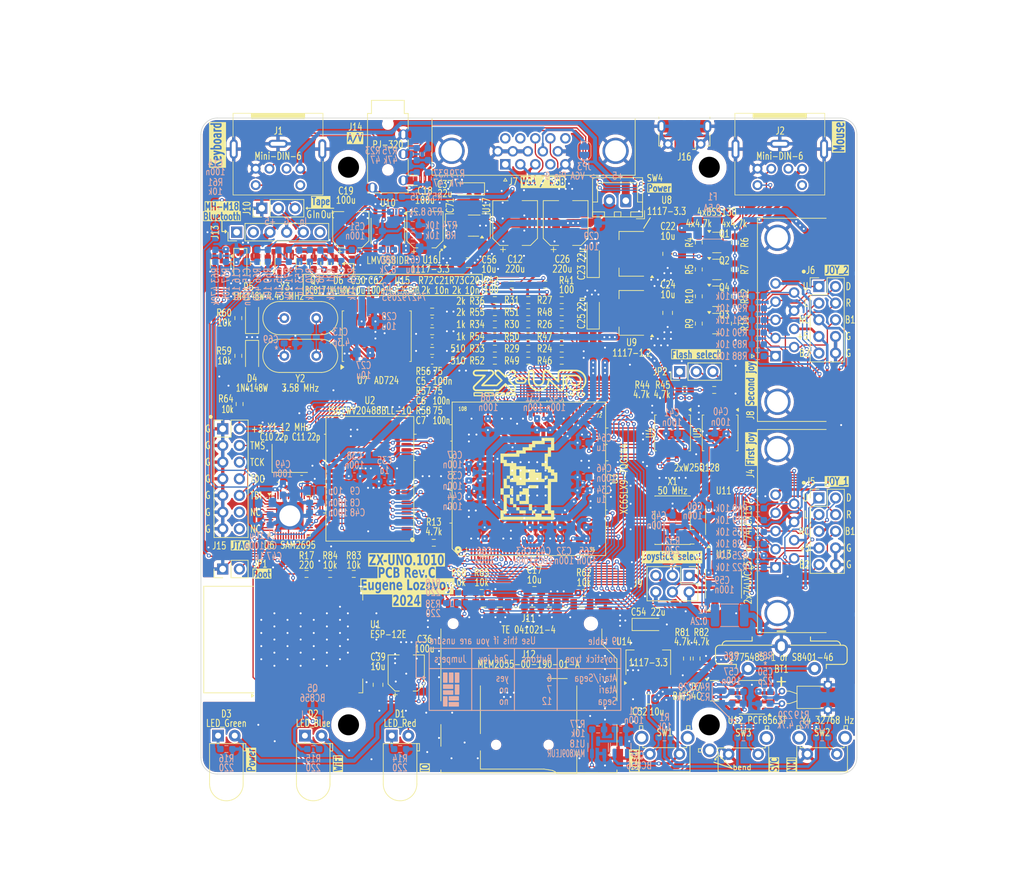
<source format=kicad_pcb>
(kicad_pcb (version 20240108) (generator "pcbnew") (generator_version "8.0")
  (title_block (title "ZXUNO.1010") (date "2024-08-14") (rev "C") (company "Eugene Lozovoy") (comment 2 "Thickness: 1.6mm") (comment 3 "Layers: 2") (comment 4 "Dimensions: 100x100mm") (comment 5 "Min clearance: 0.2mm") (comment 6 "Min track: 0.2mm") (comment 7 "Min hole: 0.3mm") (comment 8 "Min annular ring: 0.15mm"))
  (layers (0 "F.Cu" signal) (31 "B.Cu" signal) (34 "B.Paste" user) (35 "F.Paste" user) (36 "B.SilkS" user "B.Silkscreen") (37 "F.SilkS" user "F.Silkscreen") (38 "B.Mask" user) (39 "F.Mask" user) (44 "Edge.Cuts" user))
  (net 0 "")
  (net 1 "GND")
  (net 2 "/~{RESET}")
  (net 3 "+5V_FUSE")
  (net 4 "+5V")
  (net 5 "+3V3")
  (net 6 "Net-(U6-VCM)")
  (net 7 "Net-(C12-Pad2)")
  (net 8 "+1V2")
  (net 9 "+5V_JOY")
  (net 10 "Net-(U7-RIN)")
  (net 11 "/SD_MOSI")
  (net 12 "/SD_SCK")
  (net 13 "/SD_MISO")
  (net 14 "Net-(C7-Pad2)")
  (net 15 "Net-(U7-GIN)")
  (net 16 "Net-(U7-BIN)")
  (net 17 "/STDN")
  (net 18 "/R0")
  (net 19 "/R")
  (net 20 "/G")
  (net 21 "/R1")
  (net 22 "/R2")
  (net 23 "/STDNB")
  (net 24 "/B")
  (net 25 "/JOY1_UP")
  (net 26 "/JOY1_DOWN")
  (net 27 "/G0")
  (net 28 "/G1")
  (net 29 "/G2")
  (net 30 "/B0")
  (net 31 "/B1")
  (net 32 "/HS")
  (net 33 "/B2")
  (net 34 "/VSYNC")
  (net 35 "/SD_WP")
  (net 36 "Net-(U6-OUTVC12)")
  (net 37 "/CSYNC")
  (net 38 "/LED")
  (net 39 "/~{NMI}")
  (net 40 "/~{SERVICE}")
  (net 41 "/ESP_CTS")
  (net 42 "/ESP_RX")
  (net 43 "/ESP_TX")
  (net 44 "/CLK")
  (net 45 "/FLASH_MOSI")
  (net 46 "/FLASH_MISO")
  (net 47 "/FLASH_SCK")
  (net 48 "/TAPE_OUT")
  (net 49 "/TAPE_IN")
  (net 50 "Net-(U6-X2)")
  (net 51 "Net-(C14-Pad2)")
  (net 52 "/VS")
  (net 53 "Net-(U6-X1)")
  (net 54 "+3V3_2")
  (net 55 "/SD_DAT1")
  (net 56 "/SD_DAT2")
  (net 57 "Net-(C15-Pad2)")
  (net 58 "Net-(C5-Pad2)")
  (net 59 "Net-(U7-COMP)")
  (net 60 "Net-(U7-FIN)")
  (net 61 "Net-(C6-Pad2)")
  (net 62 "Net-(D6-K)")
  (net 63 "Net-(D1-K)")
  (net 64 "Net-(C18-Pad1)")
  (net 65 "Net-(D2-K)")
  (net 66 "Net-(C19-Pad1)")
  (net 67 "+5V_PAL")
  (net 68 "Net-(D3-K)")
  (net 69 "/JOY_UP")
  (net 70 "/JOY_FIRE1")
  (net 71 "/JOY_DOWN")
  (net 72 "/JOY_LEFT")
  (net 73 "/JOY_RIGHT")
  (net 74 "/JOY_FIRE2")
  (net 75 "/JOY2_UP")
  (net 76 "/JOY2_DOWN")
  (net 77 "/JOY2_LEFT")
  (net 78 "/JOY2_RIGHT")
  (net 79 "/JOY2_FIRE1")
  (net 80 "/JOY2_FIRE2")
  (net 81 "/EAR")
  (net 82 "/XA13")
  (net 83 "/XA12")
  (net 84 "/XA11")
  (net 85 "/XA10")
  (net 86 "/XA19")
  (net 87 "/XA14")
  (net 88 "/XA9")
  (net 89 "/XA8")
  (net 90 "/XD4")
  (net 91 "/XA7")
  (net 92 "/XD5")
  (net 93 "/XA6")
  (net 94 "/XD6")
  (net 95 "/XA5")
  (net 96 "/~{WR}")
  (net 97 "/XD3")
  (net 98 "/XD2")
  (net 99 "/XD7")
  (net 100 "/XD1")
  (net 101 "/XA15")
  (net 102 "/XD0")
  (net 103 "/XA4")
  (net 104 "/XA3")
  (net 105 "/XA2")
  (net 106 "/XA16")
  (net 107 "/XA1")
  (net 108 "/XA17")
  (net 109 "/XA0")
  (net 110 "/XA18")
  (net 111 "/XA20")
  (net 112 "/~{OE}")
  (net 113 "Net-(D5-A)")
  (net 114 "Net-(Q2-D)")
  (net 115 "/MIC")
  (net 116 "Net-(Q1-D)")
  (net 117 "Net-(Q4-D)")
  (net 118 "Net-(Q3-D)")
  (net 119 "/TDO")
  (net 120 "/TMS")
  (net 121 "/TCK")
  (net 122 "/TDI")
  (net 123 "Net-(JP3-A)")
  (net 124 "/MIDI_R")
  (net 125 "/MIDI_L")
  (net 126 "/~{SD_CS}")
  (net 127 "/~{SD_CD}")
  (net 128 "/~{FLASH_CS0}")
  (net 129 "/~{FLASH_CS}")
  (net 130 "/~{FLASH_CS1}")
  (net 131 "/~{FLASH_HOLD}")
  (net 132 "/~{FLASH_WP}")
  (net 136 "/PS2K_DATA")
  (net 137 "/PS2K_CLK")
  (net 138 "/PS2M_DATA")
  (net 139 "/PS2M_CLK")
  (net 142 "Net-(J16-VBUS)")
  (net 146 "Net-(JP1-B)")
  (net 147 "Net-(Q5-E)")
  (net 148 "Net-(Q7-B)")
  (net 149 "Net-(U3-IO_L49P_3)")
  (net 150 "Net-(U3-IO_L44N_GCLK20_3)")
  (net 151 "Net-(U3-IO_L44P_GCLK21_3)")
  (net 152 "/JOY1_LEFT")
  (net 153 "/JOY1_RIGHT")
  (net 162 "/JOY1_FIRE1")
  (net 163 "/JOY1_FIRE2")
  (net 164 "Net-(U3-IO_L62P_D5_2)")
  (net 167 "Net-(U3-IO_L30P_GCLK1_D13_2)")
  (net 223 "Net-(D4-A)")
  (net 224 "+BATT")
  (net 225 "Net-(U12-OSCI)")
  (net 226 "Net-(U10A-+)")
  (net 227 "/AOUT_R")
  (net 228 "Net-(C53-Pad2)")
  (net 229 "/AOUT_L")
  (net 230 "Net-(C55-Pad2)")
  (net 231 "/VRTC")
  (net 232 "Net-(U10A--)")
  (net 233 "Net-(U10B--)")
  (net 234 "Net-(U12-~{INT})")
  (net 235 "Net-(U1-GPIO15)")
  (net 236 "Net-(U1-GPIO2)")
  (net 237 "Net-(U12-OSCO)")
  (net 239 "/I2C_SCL")
  (net 240 "/I2C_SDA")
  (net 247 "Net-(C2-Pad1)")
  (net 248 "Net-(C2-Pad2)")
  (net 249 "Net-(C20-Pad1)")
  (net 250 "Net-(C58-Pad2)")
  (net 251 "/CVBS")
  (net 252 "/MIDI_DATA")
  (net 253 "Net-(R72-Pad1)")
  (net 254 "Net-(R73-Pad1)")
  (net 255 "+3V3A")
  (net 256 "/JOY12_PIN5")
  (net 257 "/JOY12_PIN7")
  (net 258 "/JOY_SPLITTER")
  (net 259 "Net-(U3-IO_L65P_INIT_B_2)")
  (net 260 "/JOY_SEL_F3")
  (net 261 "Net-(C18-Pad2)")
  (net 262 "Net-(C19-Pad2)")
  (net 263 "/DAC_RIGHT")
  (net 264 "/DAC_LEFT")
  (net 265 "Net-(U17-BP)")
  (net 266 "Net-(Q6-C)")
  (net 267 "Net-(Q6-B)")
  (footprint "Capacitor_SMD:CP_Elec_5x5.9" (layer "F.Cu") (at 130.5 132.2 90)
    (property "Reference" "C36")
    (property "Value" "100u")
  )
  (footprint "Resistor_SMD:R_0603_1608Metric_Pad0.98x0.95mm_HandSolder" (layer "F.Cu") (at 180.6 70.68101 90)
    (property "Reference" "R7")
    (property "Value" "4.7k")
  )
  (footprint "my:MountingHole_3.2mm_M3_dk5.2mm_Mask" (layer "F.Cu") (at 176.7 55.1)
    (property "Reference" "H2" (hide yes))
    (property "Value" "Screw M3 dk=5mm L=4mm" (hide yes))
  )
  (footprint "Resistor_SMD:R_0603_1608Metric_Pad0.98x0.95mm_HandSolder" (layer "F.Cu") (at 175.1 78.93101 90)
    (property "Reference" "R9")
    (property "Value" "4.7k")
  )
  (footprint "Package_TO_SOT_SMD:SOT-223-3_TabPin2" (layer "F.Cu") (at 167.4 130.6 90)
    (property "Reference" "U14")
    (property "Value" "1117-3.3")
  )
  (footprint "Resistor_SMD:R_0603_1608Metric_Pad0.98x0.95mm_HandSolder" (layer "F.Cu") (at 105.1 91.2 90)
    (property "Reference" "R64")
    (property "Value" "10k")
  )
  (footprint "Connector_Dsub:DSUB-9_Male_Horizontal_P2.77x2.84mm_EdgePinOffset4.94mm_Housed_MountingHolesOffset7.48mm" (layer "F.Cu") (at 186.794669 83.9 90)
    (property "Reference" "J8")
    (property "Value" "DB9-M")
  )
  (footprint "my:Oscillator_SMD_7050_7.0x5.0mm" (layer "F.Cu") (at 171.1 108.9 90)
    (property "Reference" "X1")
    (property "Value" "50 MHz")
  )
  (footprint "Diode_SMD:D_SOD-123" (layer "F.Cu") (at 107 83.85 -90)
    (property "Reference" "D4")
    (property "Value" "1N4148W")
  )
  (footprint "Capacitor_SMD:C_0805_2012Metric_Pad1.18x1.45mm_HandSolder" (layer "F.Cu") (at 107.5 69.8 90)
    (property "Reference" "C30")
    (property "Value" "10u")
  )
  (footprint "Capacitor_SMD:C_0603_1608Metric_Pad1.08x0.95mm_HandSolder" (layer "F.Cu") (at 114.55 102.6 180)
    (property "Reference" "C11")
    (property "Value" "22p")
  )
  (footprint "Connector_Dsub:DSUB-15-HD_Female_Horizontal_P2.29x1.98mm_EdgePinOffset3.03mm_Housed_MountingHolesOffset4.94mm" (layer "F.Cu") (at 145.6 54.650331 180)
    (property "Reference" "J7")
    (property "Value" "DB15_Female_HighDensity_MountingHoles")
  )
  (footprint "Package_TO_SOT_SMD:SOT-223-3_TabPin2" (layer "F.Cu") (at 139.9 64.1 90)
    (property "Reference" "U16")
    (property "Value" "1117-3.3")
  )
  (footprint "Package_TO_SOT_SMD:SOT-23" (layer "F.Cu") (at 177.85 78.93101)
    (property "Reference" "Q3")
    (property "Value" "BSS138")
  )
  (footprint "Resistor_SMD:R_0603_1608Metric_Pad0.98x0.95mm_HandSolder" (layer "F.Cu") (at 134.7 112.35 180)
    (property "Reference" "R13")
    (property "Value" "4.7k")
  )
  (footprint "Resistor_SMD:R_0603_1608Metric_Pad0.98x0.95mm_HandSolder" (layer "F.Cu") (at 175.1 74.76851 90)
    (property "Reference" "R10")
    (property "Value" "4.7k")
  )
  (footprint "my:g738-g706" (layer "F.Cu") (at 149.2 97.6)
    (property "Reference" "N1" (hide yes))
    (property "Value" "G738 or G706" (hide yes))
  )
  (footprint "Capacitor_Tantalum_SMD:CP_EIA-3216-18_Kemet-A_Pad1.58x1.35mm_HandSolder" (layer "F.Cu") (at 139.95 58.4 180)
    (property "Reference" "C37")
    (property "Value" "22u")
  )
  (footprint "Resistor_SMD:R_0603_1608Metric_Pad0.98x0.95mm_HandSolder" (layer "F.Cu") (at 177.45 89.05)
    (property "Reference" "R45")
    (property "Value" "4.7k")
  )
  (footprint "Diode_SMD:D_SOD-123" (layer "F.Cu") (at 105.2 69.8225 -90)
    (property "Reference" "D6")
    (property "Value" "1N4148W")
  )
  (footprint "LED_THT:LED_D5.0mm_Horizontal_O1.27mm_Z3.0mm" (layer "F.Cu") (at 128.2875 141.75)
    (property "Reference" "D1")
    (property "Value" "LED_Red")
  )
  (footprint "Resistor_SMD:R_0603_1608Metric_Pad0.98x0.95mm_HandSolder" (layer "F.Cu") (at 154.2 79.05 180)
    (property "Reference" "R26")
    (property "Value" "1k")
  )
  (footprint "Capacitor_SMD:C_0603_1608Metric_Pad1.08x0.95mm_HandSolder" (layer "F.Cu") (at 119.6 69.8 90)
    (property "Reference" "C20")
    (property "Value" "10n")
  )
  (footprint "Package_TO_SOT_SMD:SOT-23" (layer "F.Cu") (at 177.85 66.56851)
    (property "Reference" "Q1")
    (property "Value" "BSS138")
  )
  (footprint "Resistor_SMD:R_0603_1608Metric_Pad0.98x0.95mm_HandSolder" (layer "F.Cu") (at 144.0125 75.35 180)
    (property "Reference" "R36")
    (property "Value" "2k")
  )
  (footprint "Resistor_SMD:R_0603_1608Metric_Pad0.98x0.95mm_HandSolder" (layer "F.Cu") (at 118 69.8 -90)
    (property "Reference" "R73")
    (property "Value" "2k")
  )
  (footprint "Resistor_SMD:R_0603_1608Metric_Pad0.98x0.95mm_HandSolder" (layer "F.Cu") (at 138.5 120)
    (property "Reference" "R68")
    (property "Value" "10k")
  )
  (footprint "Resistor_SMD:R_0603_1608Metric_Pad0.98x0.95mm_HandSolder" (layer "F.Cu") (at 149.1 75.35 180)
    (property "Reference" "R31")
    (property "Value" "2k")
  )
  (footprint "LED_THT:LED_D5.0mm_Horizontal_O1.27mm_Z3.0mm" (layer "F.Cu") (at 115.05 141.75)
    (property "Reference" "D2")
    (property "Value" "LED_Blue")
  )
  (footprint "Resistor_SMD:R_0603_1608Metric_Pad0.98x0.95mm_HandSolder" (layer "F.Cu") (at 149.1 84.6 180)
    (property "Reference" "R49")
    (property "Value" "510")
  )
  (footprint "my:SOIC-8_5.23x5.23mm_P1.27mm-LONG" (layer "F.Cu") (at 171.1 95.6 -90)
    (property "Reference" "U4")
    (property "Value" "W25Q128")
  )
  (footprint "Package_TO_SOT_SMD:SOT-223-3_TabPin2" (layer "F.Cu") (at 164.85 68.3 180)
    (property "Reference" "U8")
    (property "Value" "1117-3.3")
  )
  (footprint "Resistor_SMD:R_0603_1608Metric_Pad0.98x0.95mm_HandSolder" (layer "F.Cu") (at 154.2 82.75 180)
    (property "Reference" "R24")
    (property "Value" "510")
  )
  (footprint "my:MountingHole_3.2mm_M3_dk5.2mm_Mask" (layer "F.Cu") (at 121.7 55.1)
    (property "Reference" "H4" (hide yes))
    (property "Value" "Screw M3 dk=5mm L=4mm" (hide yes))
  )
  (footprint "my:PJ-320A_D" (layer "F.Cu") (at 127.7 52)
    (property "Reference" "J14")
    (property "Value" "PJ-320")
  )
  (footprint "Resistor_SMD:R_0603_1608Metric_Pad0.98x0.95mm_HandSolder" (layer "F.Cu") (at 144.0125 80.9 180)
    (property "Reference" "R54")
    (property "Value" "1k")
  )
  (footprint "Capacitor_Tantalum_SMD:CP_EIA-3216-18_Kemet-A_Pad1.58x1.35mm_HandSolder" (layer "F.Cu") (at 159 69.42 90)
    (property "Reference" "C23")
    (property "Value" "22u")
  )
  (footprint "Capacitor_SMD:CP_Elec_5x5.9" (layer "F.Cu") (at 133.35 64.625 90)
    (property "Reference" "C18")
    (property "Value" "100u")
  )
  (footprint "Capacitor_SMD:C_0805_2012Metric_Pad1.18x1.45mm_HandSolder" (layer "F.Cu") (at 126.2 134 -90)
    (property "Reference" "C39")
    (property "Value" "10u")
  )
  (footprint "PCM_Package_SO_AKL:TSOP-II-44_10.16x18.41mm_P0.8mm" (layer "F.Cu") (at 124.95 102.6 180)
    (property "Reference" "U2")
    (property "Value" "IS61WV20488BLL-10")
  )
  (footprint "Crystal:Crystal_HC49-4H_Vertical" (layer "F.Cu") (at 116.79 78.1 180)
    (property "Reference" "Y3")
    (property "Value" "4.43 MHz")
  )
  (footprint "Crystal:Crystal_SMD_SeikoEpson_TSX3225-4Pin_3.2x2.5mm_HandSoldering" (layer "F.Cu") (at 112.75 99.47)
    (property "Reference" "Y1")
    (property "Value" "12 MHz")
  )
  (footprint "RF_Module:ESP-12E" (layer "F.Cu") (at 111.75 127.1 90)
    (property "Reference" "U1")
    (property "Value" "ESP-12E")
  )
  (footprint "Package_TO_SOT_SMD:SOT-223-3_TabPin2" (layer "F.Cu") (at 164.85 77.3 180)
    (property "Reference" "U9")
    (property "Value" "1117-1.2")
  )
  (footprint "Resistor_SMD:R_0603_1608Metric_Pad0.98x0.95mm_HandSolder" (layer "F.Cu") (at 149.1 77.2 180)
    (property "Reference" "R51")
    (property "Value" "2k")
  )
  (footprint "my:MountingHole_3.2mm_M3_dk5.2mm_Mask" (layer "F.Cu") (at 176.7 140.1)
    (property "Reference" "H1" (hide yes))
    (property "Value" "Screw M3 dk=5mm L=4mm" (hide yes))
  )
  (footprint "Resistor_SMD:R_0603_1608Metric_Pad0.98x0.95mm_HandSolder" (layer "F.Cu") (at 149.1 82.75 180)
    (property "Reference" "R29")
    (property "Value" "510")
  )
  (footprint "Resistor_SMD:R_0603_1608Metric_Pad0.98x0.95mm_HandSolder" (layer "F.Cu") (at 144.0125 84.6 180)
    (property "Reference" "R52")
    (property "Value" "510")
  )
  (footprint "Capacitor_SMD:C_0603_1608Metric_Pad1.08x0.95mm_HandSolder" (layer "F.Cu") (at 137.7 64 90)
    (property "Reference" "C71")
    (property "Value" "10n")
  )
  (footprint "Connector_PinHeader_2.54mm:PinHeader_2x03_P2.54mm_Vertical" (layer "F.Cu") (at 173.625 117.325 -90)
    (property "Reference" "J9")
    (property "Value" "Conn_02x03_Odd_Even")
  )
  (footprint "my:QFN-48-1EP_6x6mm_P0.4mm_EP4.2x4.2mm" (layer "F.Cu") (at 112.75 108.24)
    (property "Reference" "U6")
    (property "Value" "SAM2695")
  )
  (footprint "Package_TO_SOT_SMD:SOT-23" (layer "F.Cu") (at 177.85 74.76851)
    (property "Reference" "Q4")
    (property "Value" "BSS138")
  )
  (footprint "my:minidin-6" (layer "F.Cu") (at 187.45 53.1)
    (property "Reference" "J2")
    (property "Value" "Mini-DIN-6")
  )
  (footprint "Resistor_SMD:R_0603_1608Metric_Pad0.98x0.95mm_HandSolder" (layer "F.Cu") (at 175.1 70.68101 90)
    (property "Reference" "R5")
    (property "Value" "4.7k")
  )
  (footprint "Resistor_SMD:R_0603_1608Metric_Pad0.98x0.95mm_HandSolder" (layer "F.Cu") (at 104.9 83.85 -90)
    (property "Reference" "R59")
    (property "Value" "10k")
  )
  (footprint "Capacitor_SMD:C_0805_2012Metric_Pad1.18x1.45mm_HandSolder" (layer "F.Cu") (at 150.0375 119.75 180)
    (property "Reference" "C17")
    (property "Value" "10u")
  )
  (footprint "Resistor_SMD:R_0603_1608Metric_Pad0.98x0.95mm_HandSolder" (layer "F.Cu") (at 134.45 80.1)
    (property "Reference" "R57")
    (property "Value" "75")
  )
  (footprint "Resistor_SMD:R_0603_1608Metric_Pad0.98x0.95mm_HandSolder" (layer "F.Cu") (at 144.0125 82.75 180)
    (property "Reference" "R33")
    (property "Value" "510")
  )
  (footprint "Connector_PinHeader_2.54mm:PinHeader_2x05_P2.54mm_Vertical" (layer "F.Cu") (at 193.415331 105.515)
    (property "Reference" "J5")
    (property "Value" "Conn_02x05_Odd_Even")
  )
  (footprint "Resistor_SMD:R_0603_1608Metric_Pad0.98x0.95mm_HandSolder" (layer "F.Cu") (at 146.6 73)
    (property "Reference" "R42")
    (property "Value" "100")
  )
  (footprint "Capacitor_SMD:C_0805_2012Metric_Pad1.18x1.45mm_HandSolder" (layer "F.Cu") (at 167.4 136.2)
    (property "Reference" "C52")
    (property "Value" "10u")
  )
  (footprint "Resistor_SMD:R_0603_1608Metric_Pad0.98x0.95mm_HandSolder" (layer "F.Cu") (at 134.45 77.1)
    (property "Reference" "R56")
    (property "Value" "75")
  )
  (footprint "Button_Switch_THT:SW_Tactile_SPST_Angled_PTS645Vx58-2LFS" (layer "F.Cu") (at 184.15 144.59 180)
    (property "Reference" "SW3")
    (property "Value" "SW_Push")
  )
  (footprint "Capacitor_SMD:CP_Elec_6.3x7.7" (layer "F.Cu") (at 147.1 63.6 90)
    (property "Reference" "C12")
    (property "Value" "220u")
  )
  (footprint "Package_TO_SOT_SMD:SOT-23-6_Handsoldering" (layer "F.Cu") (at 112.1 69.8 90)
    (property "Reference" "U15")
    (property "Value" "74LVC2G34DB")
  )
  (footprint "Capacitor_SMD:C_0805_2012Metric_Pad1.18x1.45mm_HandSolder" (layer "F.Cu") (at 139.9 69.65)
    (property "Reference" "C56")
    (property "Value" "10u")
  )
  (footprint "Resistor_SMD:R_0603_1608Metric_Pad0.98x0.95mm_HandSolder" (layer "F.Cu") (at 122.5 117.1)
    (property "Reference" "R83")
    (property "Value" "10k")
  )
  (footprint "Package_TO_SOT_SMD:SOT-23" (layer "F.Cu") (at 177.5 134.9)
    (property "Reference" "D7")
    (property "Value" "BAT54C")
  )
  (footprint "Resistor_SMD:R_0603_1608Metric_Pad0.98x0.95mm_HandSolder" (layer "F.Cu") (at 134.45 83.1)
    (property "Reference" "R58")
    (property "Value" "75")
  )
  (footprint "Button_Switch_THT:SW_Tactile_SPST_Angled_PTS645Vx58-2LFS" (layer "F.Cu") (at 172.15 144.5525 180)
    (property "Reference" "SW1")
    (property "Value" "SW_Push")
  )
  (footprint "Package_TO_SOT_SMD:SOT-23" (layer "F.Cu") (at 177.85 70.68101)
    (property "Reference" "Q2")
    (property "Value" "BSS138")
  )
  (footprint "Capacitor_SMD:CP_Elec_5x5.9" (layer "F.Cu") (at 122.05 64.625 90)
    (property "Reference" "C19")
    (property "Value" "100u")
  )
  (footprint "Resistor_SMD:R_0603_1608Metric_Pad0.98x0.95mm_HandSolder" (layer "F.Cu") (at 142 120 180)
    (property "Reference" "R65")
    (property "Value" "10k")
  )
  (footprint "Resistor_SMD:R_0603_1608Metric_Pad0.98x0.95mm_HandSolder" (layer "F.Cu") (at 144.0125 79.05 180)
    (property "Reference" "R34")
    (property "Value" "1k")
  )
  (footprint "Connector_PinHeader_2.54mm:PinHeader_1x03_P2.54mm_Vertical" (layer "F.Cu") (at 108.475 61.35 90)
    (property "Reference" "J10")
    (property "Value" "PJ-392")
  )
  (footprint "Package_SO:TSSOP-16_4.4x5mm_P0.65mm" (layer "F.Cu") (at 178.875 118.6 90)
    (property "Reference" "U13")
    (property "Value" "74LVC157 or 74LCX157")
  )
  (footprint "Crystal:Crystal_C38-LF_D3.0mm_L8.0mm_Horizontal_1EP_style2" (layer "F.Cu") (at 187.775 136.865 90)
    (property "Reference" "Y4")
    (property "Value" "32768 Hz")
  )
  (footprint "PCM_Package_QFP_AKL:LQFP-144_20x20mm_P0.5mm" (layer "F.Cu") (at 149.2 102.6 90)
    (property "Reference" "U3")
    (property "Value" "XC6SLX9-TQG144")
  )
  (footprint "Capacitor_SMD:C_0603_1608Metric_Pad1.08x0.95mm_HandSolder" (layer "F.Cu") (at 134.45 81.6)
    (property "Reference" "C6")
    (property "Value" "100n")
  )
  (footprint "mygraphic:black-mage-12.5x8.6" (layer "F.Cu") (at 149.2 102.6)
    (property "Reference" "LOGO2" (hide yes))
    (property "Value" "graphic" (hide yes))
  )
  (footprint "Resistor_SMD:R_0603_1608Metric_Pad0.98x0.95mm_HandSolder" (layer "F.Cu") (at 104.9 78.1 90)
    (property "Reference" "R60")
    (property "Value" "10k")
  )
  (footprint "Resistor_SMD:R_0603_1608Metric_Pad0.98x0.95mm_HandSolder" (layer "F.Cu") (at 149.1 80.9 180)
    (property "Reference" "R50")
    (property "Value" "1k")
  )
  (footprint "Resistor_SMD:R_0603_1608Metric_Pad0.98x0.95mm_HandSolder" (layer "F.Cu") (at 157.5875 120)
    (property "Reference" "R62")
    (property "Value" "10k")
  )
  (footprint "Resistor_SMD:R_0603_1608Metric_Pad0.98x0.95mm_HandSolder" (layer "F.Cu") (at 154.2 84.6 180)
    (property "Reference" "R46")
    (property "Value" "510")
  )
  (footprint "Resistor_SMD:R_0603_1608Metric_Pad0.98x0.95mm_HandSolder" (layer "F.Cu") (at 149.1 79.05 180)
    (property "Reference" "R30")
    (property "Value" "1k")
  )
  (footprint "Package_SO:SOIC-8_3.9x4.9mm_P1.27mm" (layer "F.Cu") (at 127.7 64.825 -90)
    (property "Reference" "U10")
    (property "Value" "LMV358IDR")
  )
  (footprint "Resistor_SMD:R_0603_1608Metric_Pad0.98x0.95mm_HandSolder" (layer "F.Cu") (at 154.2 80.9 180)
    (property "Reference" "R47")
    (property "Value" "1k")
  )
  (footprint "Resistor_SMD:R_0603_1608Metric_Pad0.98x0.95mm_HandSolder" (layer "F.Cu") (at 144.0125 77.2 180)
    (property "Reference" "R55")
    (property "Value" "2k")
  )
  (footprint "Crystal:Crystal_HC49-4H_Vertical" (layer "F.Cu") (at 116.79 83.85 180)
    (property "Reference" "Y2")
    (property "Value" "3.58 MHz")
  )
  (footprint "Resistor_SMD:R_0603_1608Metric_Pad0.98x0.95mm_HandSolder" (layer "F.Cu") (at 175.1 66.56851 90)
    (property "Reference" "R4")
    (property "Value" "4.7k")
  )
  (footprint "Connector_USB:USB_Micro-B_Molex-105017-0001" (layer "F.Cu") (at 172.9 50.0875 180)
    (property "Reference" "J16")
    (property "Value" "USB_B_Micro")
  )
  (footprint "Resistor_SMD:R_0603_1608Metric_Pad0.98x0.95mm_HandSolder" (layer "F.Cu") (at 180.6 74.76851 90)
    (property "Reference" "R12")
    (property "Value" "4.7k")
  )
  (footprint "Resistor_SMD:R_0603_1608Metric_Pad0.98x0.95mm_HandSolder" (layer "F.Cu") (at 173.3 130 -90)
    (property "Reference" "R81")
    (property "Value" "4.7k")
  )
  (footprint "Resistor_SMD:R_0603_1608Metric_Pad0.98x0.95mm_HandSolder" (layer "F.Cu") (at 114.8 69.8 -90)
    (property "Reference" "R72")
    (property "Value" "2k")
  )
  (footprint "my:minidin-6" (layer "F.Cu") (at 110.95 53.1)
    (property "Reference" "J1")
    (property "Value" "Mini-DIN-6")
  )
  (footprint "Package_TO_SOT_SMD:SOT-23" (layer "F.Cu") (at 102.2 69.8 -90)
    (property "Reference" "Q7")
    (property "Value" "BC817")
  )
  (footprint "Connector_Dsub:DSUB-9_Male_Horizontal_P2.77x2.84mm_EdgePinOffset4.94mm_Housed_MountingHolesOffset7.48mm" (layer "F.Cu") (at 186.8 116.1 90)
    (property "Reference" "J4")
    (property "Value" "DB9-M")
  )
  (footprint "my:SD_TE_2041021-mod" (layer "F.Cu") (at 149.15 133.85)
    (property "Reference" "J11")
    (property "Value" "TE 041021-4")
  )
  (footprint "Package_TO_SOT_SMD:SOT-23-5_HandSoldering" (layer "F.Cu") (at 140.85 64 180)
    (property "Reference" "U17")
    (property "Value" "LP2985-3.3")
  )
  (footprint "Capacitor_Tantalum_SMD:CP_EIA-3216-18_Kemet-A_Pad1.58x1.35mm_HandSolder" (layer "F.Cu") (at 159 77.28 90)
    (property "Reference" "C25")
    (property "Value" "22u")
  )
  (footprint "Capacitor_SMD:CP_Elec_6.3x7.7" (layer "F.Cu") (at 154.8 63.6 90)
    (property "Reference" "C26")
    (property "Value" "220u")
  )
  (footprint "my:SOIC-8_5.23x5.23mm_P1.27mm-LONG" (layer "F.Cu") (at 178.35 95.6 -90)
    (property "Reference" "U5")
    (property "Value" "W25Q128")
  )
  (footprint "Capacitor_SMD:C_0603_1608Metric_Pad1.08x0.95mm_HandSolder" (layer "F.Cu") (at 110.95 102.6)
    (property "Reference" "C10")
    (property "Value" "22p")
  )
  (footprint "Resistor_SMD:R_0603_1608Metric_Pad0.98x0.95mm_HandSolder" (layer "F.Cu") (at 154.2 77.2 180)
    (property "Reference" "R48")
    (property "Value" "2k")
  )
  (footprint "Connector_PinHeader_2.54mm:PinHeader_2x07_P2.54mm_Vertical" (layer "F.Cu") (at 102.525 94.975)
    (property "Reference" "J15")
    (property "Value" "Conn_02x07_Odd_Even")
  )
  (footprint "Package_SO:SOIC-8_3.9x4.9mm_P1.27mm" (layer "F.Cu") (at 183.2 135.9 180)
    (property "Reference" "U12")
    (property "Value" "PCF8563T")
  )
  (footprint "Capacitor_SMD:C_0603_1608Metric_Pad1.08x0.95mm_HandSolder" (layer "F.Cu") (at 134.45 78.6)
    (property "Reference" "C5")
    (property "Value" "100n")
  )
  (footprint "mygraphic:zxuno_17x4.4" (layer "F.Cu") (at 149.05 88)
    (property "Reference" "LOGO1" (hide yes))
    (property "Value" "graphic" (hide yes))
  )
  (footprint "Resistor_SMD:R_0603_1608Metric_Pad0.98x0.95mm_HandSolder" (layer "F.Cu") (at 174.77 130 -90)
    (property "Reference" "R82")
    (property "Value" "4.7k")
  )
  (footprint "my:MountingHole_3.2mm_M3_dk5.2mm_Mask" (layer "F.Cu") (at 121.7 140.1)
    (property "Reference" "H3" (hide yes))
    (property "Value" "Screw M3 dk=5mm L=4mm" (hide yes))
  )
  (footprint "Capacitor_SMD:C_0603_1608Metric_Pad1.08x0.95mm_HandSolder" (layer "F.Cu") (at 134.45 84.6)
    (property "Reference" "C7")
    (property "Value" "100n")
  )
  (footprint "Button_Switch_THT:SW_Tactile_SPST_Angled_PTS645Vx58-2LFS" (layer "F.Cu") (at 196.15 144.5525 180)
    (property "Reference" "SW2")
    (property "Value" "SW_Push")
  )
  (footprint "Package_SO:TSSOP-16_4.4x5mm_P0.65mm" (layer "F.Cu") (at 178.875 108.9125 90)
    (property "Reference" "U11")
    (property "Value" "74LVC157 or 74LCX157" (hide yes))
  )
  (footprint "Capacitor_SMD:C_0805_2012Metric_Pad1.18x1.45mm_HandSolder" (layer "F.Cu") (at 170.35 68.3 90)
    (property "Reference" "C22")
    (property "Value" "10u")
  )
  (footprint "LED_THT:LED_D5.0mm_Horizontal_O1.27mm_Z3.0mm" (layer "F.Cu") (at 101.81 141.75)
    (property "Reference" "D3")
    (property "Value" "LED_Green")
  )
  (footprint "Resistor_SMD:R_0603_1608Metric_Pad0.98x0.95mm_HandSolder" (layer "F.Cu") (at 180.6 78.93101 90)
    (property "Reference" "R11")
    (property "Value" "4.7k")
  )
  (footprint "Connector_PinHeader_2.54mm:PinHeader_1x02_P2.54mm_Vertical" (layer "F.Cu") (at 102.525 116.35 90)
    (property "Reference" "JP1")
    (property "Value" "Jumper")
  )
  (footprint "Resistor_SMD:R_0603_1608Metric_Pad0.98x0.95mm_HandSolder" (layer "F.Cu") (at 115.3 117.1)
    (property "Reference" "R17")
    (property "Value" "220")
  )
  (footprint "my:GCT-MEM2055-00-190-01-A" (layer "F.Cu") (at 149.15 131.85 180)
    (property "Reference" "J12")
    (property "Value" "MEM2055-00-190-01-A")
  )
  (footprint "Resistor_SMD:R_0603_1608Metric_Pad0.98x0.95mm_HandSolder" (layer "F.Cu") (at 151.7 73)
    (property "Reference" "R41")
    (property "Value" "100")
  )
  (footprint "Capacitor_Tantalum_SMD:CP_EIA-3216-18_Kemet-A_Pad1.58x1.35mm_HandSolder" (layer "F.Cu") (at 167.42 124.8)
    (property "Reference" "C54")
    (property "Value" "22u")
  )
  (footprint "Capacitor_SMD:C_0603_1608Metric_Pad1.08x0.95mm_HandSolder" (layer "F.Cu") (at 109.4 69.8 90)
    (property "Reference" "C62")
    (property "Value" "100n")
  )
  (footprint "my:CR2032V" (layer "F.Cu") (at 182.6 131.5198)
    (property "Reference" "BT1")
    (property "Value" "1775485-1 or S8401-46")
  )
  (footprint "Connector_JST:JST_XH_B2B-XH-A_1x02_P2.50mm_Vertical" (layer "F.Cu") (at 163.97 60.2 180)
    (property "Reference" "SW4")
    (property "Value" "B2B-XH-A")
  )
  (footprint "Connector_PinHeader_2.54mm:PinHeader_1x03_P2.54mm_Vertical" (layer "F.Cu") (at 172.175 86.25 90)
    (property "Reference" "JP2")
    (property "Value" "Jumper")
  )
  (footprint "Connector_PinHeader_2.54mm:PinHeader_2x05_P2.54mm_Vertical" (layer "F.Cu") (at 193.405331 73.275)
    (property "Reference" "J6")
    (property "Value" "Conn_02x05_Odd_Even")
  )
  (footprint "Resistor_SMD:R_0603_1608Metric_Pad0.98x0.95mm_HandSolder" (layer "F.Cu") (at 118.9 117.1)
    (property "Reference" "R84")
    (property "Value" "10k")
  )
  (footprint "Diode_SMD:D_SOD-123" (layer "F.Cu") (at 107 78.1 90)
    (property "Reference" "D5")
    (property "Value" "1N4148W")
  )
  (footprint "Capacitor_SMD:C_0603_1608Metric_Pad1.08x0.95mm_HandSolder" (layer "F.Cu") (at 116.4 69.8 90)
    (property "Reference" "C21")
    (property "Value" "10n")
  )
  (footprint "Package_SO:SOIC-16W_7.5x10.3mm_P1.27mm" (layer "F.Cu") (at 126 80.85 90)
    (property "Reference" "U7")
    (property "Value" "AD724")
  )
  (footprint "Resistor_SMD:R_0603_1608Metric_Pad0.98x0.95mm_HandSolder" (layer "F.Cu") (at 172.95 89.05 180)
    (property "Reference" "R44")
    (property "Value" "4.7k")
  )
  (footprint "Connector_PinHeader_2.54mm:PinHeader_1x06_P2.54mm_Vertical" (layer "F.Cu") (at 104.65 65 90)
    (property "Reference" "J13")
    (property "Value" "MH-M18")
  )
  (footprint "Resistor_SMD:R_0603_1608Metric_Pad0.98x0.95mm_HandSolder" (layer "F.Cu") (at 154.2 75.35 180)
    (property "Reference" "R27")
    (property "Value" "2k")
  )
  (footprint "Capacitor_SMD:C_0805_2012Metric_Pad1.18x1.45mm_HandSolder" (layer "F.Cu") (at 170.35 77.3 90)
    (property "Reference" "C24")
    (property "Value" "10u")
  )
  (footprint "Resistor_SMD:R_0603_1608Metric_Pad0.98x0.95mm_HandSolder" (layer "F.Cu") (at 180.6 66.56851 90)
    (property "Reference" "R6")
    (property "Value" "4.7k")
  )
  (footprint "Resistor_SMD:R_0603_1608Metric_Pad0.98x0.95mm_HandSolder" (layer "B.Cu") (at 133.8 53.1 -90)
    (property "Reference" "R75")
    (property "Value" "47k")
  )
  (footprint "Resistor_SMD:R_0603_1608Metric_Pad0.98x0.95mm_HandSolder" (layer "B.Cu") (at 132.1 56.8 90)
    (property "Reference" "R37")
    (property "Value" "47")
  )
  (footprint "Capacitor_SMD:C_0603_1608Metric_Pad1.08x0.95mm_HandSolder" (layer "B.Cu") (at 108.9 108.05 180)
    (property "Reference" "C3")
    (property "Value" "100n")
  )
  (footprint "Capacitor_SMD:C_0603_1608Metric_Pad1.08x0.95mm_HandSolder" (layer "B.Cu") (at 106.2 68.6 -90)
    (property "Reference" "C15")
    (property "Value" "100n")
  )
  (footprint "Resistor_SMD:R_0603_1608Metric_Pad0.98x0.95mm_HandSolder" (layer "B.Cu") (at 101.4 68.6 -90)
    (property "Reference" "R63")
    (property "Value" "470k")
  )
  (footprint "Capacitor_SMD:C_0603_1608Metric_Pad1.08x0.95mm_HandSolder" (layer "B.Cu") (at 122.6 102.2 180)
    (property "Reference" "C38")
    (property "Value" "100n")
  )
  (footprint "Resistor_SMD:R_0603_1608Metric_Pad0.98x0.95mm_HandSolder" (layer "B.Cu") (at 184.1 107.1)
    (property "Reference" "R40")
    (property "Value" "10k")
  )
  (footprint "Resistor_SMD:R_0603_1608Metric_Pad0.98x0.95mm_HandSolder" (layer "B.Cu") (at 103 68.6 90)
    (property "Reference" "R67")
    (property "Value" "10k")
  )
  (footprint "Package_TO_SOT_SMD:SOT-23" (layer "B.Cu") (at 116.2375 138.6 90)
    (property "Reference" "Q5")
    (property "Value" "BC856")
  )
  (footprint "Capacitor_SMD:C_0805_2012Metric_Pad1.18x1.45mm_HandSolder" (layer "B.Cu") (at 116.4 104.45)
    (property "Reference" "C9")
    (property "Value" "10u")
  )
  (footprint "Resistor_SMD:R_0603_1608Metric_Pad0.98x0.95mm_HandSolder" (layer "B.Cu") (at 184.1 116.1)
    (property "Reference" "R22")
    (property "Value" "10k")
  )
  (footprint "Resistor_SMD:R_0603_1608Metric_Pad0.98x0.95mm_HandSolder" (layer "B.Cu") (at 184.1 78.4)
    (property "Reference" "R91")
    (property "Value" "10k")
  )
  (footprint "Resistor_SMD:R_0603_1608Metric_Pad0.98x0.95mm_HandSolder" (layer "B.Cu") (at 115.8 68.6 -90)
    (property "Reference" "R70")
    (property "Value" "10k")
  )
  (footprint "Resistor_SMD:R_0603_1608Metric_Pad0.98x0.95mm_HandSolder" (layer "B.Cu") (at 119 68.6 90)
    (property "Reference" "R21")
    (property "Value" "10k")
  )
  (footprint "Resistor_SMD:R_0603_1608Metric_Pad0.98x0.95mm_HandSolder" (layer "B.Cu") (at 131.5 65.5 180)
    (property "Reference" "R8")
    (property "Value" "10k")
  )
  (footprint "Capacitor_SMD:C_0603_1608Metric_Pad1.08x0.95mm_HandSolder" (layer "B.Cu") (at 153.95 110.85 -90)
    (property "Reference" "C32")
    (property "Value" "100n")
  )
  (footprint "Resistor_SMD:R_0603_1608Metric_Pad0.98x0.95mm_HandSolder" (layer "B.Cu") (at 137.5 121.55)
    (property "Reference" "R38")
    (property "Value" "220")
  )
  (footprint "Capacitor_SMD:C_0603_1608Metric_Pad1.08x0.95mm_HandSolder" (layer "B.Cu") (at 101.4 61.4 -90)
    (property "Reference" "C14")
    (property "Value" "100n")
  )
  (footprint "Capacitor_SMD:C_0805_2012Metric_Pad1.18x1.45mm_HandSolder" (layer "B.Cu") (at 158.7 63.6 180)
    (property "Reference" "C29")
    (property "Value" "10u")
  )
  (footprint "Resistor_SMD:R_0603_1608Metric_Pad0.98x0.95mm_HandSolder" (layer "B.Cu") (at 129.5625 143.8)
    (property "Reference" "R14")
    (property "Value" "220")
  )
  (footprint "Capacitor_SMD:C_0603_1608Metric_Pad1.08x0.95mm_HandSolder" (layer "B.Cu") (at 152.45 94.3 90)
    (property "Reference" "C42")
    (property "Value" "100n")
  )
  (footprint "Capacitor_SMD:C_0603_1608Metric_Pad1.08x0.95mm_HandSolder" (layer "B.Cu") (at 126 64.825)
    (property "Reference" "C51")
    (property "Value" "100n")
  )
  (footprint "Resistor_SMD:R_0603_1608Metric_Pad0.98x0.95mm_HandSolder" (layer "B.Cu") (at 116.325 143.8 180)
    (property "Reference" "R15")
    (property "Value" "220")
  )
  (footprint "Resistor_SMD:R_0603_1608Metric_Pad0.98x0.95mm_HandSolder" (layer "B.Cu") (at 184.1 112.5)
    (property "Reference" "R28")
    (property "Value" "10k")
  )
  (footprint "Capacitor_SMD:C_0603_1608Metric_Pad1.08x0.95mm_HandSolder" (layer "B.Cu") (at 176.6 107.5 90)
    (property "Reference" "C60")
    (property "Value" "100n")
  )
  (footprint "Capacitor_SMD:C_0805_2012Metric_Pad1.18x1.45mm_HandSolder" (layer "B.Cu") (at 124.75 78.6 180)
    (property "Reference" "C28")
    (property "Value" "10u")
  )
  (footprint "Inductor_SMD:L_0805_2012Metric_Pad1.15x1.40mm_HandSolder" (layer "B.Cu") (at 124.75 74.1 180)
    (property "Reference" "L2")
    (property "Value" "742792093")
  )
  (footprint "Capacitor_SMD:C_0805_2012Metric_Pad1.18x1.45mm_HandSolder" (layer "B.Cu") (at 131.5 67.425 180)
    (property "Reference" "C61")
    (property "Value" "10u")
  )
  (footprint "Resistor_SMD:R_0603_1608Metric_Pad0.98x0.95mm_HandSolder" (layer "B.Cu") (at 185.1 135.05)
    (property "Reference" "R85")
    (property "Value" "0")
  )
  (footprint "Capacitor_SMD:C_0603_1608Metric_Pad1.08x0.95mm_HandSolder" (layer "B.Cu") (at 104.6 68.6 90)
    (property "Reference" "C16")
    (property "Value" "10n")
  )
  (footprint "Capacitor_SMD:C_0603_1608Metric_Pad1.08x0.95mm_HandSolder" (layer "B.Cu") (at 127.2 103)
    (property "Reference" "C35")
    (property "Value" "1u")
  )
  (footprint "Capacitor_SMD:C_0603_1608Metric_Pad1.08x0.95mm_HandSolder" (layer "B.Cu") (at 142.95 94.3 90)
    (property "Reference" "C68")
    (property "Value" "100n")
  )
  (footprint "Capacitor_SMD:C_0603_1608Metric_Pad1.08x0.95mm_HandSolder" (layer "B.Cu") (at 181 136.865)
    (property "Reference" "C57")
    (property "Value" "100n")
  )
  (footprint "Capacitor_SMD:C_0603_1608Metric_Pad1.08x0.95mm_HandSolder" (layer "B.Cu") (at 163.2 140.81 180)
    (property "Reference" "C1")
    (property "Value" "100n")
  )
  (footprint "Resistor_SMD:R_0603_1608Metric_Pad0.98x0.95mm_HandSolder" (layer "B.Cu") (at 169.875 142.015)
    (property "Reference" "R1")
    (property "Value" "10k")
  )
  (footprint "Capacitor_SMD:C_0603_1608Metric_Pad1.08x0.95mm_HandSolder" (layer "B.Cu") (at 120.6 68.6 90)
    (property "Reference" "C2")
    (property "Value" "1u")
  )
  (footprint "Capacitor_SMD:C_0603_1608Metric_Pad1.08x0.95mm_HandSolder" (layer "B.Cu") (at 150.45 94.3 90)
    (property "Reference" "C31")
    (property "Value" "100n")
  )
  (footprint "Resistor_SMD:R_0603_1608Metric_Pad0.98x0.95mm_HandSolder" (layer "B.Cu") (at 109.4 68.6 -90)
    (property "Reference" "R69")
    (property "Value" "10k")
  )
  (footprint "Resistor_SMD:R_0603_1608Metric_Pad0.98x0.95mm_HandSolder" (layer "B.Cu") (at 127.7 67.675 180)
    (property "Reference" "R80")
    (property "Value" "8.2k")
  )
  (footprint "Capacitor_SMD:C_0603_1608Metric_Pad1.08x0.95mm_HandSolder" (layer "B.Cu") (at 157.5 104.35)
    (property "Reference" "C34")
    (property "Value" "1u")
  )
  (footprint "Capacitor_SMD:C_0603_1608Metric_Pad1.08x0.95mm_HandSolder" (layer "B.Cu") (at 112.75 81.95)
    (property "Reference" "C69")
    (property "Value" "12p")
  )
  (footprint "Capacitor_SMD:C_0603_1608Metric_Pad1.08x0.95mm_HandSolder" (layer "B.Cu") (at 178.4 95.7)
    (property "Reference" "C40")
    (property "Value" "100n")
  )
  (footprint "Resistor_SMD:R_0603_1608Metric_Pad0.98x0.95mm_HandSolder" (layer "B.Cu") (at 112.6 68.6 90)
    (property "Reference" "R71")
    (property "Value" "10k")
  )
  (footprint "Resistor_SMD:R_0603_1608Metric_Pad0.98x0.95mm_HandSolder" (layer "B.Cu") (at 184.1 108.9)
    (property "Reference" "R39")
    (property "Value" "10k")
  )
  (footprint "Fuse:Fuse_1812_4532Metric_Pad1.30x3.40mm_HandSolder" (layer "B.Cu") (at 179.8 123.4 180)
    (property "Reference" "F2")
    (property "Value" "0.2A")
  )
  (footprint "Capacitor_SMD:C_0603_1608Metric_Pad1.08x0.95mm_HandSolder" (layer "B.Cu") (at 157.95 110.85 -90)
    (property "Reference" "C65")
    (property "Value" "100n")
  )
  (footprint "Resistor_SMD:R_0603_1608Metric_Pad0.98x0.95mm_HandSolder" (layer "B.Cu") (at 103.085 143.8)
    (property "Reference" "R16")
    (property "Value" "220")
  )
  (footprint "Resistor_SMD:R_0603_1608Metric_Pad0.98x0.95mm_HandSolder" (layer "B.Cu") (at 184.1 83.9)
    (property "Reference" "R88")
    (property "Value" "10k")
  )
  (footprint "Resistor_SMD:R_0603_1608Metric_Pad0.98x0.95mm_HandSolder" (layer "B.Cu") (at 107.8 68.6 -90)
    (property "Reference" "R66")
    (property "Value" "470")
  )
  (footprint "Capacitor_SMD:C_0603_1608Metric_Pad1.08x0.95mm_HandSolder" (layer "B.Cu") (at 140.9 102.85 180)
    (property "Reference" "C33")
    (property "Value" "100n")
  )
  (footprint "Resistor_SMD:R_0603_1608Metric_Pad0.98x0.95mm_HandSolder" (layer "B.Cu") (at 184.1 114.3)
    (property "Reference" "R25")
    (property "Value" "10k")
  )
  (footprint "Capacitor_SMD:C_0603_1608Metric_Pad1.08x0.95mm_HandSolder" (layer "B.Cu") (at 116.625 107.75)
    (property "Reference" "C48")
    (property "Value" "100n")
  )
  (footprint "Resistor_SMD:R_0603_1608Metric_Pad0.98x0.95mm_HandSolder" (layer "B.Cu") (at 184.1 76.6)
    (property "Reference" "R92")
    (property "Value" "10k")
  )
  (footprint "Resistor_SMD:R_0603_1608Metric_Pad0.98x0.95mm_HandSolder" (layer "B.Cu") (at 133.8 56.8 -90)
    (property "Reference" "R79")
    (property "Value" "47k")
  )
  (footprint "Capacitor_SMD:C_0603_1608Metric_Pad1.08x0.95mm_HandSolder" (layer "B.Cu") (at 176.6 117.75 90)
    (property "Reference" "C59")
    (property "Value" "100n")
  )
  (footprint "Capacitor_SMD:C_0603_1608Metric_Pad1.08x0.95mm_HandSolder" (layer "B.Cu") (at 140.9 105.35 180)
    (property "Reference" "C44")
    (property "Value" "100n")
  )
  (footprint "Capacitor_SMD:C_0603_1608Metric_Pad1.08x0.95mm_HandSolder" (layer "B.Cu") (at 140.9 100.35 180)
    (property "Reference" "C67")
    (property "Value" "100n")
  )
  (footprint "Capacitor_SMD:C_0603_1608Metric_Pad1.08x0.95mm_HandSolder" (layer "B.Cu") (at 111 68.6 90)
    (property "Reference" "C55")
    (property "Value" "1u")
  )
  (footprint "Resistor_SMD:R_0603_1608Metric_Pad0.98x0.95mm_HandSolder" (layer "B.Cu") (at 181.9 142.015)
    (property "Reference" "R3")
    (property "Value" "4.7k")
  )
  (footprint "Capacitor_SMD:C_0603_1608Metric_Pad1.08x0.95mm_HandSolder" (layer "B.Cu") (at 157.4875 97.1)
    (property "Reference" "C64")
    (property "Value" "1u")
  )
  (footprint "Resistor_SMD:R_0603_1608Metric_Pad0.98x0.95mm_HandSolder" (layer "B.Cu") (at 184.1 82.1)
    (property "Reference" "R89")
    (property "Value" "10k")
  )
  (footprint "Package_TO_SOT_SMD:SOT-23" (layer "B.Cu") (at 163.2 143.5375 90)
    (property "Reference" "Q6")
    (property "Value" "BC856")
  )
  (footprint "Jumper:SolderJumper-2_P1.3mm_Open_RoundedPad1.0x1.5mm" (layer "B.Cu") (at 157.65 52.6 -90)
    (property "Reference" "JP3")
    (property "Value" "SolderJumper_2_Open" (hide yes))
  )
  (footprint "Capacitor_SMD:C_0603_1608Metric_Pad1.08x0.95mm_HandSolder" (layer "B.Cu") (at 117.6525 81)
    (property "Reference" "C13")
    (property "Value" "4.3p")
  )
  (footprint "Capacitor_SMD:C_0805_2012Metric_Pad1.18x1.45mm_HandSolder" (layer "B.Cu") (at 124 83.35)
    (property "Reference" "C27")
    (property "Value" "10u")
  )
  (footprint "Resistor_SMD:R_0603_1608Metric_Pad0.98x0.95mm_HandSolder" (layer "B.Cu") (at 101.4 65 90)
    (property "Reference" "R61")
    (property "Value" "10k")
  )
  (footprint "Capacitor_SMD:C_0603_1608Metric_Pad1.08x0.95mm_HandSolder" (layer "B.Cu") (at 116.625 106.25)
    (property "Reference" "C8")
    (property "Value" "100n")
  )
  (footprint "Capacitor_SMD:C_0603_1608Metric_Pad1.08x0.95mm_HandSolder" (layer "B.Cu") (at 117.4 68.6 90)
    (property "Reference" "C58")
    (property "Value" "1u")
  )
  (footprint "Capacitor_SMD:C_0805_2012Metric_Pad1.18x1.45mm_HandSolder" (layer "B.Cu") (at 109.05 106.2 180)
    (property "Reference" "C4")
    (property "Value" "10u")
  )
  (footprint "Resistor_SMD:R_0603_1608Metric_Pad0.98x0.95mm_HandSolder" (layer "B.Cu") (at 181 135.05 180)
    (property "Reference" "R86")
    (property "Value" "0")
  )
  (footprint "Fuse:Fuse_1812_4532Metric_Pad1.30x3.40mm_HandSolder" (layer "B.Cu") (at 177.15 64.35)
    (property "Reference" "F1")
    (property "Value" "0.5A")
  )
  (footprint "Capacitor_SMD:C_0603_1608Metric_Pad1.08x0.95mm_HandSolder" (layer "B.Cu") (at 150.95 110.85 -90)
    (property "Reference" "C45")
    (property "Value" "100n")
  )
  (footprint "Resistor_SMD:R_0603_1608Metric_Pad0.98x0.95mm_HandSolder" (layer "B.Cu") (at 184.1 110.7)
    (property "Reference" "R35")
    (property "Value" "10k")
  )
  (footprint "Resistor_SMD:R_0603_1608Metric_Pad0.98x0.95mm_HandSolder" (layer "B.Cu") (at 171.085 115 180)
    (property "Reference" "R32")
    (property "Value" "220")
  )
  (footprint "Capacitor_SMD:C_0603_1608Metric_Pad1.08x0.95mm_HandSolder" (layer "B.Cu") (at 171 95.7)
    (property "Reference" "C41")
    (property "Value" "100n")
  )
  (footprint "Capacitor_SMD:C_0603_1608Metric_Pad1.08x0.95mm_HandSolder" (layer "B.Cu") (at 157.5 102.35)
    (property "Reference" "C46")
    (property "Value" "100n")
  )
  (footprint "Resistor_SMD:R_0603_1608Metric_Pad0.98x0.95mm_HandSolder" (layer "B.Cu") (at 159.75 140.81)
    (property "Reference" "R77")
    (property "Value" "10k")
  )
  (footprint "Resistor_SMD:R_0603_1608Metric_Pad0.98x0.95mm_HandSolder" (layer "B.Cu") (at 184.1 74.75)
    (property "Reference" "R93")
    (property "Value" "10k")
  )
  (footprint "Capacitor_SMD:C_0603_1608Metric_Pad1.08x0.95mm_HandSolder" (layer "B.Cu") (at 114.2 68.6 90)
    (property "Reference" "C53")
    (property "Value" "1u")
  )
  (footprint "Resistor_SMD:R_0603_1608Metric_Pad0.98x0.95mm_HandSolder" (layer "B.Cu") (at 193.9 142.015)
    (property "Reference" "R2")
    (property "Value" "4.7k")
  )
  (footprint "Capacitor_SMD:C_0603_1608Metric_Pad1.08x0.95mm_HandSolder" (layer "B.Cu") (at 108.9 109.65 180)
    (property "Reference" "C47")
    (property "Value" "1u")
  )
  (footprint "Resistor_SMD:R_0603_1608Metric_Pad0.98x0.95mm_HandSolder" (layer "B.Cu") (at 131.5 63.9 180)
    (property "Reference" "R74")
    (property "Value" "10k")
  )
  (footprint "Resistor_SMD:R_0603_1608Metric_Pad0.98x0.95mm_HandSolder" (layer "B.Cu") (at 128.95 59.6)
    (property "Reference" "R53")
    (property "Value" "75")
  )
  (footprint "Resistor_SMD:R_0603_1608Metric_Pad0.98x0.95mm_HandSolder" (layer "B.Cu") (at 128.975 61.9 180)
    (property "Reference" "R76")
    (property "Value" "8.2k")
  )
  (footprint "Resistor_SMD:R_0603_1608Metric_Pad0.98x0.95mm_HandSolder" (layer "B.Cu") (at 181.9 140.415 180)
    (property "Reference" "R43")
    (property "Value" "220")
  )
  (footprint "Capacitor_SMD:C_0603_1608Metric_Pad1.08x0.95mm_HandSolder" (layer "B.Cu") (at 185.1 136.865 180)
    (property "Reference" "C50")
    (property "Value" "22p")
  )
  (footprint "Resistor_SMD:R_0603_1608Metric_Pad0.98x0.95mm_HandSolder" (layer "B.Cu") (at 122.2 68.6 -90)
    (property "Reference" "R20")
    (property "Value" "10k")
  )
  (footprint "Package_TO_SOT_SMD:SOT-23" (layer "B.Cu") (at 159.75 143.5375 90)
    (property "Reference" "U18")
    (property "Value" "MAX809LEUR")
  )
  (footprint "Capacitor_SMD:C_0603_1608Metric_Pad1.08x0.95mm_HandSolder" (layer "B.Cu") (at 171.1 109.0125 -90)
    (property "Reference" "C43")
    (property "Value" "100n")
  )
  (footprint "Capacitor_SMD:C_0603_1608Metric_Pad1.08x0.95mm_HandSolder" (layer "B.Cu") (at 149.45 110.85 -90)
    (property "Reference" "C63")
    (property "Value" "100n")
  )
  (footprint "Resistor_SMD:R_0603_1608Metric_Pad0.98x0.95mm_HandSolder" (layer "B.Cu") (at 137.5 119.9)
    (property "Reference" "R18")
    (property "Value" "220")
  )
  (footprint "Resistor_SMD:R_0603_1608Metric_Pad0.98x0.95mm_HandSolder" (layer "B.Cu") (at 184.1 80.3)
    (property "Reference" "R90")
    (property "Value" "10k")
  )
  (footprint "Capacitor_SMD:C_0603_1608Metric_Pad1.08x0.95mm_HandSolder" (layer "B.Cu") (at 142.45 110.85 -90)
    (property "Reference" "C66")
    (property "Value" "100n")
  )
  (footprint "Capacitor_SMD:C_0603_1608Metric_Pad1.08x0.95mm_HandSolder" (layer "B.Cu") (at 111.7 104.2 90)
    (property "Reference" "C49")
    (property "Value" "100n")
  )
  (footprint "Resistor_SMD:R_0603_1608Metric_Pad0.98x0.95mm_HandSolder" (layer "B.Cu") (at 132.1 53.1 90)
    (property "Reference" "R23")
    (property "Value" "47")
  )
  (footprint "Resistor_SMD:R_0603_1608Metric_Pad0.98x0.95mm_HandSolder" (layer "B.Cu") (at 193.9 140.415 180)
    (property "Reference" "R19")
    (property "Value" "220")
  )
  (gr_line (start 180.25 139.5) (end 180.25 139.25) (stroke (width 0.15)) (layer "B.SilkS"))
  (gr_line (start 133.45 127.45) (end 132 127.45) (stroke (width 0.15)) (layer "B.SilkS"))
  (gr_line (start 132 127.45) (end 132 132.9) (stroke (width 0.15)) (layer "B.SilkS"))
  (gr_rect (start 136.175 135.8125) (end 136.725 137.2375) (stroke (width 0.15)) (fill solid) (layer "B.SilkS"))
  (gr_rect (start 137.975 134.0125) (end 138.525 135.4375) (stroke (width 0.15)) (fill solid) (layer "B.SilkS"))
  (gr_rect (start 136.175 134.9) (end 137.6 135.45) (stroke (width 0.15)) (fill solid) (layer "B.SilkS"))
  (gr_line (start 132 132.9) (end 133.4 132.9) (stroke (width 0.15)) (layer "B.SilkS"))
  (gr_line (start 177.15 136.4) (end 180.25 139.5) (stroke (width 0.15)) (layer "B.SilkS"))
  (gr_line (start 134 131.525) (end 163.2 131.525) (stroke (width 0.15)) (layer "B.SilkS"))
  (gr_rect (start 134 128.45) (end 163.21 137.9) (stroke (width 0.15)) (fill none) (layer "B.SilkS"))
  (gr_line (start 180.25 139.5) (end 180 139.5) (stroke (width 0.15)) (layer "B.SilkS"))
  (gr_line (start 140.48 128.45) (end 140.48 137.9) (stroke (width 0.15)) (layer "B.SilkS"))
  (gr_line (start 146.99 128.45) (end 146.99 137.9) (stroke (width 0.15)) (layer "B.SilkS"))
  (gr_line (start 133.1 132.7) (end 133.4 132.9) (stroke (width 0.15)) (layer "B.SilkS"))
  (gr_rect (start 137.075 132.2) (end 137.625 133.625) (stroke (width 0.15)) (fill solid) (layer "B.SilkS"))
  (gr_rect (start 137.0375 135.8) (end 138.4625 136.35) (stroke (width 0.15)) (fill solid) (layer "B.SilkS"))
  (gr_rect (start 136.175 134) (end 137.6 134.55) (stroke (width 0.15)) (fill solid) (layer "B.SilkS"))
  (gr_line (start 133.4 132.9) (end 133.1 133.1) (stroke (width 0.15)) (layer "B.SilkS"))
  (gr_rect (start 136.175 132.2) (end 136.725 133.625) (stroke (width 0.15)) (fill solid) (layer "B.SilkS"))
  (gr_rect (start 137.0375 136.7) (end 138.4625 137.25) (stroke (width 0.15)) (fill solid) (layer "B.SilkS"))
  (gr_line (start 180.25 139.25) (end 180 139.5) (stroke (width 0.15)) (layer "B.SilkS"))
  (gr_rect (start 137.975 132.2) (end 138.525 133.625) (stroke (width 0.15)) (fill solid) (layer "B.SilkS"))
  (gr_line (start 153.51 128.45) (end 153.51 137.9) (stroke (width 0.15)) (layer "B.SilkS"))
  (gr_line (start 177.15 133.7) (end 177.15 136.4) (stroke (width 0.15)) (layer "B.SilkS"))
  (gr_line (start 133.1 133.1) (end 133.1 132.7) (stroke (width 0.15)) (layer "B.SilkS"))
  (gr_line (start 120.775 69.8) (end 121.075 69.6) (stroke (width 0.15)) (layer "F.SilkS"))
  (gr_line (start 121.075 69.6) (end 121.075 70) (stroke (width 0.15)) (layer "F.SilkS"))
  (gr_rect (start 114.8 71.425) (end 142.1 74.65) (stroke (width 0.15)) (fill none) (layer "F.SilkS"))
  (gr_line (start 180.2 146.75) (end 178.2 144.8) (stroke (width 0.15)) (layer "F.SilkS"))
  (gr_line (start 115.25 61.35) (end 115.4 61.2) (stroke (width 0.15)) (layer "F.SilkS"))
  (gr_line (start 135.6 68) (end 136 67.6) (stroke (width 0.15)) (layer "F.SilkS"))
  (gr_line (start 136 67.8) (end 136 67.6) (stroke (width 0.15)) (layer "F.SilkS"))
  (gr_line (start 136 67.6) (end 135.8 67.6) (stroke (width 0.15)) (layer "F.SilkS"))
  (gr_line (start 102.4 64.9) (end 102.4 63.3) (stroke (width 0.15)) (layer "F.SilkS"))
  (gr_line (start 177.577902 145.463688) (end 177.55 145.278999) (stroke (width 0.15)) (layer "F.SilkS"))
  (gr_line (start 167.7 62.8) (end 166.7 64.4) (stroke (width 0.15)) (layer "F.SilkS"))
  (gr_line (start 122.475 69.8) (end 120.775 69.8) (stroke (width 0.15)) (layer "F.SilkS"))
  (gr_line (start 177.577902 145.463688) (end 177.754697 145.403999) (stroke (width 0.15)) (layer "F.SilkS"))
  (gr_line (start 135.8 67.6) (end 136 67.8) (stroke (width 0.15)) (layer "F.SilkS"))
  (gr_line (start 103.1 64.9) (end 102.9 64.7) (stroke (width 0.15)) (layer "F.SilkS"))
  (gr_line (start 135.6 69.4) (end 135.6 68) (stroke (width 0.15)) (layer "F.SilkS"))
  (gr_line (start 121.075 70) (end 120.775 69.8) (stroke (width 0.15)) (layer "F.SilkS"))
  (gr_line (start 115.25 61.35) (end 119.45 61.35) (stroke (width 0.15)) (layer "F.SilkS"))
  (gr_line (start 122.475 71.425) (end 122.475 69.8) (stroke (width 0.15)) (layer "F.SilkS"))
  (gr_line (start 115.4 61.5) (end 115.25 61.35) (stroke (width 0.15)) (layer "F.SilkS"))
  (gr_line (start 102.9 65.1) (end 103.1 64.9) (stroke (width 0.15)) (layer "F.SilkS"))
  (gr_line (start 180.2 146.75) (end 177.4 145.8) (stroke (width 0.15)) (layer "F.SilkS"))
  (gr_circle (center 191.1 103.2) (end 190.876393 103.2) (stroke (width 0.15)) (fill solid) (layer "F.SilkS"))
  (gr_circle (center 100.7 93.15) (end 100.923607 93.15) (stroke (width 0.15)) (fill solid) (layer "F.SilkS"))
  (gr_line (start 102.9 64.7) (end 102.9 65.1) (stroke (width 0.15)) (layer "F.SilkS"))
  (gr_line (start 115.4 61.2) (end 115.4 61.5) (stroke (width 0.15)) (layer "F.SilkS"))
  (gr_arc (start 177.577902 145.463688) (mid 177.725585 145.198463) (end 177.9 144.95) (stroke (width 0.15)) (layer "F.SilkS"))
  (gr_circle (center 191.1 71) (end 191.323607 71) (stroke (width 0.15)) (fill solid) (layer "F.SilkS"))
  (gr_line (start 103.1 64.9) (end 102.4 64.9) (stroke (width 0.15)) (layer "F.SilkS"))
  (gr_line (start 196.7 47.6) (end 101.7 47.6) (stroke (width 0.1)) (layer "Edge.Cuts"))
  (gr_arc (start 199.2 145.1) (mid 198.467767 146.867767) (end 196.7 147.6) (stroke (width 0.1)) (layer "Edge.Cuts"))
  (gr_line (start 99.2 50.1) (end 99.2 145.1) (stroke (width 0.1)) (layer "Edge.Cuts"))
  (gr_line (start 199.2 145.1) (end 199.2 50.1) (stroke (width 0.1)) (layer "Edge.Cuts"))
  (gr_arc (start 99.2 50.1) (mid 99.932233 48.332233) (end 101.7 47.6) (stroke (width 0.1)) (layer "Edge.Cuts"))
  (gr_line (start 101.7 147.6) (end 196.7 147.6) (stroke (width 0.1)) (layer "Edge.Cuts"))
  (gr_arc (start 196.7 47.6) (mid 198.467767 48.332233) (end 199.2 50.1) (stroke (width 0.1)) (layer "Edge.Cuts"))
  (gr_arc (start 101.7 147.6) (mid 99.932233 146.867767) (end 99.2 145.1) (stroke (width 0.1)) (layer "Edge.Cuts"))
  (gr_text "Buttons" (at 152.8 130.7 0) (layer "B.SilkS") (effects (font (size 1.1 0.8) (thickness 0.14) (bold yes)) (justify left bottom mirror)))
  (gr_text "Atari/Sega\nAtari\nSega" (at 162.7 137.15 0) (layer "B.SilkS") (effects (font (size 1.1 0.8) (thickness 0.14) (bold yes)) (justify left bottom mirror)))
  (gr_text "Jumpers" (at 139.8 130.7 0) (layer "B.SilkS") (effects (font (size 1.1 0.8) (thickness 0.14) (bold yes)) (justify left bottom mirror)))
  (gr_text "J9 table" (at 163.3 128 0) (layer "B.SilkS") (effects (font (size 1.1 0.8) (thickness 0.14) (bold yes)) (justify left bottom mirror)))
  (gr_text "yes\nno\nno" (at 146.2 137.15 0) (layer "B.SilkS") (effects (font (size 1.1 0.8) (thickness 0.14) (bold yes)) (justify left bottom mirror)))
  (gr_text "Joystick type" (at 162.7 130.7 0) (layer "B.SilkS") (effects (font (size 1.1 0.8) (thickness 0.14) (bold yes)) (justify left bottom mirror)))
  (gr_text "Use this if you are unsure" (at 133.925 127.9 0) (layer "B.SilkS") (effects (font (size 1.1 0.8) (thickness 0.14) (bold yes)) (justify right bottom mirror)))
  (gr_text "6\n7\n12" (at 152.8 137.15 0) (layer "B.SilkS") (effects (font (size 1.1 0.8) (thickness 0.14) (bold yes)) (justify left bottom mirror)))
  (gr_text "2nd joy" (at 146.2 130.7 0) (layer "B.SilkS") (effects (font (size 1.1 0.8) (thickness 0.14) (bold yes)) (justify left bottom mirror)))
  (gr_text "1010" (at 156.2 89.75 0) (layer "F.SilkS") (effects (font (size 0.55 0.85) (thickness 0.1) (bold yes))))
  (gr_text "ZX-UNO.1010" (at 130.55 115.1 0) (layer "F.SilkS" knockout) (effects (font (size 1.6 1.1) (thickness 0.16) (bold yes))))
  (gr_text "2024" (at 130.55 122.2 0) (layer "F.SilkS" knockout) (effects (font (size 1.6 1.1) (thickness 0.16) (bold yes)) (justify bottom)))
  (gr_text "Joystick select" (at 166.4 115.05 0) (layer "F.SilkS" knockout) (effects (font (size 1.1 0.8) (thickness 0.2) (bold yes)) (justify left bottom)))
  (gr_text "PCB Rev.${REVISION}" (at 130.55 117.025 0) (layer "F.SilkS" knockout) (effects (font (size 1.6 1.1) (thickness 0.16) (bold yes))))
  (gr_text "${COMPANY}" (at 130.55 118.9 0) (layer "F.SilkS" knockout) (effects (font (size 1.6 1.1) (thickness 0.156) (bold yes))))
  (segment (start 111.75 106.2) (end 112.25 106.7) (width 0.2) (layer "F.Cu") (net 1))
  (segment (start 125.365 78.165) (end 125.8 78.6) (width 0.6) (layer "F.Cu") (net 1))
  (segment (start 126.635 77.335) (end 127.2 77.9) (width 0.6) (layer "F.Cu") (net 1))
  (segment (start 111.8 72.6) (end 112.1 72.3) (width 0.3) (layer "F.Cu") (net 1))
  (segment (start 153.55 119.75) (end 154.5 119.75) (width 0.6) (layer "F.Cu") (net 1))
  (segment (start 109.725 109.24) (end 110.71 109.24) (width 0.2) (layer "F.Cu") (net 1))
  (segment (start 125.8 78.6) (end 125.8 80.2) (width 0.6) (layer "F.Cu") (net 1))
  (segment (start 119.6 68.9375) (end 120.7 69.7) (width 0.6) (layer "F.Cu") (net 1))
  (segment (start 109.4 70.6625) (end 109.4 72.3) (width 0.4) (layer "F.Cu") (net 1))
  (segment (start 177.7 117.0005) (end 177.25 116.5505) (width 0.2) (layer "F.Cu") (net 1))
  (segment (start 158.6 105.773959) (end 158.6 106) (width 0.3) (layer "F.Cu") (net 1))
  (segment (start 112.1 72.3) (end 112.1 71.15) (width 0.3) (layer "F.Cu") (net 1))
  (segment (start 155.480761 93.4) (end 154.5 93.4) (width 0.3) (layer "F.Cu") (net 1))
  (segment (start 112.55 111.19) (end 112.55 110) (width 0.2) (layer "F.Cu") (net 1))
  (segment (start 130.5375 102.2) (end 127.1375 102.2) (width 0.4) (layer "F.Cu") (net 1))
  (segment (start 109.4 70.6625) (end 110.2625 69.8) (width 0.4) (layer "F.Cu") (net 1))
  (segment (start 173.9 50.32) (end 176.4 50.32) (width 0.4) (layer "F.Cu") (net 1))
  (segment (start 127.1375 102.2) (end 126.3375 103) (width 0.4) (layer "F.Cu") (net 1))
  (segment (start 112.1 71.15) (end 112.1 70.2) (width 0.3) (layer "F.Cu") (net 1))
  (segment (start 146.45 91.9375) (end 146.45 93.425) (width 0.3) (layer "F.Cu") (net 1))
  (segment (start 159.7875 91.9375) (end 160.25 92.4) (width 0.2) (layer "F.Cu") (net 1))
  (segment (start 168 70.6) (end 169.0875 70.6) (width 0.4) (layer "F.Cu") (net 1))
  (segment (start 136.6 66.25) (end 137.6 67.25) (width 0.7) (layer "F.Cu") (net 1))
  (segment (start 173.9 48.72) (end 173.9 50.32) (width 0.4) (layer "F.Cu") (net 1))
  (segment (start 181.15 122.75) (end 180.8 123.1) (width 0.3) (layer "F.Cu") (net 1))
  (segment (start 107.5 70.8375) (end 106.3 69.6375) (width 0.6) (layer "F.Cu") (net 1))
  (segment (start 136.7 77.1) (end 137.7 77.1) (width 0.4) (layer "F.Cu") (net 1))
  (segment (start 157.869336 102.7) (end 158.619239 102.7) (width 0.3) (layer "F.Cu") (net 1))
  (segment (start 107 79.75) (end 107 81) (width 0.2) (layer "F.Cu") (net 1))
  (segment (start 130.05 50.105) (end 129.255 50.9) (width 0.4) (layer "F.Cu") (net 1))
  (segment (start 159.8625 99.85) (end 158.35 99.85) (width 0.3) (layer "F.Cu") (net 1))
  (segment (start 159.8625 95.85) (end 158.3 95.85) (width 0.3) (layer "F.Cu") (net 1))
  (segment (start 141.45 113.2625) (end 141.45 111.7) (width 0.3) (layer "F.Cu") (net 1))
  (segment (start 173.2 106.375) (end 171.1 106.375) (width 0.6) (layer "F.Cu") (net 1))
  (segment (start 171.6 50.32) (end 169.4 50.32) (width 0.4) (layer "F.Cu") (net 1))
  (segment (start 110.55 105.215) (end 109.76 105.215) (width 0.2) (layer "F.Cu") (net 1))
  (segment (start 181.15 111.775) (end 181.15 110.55) (width 0.2) (layer "F.Cu") (net 1))
  (segment (start 129.255 50.9) (end 128.7 50.9) (width 0.4) (layer "F.Cu") (net 1))
  (segment (start 140.45 91.9375) (end 140.45 93.425) (width 0.3) (layer "F.Cu") (net 1))
  (segment (start 171.6 51.42) (end 171.6 50.32) (width 0.4) (layer "F.Cu") (net 1))
  (segment (start 145.9 132.65) (end 145.9 125.475) (width 0.6) (layer "F.Cu") (net 1))
  (segment (start 158.8875 91.9375) (end 159.7875 91.9375) (width 0.2) (layer "F.Cu") (net 1))
  (segment (start 140.8 104.5) (end 140.85 104.45) (width 0.3) (layer "F.Cu") (net 1))
  (segment (start 121.8 83.5) (end 121.1 83.5) (width 0.6) (layer "F.Cu") (net 1))
  (segment (start 140.045041 107.42862) (end 139.966421 107.35) (width 0.3) (layer "F.Cu") (net 1))
  (segment (start 169.195 92.5) (end 169.195 90.305) (width 0.2) (layer "F.Cu") (net 1))
  (segment (start 119.3625 103) (end 122.6625 103) (width 0.4) (layer "F.Cu") (net 1))
  (segment (start 151.075 119.75) (end 152.55 119.75) (width 0.6) (layer "F.Cu") (net 1))
  (segment (start 169.0875 79.6) (end 170.35 78.3375) (width 0.4) (layer "F.Cu") (net 1))
  (segment (start 145.9 125.475) (end 143.525 123.1) (width 0.6) (layer "F.Cu") (net 1))
  (segment (start 130.5375 102.2) (end 133 102.2) (width 0.4) (layer "F.Cu") (net 1))
  (segment (start 138.5375 95.85) (end 140.05 95.85) (width 0.3) (layer "F.Cu") (net 1))
  (segment (start 155.95 92.930761) (end 155.480761 93.4) (width 0.3) (layer "F.Cu") (net 1))
  (segment (start 148.3 93.425) (end 148.301041 93.425) (width 0.3) (layer "F.Cu") (net 1))
  (segment (start 126.635 76.2) (end 126.635 77.335) (width 0.6) (layer "F.Cu") (net 1))
  (segment (start 171.6 50.32) (end 171.9 50.32) (width 0.4) (layer "F.Cu") (net 1))
  (segment (start 125.8 80.2) (end 125.8 81.2) (width 0.6) (layer "F.Cu") (net 1))
  (segment (start 135.3625 83.1) (end 136.7 83.1) (width 0.4) (layer "F.Cu") (net 1))
  (segment (start 127.2 77.9) (end 127.2 79.4) (width 0.6) (layer "F.Cu") (net 1))
  (segment (start 136.7 80.1) (end 137.7 80.1) (width 0.4) (layer "F.Cu") (net 1))
  (segment (start 169.195 92.5) (end 168 92.5) (width 0.2) (layer "F.Cu") (net 1))
  (segment (start 110.95 112.3) (end 110.95 110) (width 0.2) (layer "F.Cu") (net 1))
  (segment (start 138.5375 104.35) (end 139.630761 104.35) (width 0.3) (layer "F.Cu") (net 1))
  (segment (start 171.9 50.32) (end 173.9 50.32) (width 0.4) (layer "F.Cu") (net 1))
  (segment (start 127.2 79.4) (end 127.2 80.4) (width 0.6) (layer "F.Cu") (net 1))
  (segment (start 102.525 116.35) (end 102.55 116.35) (width 0.2) (layer "F.Cu") (net 1))
  (segment (start 158.9 91.95) (end 158.8875 91.9375) (width 0.2) (layer "F.Cu") (net 1))
  (segment (start 135 102.2) (end 135.8 102.2) (width 0.4) (layer "F.Cu") (net 1))
  (segment (start 110.79 107.24) (end 111.25 107.7) (width 0.2) (layer "F.Cu") (net 1))
  (segment (start 181.15 121.4625) (end 181.15 122.75) (width 0.3) (layer "F.Cu") (net 1))
  (segment (start 110.55 106) (end 111.25 106.7) (width 0.2) (layer "F.Cu") (net 1))
  (segment (start 152.45 113.2625) (end 152.45 111.7) (width 0.3) (layer "F.Cu") (net 1))
  (segment (start 175.1 92.5) (end 175.1 91.5) (width 0.2) (layer "F.Cu") (net 1))
  (segment (start 175.1 92.5) (end 175.1 93.5) (width 0.2) (layer "F.Cu") (net 1))
  (segment (start 109.725 108.44) (end 110.99 108.44) (width 0.2) (layer "F.Cu") (net 1))
  (segment (start 177.25 107.15) (end 177.5 107.4) (width 0.2) (layer "F.Cu") (net 1))
  (segment (start 171.9 48.72) (end 171.9 50.32) (width 0.4) (layer "F.Cu") (net 1))
  (segment (start 152.55 119.75) (end 153.55 119.75) (width 0.6) (layer "F.Cu") (net 1))
  (segment (start 146.45 113.2625) (end 146.45 111.7) (width 0.3) (layer "F.Cu") (net 1))
  (segment (start 119.6 68.9375) (end 119 68.1) (width 0.6) (layer "F.Cu") (net 1))
  (segment (start 111.75 105.215) (end 111.75 106.2) (width 0.2) (layer "F.Cu") (net 1))
  (segment (start 122.825 84.525) (end 121.8 83.5) (width 0.6) (layer "F.Cu") (net 1))
  (segment (start 177.25 116.5505) (end 177.25 115.7375) (width 0.2) (layer "F.Cu") (net 1))
  (segment (start 111.18 69.98) (end 111.1 69.9) (width 0.3) (layer "F.Cu") (net 1))
  (segment (start 144.455 52.670331) (end 149.035 52.670331) (width 0.6) (layer "F.Cu") (net 1))
  (segment (start 158.619239 102.7) (end 158.769239 102.85) (width 0.3) (layer "F.Cu") (net 1))
  (segment (start 143.525 123.1) (end 143.525 121.77) (width 0.6) (layer "F.Cu") (net 1))
  (segment (start 157.384668 103.184668) (end 157.869336 102.7) (width 0.3) (layer "F.Cu") (net 1))
  (segment (start 112.55 112.198529) (end 113.101471 112.75) (width 0.2) (layer "F.Cu") (net 1))
  (segment (start 159.8625 105.35) (end 159.023959 105.35) (width 0.3) (layer "F.Cu") (net 1))
  (segment (start 122.825 85.5) (end 122.825 84.525) (width 0.6) (layer "F.Cu") (net 1))
  (segment (start 136.7 83.1) (end 137.7 83.1) (width 0.4) (layer "F.Cu") (net 1))
  (segment (start 115.775 106.04) (end 115.775 105.3) (width 0.2) (layer "F.Cu") (net 1))
  (segment (start 159.023959 105.35) (end 158.6 105.773959) (width 0.3) (layer "F.Cu") (net 1))
  (segment (start 110.55 110.4) (end 111.25 109.7) (width 0.2) (layer "F.Cu") (net 1))
  (segment (start 112.55 111.265) (end 112.55 112.198529) (width 0.2) (layer "F.Cu") (net 1))
  (segment (start 107 81) (end 107 82.2) (width 0.2) (layer "F.Cu") (net 1))
  (segment (start 111.35 109.8) (end 111.35 112.3) (width 0.2) (layer "F.Cu") (net 1))
  (segment (start 122.6625 103) (end 123.4625 102.2) (width 0.4) (layer "F.Cu") (net 1))
  (segment (start 110.55 105.215) (end 110.55 106) (width 0.2) (layer "F.Cu") (net 1))
  (segment (start 158.769239 102.85) (end 159.8625 102.85) (width 0.3) (layer "F.Cu") (net 1))
  (segment (start 125.365 76.2) (end 125.365 78.165) (width 0.6) (layer "F.Cu") (net 1))
  (segment (start 155.95 91.9375) (end 155.95 92.930761) (width 0.3) (layer "F.Cu") (net 1))
  (segment (start 110.55 112.3) (end 110.55 110.4) (width 0.2) (layer "F.Cu") (net 1))
  (segment (start 133 102.2) (end 134 102.2) (width 0.4) (layer "F.Cu") (net 1))
  (segment (start 111.88 69.98) (end 111.18 69.98) (width 0.3) (layer "F.Cu") (net 1))
  (segment (start 114.99 110.44) (end 116.9 110.44) (width 0.2) (layer "F.Cu") (net 1))
  (segment (start 139.780761 104.5) (end 140.8 104.5) (width 0.3) (layer "F.Cu") (net 1))
  (segment (start 110.71 109.24) (end 111.25 108.7) (width 0.2) (layer "F.Cu") (net 1))
  (segment (start 136.6 65.5) (end 136.6 66.25) (width 0.7) (layer "F.Cu") (net 1))
  (segment (start 177.25 106.05) (end 177.25 107.15) (width 0.2) (layer "F.Cu") (net 1))
  (segment (start 109.725 107.24) (end 110.79 107.24) (width 0.2) (layer "F.Cu") (net 1))
  (segment (start 153.615 52.670331) (end 155.129669 52.670331) (width 0.6) (layer "F.Cu") (net 1))
  (segment (start 134 102.2) (end 135 102.2) (width 0.4) (layer "F.Cu") (net 1))
  (segment (start 114.25 109.7) (end 114.99 110.44) (width 0.2) (layer "F.Cu") (net 1))
  (segment (start 115.7 106.04) (end 114.91 106.04) (width 0.2) (layer "F.Cu") (net 1))
  (segment (start 109.725 109.64) (end 111.19 109.64) (width 0.2) (layer "F.Cu") (net 1))
  (segment (start 169.195 90.305) (end 169.2 90.3) (width 0.2) (layer "F.Cu") (net 1))
  (segment (start 176.445 92.5) (end 175.1 92.5) (width 0.2) (layer "F.Cu") (net 1))
  (segment (start 139.630761 104.35) (end 139.780761 104.5) (width 0.3) (layer "F.Cu") (net 1))
  (segment (start 135.3625 77.1) (end 136.7 77.1) (width 0.4) (layer "F.Cu") (net 1))
  (segment (start 102.55 116.35) (end 103.75 115.15) (width 0.2) (layer "F.Cu") (net 1))
  (segment (start 158.8875 91.9375) (end 157.95 91.9375) (width 0.2) (layer "F.Cu") (net 1))
  (segment (start 148.95 92.776041) (end 148.95 91.9375) (width 0.3) (layer "F.Cu") (net 1))
  (segment (start 168 79.6) (end 169.0875 79.6) (width 0.4) (layer "F.Cu") (net 1))
  (segment (start 113.101471 112.75) (end 113.8 112.75) (width 0.2) (layer "F.Cu") (net 1))
  (segment (start 114.91 106.04) (end 114.25 106.7) (width 0.2) (layer "F.Cu") (net 1))
  (segment (start 112.1 70.2) (end 111.88 69.98) (width 0.3) (layer "F.Cu") (net 1))
  (segment (start 139.966421 107.35) (end 138.5375 107.35) (width 0.3) (layer "F.Cu") (net 1))
  (segment (start 148.301041 93.425) (end 148.95 92.776041) (width 0.3) (layer "F.Cu") (net 1))
  (segment (start 111.8 72.6) (end 111.2 73.2) (width 0.3) (layer "F.Cu") (net 1))
  (segment (start 169.0875 70.6) (end 170.35 69.3375) (width 0.4) (layer "F.Cu") (net 1))
  (segment (start 135.3625 80.1) (end 136.7 80.1) (width 0.4) (layer "F.Cu") (net 1))
  (via (at 196.8 94.4) (size 0.6) (drill 0.3) (layers "F.Cu" "B.Cu") (net 1))
  (via (at 127.2 77.9) (size 0.6) (drill 0.3) (layers "F.Cu" "B.Cu") (net 1))
  (via (at 146.66 101.33) (size 0.6) (drill 0.3) (layers "F.Cu" "B.Cu") (net 1))
  (via (at 143.1 86.1) (size 0.6) (drill 0.3) (layers "F.Cu" "B.Cu") (net 1))
  (via (at 170.15 136.3) (size 0.6) (drill 0.3) (layers "F.Cu" "B.Cu") (net 1))
  (via (at 180.7 85.35) (size 0.6) (drill 0.3) (layers "F.Cu" "B.Cu") (net 1))
  (via (at 114.2 72) (size 0.6) (drill 0.3) (layers "F.Cu" "B.Cu") (net 1))
  (via (at 118.4 125.1) (size 0.6) (drill 0.3) (layers "F.Cu" "B.Cu") (net 1))
  (via (at 135.5 128.85) (size 0.6) (drill 0.3) (layers "F.Cu" "B.Cu") (net 1))
  (via (at 157.55 84.15) (size 0.6) (drill 0.3) (layers "F.Cu" "B.Cu") (net 1))
  (via (at 127.2 79.4) (size 0.6) (drill 0.3) (layers "F.Cu" "B.Cu") (net 1))
  (via (at 128.8 130.7) (size 0.6) (drill 0.3) (layers "F.Cu" "B.Cu") (net 1))
  (via (at 120.4 122.1) (size 0.6) (drill 0.3) (layers "F.Cu" "B.Cu") (net 1))
  (via (at 154.3 57.6) (size 0.6) (drill 0.3) (layers "F.Cu" "B.Cu") (net 1))
  (via (at 119.4 89.1) (size 0.6) (drill 0.3) (layers "F.Cu" "B.Cu") (net 1))
  (via (at 142.95 95.1625) (size 0.6) (drill 0.3) (layers "F.Cu" "B.Cu") (net 1))
  (via (at 136.9 104.2) (size 0.6) (drill 0.3) (layers "F.Cu" "B.Cu") (net 1))
  (via (at 184.1 111.6) (size 0.6) (drill 0.3) (layers "F.Cu" "B.Cu") (net 1))
  (via (at 157.8 68.975) (size 0.6) (drill 0.3) (layers "F.Cu" "B.Cu") (net 1))
  (via (at 166.6 96.6) (size 0.6) (drill 0.3) (layers "F.Cu" "B.Cu") (net 1))
  (via (at 168.86 123.4) (size 0.6) (drill 0.3) (layers "F.Cu" "B.Cu") (net 1))
  (via (at 111.2 74.8) (size 0.6) (drill 0.3) (layers "F.Cu" "B.Cu") (net 1))
  (via (at 136.9 57.4) (size 0.6) (drill 0.3) (layers "F.Cu" "B.Cu") (net 1))
  (via (at 132.1 130) (size 0.6) (drill 0.3) (layers "F.Cu" "B.Cu") (net 1))
  (via (at 124.625 61.875) (size 0.6) (drill 0.3) (layers "F.Cu" "B.Cu") (net 1))
  (via (at 169.85 80.25) (size 0.6) (drill 0.3) (layers "F.Cu" "B.Cu") (net 1))
  (via (at 176.2 129.6) (size 0.6) (drill 0.3) (layers "F.Cu" "B.Cu") (net 1))
  (via (at 165.15 139.6) (size 0.6) (drill 0.3) (layers "F.Cu" "B.Cu") (net 1))
  (via (at 103.8 74.8) (size 0.6) (drill 0.3) (layers "F.Cu" "B.Cu") (net 1))
  (via (at 145.4 135.85) (size 0.6) (drill 0.3) (layers "F.Cu" "B.Cu") (net 1))
  (via (at 122.8 72.1) (size 0.6) (drill 0.3) (layers "F.Cu" "B.Cu") (net 1))
  (via (at 113 73.6) (size 0.6) (drill 0.3) (layers "F.Cu" "B.Cu") (net 1))
  (via (at 135.6 60.5) (size 0.6) (drill 0.3) (layers "F.Cu" "B.Cu") (net 1))
  (via (at 171.1 102.45) (size 0.6) (drill 0.3) (layers "F.Cu" "B.Cu") (net 1))
  (via (at 136.9 107.1) (size 0.6) (drill 0.3) (layers "F.Cu" "B.Cu") (net 1))
  (via (at 160.8 82.6) (size 0.6) (drill 0.3) (layers "F.Cu" "B.Cu") (net 1))
  (via (at 142.65 64) (size 0.6) (drill 0.3) (layers "F.Cu" "B.Cu") (net 1))
  (via (at 163.9 124.2) (size 0.6) (drill 0.3) (layers "F.Cu" "B.Cu") (net 1))
  (via (at 149.7 121.85) (size 0.6) (drill 0.3) (layers "F.Cu" "B.Cu") (net 1))
  (via (at 114.4 129.1) (size 0.6) (drill 0.3) (layers "F.Cu" "B.Cu") (net 1))
  (via (at 146.4 135.85) (size 0.6) (drill 0.3) (layers "F.Cu" "B.Cu") (net 1))
  (via (at 146.9 135.2) (size 0.6) (drill 0.3) (layers "F.Cu" "B.Cu") (net 1))
  (via (at 149.7 123.45) (size 0.6) (drill 0.3) (layers "F.Cu" "B.Cu") (net 1))
  (via (at 125.95 127.1) (size 0.6) (drill 0.3) (layers "F.Cu" "B.Cu") (net 1))
  (via (at 152.55 119.75) (size 0.6) (drill 0.3) (layers "F.Cu" "B.Cu") (net 1))
  (via (at 157.384668 103.184668) (size 0.6) (drill 0.3) (layers "F.Cu" "B.Cu") (net 1))
  (via (at 164.6 85.2) (size 0.6) (drill 0.3) (layers "F.Cu" "B.Cu") (net 1))
  (via (at 156.9 140.45) (size 0.6) (drill 0.3) (layers "F.Cu" "B.Cu") (net 1))
  (via (at 125.5 103.975) (size 0.6) (drill 0.3) (layers "F.Cu" "B.Cu") (net 1))
  (via (at 106.4 66.6) (size 0.6) (drill 0.3) (layers "F.Cu" "B.Cu") (net 1))
  (via (at 118.8 66.2) (size 0.6) (drill 0.3) (layers "F.Cu" "B.Cu") (net 1))
  (via (at 118.4 127.1) (size 0.6) (drill 0.3) (layers "F.Cu" "B.Cu") (net 1))
  (via (at 141.4 145.2) (size 0.6) (drill 0.3) (layers "F.Cu" "B.Cu") (net 1))
  (via (at 146.66 103.87) (size 0.6) (drill 0.3) (layers "F.Cu" "B.Cu") (net 1))
  (via (at 170.85 71.25) (size 0.6) (drill 0.3) (layers "F.Cu" "B.Cu") (net 1))
  (via (at 122.05 96.1) (size 0.6) (drill 0.3) (layers "F.Cu" "B.Cu") (net 1))
  (via (at 122 72.1) (size 0.6) (drill 0.3) (layers "F.Cu" "B.Cu") (net 1))
  (via (at 150.45 95.1625) (size 0.6) (drill 0.3) (layers "F.Cu" "B.Cu") (net 1))
  (via (at 132.7 92) (size 0.6) (drill 0.3) (layers "F.Cu" "B.Cu") (net 1))
  (via (at 125.8 81.2) (size 0.6) (drill 0.3) (layers "F.Cu" "B.Cu") (net 1))
  (via (at 166.9 120.5) (size 0.6) (drill 0.3) (layers "F.Cu" "B.Cu") (net 1))
  (via (at 127.9 70) (size 0.6) (drill 0.3) (layers "F.Cu" "B.Cu") (net 1))
  (via (at 135.8 102.2) (size 0.6) (drill 0.3) (layers "F.Cu" "B.Cu") (net 1))
  (via (at 151 110) (size 0.6) (drill 0.3) (layers "F.Cu" "B.Cu") (net 1))
  (via (at 176.3 95.95) (size 0.6) (drill 0.3) (layers "F.Cu" "B.Cu") (net 1))
  (via (at 136.8 118.5) (size 0.6) (drill 0.3) (layers "F.Cu" "B.Cu") (net 1))
  (via (at 136.7 83.1) (size 0.6) (drill 0.3) (layers "F.Cu" "B.Cu") (net 1))
  (via (at 147.93 103.87) (size 0.6) (drill 0.3) (layers "F.Cu" "B.Cu") (net 1))
  (via (at 157.2 99.85) (size 0.6) (drill 0.3) (layers "F.Cu" "B.Cu") (net 1))
  (via (at 110.4 131.1) (size 0.6) (drill 0.3) (layers "F.Cu" "B.Cu") (net 1))
  (via (at 175.7 95.355589) (size 0.6) (drill 0.3) (layers "F.Cu" "B.Cu") (net 1))
  (via (at 170.65 86.35) (size 0.6) (drill 0.3) (layers "F.Cu" "B.Cu") (net 1))
  (via (at 158.35 100.9) (size 0.6) (drill 0.3) (layers "F.Cu" "B.Cu") (net 1))
  (via (at 179.8 61) (size 0.6) (drill 0.3) (layers "F.Cu" "B.Cu") (net 1))
  (via (at 141.75 100.35) (size 0.6) (drill 0.3) (layers "F.Cu" "B.Cu") (net 1))
  (via (at 171.1 107.1) (size 0.6) (drill 0.3) (layers "F.Cu" "B.Cu") (net 1))
  (via (at 127.2 80.4) (size 0.6) (drill 0.3) (layers "F.Cu" "B.Cu") (net 1))
  (via (at 164.8 127.6) (size 0.6) (drill 0.3) (layers "F.Cu" "B.Cu") (net 1))
  (via (at 151.74 101.33) (size 0.6) (drill 0.3) (layers "F.Cu" "B.Cu") (net 1))
  (via (at 149.2 105.14) (size 0.6) (drill 0.3) (layers "F.Cu" "B.Cu") (net 1))
  (via (at 116.55 102.6) (size 0.6) (drill 0.3) (layers "F.Cu" "B.Cu") (net 1))
  (via (at 126.5 91.65) (size 0.6) (drill 0.3) (layers "F.Cu" "B.Cu") (net 1))
  (via (at 146.45 93.425) (size 0.6) (drill 0.3) (layers "F.Cu" "B.Cu") (net 1))
  (via (at 168 91.45) (size 0.6) (drill 0.3) (layers "F.Cu" "B.Cu") (net 1))
  (via (at 157.05 76.35) (size 0.6) (drill 0.3) (layers "F.Cu" "B.Cu") (net 1))
  (via (at 155.3 57.6) (size 0.6) (drill 0.3) (layers "F.Cu" "B.Cu") (net 1))
  (via (at 160.8 139.3) (size 0.6) (drill 0.3) (layers "F.Cu" "B.Cu") (net 1))
  (via (at 118.4 123.1) (size 0.6) (drill 0.3) (layers "F.Cu" "B.Cu") (net 1))
  (via (at 132.1 69.1) (size 0.6) (drill 0.3) (layers "F.Cu" "B.Cu") (net 1))
  (via (at 153.55 119.75) (size 0.6) (drill 0.3) (layers "F.Cu" "B.Cu") (net 1))
  (via (at 138.6 86.1) (size 0.6) (drill 0.3) (layers "F.Cu" "B.Cu") (net 1))
  (via (at 155.5 123.7) (size 0.6) (drill 0.3) (layers "F.Cu" "B.Cu") (net 1))
  (via (at 142.6 62.15) (size 0.6) (drill 0.3) (layers "F.Cu" "B.Cu") (net 1))
  (via (at 114.4 131.1) (size 0.6) (drill 0.3) (layers "F.Cu" "B.Cu") (net 1))
  (via (at 109 74.8) (size 0.6) (drill 0.3) (layers "F.Cu" "B.Cu") (net 1))
  (via (at 146.45 111.7) (size 0.6) (drill 0.3) (layers "F.Cu" "B.Cu") (net 1))
  (via (at 170.15 140.425) (size 0.6) (drill 0.3) (layers "F.Cu" "B.Cu") (net 1))
  (via (at 126.4 137.95) (size 0.6) (drill 0.3) (layers "F.Cu" "B.Cu") (net 1))
  (via (at 108.4 130.1) (size 0.6) (drill 0.3) (layers "F.Cu" "B.Cu") (net 1))
  (via (at 129.45 91.65) (size 0.6) (drill 0.3) (layers "F.Cu" "B.Cu") (net 1))
  (via (at 158.35 99.85) (size 0.6) (drill 0.3) (layers "F.Cu" "B.Cu") (net 1))
  (via (at 157.05 68.475) (size 0.6) (drill 0.3) (layers "F.Cu" "B.Cu") (net 1))
  (via (at 121.6 125.1) (size 0.6) (drill 0.3) (layers "F.Cu" "B.Cu") (net 1))
  (via (at 159.8 74.5) (size 0.6) (drill 0.3) (layers "F.Cu" "B.Cu") (net 1))
  (via (at 117.25 115.1) (size 0.6) (drill 0.3) (layers "F.Cu" "B.Cu") (net 1))
  (via (at 113.6 80.8) (size 0.6) (drill 0.3) (layers "F.Cu" "B.Cu") (net 1))
  (via (at 158.6 107) (size 0.6) (drill 0.3) (layers "F.Cu" "B.Cu") (net 1))
  (via (at 136.15 69) (size 0.6) (drill 0.3) (layers "F.Cu" "B.Cu") (net 1))
  (via (at 172.65 132.55) (size 0.6) (drill 0.3) (layers "F.Cu" "B.Cu") (net 1))
  (via (at 119.8 74.4) (size 0.6) (drill 0.3) (layers "F.Cu" "B.Cu") (net 1))
  (via (at 149.2 101.33) (size 0.6) (drill 0.3) (layers "F.Cu" "B.Cu") (net 1))
  (via (at 106.8 74.8) (size 0.6) (drill 0.3) (layers "F.Cu" "B.Cu") (net 1))
  (via (at 176.55 132.95) (size 0.6) (drill 0.3) (layers "F.Cu" "B.Cu") (net 1))
  (via (at 127.45 74.5) (size 0.6) (drill 0.3) (layers "F.Cu" "B.Cu") (net 1))
  (via (at 170.35 79.45) (size 0.6) (drill 0.3) (layers "F.Cu" "B.Cu") (net 1))
  (via (at 156.625 102.35) (size 0.6) (drill 0.3) (layers "F.Cu" "B.Cu") (net 1))
  (via (at 164.7 110.3) (size 0.6) (drill 0.3) (layers "F.Cu" "B.Cu") (net 1))
  (via (at 160.25 92.4) (size 0.6) (drill 0.3) (layers "F.Cu" "B.Cu") (net 1))
  (via (at 136.7 77.1) (size 0.6) (drill 0.3) (layers "F.Cu" "B.Cu") (net 1))
  (via (at 149.2 100.06) (size 0.6) (drill 0.3) (layers "F.Cu" "B.Cu") (net 1))
  (via (at 169.35 73.2) (size 0.6) (drill 0.3) (layers "F.Cu" "B.Cu") (net 1))
  (via (at 142.6 60.5) (size 0.6) (drill 0.3) (layers "F.Cu" "B.Cu") (net 1))
  (via (at 111.8 72.6) (size 0.6) (drill 0.3) (layers "F.Cu" "B.Cu") (net 1))
  (via (at 122.05 95.1) (size 0.6) (drill 0.3) (layers "F.Cu" "B.Cu") (net 1))
  (via (at 128.8 130) (size 0.6) (drill 0.3) (layers "F.Cu" "B.Cu") (net 1))
  (via (at 164.775 119.3) (size 0.6) (drill 0.3) (layers "F.Cu" "B.Cu") (net 1))
  (via (at 147.93 105.14) (size 0.6) (drill 0.3) (layers "F.Cu" "B.Cu") (net 1))
  (via (at 151.74 105.14) (size 0.6) (drill 0.3) (layers "F.Cu" "B.Cu") (net 1))
  (via (at 164.275 131.775) (size 0.6) (drill 0.3) (layers "F.Cu" "B.Cu") (net 1))
  (via (at 121.6 127.1) (size 0.6) (drill 0.3) (layers "F.Cu" "B.Cu") (net 1))
  (via (at 116.4 128.1) (size 0.6) (drill 0.3) (layers "F.Cu" "B.Cu") (net 1))
  (via (at 114.4 127.1) (size 0.6) (drill 0.3) (layers "F.Cu" "B.Cu") (net 1))
  (via (at 143.55 68.3) (size 0.6) (drill 0.3) (layers "F.Cu" "B.Cu") (net 1))
  (via (at 116.4 124.1) (size 0.6) (drill 0.3) (layers "F.Cu" "B.Cu") (net 1))
  (via (at 177.7 117.0005) (size 0.6) (drill 0.3) (layers "F.Cu" "B.Cu") (net 1))
  (via (at 114.2 92.6) (size 0.6) (drill 0.3) (layers "F.Cu" "B.Cu") (net 1))
  (via (at 164.7 103.65) (size 0.6) (drill 0.3) (layers "F.Cu" "B.Cu") (net 1))
  (via (at 136.6 63.95) (size 0.6) (drill 0.3) (layers "F.Cu" "B.Cu") (net 1))
  (via (at 147.93 100.06) (size 0.6) (drill 0.3) (layers "F.Cu" "B.Cu") (net 1))
  (via (at 166.6 95.7) (size 0.6) (drill 0.3) (layers "F.Cu" "B.Cu") (net 1))
  (via (at 154.8 58.4) (size 0.6) (drill 0.3) (layers "F.Cu" "B.Cu") (net 1))
  (via (at 110.4 129.1) (size 0.6) (drill 0.3) (layers "F.Cu" "B.Cu") (net 1))
  (via (at 112.4 128.1) (size 0.6) (drill 0.3) (layers "F.Cu" "B.Cu") (net 1))
  (via (at 148.95 124) (size 0.6) (drill 0.3) (layers "F.Cu" "B.Cu") (net 1))
  (via (at 123.6 119) (size 0.6) (drill 0.3) (layers "F.Cu" "B.Cu") (net 1))
  (via (at 161.7 105.35) (size 0.6) (drill 0.3) (layers "F.Cu" "B.Cu") (net 1))
  (via (at 148.3 93.425) (size 0.6) (drill 0.3) (layers "F.Cu" "B.Cu") (net 1))
  (via (at 134.8 86.1) (size 0.6) (drill 0.3) (layers "F.Cu" "B.Cu") (net 1))
  (via (at 161.7 104.35) (size 0.6) (drill 0.3) (layers "F.Cu" "B.Cu") (net 1))
  (via (at 130.5 132.3) (size 0.6) (drill 0.3) (layers "F.Cu" "B.Cu") (net 1))
  (via (at 100.6 71) (size 0.6) (drill 0.3) (layers "F.Cu" "B.Cu") (net 1))
  (via (at 141.45 111.7) (size 0.6) (drill 0.3) (layers "F.Cu" "B.Cu") (net 1))
  (via (at 159.3 73.9) (size 0.6) (drill 0.3) (layers "F.Cu" "B.Cu") (net 1))
  (via (at 163.1 123.4) (size 0.6) (drill 0.3) (layers "F.Cu" "B.Cu") (net 1))
  (via (at 147.93 102.6) (size 0.6) (drill 0.3) (layers "F.Cu" "B.Cu") (net 1))
  (via (at 110.4 125.1) (size 0.6) (drill 0.3) (layers "F.Cu" "B.Cu") (net 1))
  (via (at 137.7 80.1) (size 0.6) (drill 0.3) (layers "F.Cu" "B.Cu") (net 1))
  (via (at 140.045041 107.42862) (size 0.6) (drill 0.3) (layers "F.Cu" "B.Cu") (net 1))
  (via (at 183.2 134) (size 0.6) (drill 0.3) (layers "F.Cu" "B.Cu") (net 1))
  (via (at 146.45 110.5) (size 0.6) (drill 0.3) (layers "F.Cu" "B.Cu") (net 1))
  (via (at 175.1 91.5) (size 0.6) (drill 0.3) (layers "F.Cu" "B.Cu") (net 1))
  (via (at 145.3 66.4) (size 0.6) (drill 0.3) (layers "F.Cu" "B.Cu") (net 1))
  (via (at 125.2 145.35) (size 0.6) (drill 0.3) (layers "F.Cu" "B.Cu") (net 1))
  (via (at 168 92.5) (size 0.6) (drill 0.3) (layers "F.Cu" "B.Cu") (net 1))
  (via (at 108.6 94) (size 0.6) (drill 0.3) (layers "F.Cu" "B.Cu") (net 1))
  (via (at 180.7 81.43101) (size 0.6) (drill 0.3) (layers "F.Cu" "B.Cu") (net 1))
  (via (at 160 56.4) (size 0.6) (drill 0.3) (layers "F.Cu" "B.Cu") (net 1))
  (via (at 107.95 140.1) (size 0.6) (drill 0.3) (layers "F.Cu" "B.Cu") (net 1))
  (via (at 180.8 123.1) (size 0.6) (drill 0.3) (layers "F.Cu" "B.Cu") (net 1))
  (via (at 125.8 80.2) (size 0.6) (drill 0.3) (layers "F.Cu" "B.Cu") (net 1))
  (via (at 128.45 91.65) (size 0.6) (drill 0.3) (layers "F.Cu" "B.Cu") (net 1))
  (via (at 137.7 77.1) (size 0.6) (drill 0.3) (layers "F.Cu" "B.Cu") (net 1))
  (via (at 123.4625 102.2) (size 0.6) (drill 0.3) (layers "F.Cu" "B.Cu") (net 1))
  (via (at 136.7 80.1) (size 0.6) (drill 0.3) (layers "F.Cu" "B.Cu") (net 1))
  (via (at 149.2 102.6) (size 0.6) (drill 0.3) (layers "F.Cu" "B.Cu") (net 1))
  (via (at 135.5 130.85) (size 0.6) (drill 0.3) (layers "F.Cu" "B.Cu") (net 1))
  (via (at 170.85 81.25) (size 0.6) (drill 0.3) (layers "F.Cu" "B.Cu") (net 1))
  (via (at 148.95 125.175) (size 0.6) (drill 0.3) (layers "F.Cu" "B.Cu") (net 1))
  (via (at 158.8 74.5) (size 0.6) (drill 0.3) (layers "F.Cu" "B.Cu") (net 1))
  (via (at 139 57) (size 0.6) (drill 0.3) (layers "F.Cu" "B.Cu") (net 1))
  (via (at 160.8 137.6) (size 0.6) (drill 0.3) (layers "F.Cu" "B.Cu") (net 1))
  (via (at 127.5 91.65) (size 0.6) (drill 0.3) (layers "F.Cu" "B.Cu") (net 1))
  (via (at 165.075 136.2) (size 0.6) (drill 0.3) (layers "F.Cu" "B.Cu") (net 1))
  (via (at 168.85 72.25) (size 0.6) (drill 0.3) (layers "F.Cu" "B.Cu") (net 1))
  (via (at 150.47 102.6) (size 0.6) (drill 0.3) (layers "F.Cu" "B.Cu") (net 1))
  (via (at 127.4 60.725) (size 0.6) (drill 0.3) (layers "F.Cu" "B.Cu") (net 1))
  (via (at 137.5 138.25) (size 0.6) (drill 0.3) (layers "F.Cu" "B.Cu") (net 1))
  (via (at 109.3 98.3) (size 0.6) (drill 0.3) (layers "F.Cu" "B.Cu") (net 1))
  (via (at 128.8 129.3) (size 0.6) (drill 0.3) (layers "F.Cu" "B.Cu") (net 1))
  (via (at 150.47 105.14) (size 0.6) (drill 0.3) (layers "F.Cu" "B.Cu") (net 1))
  (via (at 150.47 100.06) (size 0.6) (drill 0.3) (layers "F.Cu" "B.Cu") (net 1))
  (via (at 167.85 72.25) (size 0.6) (drill 0.3) (layers "F.Cu" "B.Cu") (net 1))
  (via (at 140.4 71.2) (size 0.6) (drill 0.3) (layers "F.Cu" "B.Cu") (net 1))
  (via (at 167.5 59.35) (size 0.6) (drill 0.3) (layers "F.Cu" "B.Cu") (net 1))
  (via (at 157.8 75.85) (size 0.6) (drill 0.3) (layers "F.Cu" "B.Cu") (net 1))
  (via (at 146.66 105.14) (size 0.6) (drill 0.3) (layers "F.Cu" "B.Cu") (net 1))
  (via (at 181.15 110.55) (size 0.6) (drill 0.3) (layers "F.Cu" "B.Cu") (net 1))
  (via (at 141.1 107.42862) (size 0.6) (drill 0.3) (layers "F.Cu" "B.Cu") (net 1))
  (via (at 136.6 65.5) (size 0.6) (drill 0.3) (layers "F.Cu" "B.Cu") (net 1))
  (via (at 148.5 62.45) (size 0.6) (drill 0.3) (layers "F.Cu" "B.Cu") (net 1))
  (via (at 147.4 94.2) (size 0.6) (drill 0.3) (layers "F.Cu" "B.Cu") (net 1))
  (via (at 112 89) (size 0.6) (drill 0.3) (layers "F.Cu" "B.Cu") (net 1))
  (via (at 158.6 106) (size 0.6) (drill 0.3) (layers "F.Cu" "B.Cu") (net 1))
  (via (at 160.8 131.6) (size 0.6) (drill 0.3) (layers "F.Cu" "B.Cu") (net 1))
  (via (at 170.35 70.45) (size 0.6) (drill 0.3) (layers "F.Cu" "B.Cu") (net 1))
  (via (at 157.05 75.35) (size 0.6) (drill 0.3) (layers "F.Cu" "B.Cu") (net 1))
  (via (at 116.2 100.6) (size 0.6) (drill 0.3) (layers "F.Cu" "B.Cu") (net 1))
  (via (at 188.65 117.5) (size 0.6) (drill 0.3) (layers "F.Cu" "B.Cu") (net 1))
  (via (at 173.1 122.8) (size 0.6) (drill 0.3) (layers "F.Cu" "B.Cu") (net 1))
  (via (at 133 117) (size 0.6) (drill 0.3) (layers "F.Cu" "B.Cu") (net 1))
  (via (at 159.8 66.625) (size 0.6) (drill 0.3) (layers "F.Cu" "B.Cu") (net 1))
  (via (at 139.4 142.8) (size 0.6) (drill 0.3) (layers "F.Cu" "B.Cu") (net 1))
  (via (at 144.1 123.7) (size 0.6) (drill 0.3) (layers "F.Cu" "B.Cu") (net 1))
  (via (at 144.5 70.6) (size 0.6) (drill 0.3) (layers "F.Cu" "B.Cu") (net 1))
  (via (at 111.2 73.2) (size 0.6) (drill 0.3) (layers "F.Cu" "B.Cu") (net 1))
  (via (at 165.075 131.775) (size 0.6) (drill 0.3) (layers "F.Cu" "B.Cu") (net 1))
  (via (at 144.1 86.1) (size 0.6) (drill 0.3) (layers "F.Cu" "B.Cu") (net 1))
  (via (at 156.6005 104.366395) (size 0.6) (drill 0.3) (layers "F.Cu" "B.Cu") (net 1))
  (via (at 103 84.8) (size 0.6) (drill 0.3) (layers "F.Cu" "B.Cu") (net 1))
  (via (at 109.4 72.3) (size 0.6) (drill 0.3) (layers "F.Cu" "B.Cu") (net 1))
  (via (at 144.9 135.2) (size 0.6) (drill 0.3) (layers "F.Cu" "B.Cu") (net 1))
  (via (at 110.4 123.1) (size 0.6) (drill 0.3) (layers "F.Cu" "B.Cu") (net 1))
  (via (at 116.4 126.1) (size 0.6) (drill 0.3) (layers "F.Cu" "B.Cu") (net 1))
  (via (at 160.8 133.6) (size 0.6) (drill 0.3) (layers "F.Cu" "B.Cu") (net 1))
  (via (at 125.1 101) (size 0.6) (drill 0.3) (layers "F.Cu" "B.Cu") (net 1))
  (via (at 157.95 110) (size 0.6) (drill 0.3) (layers "F.Cu" "B.Cu") (net 1))
  (via (at 155.8 58.4) (size 0.6) (drill 0.3) (layers "F.Cu" "B.Cu") (net 1))
  (via (at 166.35 137.65) (size 0.6) (drill 0.3) (layers "F.Cu" "B.Cu") (net 1))
  (via (at 169.2 90.3) (size 0.6) (drill 0.3) (layers "F.Cu" "B.Cu") (net 1))
  (via (at 152.2 121.85) (size 0.6) (drill 0.3) (layers "F.Cu" "B.Cu") (net 1))
  (via (at 111.3 96.5) (size 0.6) (drill 0.3) (layers "F.Cu" "B.Cu") (net 1))
  (via (at 158.75 114.55) (size 0.6) (drill 0.3) (layers "F.Cu" "B.Cu") (net 1))
  (via (at 131.2 61.6) (size 0.6) (drill 0.3) (layers "F.Cu" "B.Cu") (net 1))
  (via (at 184.1 115.2) (size 0.6) (drill 0.3) (layers "F.Cu" "B.Cu") (net 1))
  (via (at 124.3 101) (size 0.6) (drill 0.3) (layers "F.Cu" "B.Cu") (net 1))
  (via (at 172.5 84.65) (size 0.6) (drill 0.3) (layers "F.Cu" "B.Cu") (net 1))
  (via (at 168.35 82.25) (size 0.6) (drill 0.3) (layers "F.Cu" "B.Cu") (net 1))
  (via (at 114.4 125.1) (size 0.6) (drill 0.3) (layers "F.Cu" "B.Cu") (net 1))
  (via (at 149.9 124.4) (size 0.6) (drill 0.3) (layers "F.Cu" "B.Cu") (net 1))
  (via (at 110.45 142.6) (size 0.6) (drill 0.3) (layers "F.Cu" "B.Cu") (net 1))
  (via (at 108.825 102.6) (size 0.6) (drill 0.3) (layers "F.Cu" "B.Cu") (net 1))
  (via (at 158.8 66.625) (size 0.6) (drill 0.3) (layers "F.Cu" "B.Cu") (net 1))
  (via (at 128.9 133.5) (size 0.6) (drill 0.3) (layers "F.Cu" "B.Cu") (net 1))
  (via (at 120.4 130.1) (size 0.6) (drill 0.3) (layers "F.Cu" "B.Cu") (net 1))
  (via (at 160.05 120.3) (size 0.6) (drill 0.3) (layers "F.Cu" "B.Cu") (net 1))
  (via (at 171.1 113) (size 0.6) (drill 0.3) (layers "F.Cu" "B.Cu") (net 1))
  (via (at 133.7 93) (size 0.6) (drill 0.3) (layers "F.Cu" "B.Cu") (net 1))
  (via (at 123.6 120) (size 0.6) (drill 0.3) (layers "F.Cu" "B.Cu") (net 1))
  (via (at 145.9 135.2) (size 0.6) (drill 0.3) (layers "F.Cu" "B.Cu") (net 1))
  (via (at 121.8 144) (size 0.6) (drill 0.3) (layers "F.Cu" "B.Cu") (net 1))
  (via (at 170.85 80.25) (size 0.6) (drill 0.3) (layers "F.Cu" "B.Cu") (net 1))
  (via (at 158.1 66.025) (size 0.6) (drill 0.3) (layers "F.Cu" "B.Cu") (net 1))
  (via (at 123.95 62.35) (size 0.6) (drill 0.3) (layers "F.Cu" "B.Cu") (net 1))
  (via (at 151.74 100.06) (size 0.6) (drill 0.3) (layers "F.Cu" "B.Cu") (net 1))
  (via (at 168.35 73.2) (size 0.6) (drill 0.3) (layers "F.Cu" "B.Cu") (net 1))
  (via (at 174 127.6) (size 0.6) (drill 0.3) (layers "F.Cu" "B.Cu") (net 1))
  (via (at 184.05 105.25) (size 0.6) (drill 0.3) (layers "F.Cu" "B.Cu") (net 1))
  (via (at 112.4 124.1) (size 0.6) (drill 0.3) (layers "F.Cu" "B.Cu") (net 1))
  (via (at 177.5 107.4) (size 0.6) (drill 0.3) (layers "F.Cu" "B.Cu") (net 1))
  (via (at 143.95 89.1) (size 0.6) (drill 0.3) (layers "F.Cu" "B.Cu") (net 1))
  (via (at 148.45 68.6) (size 0.6) (drill 0.3) (layers "F.Cu" "B.Cu") (net 1))
  (via (at 144.85 124.425) (size 0.6) (drill 0.3) (layers "F.Cu" "B.Cu") (net 1))
  (via (at 170.225 124.8) (size 0.6) (drill 0.3) (layers "F.Cu" "B.Cu") (net 1))
  (via (at 140.85 104.45) (size 0.6) (drill 0.3) (layers "F.Cu" "B.Cu") (net 1))
  (via (at 165.875 131.775) (size 0.6) (drill 0.3) (layers "F.Cu" "B.Cu") (net 1))
  (via (at 129.7 72.1) (size 0.6) (drill 0.3) (layers "F.Cu" "B.Cu") (net 1))
  (via (at 173.1 102.45) (size 0.6) (drill 0.3) (layers "F.Cu" "B.Cu") (net 1))
  (via (at 156.625 97.1) (size 0.6) (drill 0.3) (layers "F.Cu" "B.Cu") (net 1))
  (via (at 175.1 92.5) (size 0.6) (drill 0.3) (layers "F.Cu" "B.Cu") (net 1))
  (via (at 140.1 123.7) (size 0.6) (drill 0.3) (layers "F.Cu" "B.Cu") (net 1))
  (via (at 163.1 124.2) (size 0.6) (drill 0.3) (layers "F.Cu" "B.Cu") (net 1))
  (via (at 123.475 101) (size 0.6) (drill 0.3) (layers "F.Cu" "B.Cu") (net 1))
  (via (at 167.675 110.025) (size 0.6) (drill 0.3) (layers "F.Cu" "B.Cu") (net 1))
  (via (at 172.1 102.45) (size 0.6) (drill 0.3) (layers "F.Cu" "B.Cu") (net 1))
  (via (at 141.2 95.85) (size 0.6) (drill 0.3) (layers "F.Cu" "B.Cu") (net 1))
  (via (at 141.75 102.85) (size 0.6) (drill 0.3) (layers "F.Cu" "B.Cu") (net 1))
  (via (at 154.5 93.4) (size 0.6) (drill 0.3) (layers "F.Cu" "B.Cu") (net 1))
  (via (at 124.675 103.975) (size 0.6) (drill 0.3) (layers "F.Cu" "B.Cu") (net 1))
  (via (at 150.47 103.87) (size 0.6) (drill 0.3) (layers "F.Cu" "B.Cu") (net 1))
  (via (at 169.35 82.25) (size 0.6) (drill 0.3) (layers "F.Cu" "B.Cu") (net 1))
  (via (at 132 83.1) (size 0.6) (drill 0.3) (layers "F.Cu" "B.Cu") (net 1))
  (via (at 108.4 124.1) (size 0.6) (drill 0.3) (layers "F.Cu" "B.Cu") (net 1))
  (via (at 167.85 81.25) (size 0.6) (drill 0.3) (layers "F.Cu" "B.Cu") (net 1))
  (via (at 137.4 145.2) (size 0.6) (drill 0.3) (layers "F.Cu" "B.Cu") (net 1))
  (via (at 118.4 129.1) (size 0.6) (drill 0.3) (layers "F.Cu" "B.Cu") (net 1))
  (via (at 146.66 102.6) (size 0.6) (drill 0.3) (layers "F.Cu" "B.Cu") (net 1))
  (via (at 125.95 129.1) (size 0.6) (drill 0.3) (layers "F.Cu" "B.Cu") (net 1))
  (via (at 140.4 111.7) (size 0.6) (drill 0.3) (layers "F.Cu" "B.Cu") (net 1))
  (via (at 168.85 81.25) (size 0.6) (drill 0.3) (layers "F.Cu" "B.Cu") (net 1))
  (via (at 117.8 74.4) (size 0.6) (drill 0.3) (layers "F.Cu" "B.Cu") (net 1))
  (via (at 152.45 95.1625) (size 0.6) (drill 0.3) (layers "F.Cu" "B.Cu") (net 1))
  (via (at 138 57) (size 0.6) (drill 0.3) (layers "F.Cu" "B.Cu") (net 1))
  (via (at 166 61.8) (size 0.6) (drill 0.3) (layers "F.Cu" "B.Cu") (net 1))
  (via (at 132 80.5) (size 0.6) (drill 0.3) (layers "F.Cu" "B.Cu") (net 1))
  (via (at 162.75 100.05) (size 0.6) (drill 0.3) (layers "F.Cu" "B.Cu") (net 1))
  (via (at 131.2 62.6) (size 0.6) (drill 0.3) (layers "F.Cu" "B.Cu") (net 1))
  (via (at 146.66 100.06) (size 0.6) (drill 0.3) (layers "F.Cu" "B.Cu") (net 1))
  (via (at 133.7 92) (size 0.6) (drill 0.3) (layers "F.Cu" "B.Cu") (net 1))
  (via (at 125.8 60.725) (size 0.6) (drill 0.3) (layers "F.Cu" "B.Cu") (net 1))
  (via (at 133.7 144.25) (size 0.6) (drill 0.3) (layers "F.Cu" "B.Cu") (net 1))
  (via (at 134 102.2) (size 0.6) (drill 0.3) (layers "F.Cu" "B.Cu") (net 1))
  (via (at 158.3 95.85) (size 0.6) (drill 0.3) (layers "F.Cu" "B.Cu") (net 1))
  (via (at 105.6 66.6) (size 0.6) (drill 0.3) (layers "F.Cu" "B.Cu") (net 1))
  (via (at 137.2 69) (size 0.6) (drill 0.3) (layers "F.Cu" "B.Cu") (net 1))
  (via (at 157.8 74.85) (size 0.6) (drill 0.3) (layers "F.Cu" "B.Cu") (net 1))
  (via (at 125.2 72.1) (size 0.6) (drill 0.3) (layers "F.Cu" "B.Cu") (net 1))
  (via (at 144.1 119.4) (size 0.6) (drill 0.3) (layers "F.Cu" "B.Cu") (net 1))
  (via (at 129.7 127.5) (size 0.6) (drill 0.3) (layers "F.Cu" "B.Cu") (net 1))
  (via (at 110.2 116.1) (size 0.6) (drill 0.3) (layers "F.Cu" "B.Cu") (net 1))
  (via (at 123.5 70) (size 0.6) (drill 0.3) (layers "F.Cu" "B.Cu") (net 1))
  (via (at 125.95 123.1) (size 0.6) (drill 0.3) (layers "F.Cu" "B.Cu") (net 1))
  (via (at 153.1 66.4) (size 0.6) (drill 0.3) (layers "F.Cu" "B.Cu") (net 1))
  (via (at 181.8 117.5) (size 0.6) (drill 0.3) (layers "F.Cu" "B.Cu") (net 1))
  (via (at 171.1 106.375) (size 0.6) (drill 0.3) (layers "F.Cu" "B.Cu") (net 1))
  (via (at 121.6 123.1) (size 0.6) (drill 0.3) (layers "F.Cu" "B.Cu") (net 1))
  (via (at 124.7 110.6) (size 0.6) (drill 0.3) (layers "F.Cu" "B.Cu") (net 1))
  (via (at 165.075 130.975) (size 0.6) (drill 0.3) (layers "F.Cu" "B.Cu") (net 1))
  (via (at 135.55 69.65) (size 0.6) (drill 0.3) (layers "F.Cu" "B.Cu") (net 1))
  (via (at 170.35 82.25) (size 0.6) (drill 0.3) (layers "F.Cu" "B.Cu") (net 1))
  (via (at 112.4 126.1) (size 0.6) (drill 0.3) (layers "F.Cu" "B.Cu") (net 1))
  (via (at 148.5 64.75) (size 0.6) (drill 0.3) (layers "F.Cu" "B.Cu") (net 1))
  (via (at 154.5 119.75) (size 0.6) (drill 0.3) (layers "F.Cu" "B.Cu") (net 1))
  (via (at 103 78.8) (size 0.6) (drill 0.3) (layers "F.Cu" "B.Cu") (net 1))
  (via (at 145.2 60.5) (size 0.6) (drill 0.3) (layers "F.Cu" "B.Cu") (net 1))
  (via (at 139.6 86.1) (size 0.6) (drill 0.3) (layers "F.Cu" "B.Cu") (net 1))
  (via (at 114.4 123.1) (size 0.6) (drill 0.3) (layers "F.Cu" "B.Cu") (net 1))
  (via (at 106.5 72.3) (size 0.6) (drill 0.3) (layers "F.Cu" "B.Cu") (net 1))
  (via (at 121.8 83.5) (size 0.6) (drill 0.3) (layers "F.Cu" "B.Cu") (net 1))
  (via (at 135.5 142.1) (size 0.6) (drill 0.3) (layers "F.Cu" "B.Cu") (net 1))
  (via (at 110.4 127.1) (size 0.6) (drill 0.3) (layers "F.Cu" "B.Cu") (net 1))
  (via (at 124.625 62.85) (size 0.6) (drill 0.3) (layers "F.Cu" "B.Cu") (net 1))
  (via (at 133.8 123.2) (size 0.6) (drill 0.3) (layers "F.Cu" "B.Cu") (net 1))
  (via (at 118.8 74.4) (size 0.6) (drill 0.3) (layers "F.Cu" "B.Cu") (net 1))
  (via (at 167.2 100.65) (size 0.6) (drill 0.3) (layers "F.Cu" "B.Cu") (net 1))
  (via (at 126.3375 103) (size 0.6) (drill 0.3) (layers "F.Cu" "B.Cu") (net 1))
  (via (at 133.8 125.2) (size 0.6) (drill 0.3) (layers "F.Cu" "B.Cu") (net 1))
  (via (at 121.1 83.5) (size 0.6) (drill 0.3) (layers "F.Cu" "B.Cu") (net 1))
  (via (at 164.5 142.6) (size 0.6) (drill 0.3) (layers "F.Cu" "B.Cu") (net 1))
  (via (at 125.95 125.1) (size 0.6) (drill 0.3) (layers "F.Cu" "B.Cu") (net 1))
  (via (at 170.1 102.45) (size 0.6) (drill 0.3) (layers "F.Cu" "B.Cu") (net 1))
  (via (at 130.45 137.95) (size 0.6) (drill 0.3) (layers "F.Cu" "B.Cu") (net 1))
  (via (at 149.2 103.87) (size 0.6) (drill 0.3) (layers "F.Cu" "B.Cu") (net 1))
  (via (at 166.6 100.05) (size 0.6) (drill 0.3) (layers "F.Cu" "B.Cu") (net 1))
  (via (at 136.7 69.65) (size 0.6) (drill 0.3) (layers "F.Cu" "B.Cu") (net 1))
  (via (at 103.4 88.4) (size 0.6) (drill 0.3) (layers "F.Cu" "B.Cu") (net 1))
  (via (at 157.55 83.15) (size 0.6) (drill 0.3) (layers "F.Cu" "B.Cu") (net 1))
  (via (at 142.05 123.7) (size 0.6) (drill 0.3) (layers "F.Cu" "B.Cu") (net 1))
  (via (at 148.45 58.6) (size 0.6) (drill 0.3) (layers "F.Cu" "B.Cu") (net 1))
  (via (at 153.8 58.4) (size 0.6) (drill 0.3) (layers "F.Cu" "B.Cu") (net 1))
  (via (at 160.8 146.3) (size 0.6) (drill 0.3) (layers "F.Cu" "B.Cu") (net 1))
  (via (at 150.47 101.33) (size 0.6) (drill 0.3) (layers "F.Cu" "B.Cu") (net 1))
  (via (at 156.9 145.2) (size 0.6) (drill 0.3) (layers "F.Cu" "B.Cu") (net 1))
  (via (at 145.6 123.7) (size 0.6) (drill 0.3) (layers "F.Cu" "B.Cu") (net 1))
  (via (at 102 87) (size 0.6) (drill 0.3) (layers "F.Cu" "B.Cu") (net 1))
  (via (at 124.4 72.1) (size 0.6) (drill 0.3) (layers "F.Cu" "B.Cu") (net 1))
  (via (at 133.55 138.25) (size 0.6) (drill 0.3) (layers "F.Cu" "B.Cu") (net 1))
  (via (at 170.35 73.2) (size 0.6) (drill 0.3) (layers "F.Cu" "B.Cu") (net 1))
  (via (at 106.2 81) (size 0.6) (drill 0.3) (layers "F.Cu" "B.Cu") (net 1))
  (via (at 125.95 131.1) (size 0.6) (drill 0.3) (layers "F.Cu" "B.Cu") (net 1))
  (via (at 160.8 129.6) (size 0.6) (drill 0.3) (layers "F.Cu" "B.Cu") (net 1))
  (via (at 125.8 78.6) (size 0.6) (drill 0.3) (layers "F.Cu" "B.Cu") (net 1))
  (via (at 133 102.2) (size 0.6) (drill 0.3) (layers "F.Cu" "B.Cu") (net 1))
  (via (at 120.4 128.1) (size 0.6) (drill 0.3) (layers "F.Cu" "B.Cu") (net 1))
  (via (at 126.6 60.725) (size 0.6) (drill 0.3) (layers "F.Cu" "B.Cu") (net 1))
  (via (at 157.3 95.85) (size 0.6) (drill 0.3) (layers "F.Cu" "B.Cu") (net 1))
  (via (at 131.1 69.1) (size 0.6) (drill 0.3) (layers "F.Cu" "B.Cu") (net 1))
  (via (at 157.8 76.85) (size 0.6) (drill 0.3) (layers "F.Cu" "B.Cu") (net 1))
  (via (at 112.4 130.1) (size 0.6) (drill 0.3) (layers "F.Cu" "B.Cu") (net 1))
  (via (at 164.7 106.4) (size 0.6) (drill 0.3) (layers "F.Cu" "B.Cu") (net 1))
  (via (at 103.8 70.6) (size 0.6) (drill 0.3) (layers "F.Cu" "B.Cu") (net 1))
  (via (at 169.85 81.25) (size 0.6) (drill 0.3) (layers "F.Cu" "B.Cu") (net 1))
  (via (at 142.85 58.7) (size 0.6) (drill 0.3) (layers "F.Cu" "B.Cu") (net 1))
  (via (at 133.8 86.1) (size 0.6) (drill 0.3) (layers "F.Cu" "B.Cu") (net 1))
  (via (at 133.8 122.2) (size 0.6) (drill 0.3) (layers "F.Cu" "B.Cu") (net 1))
  (via (at 119.05 112.9) (size 0.6) (drill 0.3) (layers "F.Cu" "B.Cu") (net 1))
  (via (at 185.25 105.25) (size 0.6) (drill 0.3) (layers "F.Cu" "B.Cu") (net 1))
  (via (at 118.4 131.1) (size 0.6) (drill 0.3) (layers "F.Cu" "B.Cu") (net 1))
  (via (at 123.6 72.1) (size 0.6) (drill 0.3) (layers "F.Cu" "B.Cu") (net 1))
  (via (at 145.2 62.9) (size 0.6) (drill 0.3) (layers "F.Cu" "B.Cu") (net 1))
  (via (at 140.45 93.425) (size 0.6) (drill 0.3) (layers "F.Cu" "B.Cu") (net 1))
  (via (at 174.7 98.85) (size 0.6) (drill 0.3) (layers "F.Cu" "B.Cu") (net 1))
  (via (at 170.1 95.7) (size 0.6) (drill 0.3) (layers "F.Cu" "B.Cu") (net 1))
  (via (at 175.1 93.5) (size 0.6) (drill 0.3) (layers "F.Cu" "B.Cu") (net 1))
  (via (at 141.75 64) (size 0.6) (drill 0.3) (layers "F.Cu" "B.Cu") (net 1))
  (via (at 151.74 103.87) (size 0.6) (drill 0.3) (layers "F.Cu" "B.Cu") (net 1))
  (via (at 145.05 58.7) (size 0.6) (drill 0.3) (layers "F.Cu" "B.Cu") (net 1))
  (via (at 158.1 73.9) (size 0.6) (drill 0.3) (layers "F.Cu" "B.Cu") (net 1))
  (via (at 157.8 66.975) (size 0.6) (drill 0.3) (layers "F.Cu" "B.Cu") (net 1))
  (via (at 108.4 126.1) (size 0.6) (drill 0.3) (layers "F.Cu" "B.Cu") (net 1))
  (via (at 103.8 72.8) (size 0.6) (drill 0.3) (layers "F.Cu" "B.Cu") (net 1))
  (via (at 160.8 127.6) (size 0.6) (drill 0.3) (layers "F.Cu" "B.Cu") (net 1))
  (via (at 136.6 64.7) (size 0.6) (drill 0.3) (layers "F.Cu" "B.Cu") (net 1))
  (via (at 133.8 124.2) (size 0.6) (drill 0.3) (layers "F.Cu" "B.Cu") (net 1))
  (via (at 136.9 58.4) (size 0.6) (drill 0.3) (layers "F.Cu" "B.Cu") (net 1))
  (via (at 116.4 130.1) (size 0.6) (drill 0.3) (layers "F.Cu" "B.Cu") (net 1))
  (via (at 106.2 89) (size 0.6) (drill 0.3) (layers "F.Cu" "B.Cu") (net 1))
  (via (at 107.8 81) (size 0.6) (drill 0.3) (layers "F.Cu" "B.Cu") (net 1))
  (via (at 159.95 112.85) (size 0.6) (drill 0.3) (layers "F.Cu" "B.Cu") (net 1))
  (via (at 137.7 83.1) (size 0.6) (drill 0.3) (layers "F.Cu" "B.Cu") (net 1))
  (via (at 135.5 132.85) (size 0.6) (drill 0.3) (layers "F.Cu" "B.Cu") (net 1))
  (via (at 126.35 103.975) (size 0.6) (drill 0.3) (layers "F.Cu" "B.Cu") (net 1))
  (via (at 134.55 64.7) (size 0.6) (drill 0.3) (layers "F.Cu" "B.Cu") (net 1))
  (via (at 126 72.1) (size 0.6) (drill 0.3) (layers "F.Cu" "B.Cu") (net 1))
  (via (at 157.05 67.475) (size 0.6) (drill 0.3) (layers "F.Cu" "B.Cu") (net 1))
  (via (at 129.1 101) (size 0.6) (drill 0.3) (layers "F.Cu" "B.Cu") (net 1))
  (via (at 164.9 115.3) (size 0.6) (drill 0.3) (layers "F.Cu" "B.Cu") (net 1))
  (via (at 158.535 138.75) (size 0.6) (drill 0.3) (layers "F.Cu" "B.Cu") (net 1))
  (via (at 140.045041 108.4) (size 0.6) (drill 0.3) (layers "F.Cu" "B.Cu") (net 1))
  (via (at 145.3 111.7) (size 0.6) (drill 0.3) (layers "F.Cu" "B.Cu") (net 1))
  (via (at 140.05 96.9) (size 0.6) (drill 0.3) (layers "F.Cu" "B.Cu") (net 1))
  (via (at 152.7 123.7) (size 0.6) (drill 0.3) (layers "F.Cu" "B.Cu") (net 1))
  (via (at 140.45 74.5) (size 0.6) (drill 0.3) (layers "F.Cu" "B.Cu") (net 1))
  (via (at 149.35 110) (size 0.6) (drill 0.3) (layers "F.Cu" "B.Cu") (net 1))
  (via (at 130.5 127.5) (size 0.6) (drill 0.3) (layers "F.Cu" "B.Cu") (net 1))
  (via (at 163.1 125) (size 0.6) (drill 0.3) (layers "F.Cu" "B.Cu") (net 1))
  (via (at 120.4 124.1) (size 0.6) (drill 0.3) (layers "F.Cu" "B.Cu") (net 1))
  (via (at 169.85 72.25) (size 0.6) (drill 0.3) (layers "F.Cu" "B.Cu") (net 1))
  (via (at 107 81) (size 0.6) (drill 0.3) (layers "F.Cu" "B.Cu") (net 1))
  (via (at 131.3 127.5) (size 0.6) (drill 0.3) (layers "F.Cu" "B.Cu") (net 1))
  (via (at 153.95 110) (size 0.6) (drill 0.3) (layers "F.Cu" "B.Cu") (net 1))
  (via (at 100.35 113.05) (size 0.6) (drill 0.3) (layers "F.Cu" "B.Cu") (net 1))
  (via (at 123.05 95.1) (size 0.6) (drill 0.3) (layers "F.Cu" "B.Cu") (net 1))
  (via (at 170.85 72.25) (size 0.6) (drill 0.3) (layers "F.Cu" "B.Cu") (net 1))
  (via (at 135.5 126.85) (size 0.6) (drill 0.3) (layers "F.Cu" "B.Cu") (net 1))
  (via (at 154.8 56.9) (size 0.6) (drill 0.3) (layers "F.Cu" "B.Cu") (net 1))
  (via (at 180.7 89.6) (size 0.6) (drill 0.3) (layers "F.Cu" "B.Cu") (net 1))
  (via (at 137.8 64.8625) (size 0.6) (drill 0.3) (layers "F.Cu" "B.Cu") (net 1))
  (via (at 147.93 101.33) (size 0.6) (drill 0.3) (layers "F.Cu" "B.Cu") (net 1))
  (via (at 150.8 123.45) (size 0.6) (drill 0.3) (layers "F.Cu" "B.Cu") (net 1))
  (via (at 108.4 128.1) (size 0.6) (drill 0.3) (layers "F.Cu" "B.Cu") (net 1))
  (via (at 159.3 66.025) (size 0.6) (drill 0.3) (layers "F.Cu" "B.Cu") (net 1))
  (via (at 152.45 111.7) (size 0.6) (drill 0.3) (layers "F.Cu" "B.Cu") (net 1))
  (via (at 151.74 102.6) (size 0.6) (drill 0.3) (layers "F.Cu" "B.Cu") (net 1))
  (via (at 145.1 93.425) (size 0.6) (drill 0.3) (layers "F.Cu" "B.Cu") (net 1))
  (via (at 120.4 126.1) (size 0.6) (drill 0.3) (layers "F.Cu" "B.Cu") (net 1))
  (via (at 143.95 64.35) (size 0.6) (drill 0.3) (layers "F.Cu" "B.Cu") (net 1))
  (via (at 131.85 74.5) (size 0.6) (drill 0.3) (layers "F.Cu" "B.Cu") (net 1))
  (via (at 140.05 95.85) (size 0.6) (drill 0.3) (layers "F.Cu" "B.Cu") (net 1))
  (via (at 161.7 103.35) (size 0.6) (drill 0.3) (layers "F.Cu" "B.Cu") (net 1))
  (via (at 157.8 67.975) (size 0.6) (drill 0.3) (layers "F.Cu" "B.Cu") (net 1))
  (via (at 121.6 129.1) (size 0.6) (drill 0.3) (layers "F.Cu" "B.Cu") (net 1))
  (via (at 100.2 65) (size 0.6) (drill 0.3) (layers "F.Cu" "B.Cu") (net 1))
  (via (at 169.85 71.25) (size 0.6) (drill 0.3) (layers "F.Cu" "B.Cu") (net 1))
  (via (at 124.45 133.6) (size 0.6) (drill 0.3) (layers "F.Cu" "B.Cu") (net 1))
  (via (at 141.75 105.35) (size 0.6) (drill 0.3) (layers "F.Cu" "B.Cu") (net 1))
  (via (at 169.1 102.45) (size 0.6) (drill 0.3) (layers "F.Cu" "B.Cu") (net 1))
  (via (at 142.45 110) (size 0.6) (drill 0.3) (layers "F.Cu" "B.Cu") (net 1))
  (via (at 105.2 72.8) (size 0.6) (drill 0.3) (layers "F.Cu" "B.Cu") (net 1))
  (segment (start 176.3 95.95) (end 176.294411 95.95) (width 0.4) (layer "B.Cu") (net 1))
  (segment (start 171.1 107.1) (end 171.1 106.375) (width 0.6) (layer "B.Cu") (net 1))
  (segment (start 152.45 95.1625) (end 152.7375 95.1625) (width 0.6) (layer "B.Cu") (net 1))
  (segment (start 176.55 95.7) (end 176.3 95.95) (width 0.4) (layer "B.Cu") (net 1))
  (segment (start 133.8 55.8875) (end 133.05 55.05) (width 0.4) (layer "B.Cu") (net 1))
  (segment (start 152.7375 95.1625) (end 154.5 93.4) (width 0.6) (layer "B.Cu") (net 1))
  (segment (start 115.2725 108.24) (end 112.75 108.24) (width 0.6) (layer "B.Cu") (net 1))
  (segment (start 146.745 52.670331) (end 144.455 52.670331) (width 0.6) (layer "B.Cu") (net 1))
  (segment (start 133.8 52.1875) (end 133 53.05) (width 0.4) (layer "B.Cu") (net 1))
  (segment (start 177.5375 95.7) (end 176.55 95.7) (width 0.4) (layer "B.Cu") (net 1))
  (segment (start 153.615 52.670331) (end 155.129669 52.670331) (width 0.6) (layer "B.Cu") (net 1))
  (segment (start 110.0875 106.2) (end 112.75 108.24) (width 0.6) (layer "B.Cu") (net 1))
  (segment (start 109.7625 108.05) (end 112.75 108.24) (width 0.6) (layer "B.Cu") (net 1))
  (segment (start 109.7625 109.65) (end 112.75 108.24) (width 0.6) (layer "B.Cu") (net 1))
  (segment (start 111.7 105.0625) (end 112.75 108.24) (width 0.6) (layer "B.Cu") (net 1))
  (segment (start 176.294411 95.95) (end 175.7 95.355589) (width 0.4) (layer "B.Cu") (net 1))
  (segment (start 112.75 108.24) (end 113.5 105.2) (width 1.2) (layer "B.Cu") (net 1))
  (segment (start 157.384668 103.097168) (end 156.6375 102.35) (width 0.3) (layer "B.Cu") (net 1))
  (segment (start 157.384668 103.602832) (end 156.6375 104.35) (width 0.3) (layer "B.Cu") (net 1))
  (segment (start 157.384668 103.184668) (end 157.384668 103.097168) (width 0.3) (layer "B.Cu") (net 1))
  (segment (start 171.1 108.15) (end 171.1 106.375) (width 0.6) (layer "B.Cu") (net 1))
  (segment (start 115.7625 107.75) (end 115.2725 108.24) (width 0.6) (layer "B.Cu") (net 1))
  (segment (start 157.384668 103.184668) (end 157.384668 103.602832) (width 0.3) (layer "B.Cu") (net 1))
  (segment (start 149.035 52.670331) (end 146.745 52.670331) (width 0.6) (layer "B.Cu") (net 1))
  (segment (start 108.25 134.7) (end 108.25 138.95) (width 0.2) (layer "F.Cu") (net 2))
  (segment (start 163.753594 122.8) (end 169.434314 122.8) (width 0.2) (layer "F.Cu") (net 2))
  (segment (start 173.45 145.95) (end 172.2 147.2) (width 0.2) (layer "F.Cu") (net 2))
  (segment (start 108.25 133.95) (end 108.25 134.7) (width 0.2) (layer "F.Cu") (net 2))
  (segment (start 107.4 115.6) (end 107.15 115.85) (width 0.2) (layer "F.Cu") (net 2))
  (segment (start 162.840698 111.374305) (end 162.816393 111.35) (width 0.2) (layer "F.Cu") (net 2))
  (segment (start 109.9505 111.0395) (end 109.19 111.8) (width 0.2) (layer "F.Cu") (net 2))
  (segment (start 173.45 144.05) (end 173.45 145.95) (width 0.2) (layer "F.Cu") (net 2))
  (segment (start 108.25 138.95) (end 116.5 147.2) (width 0.2) (layer "F.Cu") (net 2))
  (segment (start 117.75 108.027052) (end 116.760509 109.016543) (width 0.2) (layer "F.Cu") (net 2))
  (segment (start 169.434314 122.8) (end 170.9125 124.278186) (width 0.2) (layer "F.Cu") (net 2))
  (segment (start 114.42361 103.52508) (end 114.55 103.65147) (width 0.2) (layer "F.Cu") (net 2))
  (segment (start 107.15 115.85) (end 107.15 132.85) (width 0.2) (layer "F.Cu") (net 2))
  (segment (start 116.624999 105.529974) (end 116.79566 105.529974) (width 0.2) (layer "F.Cu") (net 2))
  (segment (start 114.55 103.65147) (end 114.55 105.215) (width 0.2) (layer "F.Cu") (net 2))
  (segment (start 162.816393 111.35) (end 159.8625 111.35) (width 0.2) (layer "F.Cu") (net 2))
  (segment (start 159.799998 147.2) (end 158.8 146.200002) (width 0.2) (layer "F.Cu") (net 2))
  (segment (start 170.9125 124.278186) (end 170.9125 141.5125) (width 0.2) (layer "F.Cu") (net 2))
  (segment (start 160.253094 119.2995) (end 163.753594 122.8) (width 0.2) (layer "F.Cu") (net 2))
  (segment (start 116.5 147.2) (end 157.800002 147.2) (width 0.2) (layer "F.Cu") (net 2))
  (segment (start 170.9125 141.5125) (end 173.45 144.05) (width 0.2) (layer "F.Cu") (net 2))
  (segment (start 116.79566 105.529974) (end 117.75 106.484314) (width 0.2) (layer "F.Cu") (net 2))
  (segment (start 117.75 106.484314) (end 117.75 108.027052) (width 0.2) (layer "F.Cu") (net 2))
  (segment (start 172.2 147.2) (end 159.799998 147.2) (width 0.2) (layer "F.Cu") (net 2))
  (segment (start 109.19 111.8) (end 107.4 111.8) (width 0.2) (layer "F.Cu") (net 2))
  (segment (start 107.15 132.85) (end 108.25 133.95) (width 0.2) (layer "F.Cu") (net 2))
  (segment (start 157.800002 147.2) (end 158.8 146.200002) (width 0.2) (layer "F.Cu") (net 2))
  (via (at 162.840698 111.374305) (size 0.6) (drill 0.3) (layers "F.Cu" "B.Cu") (net 2))
  (via (at 116.624999 105.529974) (size 0.6) (drill 0.3) (layers "F.Cu" "B.Cu") (net 2))
  (via (at 107.4 111.8) (size 0.6) (drill 0.3) (layers "F.Cu" "B.Cu") (net 2))
  (via (at 116.760509 109.016543) (size 0.6) (drill 0.3) (layers "F.Cu" "B.Cu") (net 2))
  (via (at 109.9505 111.0395) (size 0.6) (drill 0.3) (layers "F.Cu" "B.Cu") (net 2))
  (via (at 160.253094 119.2995) (size 0.6) (drill 0.3) (layers "F.Cu" "B.Cu") (net 2))
  (via (at 107.4 115.6) (size 0.6) (drill 0.3) (layers "F.Cu" "B.Cu") (net 2))
  (via (at 158.8 146.200002) (size 0.6) (drill 0.3) (layers "F.Cu" "B.Cu") (net 2))
  (via (at 114.42361 103.52508) (size 0.6) (drill 0.3) (layers "F.Cu" "B.Cu") (net 2))
  (segment (start 114.42361 103.52508) (end 114.67369 103.275) (width 0.2) (layer "B.Cu") (net 2))
  (segment (start 162.840698 111.374305) (end 162.840698 112.859302) (width 0.2) (layer "B.Cu") (net 2))
  (segment (start 116.45 105.354975) (end 116.624999 105.529974) (width 0.2) (layer "B.Cu") (net 2))
  (segment (start 107.4 111.8) (end 107.4 115.6) (width 0.2) (layer "B.Cu") (net 2))
  (segment (start 162.840698 112.859302) (end 160.253094 115.446906) (width 0.2) (layer "B.Cu") (net 2))
  (segment (start 158.8375 144.4375) (end 158.8 144.475) (width 0.3) (layer "B.Cu") (net 2))
  (segment (start 114.67369 103.275) (end 115.934744 103.275) (width 0.2) (layer "B.Cu") (net 2))
  (segment (start 116.45 103.790256) (end 116.45 105.354975) (width 0.2) (layer "B.Cu") (net 2))
  (segment (start 158.8375 140.81) (end 158.8375 144.4375) (width 0.3) (layer "B.Cu") (net 2))
  (segment (start 158.8 144.475) (end 158.8 146.200002) (width 0.3) (layer "B.Cu") (net 2))
  (segment (start 114.737552 111.0395) (end 109.9505 111.0395) (width 0.2) (layer "B.Cu") (net 2))
  (segment (start 115.934744 103.275) (end 116.45 103.790256) (width 0.2) (layer "B.Cu") (net 2))
  (segment (start 116.760509 109.016543) (end 114.737552 111.0395) (width 0.2) (layer "B.Cu") (net 2))
  (segment (start 160.253094 115.446906) (end 160.253094 119.2995) (width 0.2) (layer "B.Cu") (net 2))
  (segment (start 116 61.4) (end 116 56.975) (width 0.6) (layer "F.Cu") (net 3))
  (segment (start 114.2 63.2) (end 116 61.4) (width 0.6) (layer "F.Cu") (net 3))
  (segment (start 109.73 65) (end 107.5 67.23) (width 1) (layer "F.Cu") (net 3))
  (segment (start 109.73 65) (end 111.53 63.2) (width 0.6) (layer "F.Cu") (net 3))
  (segment (start 178.6 61.5) (end 167.822052 61.5) (width 0.6) (layer "F.Cu") (net 3))
  (segment (start 180.6 68.58101) (end 180.6 69.76851) (width 0.2) (layer "F.Cu") (net 3))
  (segment (start 184.325 63.1) (end 185.1 63.1) (width 0.6) (layer "F.Cu") (net 3))
  (segment (start 185.1 63.1) (end 189 59.2) (width 0.6) (layer "F.Cu") (net 3))
  (segment (start 180.6 78.01851) (end 180.6 76.90601) (width 0.2) (layer "F.Cu") (net 3))
  (segment (start 111.53 63.2) (end 114.2 63.2) (width 0.6) (layer "F.Cu") (net 3))
  (segment (start 180.6 64.43101) (end 180.6 65.65601) (width 0.2) (layer "F.Cu") (net 3))
  (segment (start 165.35 59.027948) (end 165.35 57.55) (width 0.6) (layer "F.Cu") (net 3))
  (segment (start 189 59.2) (end 189 57.175) (width 0.6) (layer "F.Cu") (net 3))
  (segment (start 180.6 72.75601) (end 180.6 73.85601) (width 0.2) (layer "F.Cu") (net 3))
  (segment (start 189 57.175) (end 190.85 55.325) (width 0.6) (layer "F.Cu") (net 3))
  (segment (start 167.822052 61.5) (end 165.35 59.027948) (width 0.6) (layer "F.Cu") (net 3))
  (segment (start 116 56.975) (end 114.35 55.325) (width 0.6) (layer "F.Cu") (net 3))
  (segment (start 107.5 67.23) (end 107.5 68.7625) (width 1) (layer "F.Cu") (net 3))
  (via (at 165.35 57.55) (size 0.6) (drill 0.3) (layers "F.Cu" "B.Cu") (net 3))
  (via (at 178.6 61.5) (size 0.6) (drill 0.3) (layers "F.Cu" "B.Cu") (net 3))
  (via (at 180.6 68.58101) (size 0.6) (drill 0.3) (layers "F.Cu" "B.Cu") (net 3))
  (via (at 180.6 76.90601) (size 0.6) (drill 0.3) (layers "F.Cu" "B.Cu") (net 3))
  (via (at 180.6 64.35) (size 0.6) (drill 0.3) (layers "F.Cu" "B.Cu") (net 3))
  (via (at 184.325 63.1) (size 0.6) (drill 0.3) (layers "F.Cu" "B.Cu") (net 3))
  (via (at 180.6 72.75601) (size 0.6) (drill 0.3) (layers "F.Cu" "B.Cu") (net 3))
  (segment (start 184.325 63.1) (end 182.1 63.1) (width 0.8) (layer "B.Cu") (net 3))
  (segment (start 129.712212 48.35) (end 128.253691 49.808521) (width 0.6) (layer "B.Cu") (net 3))
  (segment (start 117.266479 49.808521) (end 114.35 52.725) (width 0.6) (layer "B.Cu") (net 3))
  (segment (start 158.05 54.275) (end 159.275 54.275) (width 0.4) (layer "B.Cu") (net 3))
  (segment (start 162 57) (end 159.275 54.275) (width 0.6) (layer "B.Cu") (net 3))
  (segment (start 180.6 64.35) (end 180.6 68.5) (width 0.2) (layer "B.Cu") (net 3))
  (segment (start 128.253691 49.808521) (end 117.266479 49.808521) (width 0.6) (layer "B.Cu") (net 3))
  (segment (start 180.85 64.35) (end 179.375 64.35) (width 0.8) (layer "B.Cu") (net 3))
  (segment (start 114.35 52.725) (end 114.35 55.325) (width 0.6) (layer "B.Cu") (net 3))
  (segment (start 180.6 72.675) (end 180.6 68.5) (width 0.2) (layer "B.Cu") (net 3))
  (segment (start 165.35 57.55) (end 164.8 57) (width 0.6) (layer "B.Cu") (net 3))
  (segment (start 180.6 76.825) (end 180.6 72.675) (width 0.2) (layer "B.Cu") (net 3))
  (segment (start 164.8 57) (end 162 57) (width 0.6) (layer "B.Cu") (net 3))
  (segment (start 182.1 63.1) (end 180.85 64.35) (width 0.8) (layer "B.Cu") (net 3))
  (segment (start 159.275 50.675) (end 156.95 48.35) (width 0.6) (layer "B.Cu") (net 3))
  (segment (start 178.6 61.5) (end 179.4 62.3) (width 0.6) (layer "B.Cu") (net 3))
  (segment (start 159.275 54.275) (end 159.275 50.675) (width 0.6) (layer "B.Cu") (net 3))
  (segment (start 179.4 62.3) (end 179.4 64.325) (width 0.6) (layer "B.Cu") (net 3))
  (segment (start 157.65 53.875) (end 158.05 54.275) (width 0.4) (layer "B.Cu") (net 3))
  (segment (start 157.65 53.25) (end 157.65 53.875) (width 0.4) (layer "B.Cu") (net 3))
  (segment (start 156.95 48.35) (end 129.712212 48.35) (width 0.6) (layer "B.Cu") (net 3))
  (segment (start 179.4 64.325) (end 179.375 64.35) (width 0.4) (layer "B.Cu") (net 3))
  (segment (start 168 75) (end 169.0875 75) (width 1.2) (layer "F.Cu") (net 4))
  (segment (start 195.25 125.95) (end 183.5 125.95) (width 1) (layer "F.Cu") (net 4))
  (segment (start 198.4 122.8) (end 195.25 125.95) (width 1) (layer "F.Cu") (net 4))
  (segment (start 164.007846 63.315346) (end 172.55 63.315346) (width 1.2) (layer "F.Cu") (net 4))
  (segment (start 176.5625 135.85) (end 177.738 135.85) (width 0.4) (layer "F.Cu") (net 4))
  (segment (start 172.5 64.35) (end 172.5 67.25) (width 1) (layer "F.Cu") (net 4))
  (segment (start 170.7025 146) (end 169 146) (width 0.4) (layer "F.Cu") (net 4))
  (segment (start 176.5625 135.85) (end 175.7 135.85) (width 0.4) (layer "F.Cu") (net 4))
  (segment (start 155.15 63.6) (end 155.95 63.6) (width 1.2) (layer "F.Cu") (net 4))
  (segment (start 172.5 67.25) (end 172.5 74.1125) (width 1) (layer "F.Cu") (net 4))
  (segment (start 172.5 74.1125) (end 170.35 76.2625) (width 1) (layer "F.Cu") (net 4))
  (segment (start 161.43 60.2) (end 161.43 60.7375) (width 1.2) (layer "F.Cu") (net 4))
  (segment (start 172.4875 67.2625) (end 172.5 67.25) (width 1) (layer "F.Cu") (net 4))
  (segment (start 189.95 63.35) (end 198.4 71.8) (width 1) (layer "F.Cu") (net 4))
  (segment (start 172.655346 63.21) (end 179.19 63.21) (width 1) (layer "F.Cu") (net 4))
  (segment (start 169.7 134.9375) (end 169.7 133.75) (width 0.8) (layer "F.Cu") (net 4))
  (segment (start 161.43 60.7375) (end 164.007846 63.315346) (width 1.2) (layer "F.Cu") (net 4))
  (segment (start 142.2 67.25) (end 142.2 66.1) (width 1) (layer "F.Cu") (net 4))
  (segment (start 142.2 68.3875) (end 140.9375 69.65) (width 1) (layer "F.Cu") (net 4))
  (segment (start 142.2 63.05) (end 143.65 63.05) (width 0.2) (layer "F.Cu") (net 4))
  (segment (start 179.19 63.21) (end 180.6 61.8) (width 1) (layer "F.Cu") (net 4))
  (segment (start 169.0875 75) (end 170.35 76.2625) (width 1.2) (layer "F.Cu") (net 4))
  (segment (start 172.55 63.315346) (end 172.55 64.3) (width 1) (layer "F.Cu") (net 4))
  (segment (start 179.3 130.15) (end 177.69952 130.15) (width 1) (layer "F.Cu") (net 4))
  (segment (start 168 66) (end 169.0875 66) (width 1) (layer "F.Cu") (net 4))
  (segment (start 172.55 63.315346) (end 172.655346 63.21) (width 1) (layer "F.Cu") (net 4))
  (segment (start 142.2 67.25) (end 142.2 68.3875) (width 1) (layer "F.Cu") (net 4))
  (segment (start 142.201047 66.098953) (end 142.201047 65.34497) (width 1) (layer "F.Cu") (net 4))
  (segment (start 158.5 63.6) (end 156.7 63.6) (width 1.2) (layer "F.Cu") (net 4))
  (segment (start 172.55 63.315346) (end 172.55 74.0625) (width 1.2) (layer "F.Cu") (net 4))
  (segment (start 183.5 125.95) (end 179.3 130.15) (width 1) (layer "F.Cu") (net 4))
  (segment (start 168.4375 136.2) (end 169.7 134.9375) (width 0.8) (layer "F.Cu") (net 4))
  (segment (start 169.0875 66) (end 170.35 67.2625) (width 1) (layer "F.Cu") (net 4))
  (segment (start 198.4 71.8) (end 198.4 122.8) (width 1) (layer "F.Cu") (net 4))
  (segment (start 142.2 66.1) (end 142.201047 66.098953) (width 1) (layer "F.Cu") (net 4))
  (segment (start 172.15 144.5525) (end 170.7025 146) (width 0.4) (layer "F.Cu") (net 4))
  (segment (start 172.55 64.3) (end 172.5 64.35) (width 1) (layer "F.Cu") (net 4))
  (segment (start 175.7 135.85) (end 173.85 134) (width 0.4) (layer "F.Cu") (net 4))
  (segment (start 172.55 74.0625) (end 170.35 76.2625) (width 1.2) (layer "F.Cu") (net 4))
  (segment (start 155.95 63.6) (end 156.7 63.6) (width 1.2) (layer "F.Cu") (net 4))
  (segment (start 161.43 60.2) (end 161.43 60.67) (width 1) (layer "F.Cu") (net 4))
  (segment (start 170.35 67.2625) (end 172.4875 67.2625) (width 1) (layer "F.Cu") (net 4))
  (segment (start 154.8 63.95) (end 155.05048 63.69952) (width 1.2) (layer "F.Cu") (net 4))
  (segment (start 154.8 66.3) (end 154.8 63.95) (width 1.2) (layer "F.Cu") (net 4))
  (segment (start 161.43 60.67) (end 158.5 63.6) (width 1.2) (layer "F.Cu") (net 4))
  (via (at 168.45 136.2) (size 0.6) (drill 0.3) (layers "F.Cu" "B.Cu") (net 4))
  (via (at 191.1 64.5) (size 0.6) (drill 0.3) (layers "F.Cu" "B.Cu") (net 4))
  (via (at 156.7 63.6) (size 0.6) (drill 0.3) (layers "F.Cu" "B.Cu") (net 4))
  (via (at 180.6 61.8) (size 0.6) (drill 0.3) (layers "F.Cu" "B.Cu") (net 4))
  (via (at 173.85 134) (size 0.6) (drill 0.3) (layers "F.Cu" "B.Cu") (net 4))
  (via (at 155.15 63.6) (size 0.6) (drill 0.3) (layers "F.Cu" "B.Cu") (net 4))
  (via (at 177.69952 130.15) (size 0.6) (drill 0.3) (layers "F.Cu" "B.Cu") (net 4))
  (via (at 189.95 63.35) (size 0.6) (drill 0.3) (layers "F.Cu" "B.Cu") (net 4))
  (via (at 155.95 63.6) (size 0.6) (drill 0.3) (layers "F.Cu" "B.Cu") (net 4))
  (via (at 169 146) (size 0.6) (drill 0.3) (layers "F.Cu" "B.Cu") (net 4))
  (via (at 184.4 125.95) (size 0.6) (drill 0.3) (layers "F.Cu" "B.Cu") (net 4))
  (via (at 178.5 130.15) (size 0.6) (drill 0.3) (layers "F.Cu" "B.Cu") (net 4))
  (via (at 169.6 135.05) (size 0.6) (drill 0.3) (layers "F.Cu" "B.Cu") (net 4))
  (via (at 177.738 135.85) (size 0.6) (drill 0.3) (layers "F.Cu" "B.Cu") (net 4))
  (via (at 140.9375 69.65) (size 0.6) (drill 0.3) (layers "F.Cu" "B.Cu") (net 4))
  (via (at 169 135.6) (size 0.6) (drill 0.3) (layers "F.Cu" "B.Cu") (net 4))
  (via (at 172.5 64.35) (size 0.6) (drill 0.3) (layers "F.Cu" "B.Cu") (net 4))
  (via (at 141.8 68.7) (size 0.6) (drill 0.3) (layers "F.Cu" "B.Cu") (net 4))
  (via (at 179.3 130.15) (size 0.6) (drill 0.3) (layers "F.Cu" "B.Cu") (net 4))
  (via (at 143.65 63.05) (size 0.6) (drill 0.3) (layers "F.Cu" "B.Cu") (net 4))
  (via (at 190.55 63.95) (size 0.6) (drill 0.3) (layers "F.Cu" "B.Cu") (net 4))
  (via (at 141.4 69.2) (size 0.6) (drill 0.3) (layers "F.Cu" "B.Cu") (net 4))
  (segment (start 162.25 144.475) (end 162.25 145.45) (width 0.4) (layer "B.Cu") (net 4))
  (segment (start 172.8 135.05) (end 171.875 135.05) (width 1) (layer "B.Cu") (net 4))
  (segment (start 174.925 64.35) (end 172.5 64.35) (width 1) (layer "B.Cu") (net 4))
  (segment (start 155.15 63.6) (end 146.3 63.6) (width 1) (layer "B.Cu") (net 4))
  (segment (start 177.7 130.15) (end 172.8 135.05) (width 1) (layer "B.Cu") (net 4))
  (segment (start 146.3 63.6) (end 145.275 64.625) (width 1) (layer "B.Cu") (net 4))
  (segment (start 180.6 61.8) (end 188.4 61.8) (width 1) (layer "B.Cu") (net 4))
  (segment (start 188.4 61.8) (end 191.1 64.5) (width 1) (layer "B.Cu") (net 4))
  (segment (start 179.3 130.15) (end 177.7 130.15) (width 1) (layer "B.Cu") (net 4))
  (segment (start 182.025 123.4) (end 183.4 123.4) (width 0.8) (layer "B.Cu") (net 4))
  (segment (start 141.8 68.7875) (end 140.9375 69.65) (width 0.6) (layer "B.Cu") (net 4))
  (segment (start 184.4 124.4) (end 184.4 125.95) (width 0.8) (layer "B.Cu") (net 4))
  (segment (start 156.7 63.6) (end 157.6625 63.6) (width 1) (layer "B.Cu") (net 4))
  (segment (start 139 70.9) (end 128.975 70.9) (width 1) (layer "B.Cu") (net 4))
  (segment (start 141.8 68.7) (end 141.8 68.7875) (width 0.6) (layer "B.Cu") (net 4))
  (segment (start 168.45 136.2) (end 169.6 135.05) (width 1) (layer "B.Cu") (net 4))
  (segment (start 179.2875 135.85) (end 180.0875 135.05) (width 0.4) (layer "B.Cu") (net 4))
  (segment (start 145.225 64.625) (end 145.275 64.625) (width 0.2) (layer "B.Cu") (net 4))
  (segment (start 162.25 145.45) (end 162.8 146) (width 0.4) (layer "B.Cu") (net 4))
  (segment (start 171.875 144.2775) (end 172.15 144.5525) (width 0.4) (layer "B.Cu") (net 4))
  (segment (start 177.738 135.85) (end 179.2875 135.85) (width 0.4) (layer "B.Cu") (net 4))
  (segment (start 143.65 63.05) (end 145.225 64.625) (width 0.2) (layer "B.Cu") (net 4))
  (segment (start 156.7 63.6) (end 155.15 63.6) (width 1) (layer "B.Cu") (net 4))
  (segment (start 162.8 146) (end 169 146) (width 0.4) (layer "B.Cu") (net 4))
  (segment (start 128.975 70.9) (end 125.775 74.1) (width 1) (layer "B.Cu") (net 4))
  (segment (start 145.275 64.625) (end 139 70.9) (width 1) (layer "B.Cu") (net 4))
  (segment (start 171.875 135.05) (end 171.875 144.2775) (width 0.4) (layer "B.Cu") (net 4))
  (segment (start 171.875 135.05) (end 169.6 135.05) (width 1) (layer "B.Cu") (net 4))
  (segment (start 183.4 123.4) (end 184.4 124.4) (width 0.8) (layer "B.Cu") (net 4))
  (segment (start 116.470191 106.341169) (end 116.37136 106.44) (width 0.2) (layer "F.Cu") (net 5))
  (segment (start 142.95 93.425) (end 146.7 97.175) (width 0.6) (layer "F.Cu") (net 5))
  (segment (start 148.95 113.2625) (end 148.95 112.2) (width 0.3) (layer "F.Cu") (net 5))
  (segment (start 177.94952 76.94399) (end 176.9125 77.98101) (width 0.2) (layer "F.Cu") (net 5))
  (segment (start 104.2 87.76953) (end 104.2 91.2125) (width 0.2) (layer "F.Cu") (net 5))
  (segment (start 101.8 85.36953) (end 104.2 87.76953) (width 0.2) (layer "F.Cu") (net 5))
  (segment (start 101.8 75.3) (end 101.8 85.36953) (width 0.2) (layer "F.Cu") (net 5))
  (segment (start 176.9125 69.73101) (end 176.9125 70.1863) (width 0.2) (layer "F.Cu") (net 5))
  (segment (start 104.2 91.2125) (end 105.1 92.1125) (width 0.2) (layer "F.Cu") (net 5))
  (segment (start 157.95 111.7) (end 154.7 108.45) (width 0.6) (layer "F.Cu") (net 5))
  (segment (start 110.95 104.61864) (end 110.95 105.215) (width 0.2) (layer "F.Cu") (net 5))
  (segment (start 175.1 65.65601) (end 176.875 65.65601) (width 0.2) (layer "F.Cu") (net 5))
  (segment (start 108.0375 109.65) (end 108.4275 110.04) (width 0.2) (layer "F.Cu") (net 5))
  (segment (start 138.5375 100.35) (end 140.05 100.35) (width 0.3) (layer "F.Cu") (net 5))
  (segment (start 108.672445 108.943992) (end 108.672445 108.062445) (width 0.2) (layer "F.Cu") (net 5))
  (segment (start 105.1 92.1125) (end 105.065 92.1475) (width 0.4) (layer "F.Cu") (net 5))
  (segment (start 111.3 95.2) (end 113.951472 95.2) (width 0.6) (layer "F.Cu") (net 5))
  (segment (start 138.5375 103.85) (end 140.05 103.85) (width 0.3) (layer "F.Cu") (net 5))
  (segment (start 141.95 112.2) (end 142.45 111.7) (width 0.3) (layer "F.Cu") (net 5))
  (segment (start 116.37136 106.44) (end 115.775 106.44) (width 0.2) (layer "F.Cu") (net 5))
  (segment (start 155.45 112.2) (end 155.95 111.7) (width 0.3) (layer "F.Cu") (net 5))
  (segment (start 159.023959 95.35) (end 159.8625 95.35) (width 0.3) (layer "F.Cu") (net 5))
  (segment (start 176.875 73.85601) (end 176.9125 73.81851) (width 0.2) (layer "F.Cu") (net 5))
  (segment (start 146.7 97.175) (end 146.7 97.8) (width 0.6) (layer "F.Cu") (net 5))
  (segment (start 108.65 108.04) (end 109.725 108.04) (width 0.2) (layer "F.Cu") (net 5))
  (segment (start 164.45 74.45) (end 164.45 80.3) (width 1.5) (layer "F.Cu") (net 5))
  (segment (start 139.95 106.65) (end 139.75 106.85) (width 0.3) (layer "F.Cu") (net 5))
  (segment (start 167.275 83.525) (end 167.825 84.075) (width 1) (layer "F.Cu") (net 5))
  (segment (start 149.95 113.2625) (end 149.95 112.423959) (width 0.3) (layer "F.Cu") (net 5))
  (segment (start 175.25 89.05) (end 173.8625 89.05) (width 0.2) (layer "F.Cu") (net 5))
  (segment (start 159.8625 98.35) (end 158.35 98.35) (width 0.3) (layer "F.Cu") (net 5))
  (segment (start 140.85 106.15) (end 140.05 105.35) (width 0.6) (layer "F.Cu") (net 5))
  (segment (start 175.1 78.01851) (end 176.875 78.01851) (width 0.2) (layer "F.Cu") (net 5))
  (segment (start 160.8 85.675) (end 160.8 86.475) (width 1) (layer "F.Cu") (net 5))
  (segment (start 159.1425 70.8575) (end 161.7 68.3) (width 1.2) (layer "F.Cu") (net 5))
  (segment (start 138.5375 101.85) (end 140.05 101.85) (width 0.3) (layer "F.Cu") (net 5))
  (segment (start 163.725 81.6) (end 163.725 81.025) (width 1.2) (layer "F.Cu") (net 5))
  (segment (start 155.45 113.2625) (end 155.45 112.2) (width 0.3) (layer "F.Cu") (net 5))
  (segment (start 110.5 104.2) (end 110.53136 104.2) (width 0.2) (layer "F.Cu") (net 5))
  (segment (start 157.95 113.2625) (end 157.95 111.7) (width 0.3) (layer "F.Cu") (net 5))
  (segment (start 116.55 97.798528) (end 116.55 98.95) (width 0.6) (layer "F.Cu") (net 5))
  (segment (start 176.9125 73.81851) (end 176.9125 74.33822) (width 0.2) (layer "F.Cu") (net 5))
  (segment (start 141.95 113.2625) (end 141.95 112.2) (width 0.3) (layer "F.Cu") (net 5))
  (segment (start 117.35 106.65) (end 117.041169 106.341169) (width 0.2) (layer "F.Cu") (net 5))
  (segment (start 177.94952 71.22332) (end 177.94952 72.78149) (width 0.2) (layer "F.Cu") (net 5))
  (segment (start 162.7 72.7) (end 162.55 72.55) (width 1.2) (layer "F.Cu") (net 5))
  (segment (start 175.6 122.2) (end 175.6125 122.2125) (width 0.2) (layer "F.Cu") (net 5))
  (segment (start 158.35 103.35) (end 157.4 104.3) (width 0.6) (layer "F.Cu") (net 5))
  (segment (start 110.53136 104.2) (end 110.95 104.61864) (width 0.2) (layer "F.Cu") (net 5))
  (segment (start 158.5 94.826041) (end 159.023959 95.35) (width 0.3) (layer "F.Cu") (net 5))
  (segment (start 176.9125 70.1863) (end 177.94952 71.22332) (width 0.2) (layer "F.Cu") (net 5))
  (segment (start 130.5375 103) (end 128.0625 103) (width 0.4) (layer "F.Cu") (net 5))
  (segment (start 113.35 104.6) (end 112.949264 104.199264) (width 0.2) (layer "F.Cu") (net 5))
  (segment (start 144.65 106.15) (end 140.85 106.15) (width 0.6) (layer "F.Cu") (net 5))
  (segment (start 117.35 107.511879) (end 117.35 106.65) (width 0.2) (layer "F.Cu") (net 5))
  (segment (start 144.4 99.55) (end 140.85 99.55) (width 0.6) (layer "F.Cu") (net 5))
  (segment (start 113.951472 95.2) (end 116.55 97.798528) (width 0.6) (layer "F.Cu") (net 5))
  (segment (start 161.5 81) (end 163.7 81) (width 1) (layer "F.Cu") (net 5))
  (segment (start 111.8 103.65) (end 112.800736 104.199264) (width 0.6) (layer "F.Cu") (net 5))
  (segment (start 177.94952 67.17524) (end 177.94952 68.69399) (width 0.2) (layer "F.Cu") (net 5))
  (segment (start 162.55 72.55) (end 159.35 72.55) (width 1.2) (layer "F.Cu") (net 5))
  (segment (start 150.673959 111.7) (end 150.95 111.7) (width 0.3) (layer "F.Cu") (net 5))
  (segment (start 159 70.8575) (end 159.1425 70.8575) (width 1.2) (layer "F.Cu") (net 5))
  (segment (start 152.45 93.45) (end 155.1 96.1) (width 0.6) (layer "F.Cu") (net 5))
  (segment (start 176.875 78.01851) (end 176.9125 77.98101) (width 0.2) (layer "F.Cu") (net 5))
  (segment (start 162.7 72.7) (end 164.45 74.45) (width 1.5) (layer "F.Cu") (net 5))
  (segment (start 168 68.3) (end 171.4 68.3) (width 0.2) (layer "F.Cu") (net 5))
  (segment (start 108.0375 109.65) (end 108.8475 108.84) (width 0.2) (layer "F.Cu") (net 5))
  (segment (start 119.3625 102.2) (end 121.7375 102.2) (width 0.4) (layer "F.Cu") (net 5))
  (segment (start 180.255 98.7) (end 180.255 96.6925) (width 0.4) (layer "F.Cu") (net 5))
  (segment (start 140.85 99.55) (end 140.05 100.35) (width 0.6) (layer "F.Cu") (net 5))
  (segment (start 163.725 81.75) (end 163.725 81.6) (width 1) (layer "F.Cu") (net 5))
  (segment (start 117.041169 106.341169) (end 116.470191 106.341169) (width 0.2) (layer "F.Cu") (net 5))
  (segment (start 175.6125 122.2125) (end 175.6125 128.245) (width 0.2) (layer "F.Cu") (net 5))
  (segment (start 176.9125 74.33822) (end 177.94952 75.37524) (width 0.2) (layer "F.Cu") (net 5))
  (segment (start 164.45 80.3) (end 163.725 81.025) (width 1.5) (layer "F.Cu") (net 5))
  (segment (start 112.949264 104.199264) (end 112.800736 104.199264) (width 0.2) (layer "F.Cu") (net 5))
  (segment (start 116.941209 107.92067) (end 117.35 107.511879) (width 0.2) (layer "F.Cu") (net 5))
  (segment (start 158.5 94.8) (end 158.5 94.826041) (width 0.3) (layer "F.Cu") (net 5))
  (segment (start 159.8625 108.85) (end 158.35 108.85) (width 0.3) (layer "F.Cu") (net 5))
  (segment (start 177.94952 68.69399) (end 176.9125 69.73101) (width 0.2) (layer "F.Cu") (net 5))
  (segment (start 108.4275 110.04) (end 109.725 110.04) (width 0.2) (layer "F.Cu") (net 5))
  (segment (start 176.875 69.76851) (end 176.9125 69.73101) (width 0.2) (layer "F.Cu") (net 5))
  (segment (start 176.875 65.65601) (end 176.9125 65.61851) (width 0.2) (layer "F.Cu") (net 5))
  (segment (start 177.94952 72.78149) (end 176.9125 73.81851) (width 0.2) (layer "F.Cu") (net 5))
  (segment (start 142.95 91.9375) (end 142.95 93.425) (width 0.3) (layer "F.Cu") (net 5))
  (segment (start 113.35 112.15) (end 113.35 111.265) (width 0.2) (layer "F.Cu") (net 5))
  (segment (start 149.95 112.423959) (end 150.673959 111.7) (width 0.3) (layer "F.Cu") (net 5))
  (segment (start 113.35 105.215) (end 113.35 104.6) (width 0.2) (layer "F.Cu") (net 5))
  (segment (start 164.45 80.3) (end 164.45 80.7) (width 1) (layer "F.Cu") (net 5))
  (segment (start 105.065 92.1475) (end 105.065 94.975) (width 0.3) (layer "F.Cu") (net 5))
  (segment (start 108.8475 108.84) (end 109.725 108.84) (width 0.2) (layer "F.Cu") (net 5))
  (segment (start 108.585 110.44) (end 109.725 110.44) (width 0.2) (layer "F.Cu") (net 5))
  (segment (start 159.8625 103.35) (end 158.35 103.35) (width 0.3) (layer "F.Cu") (net 5))
  (segment (start 160.8 84.875) (end 160.8 84.675) (width 1) (layer "F.Cu") (net 5))
  (segment (start 115.7 108.04) (end 116.821879 108.04) (width 0.2) (layer "F.Cu") (net 5))
  (segment (start 175.6125 128.245) (end 174.77 129.0875) (width 0.2) (layer "F.Cu") (net 5))
  (segment (start 150.95 111.7) (end 150.2 110.95) (width 0.6) (layer "F.Cu") (net 5))
  (segment (start 167.825 84.075) (end 168.35 84.6) (width 1) (layer "F.Cu") (net 5))
  (segment (start 161.95 81) (end 160.69952 81) (width 1) (layer "F.Cu") (net 5))
  (segment (start 148.95 112.2) (end 148.45 111.7) (width 0.3) (layer "F.Cu") (net 5))
  (segment (start 154.7 108.45) (end 154.7 107.4) (width 0.6) (layer "F.Cu") (net 5))
  (segment (start 175.1 69.76851) (end 176.875 69.76851) (width 0.2) (layer "F.Cu") (net 5))
  (segment (start 176.9125 65.61851) (end 176.9125 66.13822) (width 0.2) (layer "F.Cu") (net 5))
  (segment (start 108.672445 108.062445) (end 108.65 108.04) (width 0.2) (layer "F.Cu") (net 5))
  (segment (start 175.25 89.05) (end 176.5375 89.05) (width 0.2) (layer "F.Cu") (net 5))
  (segment (start 140.05 105.35) (end 140.05 106.55) (width 0.6) (layer "F.Cu") (net 5))
  (segment (start 176.9125 66.13822) (end 177.94952 67.17524) (width 0.2) (layer "F.Cu") (net 5))
  (segment (start 111.15 104.05) (end 111.35 104.25) (width 0.2) (layer "F.Cu") (net 5))
  (segment (start 149.45 91.9375) (end 149.45 93.425) (width 0.3) (layer "F.Cu") (net 5))
  (segment (start 175.1 73.85601) (end 176.875 73.85601) (width 0.2) (layer "F.Cu") (net 5))
  (segment (start 156.45 91.9375) (end 156.45 93.4) (width 0.3) (layer "F.Cu") (net 5))
  (segment (start 108.4 110.625) (end 108.585 110.44) (width 0.2) (layer "F.Cu") (net 5))
  (segment (start 116.55 98.95) (end 117.8 100.2) (width 0.6) (layer "F.Cu") (net 5))
  (segment (start 180.255 96.6925) (end 179.2625 95.7) (width 0.4) (layer "F.Cu") (net 5))
  (segment (start 176.6 115.7375) (end 176.6 116.9) (width 0.4) (layer "F.Cu") (net 5))
  (segment (start 116.821879 108.04) (end 116.941209 107.92067) (width 0.2) (layer "F.Cu") (net 5))
  (segment (start 150.2 110.95) (end 150.2 107.4) (width 0.6) (layer "F.Cu") (net 5))
  (segment (start 151.45 91.9375) (end 151.45 93.425) (width 0.3) (layer "F.Cu") (net 5))
  (segment (start 160.8 84.875) (end 160.8 85.675) (width 1) (layer "F.Cu") (net 5))
  (segment (start 164.45 80.7) (end 167.275 83.525) (width 1) (layer "F.Cu") (net 5))
  (segment (start 145.897056 107.4) (end 145.897056 108.252944) (width 0.6) (layer "F.Cu") (net 5))
  (segment (start 159 72.2) (end 159 70.8575) (width 1.2) (layer "F.Cu") (net 5))
  (segment (start 177.93654 68.68101) (end 177.94952 68.69399) (width 0.2) (layer "F.Cu") (net 5))
  (segment (start 111.35 104.25) (end 111.35 105.215) (width 0.2) (layer "F.Cu") (net 5))
  (segment (start 176.6 106.05) (end 176.6 107.3) (width 0.4) (layer "F.Cu") (net 5))
  (segment (start 152.45 93.4375) (end 152.45 93.45) (width 0.6) (layer "F.Cu") (net 5))
  (segment (start 169 111.44) (end 173.2 111.44) (width 0.6) (layer "F.Cu") (net 5))
  (segment (start 156.051472 106.051472) (end 157.4 104.702944) (width 0.6) (layer "F.Cu") (net 5))
  (segment (start 175.1 68.68101) (end 177.93654 68.68101) (width 0.2) (layer "F.Cu") (net 5))
  (segment (start 173.005 98.7) (end 173.005 97.695) (width 0.4) (layer "F.Cu") (net 5))
  (segment (start 173.3 129.0875) (end 174.77 129.0875) (width 0.2) (layer "F.Cu") (net 5))
  (segment (start 177.94952 75.37524) (end 177.94952 76.94399) (width 0.2) (layer "F.Cu") (net 5))
  (segment (start 159.35 72.55) (end 159 72.2) (width 1.2) (layer "F.Cu") (net 5))
  (segment (start 145.897056 108.252944) (end 142.45 111.7) (width 0.6) (layer "F.Cu") (net 5))
  (segment (start 173.005 97.695) (end 173.025 97.675) (width 0.4) (layer "F.Cu") (net 5))
  (segment (start 139.75 106.85) (end 138.5375 106.85) (width 0.3) (layer "F.Cu") (net 5))
  (segment (start 156.695675 94.446672) (end 156.45 94.200997) (width 0.6) (layer "F.Cu") (net 5))
  (segment (start 163.7 81) (end 163.725 81.025) (width 1) (layer "F.Cu") (net 5))
  (segment (start 157.4 104.702944) (end 157.4 104.3) (width 0.6) (layer "F.Cu") (net 5))
  (segment (start 160.8 84.675) (end 163.725 81.75) (width 1) (layer "F.Cu") (net 5))
  (segment (start 156.45 94.200997) (end 156.45 93.4) (width 0.6) (layer "F.Cu") (net 5))
  (segment (start 171.4 68.3) (end 171.45 68.35) (width 0.2) (layer "F.Cu") (net 5))
  (via (at 155.95 111.7) (size 0.6) (drill 0.3) (layers "F.Cu" "B.Cu") (net 5))
  (via (at 175.6 122.2) (size 0.6) (drill 0.3) (layers "F.Cu" "B.Cu") (net 5))
  (via (at 101.8 75.3) (size 0.6) (drill 0.3) (layers "F.Cu" "B.Cu") (net 5))
  (via (at 151.45 93.425) (size 0.6) (drill 0.3) (layers "F.Cu" "B.Cu") (net 5))
  (via (at 108.672445 108.943992) (size 0.6) (drill 0.3) (layers "F.Cu" "B.Cu") (net 5))
  (via (at 167.825 84.075) (size 0.6) (drill 0.3) (layers "F.Cu" "B.Cu") (net 5))
  (via (at 142.95 93.425) (size 0.6) (drill 0.3) (layers "F.Cu" "B.Cu") (net 5))
  (via (at 149.45 93.425) (size 0.6) (drill 0.3) (layers "F.Cu" "B.Cu") (net 5))
  (via (at 108.4 110.625) (size 0.6) (drill 0.3) (layers "F.Cu" "B.Cu") (net 5))
  (via (at 175.1 68.68101) (size 0.6) (drill 0.3) (layers "F.Cu" "B.Cu") (net 5))
  (via (at 152.45 93.4375) (size 0.6) (drill 0.3) (layers "F.Cu" "B.Cu") (net 5))
  (via (at 108.0375 109.65) (size 0.6) (drill 0.3) (layers "F.Cu" "B.Cu") (net 5))
  (via (at 140.05 105.35) (size 0.6) (drill 0.3) (layers "F.Cu" "B.Cu") (net 5))
  (via (at 110.5 104.2) (size 0.6) (drill 0.3) (layers "F.Cu" "B.Cu") (net 5))
  (via (at 154.7 107.4) (size 0.6) (drill 0.3) (layers "F.Cu" "B.Cu") (net 5))
  (via (at 142.45 111.7) (size 0.6) (drill 0.3) (layers "F.Cu" "B.Cu") (net 5))
  (via (at 160.8 86.475) (size 0.6) (drill 0.3) (layers "F.Cu" "B.Cu") (net 5))
  (via (at 179.2625 95.7) (size 0.6) (drill 0.3) (layers "F.Cu" "B.Cu") (net 5))
  (via (at 117.8 100.2) (size 0.6) (drill 0.3) (layers "F.Cu" "B.Cu") (net 5))
  (via (at 158.5 94.8) (size 0.6) (drill 0.3) (layers "F.Cu" "B.Cu") (net 5))
  (via (at 168.35 84.6) (size 0.6) (drill 0.3) (layers "F.Cu" "B.Cu") (net 5))
  (via (at 150.95 111.7) (size 0.6) (drill 0.3) (layers "F.Cu" "B.Cu") (net 5))
  (via (at 121.7375 102.2) (size 0.6) (drill 0.3) (layers "F.Cu" "B.Cu") (net 5))
  (via (at 113.35 112.15) (size 0.6) (drill 0.3) (layers "F.Cu" "B.Cu") (net 5))
  (via (at 158.35 103.35) (size 0.6) (drill 0.3) (layers "F.Cu" "B.Cu") (net 5))
  (via (at 111.3 95.2) (size 0.6) (drill 0.3) (layers "F.Cu" "B.Cu") (net 5))
  (via (at 158.35 108.85) (size 0.6) (drill 0.3) (layers "F.Cu" "B.Cu") (net 5))
  (via (at 128.0625 103) (size 0.6) (drill 0.3) (layers "F.Cu" "B.Cu") (net 5))
  (via (at 150.2 107.4) (size 0.6) (drill 0.3) (layers "F.Cu" "B.Cu") (net 5))
  (via (at 140.05 101.85) (size 0.6) (drill 0.3) (layers "F.Cu" "B.Cu") (net 5))
  (via (at 140.05 103.85) (size 0.6) (drill 0.3) (layers "F.Cu" "B.Cu") (net 5))
  (via (at 156.051472 106.051472) (size 0.6) (drill 0.3) (layers "F.Cu" "B.Cu") (net 5))
  (via (at 158.35 98.35) (size 0.6) (drill 0.3) (layers "F.Cu" "B.Cu") (net 5))
  (via (at 145.897056 107.4) (size 0.6) (drill 0.3) (layers "F.Cu" "B.Cu") (net 5))
  (via (at 156.695675 94.446672) (size 0.6) (drill 0.3) (layers "F.Cu" "B.Cu") (net 5))
  (via (at 176.6 107.3) (size 0.6) (drill 0.3) (layers "F.Cu" "B.Cu") (net 5))
  (via (at 176.6 116.9) (size 0.6) (drill 0.3) (layers "F.Cu" "B.Cu") (net 5))
  (via (at 171.45 68.35) (size 0.6) (drill 0.3) (layers "F.Cu" "B.Cu") (net 5))
  (via (at 171.1 111.45) (size 0.6) (drill 0.3) (layers "F.Cu" "B.Cu") (net 5))
  (via (at 116.941209 107.92067) (size 0.6) (drill 0.3) (layers "F.Cu" "B.Cu") (net 5))
  (via (at 148.45 111.7) (size 0.6) (drill 0.3) (layers "F.Cu" "B.Cu") (net 5))
  (via (at 144.65 106.15) (size 0.6) (drill 0.3) (layers "F.Cu" "B.Cu") (net 5))
  (via (at 167.275 83.525) (size 0.6) (drill 0.3) (layers "F.Cu" "B.Cu") (net 5))
  (via (at 175.25 89.05) (size 0.6) (drill 0.3) (layers "F.Cu" "B.Cu") (net 5))
  (via (at 160.69952 81) (size 0.6) (drill 0.3) (layers "F.Cu" "B.Cu") (net 5))
  (via (at 111.15 104.05) (size 0.6) (drill 0.3) (layers "F.Cu" "B.Cu") (net 5))
  (via (at 144.4 99.55) (size 0.6) (drill 0.3) (layers "F.Cu" "B.Cu") (net 5))
  (via (at 160.8 84.875) (size 0.6) (drill 0.3) (layers "F.Cu" "B.Cu") (net 5))
  (via (at 155.1 96.1) (size 0.6) (drill 0.3) (layers "F.Cu" "B.Cu") (net 5))
  (via (at 162.3 81) (size 0.6) (drill 0.3) (layers "F.Cu" "B.Cu") (net 5))
  (via (at 157.95 111.7) (size 0.6) (drill 0.3) (layers "F.Cu" "B.Cu") (net 5))
  (via (at 146.7 97.8) (size 0.6) (drill 0.3) (layers "F.Cu" "B.Cu") (net 5))
  (via (at 161.5 81) (size 0.6) (drill 0.3) (layers "F.Cu" "B.Cu") (net 5))
  (via (at 140.05 100.35) (size 0.6) (drill 0.3) (layers "F.Cu" "B.Cu") (net 5))
  (via (at 160.8 85.675) (size 0.6) (drill 0.3) (layers "F.Cu" "B.Cu") (net 5))
  (via (at 111.8 103.65) (size 0.6) (drill 0.3) (layers "F.Cu" "B.Cu") (net 5))
  (via (at 173.025 97.675) (size 0.6) (drill 0.3) (layers "F.Cu" "B.Cu") (net 5))
  (segment (start 107.25 109.65) (end 108.0375 109.65) (width 0.6) (layer "B.Cu") (net 5))
  (segment (start 140.05 103.85) (end 140.05 105.35) (width 0.6) (layer "B.Cu") (net 5))
  (segment (start 141.866723 81) (end 162.3 81) (width 1) (layer "B.Cu") (net 5))
  (segment (start 108.404629 110.625) (end 109.929629 112.15) (width 0.6) (layer "B.Cu") (net 5))
  (segment (start 150.65 112.75) (end 150.95 112.45) (width 0.6) (layer "B.Cu") (net 5))
  (segment (start 167.825 84.075) (end 167.275 83.525) (width 1) (layer "B.Cu") (net 5))
  (segment (start 156.8 109.378508) (end 156.8 110.55) (width 0.6) (layer "B.Cu") (net 5))
  (segment (start 175.6375 105.3375) (end 176.075 104.9) (width 1) (layer "B.Cu") (net 5))
  (segment (start 101.8 75.3) (end 101.8 69.9125) (width 0.2) (layer "B.Cu") (net 5))
  (segment (start 175.6375 105.675) (end 175.6375 105.3375) (width 0.4) (layer "B.Cu") (net 5))
  (segment (start 106.825 109.225) (end 107.25 109.65) (width 0.6) (layer "B.Cu") (net 5))
  (segment (start 175.1 68.6) (end 171.7 68.6) (width 0.2) (layer "B.Cu") (net 5))
  (segment (start 168.35 84.6) (end 167.825 84.075) (width 1) (layer "B.Cu") (net 5))
  (segment (start 145.897056 107.4) (end 154.702944 107.4) (width 1) (layer "B.Cu") (net 5))
  (segment (start 172.5125 109.875) (end 172.9875 109.4) (width 0.6) (layer "B.Cu") (net 5))
  (segment (start 148.45 112.45) (end 148.75 112.75) (width 0.6) (layer "B.Cu") (net 5))
  (segment (start 111.8 103.65) (end 111.525436 103.65) (width 0.6) (layer "B.Cu") (net 5))
  (segment (start 106.825 105.375) (end 106.825 109.225) (width 0.6) (layer "B.Cu") (net 5))
  (segment (start 149.45 92.55) (end 149.8 92.2) (width 0.6) (layer "B.Cu") (net 5))
  (segment (start 176.6 113.0125) (end 176.6 116.8875) (width 0.6) (layer "B.Cu") (net 5))
  (segment (start 118.55 107.75) (end 118.7 107.9) (width 0.6) (layer "B.Cu") (net 5))
  (segment (start 158.35 102.3625) (end 158.3625 102.35) (width 0.3) (layer "B.Cu") (net 5))
  (segment (start 118.7 101.1) (end 121.633277 98.166723) (width 0.6) (layer "B.Cu") (net 5))
  (segment (start 171.8625 93.2875) (end 171.875 93.275) (width 0.4) (layer "B.Cu") (net 5))
  (segment (start 109.929629 112.15) (end 115.25 112.15) (width 0.6) (layer "B.Cu") (net 5))
  (segment (start 160.8 90.372882) (end 157.311441 93.861441) (width 1) (layer "B.Cu") (net 5))
  (segment (start 111.525436 103.65) (end 110.982214 104.193222) (width 0.6) (layer "B.Cu") (net 5))
  (segment (start 108.0375 110.2625) (end 108.0375 109.578937) (width 0.6) (layer "B.Cu") (net 5))
  (segment (start 144.4 99.097056) (end 145.697056 97.8) (width 1) (layer "B.Cu") (net 5))
  (segment (start 126.45 99.85) (end 128.0625 101.4625) (width 0.8) (layer "B.Cu") (net 5))
  (segment (start 111.075 94.975) (end 105.065 94.975) (width 0.4) (layer "B.Cu") (net 5))
  (segment (start 172.9875 107.9875) (end 175.6375 105.3375) (width 1) (layer "B.Cu") (net 5))
  (segment (start 111.3 95.2) (end 111.075 94.975) (width 0.4) (layer "B.Cu") (net 5))
  (segment (start 172.9875 109.4) (end 176.6 113.0125) (width 0.6) (layer "B.Cu") (net 5))
  (segment (start 150.95 112.45) (end 150.95 111.7) (width 0.6) (layer "B.Cu") (net 5))
  (segment (start 121.633277 98.166723) (end 124.7 98.166723) (width 0.6) (layer "B.Cu") (net 5))
  (segment (start 124.7 98.166723) (end 141.866723 81) (width 1) (layer "B.Cu") (net 5))
  (segment (start 108.4 110.625) (end 108.0375 110.2625) (width 0.6) (layer "B.Cu") (net 5))
  (segment (start 122.7 99.85) (end 124.7 99.85) (width 0.8) (layer "B.Cu") (net 5))
  (segment (start 153.372881 97.8) (end 157.311441 93.861441) (width 1) (layer "B.Cu") (net 5))
  (segment (start 152.45 92.55) (end 152.45 93.4375) (width 0.6) (layer "B.Cu") (net 5))
  (segment (start 171.1 109.875) (end 171.1 111.45) (width 0.6) (layer "B.Cu") (net 5))
  (segment (start 154.702944 107.4) (end 156.051472 106.051472) (width 1) (layer "B.Cu") (net 5))
  (segment (start 176.075 104.9) (end 176.075 97.475) (width 1) (layer "B.Cu") (net 5))
  (segment (start 179.2625 95.7) (end 177.4875 97.475) (width 0.4) (layer "B.Cu") (net 5))
  (segment (start 175.25 89.05) (end 170.7 89.05) (width 0.2) (layer "B.Cu") (net 5))
  (segment (start 121.7375 100.8125) (end 122.7 99.85) (width 0.8) (layer "B.Cu") (net 5))
  (segment (start 159.15 96.5) (end 158.55 97.1) (width 0.6) (layer "B.Cu") (net 5))
  (segment (start 140.0375 105.35) (end 140.05 105.35) (width 0.6) (layer "B.Cu") (net 5))
  (segment (start 158.35 98.35) (end 158.35 97.1) (width 0.4) (layer "B.Cu") (net 5))
  (segment (start 158.5 94.8) (end 157.561441 93.861441) (width 0.6) (layer "B.Cu") (net 5))
  (segment (start 171.8625 95.7) (end 171.8625 93.2875) (width 0.4) (layer "B.Cu") (net 5))
  (segment (start 158.35 97.1) (end 158.55 97.1) (width 0.4) (layer "B.Cu") (net 5))
  (segment (start 124.7 99.85) (end 124.7 98.166723) (width 0.8) (layer "B.Cu") (net 5))
  (segment (start 177.4875 97.475) (end 176.075 97.475) (width 0.4) (layer "B.Cu") (net 5))
  (segment (start 115.25 112.15) (end 118.7 108.7) (width 0.6) (layer "B.Cu") (net 5))
  (segment (start 144.4 105.902944) (end 145.897056 107.4) (width 1) (layer "B.Cu") (net 5))
  (segment (start 160.8 87.447882) (end 160.8 90.372882) (width 1) (layer "B.Cu") (net 5))
  (segment (start 108.0375 109.578937) (end 108.672445 108.943992) (width 0.6) (layer "B.Cu") (net 5))
  (segment (start 110.982214 104.193222) (end 108.006778 104.193222) (width 0.6) (layer "B.Cu") (net 5))
  (segment (start 151.45 93.425) (end 151.4625 93.4375) (width 0.4) (layer "B.Cu") (net 5))
  (segment (start 148.75 112.75) (end 150.65 112.75) (width 0.6) (layer "B.Cu") (net 5))
  (segment (start 175.6 122.2) (end 175.6 117.8875) (width 0.2) (layer "B.Cu") (net 5))
  (segment (start 108.4 110.625) (end 108.404629 110.625) (width 0.6) (layer "B.Cu") (net 5))
  (segment (start 170.7 92.1) (end 171.875 93.275) (width 1) (layer "B.Cu") (net 5))
  (segment (start 151.4625 93.4375) (end 152.45 93.4375) (width 0.6) (layer "B.Cu") (net 5))
  (segment (start 118.7 101.1) (end 117.8 100.2) (width 0.6) (layer "B.Cu") (net 5))
  (segment (start 108.006778 104.193222) (end 106.825 105.375) (width 0.6) (layer "B.Cu") (net 5))
  (segment (start 157.561441 93.861441) (end 157.311441 93.861441) (width 0.6) (layer "B.Cu") (net 5))
  (segment (start 158.35 108.85) (end 157.328508 108.85) (width 0.6) (layer "B.Cu") (net 5))
  (segment (start 148.45 111.7) (end 148.45 112.45) (width 0.6) (layer "B.Cu") (net 5))
  (segment (start 171.7 68.6) (end 171.45 68.35) (width 0.2) (layer "B.Cu") (net 5))
  (segment (start 118.7 108.7) (end 118.7 107.9) (width 0.6) (layer "B.Cu") (net 5))
  (segment (start 172.9875 109.4) (end 172.9875 107.9875) (width 1) (layer "B.Cu") (net 5))
  (segment (start 175.6 117.8875) (end 176.6 116.8875) (width 0.2) (layer "B.Cu") (net 5))
  (segment (start 171.1 109.875) (end 172.5125 109.875) (width 0.6) (layer "B.Cu") (net 5))
  (segment (start 124.7 99.85) (end 126.45 99.85) (width 0.8) (layer "B.Cu") (net 5))
  (segment (start 176.6 106.6375) (end 175.6375 105.675) (width 0.6) (layer "B.Cu") (net 5))
  (segment (start 156.8 110.55) (end 157.95 111.7) (width 0.6) (layer "B.Cu") (net 5))
  (segment (start 145.697056 97.8) (end 153.372881 97.8) (width 1) (layer "B.Cu") (net 5))
  (segment (start 171.8625 96.5125) (end 173.025 97.675) (width 0.4) (layer "B.Cu") (net 5))
  (segment (start 121.7375 102.2) (end 121.7375 100.8125) (width 0.8) (layer "B.Cu") (net 5))
  (segment (start 152.1 92.2) (end 152.45 92.55) (width 0.6) (layer "B.Cu") (net 5))
  (segment (start 158.35 103.35) (end 158.35 102.3625) (width 0.4) (layer "B.Cu") (net 5))
  (segment (start 176.6 107.3) (end 176.6 106.6375) (width 0.4) (layer "B.Cu") (net 5))
  (segment (start 118.7 107.9) (end 118.7 101.1) (width 0.6) (layer "B.Cu") (net 5))
  (segment (start 157.328508 108.85) (end 156.8 109.378508) (width 0.6) (layer "B.Cu") (net 5))
  (segment (start 128.0625 101.4625) (end 128.0625 103) (width 0.8) (layer "B.Cu") (net 5))
  (segment (start 159.15 95.45) (end 159.15 96.5) (width 0.6) (layer "B.Cu") (net 5))
  (segment (start 140.05 101.85) (end 140.05 100.35) (width 0.6) (layer "B.Cu") (net 5))
  (segment (start 160.8 84.875) (end 160.8 87.447882) (width 1) (layer "B.Cu") (net 5))
  (segment (start 101.8 69.9125) (end 101.4 69.5125) (width 0.2) (layer "B.Cu") (net 5))
  (segment (start 158.5 94.8) (end 159.15 95.45) (width 0.6) (layer "B.Cu") (net 5))
  (segment (start 144.4 99.55) (end 144.4 99.097056) (width 1) (layer "B.Cu") (net 5))
  (segment (start 155.95 111.7) (end 157.95 111.7) (width 0.6) (layer "B.Cu") (net 5))
  (segment (start 117.4875 107.75) (end 118.55 107.75) (width 0.6) (layer "B.Cu") (net 5))
  (segment (start 171.875 93.275) (end 176.075 97.475) (width 1) (layer "B.Cu") (net 5))
  (segment (start 149.45 93.425) (end 149.45 92.55) (width 0.6) (layer "B.Cu") (net 5))
  (segment (start 171.8625 95.7) (end 171.8625 96.5125) (width 0.4) (layer "B.Cu") (net 5))
  (segment (start 149.8 92.2) (end 152.1 92.2) (width 0.6) (layer "B.Cu") (net 5))
  (segment (start 168.35 84.6) (end 170.7 89.05) (width 1) (layer "B.Cu") (net 5))
  (segment (start 170.7 89.05) (end 170.7 92.1) (width 1) (layer "B.Cu") (net 5))
  (segment (start 144.4 99.55) (end 144.4 105.902944) (width 1) (layer "B.Cu") (net 5))
  (segment (start 108.05 107.25) (end 108.6 107.25) (width 0.2) (layer "F.Cu") (net 6))
  (segment (start 108.6 107.25) (end 108.99 107.64) (width 0.2) (layer "F.Cu") (net 6))
  (segment (start 108.99 107.64) (end 109.725 107.64) (width 0.2) (layer "F.Cu") (net 6))
  (via (at 108.05 107.25) (size 0.6) (drill 0.3) (layers "F.Cu" "B.Cu") (net 6))
  (segment (start 108.05 108.0375) (end 108.0375 108.05) (width 0.6) (layer "B.Cu") (net 6))
  (segment (start 108.05 107.25) (end 108.05 108.0375) (width 0.6) (layer "B.Cu") (net 6))
  (segment (start 108.05 107.25) (end 108.05 106.2375) (width 0.6) (layer "B.Cu") (net 6))
  (segment (start 108.05 106.2375) (end 108.0125 106.2) (width 0.6) (layer "B.Cu") (net 6))
  (segment (start 146.7 60.5) (end 147.1 60.9) (width 0.6) (layer "F.Cu") (net 7))
  (segment (start 146.7 58.4) (end 146.7 60.5) (width 0.6) (layer "F.Cu") (net 7))
  (via (at 146.7 58.4) (size 0.6) (drill 0.3) (layers "F.Cu" "B.Cu") (net 7))
  (segment (start 146.7 58.4) (end 145.5 59.6) (width 0.6) (layer "B.Cu") (net 7))
  (segment (start 145.5 59.6) (end 129.8625 59.6) (width 0.6) (layer "B.Cu") (net 7))
  (segment (start 159 84.85) (end 159 78.7175) (width 1) (layer "F.Cu") (net 8))
  (segment (start 158.472998 104.357666) (end 158.516293 104.357666) (width 0.3) (layer "F.Cu") (net 8))
  (segment (start 160.4175 77.3) (end 161.7 77.3) (width 1) (layer "F.Cu") (net 8))
  (segment (start 139.5375 103.35) (end 140.0375 102.85) (width 0.3) (layer "F.Cu") (net 8))
  (segment (start 149.95 92.9375) (end 149.95 91.9375) (width 0.3) (layer "F.Cu") (net 8))
  (segment (start 149.45 111.7) (end 149.45 111.568629) (width 0.6) (layer "F.Cu") (net 8))
  (segment (start 149.45 111.568629) (end 148.5 110.618629) (width 0.6) (layer "F.Cu") (net 8))
  (segment (start 140.618629 102.85) (end 141.668629 101.8) (width 0.6) (layer "F.Cu") (net 8))
  (segment (start 159 86.5) (end 159 85.65) (width 1) (layer "F.Cu") (net 8))
  (segment (start 149.45 113.2625) (end 149.45 111.7) (width 0.3) (layer "F.Cu") (net 8))
  (segment (start 150.45 93.4375) (end 150.45 94.031129) (width 0.6) (layer "F.Cu") (net 8))
  (segment (start 159.023959 103.85) (end 159.8625 103.85) (width 0.3) (layer "F.Cu") (net 8))
  (segment (start 153.95 111.7) (end 153.1 110.85) (width 0.6) (layer "F.Cu") (net 8))
  (segment (start 150.45 94.031129) (end 151.4 94.981129) (width 0.6) (layer "F.Cu") (net 8))
  (segment (start 159 78.7175) (end 160.4175 77.3) (width 1) (layer "F.Cu") (net 8))
  (segment (start 150.45 93.4375) (end 149.95 92.9375) (width 0.3) (layer "F.Cu") (net 8))
  (segment (start 153.95 113.2625) (end 153.95 111.7) (width 0.3) (layer "F.Cu") (net 8))
  (segment (start 140.0375 102.85) (end 140.618629 102.85) (width 0.6) (layer "F.Cu") (net 8))
  (segment (start 138.5375 103.35) (end 139.5375 103.35) (width 0.3) (layer "F.Cu") (net 8))
  (segment (start 153.1 110.85) (end 153.1 108.6) (width 0.6) (layer "F.Cu") (net 8))
  (segment (start 151.4 94.981129) (end 151.4 96.6) (width 0.6) (layer "F.Cu") (net 8))
  (segment (start 158.516293 104.357666) (end 159.023959 103.85) (width 0.3) (layer "F.Cu") (net 8))
  (segment (start 148.5 110.618629) (end 148.5 108.6) (width 0.6) (layer "F.Cu") (net 8))
  (segment (start 141.668629 101.8) (end 143.2 101.8) (width 0.6) (layer "F.Cu") (net 8))
  (segment (start 159 85.65) (end 159 84.85) (width 1) (layer "F.Cu") (net 8))
  (via (at 149.45 111.7) (size 0.6) (drill 0.3) (layers "F.Cu" "B.Cu") (net 8))
  (via (at 159 86.5) (size 0.6) (drill 0.3) (layers "F.Cu" "B.Cu") (net 8))
  (via (at 159 85.65) (size 0.6) (drill 0.3) (layers "F.Cu" "B.Cu") (net 8))
  (via (at 140.0375 102.85) (size 0.6) (drill 0.3) (layers "F.Cu" "B.Cu") (net 8))
  (via (at 153.1 108.6) (size 0.6) (drill 0.3) (layers "F.Cu" "B.Cu") (net 8))
  (via (at 148.5 108.6) (size 0.6) (drill 0.3) (layers "F.Cu" "B.Cu") (net 8))
  (via (at 153.95 111.7) (size 0.6) (drill 0.3) (layers "F.Cu" "B.Cu") (net 8))
  (via (at 151.4 96.6) (size 0.6) (drill 0.3) (layers "F.Cu" "B.Cu") (net 8))
  (via (at 143.2 101.8) (size 0.6) (drill 0.3) (layers "F.Cu" "B.Cu") (net 8))
  (via (at 158.472998 104.357666) (size 0.6) (drill 0.3) (layers "F.Cu" "B.Cu") (net 8))
  (via (at 159 84.85) (size 0.6) (drill 0.3) (layers "F.Cu" "B.Cu") (net 8))
  (via (at 150.45 93.4375) (size 0.6) (drill 0.3) (layers "F.Cu" "B.Cu") (net 8))
  (segment (start 159 90.475825) (end 152.875825 96.6) (width 1) (layer "B.Cu") (net 8))
  (segment (start 157.6 105.230664) (end 157.6 106.2) (width 0.6) (layer "B.Cu") (net 8))
  (segment (start 143.2 106.4) (end 145.4 108.6) (width 1) (layer "B.Cu") (net 8))
  (segment (start 159 84.85) (end 159 86.5) (width 1) (layer "B.Cu") (net 8))
  (segment (start 145.4 108.6) (end 155.2 108.6) (width 1) (layer "B.Cu") (net 8))
  (segment (start 158.472998 104.357666) (end 157.6 105.230664) (width 0.6) (layer "B.Cu") (net 8))
  (segment (start 143.2 98.6) (end 143.2 106.4) (width 1) (layer "B.Cu") (net 8))
  (segment (start 159 86.5) (end 159 90.475825) (width 1) (layer "B.Cu") (net 8))
  (segment (start 145.2 96.6) (end 143.2 98.6) (width 1) (layer "B.Cu") (net 8))
  (segment (start 152.875825 96.6) (end 145.2 96.6) (width 1) (layer "B.Cu") (net 8))
  (segment (start 155.2 108.6) (end 157.6 106.2) (width 1) (layer "B.Cu") (net 8))
  (segment (start 191.87 103.52) (end 193.506504 101.883496) (width 0.3) (layer "F.Cu") (net 9))
  (segment (start 173.625 119.865) (end 183.065 119.865) (width 0.3) (layer "F.Cu") (net 9))
  (segment (start 183.065 119.865) (end 183.2 120) (width 0.3) (layer "F.Cu") (net 9))
  (segment (start 193.506504 101.883496) (end 193.506504 86.607004) (width 0.3) (layer "F.Cu") (net 9))
  (via (at 183.2 120) (size 0.6) (drill 0.3) (layers "F.Cu" "B.Cu") (net 9))
  (via (at 193.506504 86.607004) (size 0.6) (drill 0.3) (layers "F.Cu" "B.Cu") (net 9))
  (via (at 191.87 103.52) (size 0.6) (drill 0.3) (layers "F.Cu" "B.Cu") (net 9))
  (segment (start 187.4 109.2) (end 186.2 109.2) (width 0.3) (layer "B.Cu") (net 9))
  (segment (start 183.2 116.1125) (end 183.1875 116.1) (width 0.3) (layer "B.Cu") (net 9))
  (segment (start 188.95 107.65) (end 187.4 109.2) (width 0.3) (layer "B.Cu") (net 9))
  (segment (start 184.3875 85.1) (end 191.9995 85.1) (width 0.3) (layer "B.Cu") (net 9))
  (segment (start 190.79 104.6) (end 190.79 106.881346) (width 0.3) (layer "B.Cu") (net 9))
  (segment (start 183.1875 109.8) (end 183.1875 116.1) (width 0.3) (layer "B.Cu") (net 9))
  (segment (start 183.1875 83.9) (end 184.3875 85.1) (width 0.3) (layer "B.Cu") (net 9))
  (segment (start 173.6 121.76) (end 168.76 121.76) (width 0.6) (layer "B.Cu") (net 9))
  (segment (start 168.76 121.76) (end 168.545 121.545) (width 0.6) (layer "B.Cu") (net 9))
  (segment (start 190.79 106.881346) (end 190.021346 107.65) (width 0.3) (layer "B.Cu") (net 9))
  (segment (start 190.021346 107.65) (end 188.95 107.65) (width 0.3) (layer "B.Cu") (net 9))
  (segment (start 173.6 121.76) (end 175.24 123.4) (width 0.8) (layer "B.Cu") (net 9))
  (segment (start 191.87 103.52) (end 190.79 104.6) (width 0.3) (layer "B.Cu") (net 9))
  (segment (start 183.2 120) (end 183.2 116.1125) (width 0.3) (layer "B.Cu") (net 9))
  (segment (start 183.1875 107.1) (end 183.1875 109.8) (width 0.3) (layer "B.Cu") (net 9))
  (segment (start 186.2 109.2) (end 185.6 109.8) (width 0.3) (layer "B.Cu") (net 9))
  (segment (start 173.625 119.865) (end 173.625 121.735) (width 0.6) (layer "B.Cu") (net 9))
  (segment (start 183.1875 74.75) (end 183.1875 82.9) (width 0.3) (layer "B.Cu") (net 9))
  (segment (start 185.6 109.8) (end 183.1875 109.8) (width 0.3) (layer "B.Cu") (net 9))
  (segment (start 175.24 123.4) (end 177.575 123.4) (width 0.8) (layer "B.Cu") (net 9))
  (segment (start 168.545 121.545) (end 168.545 119.865) (width 0.6) (layer "B.Cu") (net 9))
  (segment (start 183.1875 82.9) (end 183.1875 83.9) (width 0.3) (layer "B.Cu") (net 9))
  (segment (start 191.9995 85.1) (end 193.506504 86.607004) (width 0.3) (layer "B.Cu") (net 9))
  (segment (start 132.75 78.6) (end 127.905 83.445) (width 0.4) (layer "F.Cu") (net 10))
  (segment (start 127.905 83.445) (end 127.905 85.5) (width 0.4) (layer "F.Cu") (net 10))
  (segment (start 132.75 78.6) (end 133.5875 78.6) (width 0.4) (layer "F.Cu") (net 10))
  (segment (start 157.45 92.711724) (end 157.45 91.9375) (width 0.2) (layer "F.Cu") (net 11))
  (segment (start 163.763114 93.6) (end 162.05 93.6) (width 0.2) (layer "F.Cu") (net 11))
  (segment (start 153.525 121.77) (end 149.2 126.095) (width 0.2) (layer "F.Cu") (net 11))
  (segment (start 164.325839 94.162725) (end 163.763114 93.6) (width 0.2) (layer "F.Cu") (net 11))
  (segment (start 153.7555 122.0005) (end 153.525 121.77) (width 0.2) (layer "F.Cu") (net 11))
  (segment (start 164.325839 94.250489) (end 164.325839 94.162725) (width 0.2) (layer "F.Cu") (net 11))
  (segment (start 149.2 126.095) (end 149.2 132.65) (width 0.2) (layer "F.Cu") (net 11))
  (segment (start 154.8 122.0005) (end 153.7555 122.0005) (width 0.2) (layer "F.Cu") (net 11))
  (segment (start 161.45 93) (end 157.738276 93) (width 0.2) (layer "F.Cu") (net 11))
  (segment (start 157.738276 93) (end 157.45 92.711724) (width 0.2) (layer "F.Cu") (net 11))
  (segment (start 162.05 93.6) (end 161.45 93) (width 0.2) (layer "F.Cu") (net 11))
  (via (at 154.8 122.0005) (size 0.6) (drill 0.3) (layers "F.Cu" "B.Cu") (net 11))
  (via (at 164.325839 94.250489) (size 0.6) (drill 0.3) (layers "F.Cu" "B.Cu") (net 11))
  (segment (start 166.2 119.475) (end 166.2 101.6) (width 0.2) (layer "B.Cu") (net 11))
  (segment (start 163.975 121.7) (end 166.2 119.475) (width 0.2) (layer "B.Cu") (net 11))
  (segment (start 166.2 101.6) (end 164.325839 99.725839) (width 0.2) (layer "B.Cu") (net 11))
  (segment (start 155.1005 121.7) (end 163.975 121.7) (width 0.2) (layer "B.Cu") (net 11))
  (segment (start 154.8 122.0005) (end 155.1005 121.7) (width 0.2) (layer "B.Cu") (net 11))
  (segment (start 164.325839 99.725839) (end 164.325839 94.250489) (width 0.2) (layer "B.Cu") (net 11))
  (segment (start 156.95 92.85) (end 156.95 91.9375) (width 0.2) (layer "F.Cu") (net 12))
  (segment (start 147.2 122.0005) (end 146.9695 121.77) (width 0.2) (layer "F.Cu") (net 12))
  (segment (start 163.526337 94.2505) (end 161.843626 94.2505) (width 0.2) (layer "F.Cu") (net 12))
  (segment (start 146.025 121.77) (end 146.025 122.925) (width 0.2) (layer "F.Cu") (net 12))
  (segment (start 161.843626 94.2505) (end 160.993126 93.4) (width 0.2) (layer "F.Cu") (net 12))
  (segment (start 146.9695 121.77) (end 146.025 121.77) (width 0.2) (layer "F.Cu") (net 12))
  (segment (start 157.5 93.4) (end 156.95 92.85) (width 0.2) (layer "F.Cu") (net 12))
  (segment (start 160.993126 93.4) (end 157.5 93.4) (width 0.2) (layer "F.Cu") (net 12))
  (segment (start 147 123.9) (end 147 132.65) (width 0.2) (layer "F.Cu") (net 12))
  (segment (start 146.025 122.925) (end 147 123.9) (width 0.2) (layer "F.Cu") (net 12))
  (via (at 163.526337 94.2505) (size 0.6) (drill 0.3) (layers "F.Cu" "B.Cu") (net 12))
  (via (at 147.2 122.0005) (size 0.6) (drill 0.3) (layers "F.Cu" "B.Cu") (net 12))
  (segment (start 165.7 119.3) (end 165.7 101.85) (width 0.2) (layer "B.Cu") (net 12))
  (segment (start 147.2 122.0005) (end 147.950011 121.250489) (width 0.2) (layer "B.Cu") (net 12))
  (segment (start 165.7 101.85) (end 163.526337 99.676337) (width 0.2) (layer "B.Cu") (net 12))
  (segment (start 147.950011 121.250489) (end 163.749511 121.250489) (width 0.2) (layer "B.Cu") (net 12))
  (segment (start 163.749511 121.250489) (end 165.7 119.3) (width 0.2) (layer "B.Cu") (net 12))
  (segment (start 163.526337 99.676337) (end 163.526337 94.2505) (width 0.2) (layer "B.Cu") (net 12))
  (segment (start 155.45 91.163276) (end 155.45 91.9375) (width 0.2) (layer "F.Cu") (net 13))
  (segment (start 165.2 94.2505) (end 163.896186 92.946686) (width 0.2) (layer "F.Cu") (net 13))
  (segment (start 142.0625 122.7375) (end 141.095 121.77) (width 0.2) (layer "F.Cu") (net 13))
  (segment (start 141.0875 121.7625) (end 141.095 121.77) (width 0.2) (layer "F.Cu") (net 13))
  (segment (start 155.712796 90.90048) (end 155.45 91.163276) (width 0.2) (layer "F.Cu") (net 13))
  (segment (start 144.8 132.65) (end 144.8 125.475) (width 0.2) (layer "F.Cu") (net 13))
  (segment (start 160.210525 90.90048) (end 155.712796 90.90048) (width 0.2) (layer "F.Cu") (net 13))
  (segment (start 141.0875 120) (end 141.0875 121.7625) (width 0.2) (layer "F.Cu") (net 13))
  (segment (start 144.8 125.475) (end 142.0625 122.7375) (width 0.2) (layer "F.Cu") (net 13))
  (segment (start 163.896186 92.946686) (end 162.256731 92.946686) (width 0.2) (layer "F.Cu") (net 13))
  (segment (start 162.256731 92.946686) (end 160.210525 90.90048) (width 0.2) (layer "F.Cu") (net 13))
  (via (at 165.2 94.2505) (size 0.6) (drill 0.3) (layers "F.Cu" "B.Cu") (net 13))
  (via (at 142.0625 122.7375) (size 0.6) (drill 0.3) (layers "F.Cu" "B.Cu") (net 13))
  (segment (start 155.537777 122.15) (end 154.950277 122.7375) (width 0.2) (layer "B.Cu") (net 13))
  (segment (start 165.2 99.85) (end 166.7 101.35) (width 0.2) (layer "B.Cu") (net 13))
  (segment (start 154.950277 122.7375) (end 142.0625 122.7375) (width 0.2) (layer "B.Cu") (net 13))
  (segment (start 166.7 101.35) (end 166.7 119.7) (width 0.2) (layer "B.Cu") (net 13))
  (segment (start 166.7 119.7) (end 164.25 122.15) (width 0.2) (layer "B.Cu") (net 13))
  (segment (start 165.2 94.2505) (end 165.2 99.85) (width 0.2) (layer "B.Cu") (net 13))
  (segment (start 164.25 122.15) (end 155.537777 122.15) (width 0.2) (layer "B.Cu") (net 13))
  (segment (start 142.21298 81.78702) (end 142.21298 83.71298) (width 0.4) (layer "F.Cu") (net 14))
  (segment (start 133.8125 83.1) (end 135.3125 84.6) (width 0.4) (layer "F.Cu") (net 14))
  (segment (start 135.3125 84.6) (end 143.1 84.6) (width 0.4) (layer "F.Cu") (net 14))
  (segment (start 143.1 77.2) (end 142.21298 78.08702) (width 0.4) (layer "F.Cu") (net 14))
  (segment (start 142.21298 78.08702) (end 142.21298 80.01298) (width 0.4) (layer "F.Cu") (net 14))
  (segment (start 142.21298 83.71298) (end 143.1 84.6) (width 0.4) (layer "F.Cu") (net 14))
  (segment (start 142.21298 80.01298) (end 143.1 80.9) (width 0.4) (layer "F.Cu") (net 14))
  (segment (start 133.5375 83.1) (end 133.8125 83.1) (width 0.4) (layer "F.Cu") (net 14))
  (segment (start 143.1 80.9) (end 142.21298 81.78702) (width 0.4) (layer "F.Cu") (net 14))
  (segment (start 132.05 81.6) (end 129.175 84.475) (width 0.4) (layer "F.Cu") (net 15))
  (segment (start 132.05 81.6) (end 133.5875 81.6) (width 0.4) (layer "F.Cu") (net 15))
  (segment (start 129.175 84.475) (end 129.175 85.5) (width 0.4) (layer "F.Cu") (net 15))
  (segment (start 131.345 84.6) (end 133.5875 84.6) (width 0.4) (layer "F.Cu") (net 16))
  (segment (start 131.345 84.6) (end 130.445 85.5) (width 0.4) (layer "F.Cu") (net 16))
  (segment (start 145.357206 87.304804) (end 105.904804 87.304804) (width 0.2) (layer "F.Cu") (net 17))
  (segment (start 162.75 96.85) (end 159.8625 96.85) (width 0.2) (layer "F.Cu") (net 17))
  (segment (start 105.904804 87.304804) (end 104.1 85.5) (width 0.2) (layer "F.Cu") (net 17))
  (segment (start 104.1 85.5) (end 104.1 83.7375) (width 0.2) (layer "F.Cu") (net 17))
  (segment (start 162.9 96.7) (end 162.75 96.85) (width 0.2) (layer "F.Cu") (net 17))
  (segment (start 104.1 83.7375) (end 104.9 82.9375) (width 0.2) (layer "F.Cu") (net 17))
  (segment (start 164.761172 92.062734) (end 164.449427 91.750989) (width 0.2) (layer "F.Cu") (net 17))
  (segment (start 160.882659 89.79806) (end 157.115903 89.79806) (width 0.2) (layer "F.Cu") (net 17))
  (segment (start 164.449427 91.750989) (end 162.835588 91.750989) (width 0.2) (layer "F.Cu") (net 17))
  (segment (start 164.761161 92.963839) (end 164.761161 92.638277) (width 0.2) (layer "F.Cu") (net 17))
  (segment (start 121.555 85.5) (end 121.555 87.259804) (width 0.2) (layer "F.Cu") (net 17))
  (segment (start 162.835588 91.750989) (end 160.882659 89.79806) (width 0.2) (layer "F.Cu") (net 17))
  (segment (start 164.761172 92.638266) (end 164.761172 92.062734) (width 0.2) (layer "F.Cu") (net 17))
  (segment (start 164.761161 92.638277) (end 164.761172 92.638266) (width 0.2) (layer "F.Cu") (net 17))
  (segment (start 146.069594 86.592416) (end 145.357206 87.304804) (width 0.2) (layer "F.Cu") (net 17))
  (via (at 162.9 96.7) (size 0.6) (drill 0.3) (layers "F.Cu" "B.Cu") (net 17))
  (via (at 146.069594 86.592416) (size 0.6) (drill 0.3) (layers "F.Cu" "B.Cu") (net 17))
  (via (at 164.761161 92.963839) (size 0.6) (drill 0.3) (layers "F.Cu" "B.Cu") (net 17))
  (via (at 157.115903 89.79806) (size 0.6) (drill 0.3) (layers "F.Cu" "B.Cu") (net 17))
  (segment (start 164.761161 92.963839) (end 164.747322 92.95) (width 0.2) (layer "B.Cu") (net 17))
  (segment (start 156.192416 86.592416) (end 146.069594 86.592416) (width 0.2) (layer "B.Cu") (net 17))
  (segment (start 157.115903 87.515903) (end 156.192416 86.592416) (width 0.2) (layer "B.Cu") (net 17))
  (segment (start 162.9 93.98956) (end 162.9 96.7) (width 0.2) (layer "B.Cu") (net 17))
  (segment (start 163.93956 92.95) (end 162.9 93.98956) (width 0.2) (layer "B.Cu") (net 17))
  (segment (start 164.747322 92.95) (end 163.93956 92.95) (width 0.2) (layer "B.Cu") (net 17))
  (segment (start 157.115903 89.79806) (end 157.115903 87.515903) (width 0.2) (layer "B.Cu") (net 17))
  (segment (start 155.1125 75.35) (end 155.1125 77.2) (width 0.2) (layer "F.Cu") (net 18))
  (segment (start 156.5 78.5875) (end 155.1125 77.2) (width 0.2) (layer "F.Cu") (net 18))
  (segment (start 154.95 86.715006) (end 156.5 85.165006) (width 0.2) (layer "F.Cu") (net 18))
  (segment (start 156.5 85.165006) (end 156.5 78.5875) (width 0.2) (layer "F.Cu") (net 18))
  (segment (start 154.95 91.9375) (end 154.95 86.715006) (width 0.2) (layer "F.Cu") (net 18))
  (segment (start 153.7 74.9375) (end 153.2875 75.35) (width 0.4) (layer "F.Cu") (net 19))
  (segment (start 153.2875 75.35) (end 154.17452 76.23702) (width 0.4) (layer "F.Cu") (net 19))
  (segment (start 154.17452 76.23702) (end 154.17452 78.16298) (width 0.4) (layer "F.Cu") (net 19))
  (segment (start 152.3 57.85) (end 152.3 70.1) (width 0.4) (layer "F.Cu") (net 19))
  (segment (start 152.3 70.1) (end 153.7 71.5) (width 0.4) (layer "F.Cu") (net 19))
  (segment (start 154.17452 78.16298) (end 153.2875 79.05) (width 0.4) (layer "F.Cu") (net 19))
  (segment (start 154.17452 79.93702) (end 154.17452 81.86298) (width 0.4) (layer "F.Cu") (net 19))
  (segment (start 154.17452 81.86298) (end 153.2875 82.75) (width 0.4) (layer "F.Cu") (net 19))
  (segment (start 152.95 57.2) (end 152.3 57.85) (width 0.4) (layer "F.Cu") (net 19))
  (segment (start 153.7 71.5) (end 153.7 74.9375) (width 0.4) (layer "F.Cu") (net 19))
  (segment (start 153.2875 79.05) (end 154.17452 79.93702) (width 0.4) (layer "F.Cu") (net 19))
  (via (at 152.95 57.2) (size 0.6) (drill 0.3) (layers "F.Cu" "B.Cu") (net 19))
  (segment (start 152.95 57.2) (end 148.149669 57.2) (width 0.4) (layer "B.Cu") (net 19))
  (segment (start 148.149669 57.2) (end 145.6 54.650331) (width 0.4) (layer "B.Cu") (net 19))
  (segment (start 150.8 70.941858) (end 149 72.741858) (width 0.4) (layer "F.Cu") (net 20))
  (segment (start 150.8 57) (end 150.8 70.941858) (width 0.4) (layer "F.Cu") (net 20))
  (segment (start 148.1875 82.75) (end 149.07452 81.86298) (width 0.4) (layer "F.Cu") (net 20))
  (segment (start 149.07452 76.23702) (end 148.1875 75.35) (width 0.4) (layer "F.Cu") (net 20))
  (segment (start 149.07452 81.86298) (end 149.07452 79.93702) (width 0.4) (layer "F.Cu") (net 20))
  (segment (start 149.07452 78.16298) (end 149.07452 76.23702) (width 0.4) (layer "F.Cu") (net 20))
  (segment (start 149 72.741858) (end 149 74.5375) (width 0.4) (layer "F.Cu") (net 20))
  (segment (start 149.07452 79.93702) (end 148.1875 79.05) (width 0.4) (layer "F.Cu") (net 20))
  (segment (start 148.1875 79.05) (end 149.07452 78.16298) (width 0.4) (layer "F.Cu") (net 20))
  (segment (start 149 74.5375) (end 148.1875 75.35) (width 0.4) (layer "F.Cu") (net 20))
  (segment (start 151.7 56.1) (end 150.8 57) (width 0.4) (layer "F.Cu") (net 20))
  (via (at 151.7 56.1) (size 0.6) (drill 0.3) (layers "F.Cu" "B.Cu") (net 20))
  (segment (start 149.339669 56.1) (end 147.89 54.650331) (width 0.4) (layer "B.Cu") (net 20))
  (segment (start 151.7 56.1) (end 149.339669 56.1) (width 0.4) (layer "B.Cu") (net 20))
  (segment (start 156.05048 81.83798) (end 156.05048 85.014526) (width 0.2) (layer "F.Cu") (net 21))
  (segment (start 156.05048 85.014526) (end 154.45 86.615006) (width 0.2) (layer "F.Cu") (net 21))
  (segment (start 154.45 86.615006) (end 154.45 91.9375) (width 0.2) (layer "F.Cu") (net 21))
  (segment (start 155.1125 79.05) (end 155.1125 80.9) (width 0.2) (layer "F.Cu") (net 21))
  (segment (start 155.1125 80.9) (end 156.05048 81.83798) (width 0.2) (layer "F.Cu") (net 21))
  (segment (start 155.1125 85.3875) (end 155.1125 84.6) (width 0.2) (layer "F.Cu") (net 22))
  (segment (start 153.95 91.9375) (end 153.95 86.55) (width 0.2) (layer "F.Cu") (net 22))
  (segment (start 153.95 86.55) (end 155.1125 85.3875) (width 0.2) (layer "F.Cu") (net 22))
  (segment (start 155.1125 82.75) (end 155.1125 84.6) (width 0.2) (layer "F.Cu") (net 22))
  (segment (start 146.084256 87.704324) (end 105.704324 87.704324) (width 0.2) (layer "F.Cu") (net 23))
  (segment (start 156.593604 90.4) (end 156.493596 90.299992) (width 0.2) (layer "F.Cu") (net 23))
  (segment (start 146.584799 87.203781) (end 146.084256 87.704324) (width 0.2) (layer "F.Cu") (net 23))
  (segment (start 162.15 96.2505) (end 162.0505 96.35) (width 0.2) (layer "F.Cu") (net 23))
  (segment (start 160.6 90.4) (end 156.593604 90.4) (width 0.2) (layer "F.Cu") (net 23))
  (segment (start 103.7 85.7) (end 103.7 80.2125) (width 0.2) (layer "F.Cu") (net 23))
  (segment (start 164.161661 92.3505) (end 162.5505 92.3505) (width 0.2) (layer "F.Cu") (net 23))
  (segment (start 162.5505 92.3505) (end 160.6 90.4) (width 0.2) (layer "F.Cu") (net 23))
  (segment (start 103.7 80.2125) (end 104.9 79.0125) (width 0.2) (layer "F.Cu") (net 23))
  (segment (start 105.704324 87.704324) (end 103.7 85.7) (width 0.2) (layer "F.Cu") (net 23))
  (segment (start 162.0505 96.35) (end 159.8625 96.35) (width 0.2) (layer "F.Cu") (net 23))
  (via (at 156.493596 90.299992) (size 0.6) (drill 0.3) (layers "F.Cu" "B.Cu") (net 23))
  (via (at 162.15 96.2505) (size 0.6) (drill 0.3) (layers "F.Cu" "B.Cu") (net 23))
  (via (at 146.584799 87.203781) (size 0.6) (drill 0.3) (layers "F.Cu" "B.Cu") (net 23))
  (via (at 164.161661 92.3505) (size 0.6) (drill 0.3) (layers "F.Cu" "B.Cu") (net 23))
  (segment (start 146.5866 87.20198) (end 146.584799 87.203781) (width 0.2) (layer "B.Cu") (net 23))
  (segment (start 164.161661 92.3505) (end 163.760471 92.3505) (width 0.2) (layer "B.Cu") (net 23))
  (segment (start 162.15 93.960971) (end 162.15 96.2505) (width 0.2) (layer "B.Cu") (net 23))
  (segment (start 156.493596 90.299992) (end 156.493596 87.85831) (width 0.2) (layer "B.Cu") (net 23))
  (segment (start 155.837266 87.20198) (end 146.5866 87.20198) (width 0.2) (layer "B.Cu") (net 23))
  (segment (start 163.760471 92.3505) (end 162.15 93.960971) (width 0.2) (layer "B.Cu") (net 23))
  (segment (start 156.493596 87.85831) (end 155.837266 87.20198) (width 0.2) (layer "B.Cu") (net 23))
  (segment (start 144.349294 71.7) (end 147.6 71.7) (width 0.4) (layer "F.Cu") (net 24))
  (segment (start 149.3 55.530331) (end 150.18 54.650331) (width 0.4) (layer "F.Cu") (net 24))
  (segment (start 143.1 75.35) (end 143.1 72.949294) (width 0.4) (layer "F.Cu") (net 24))
  (segment (start 147.6 71.7) (end 149.3 70) (width 0.4) (layer "F.Cu") (net 24))
  (segment (start 143.1 82.75) (end 143.98702 81.86298) (width 0.4) (layer "F.Cu") (net 24))
  (segment (start 143.98702 78.16298) (end 143.1 79.05) (width 0.4) (layer "F.Cu") (net 24))
  (segment (start 143.1 75.35) (end 143.98702 76.23702) (width 0.4) (layer "F.Cu") (net 24))
  (segment (start 143.98702 76.23702) (end 143.98702 78.16298) (width 0.4) (layer "F.Cu") (net 24))
  (segment (start 143.98702 81.86298) (end 143.98702 79.93702) (width 0.4) (layer "F.Cu") (net 24))
  (segment (start 149.3 70) (end 149.3 55.530331) (width 0.4) (layer "F.Cu") (net 24))
  (segment (start 143.98702 79.93702) (end 143.1 79.05) (width 0.4) (layer "F.Cu") (net 24))
  (segment (start 143.1 72.949294) (end 144.349294 71.7) (width 0.4) (layer "F.Cu") (net 24))
  (segment (start 186.8 115.1) (end 186.8 116.1) (width 0.2) (layer "F.Cu") (net 25))
  (segment (start 180.5 115.7375) (end 180.5 115.084315) (width 0.2) (layer "F.Cu") (net 25))
  (segment (start 183.3 116.1) (end 186.8 116.1) (width 0.2) (layer "F.Cu") (net 25))
  (segment (start 180.5 115.084315) (end 180.984315 114.6) (width 0.2) (layer "F.Cu") (net 25))
  (segment (start 190.7 113.55) (end 188.35 113.55) (width 0.2) (layer "F.Cu") (net 25))
  (segment (start 188.35 113.55) (end 186.8 115.1) (width 0.2) (layer "F.Cu") (net 25))
  (segment (start 180.984315 114.6) (end 181.8 114.6) (width 0.2) (layer "F.Cu") (net 25))
  (segment (start 181.8 114.6) (end 183.3 116.1) (width 0.2) (layer "F.Cu") (net 25))
  (segment (start 192.4 111.85) (end 190.7 113.55) (width 0.2) (layer "F.Cu") (net 25))
  (via (at 192.4 111.85) (size 0.6) (drill 0.3) (layers "F.Cu" "B.Cu") (net 25))
  (segment (start 191.87 107.060331) (end 193.415331 105.515) (width 0.2) (layer "B.Cu") (net 25))
  (segment (start 192.4 111.85) (end 191.87 111.32) (width 0.2) (layer "B.Cu") (net 25))
  (segment (start 185.0125 116.1) (end 186.8 116.1) (width 0.2) (layer "B.Cu") (net 25))
  (segment (start 191.87 111.32) (end 191.87 107.060331) (width 0.2) (layer "B.Cu") (net 25))
  (segment (start 191.775 110.425) (end 192.9 109.3) (width 0.2) (layer "F.Cu") (net 26))
  (segment (start 180.6 109.9) (end 183.37 109.9) (width 0.2) (layer "F.Cu") (net 26))
  (segment (start 192.9 109.3) (end 194.2 109.3) (width 0.2) (layer "F.Cu") (net 26))
  (segment (start 183.37 109.9) (end 186.8 113.33) (width 0.2) (layer "F.Cu") (net 26))
  (segment (start 179.85 111.775) (end 179.85 110.65) (width 0.2) (layer "F.Cu") (net 26))
  (segment (start 179.85 110.65) (end 180.6 109.9) (width 0.2) (layer "F.Cu") (net 26))
  (segment (start 191.775 111.625) (end 191.775 110.425) (width 0.2) (layer "F.Cu") (net 26))
  (segment (start 186.98 113.15) (end 190.25 113.15) (width 0.2) (layer "F.Cu") (net 26))
  (segment (start 186.8 113.33) (end 186.98 113.15) (width 0.2) (layer "F.Cu") (net 26))
  (segment (start 190.25 113.15) (end 191.775 111.625) (width 0.2) (layer "F.Cu") (net 26))
  (segment (start 194.2 109.3) (end 194.65 108.85) (width 0.2) (layer "F.Cu") (net 26))
  (via (at 194.65 108.85) (size 0.6) (drill 0.3) (layers "F.Cu" "B.Cu") (net 26))
  (segment (start 195.955331 106.182106) (end 195.955331 105.515) (width 0.2) (layer "B.Cu") (net 26))
  (segment (start 194.65 107.487437) (end 195.955331 106.182106) (width 0.2) (layer "B.Cu") (net 26))
  (segment (start 194.65 108.85) (end 194.65 107.487437) (width 0.2) (layer "B.Cu") (net 26))
  (segment (start 185.97 112.5) (end 186.8 113.33) (width 0.2) (layer "B.Cu") (net 26))
  (segment (start 185.0125 112.5) (end 185.97 112.5) (width 0.2) (layer "B.Cu") (net 26))
  (segment (start 153.45 87.95) (end 153.45 91.9375) (width 0.2) (layer "F.Cu") (net 27))
  (segment (start 150.0125 77.2) (end 150.79952 77.98702) (width 0.2) (layer "F.Cu") (net 27))
  (segment (start 151.45 80.45) (end 151.45 85.95) (width 0.2) (layer "F.Cu") (net 27))
  (segment (start 150.79952 77.98702) (end 150.79952 79.79952) (width 0.2) (layer "F.Cu") (net 27))
  (segment (start 151.45 85.95) (end 153.45 87.95) (width 0.2) (layer "F.Cu") (net 27))
  (segment (start 150.0125 75.35) (end 150.0125 77.2) (width 0.2) (layer "F.Cu") (net 27))
  (segment (start 150.79952 79.79952) (end 151.45 80.45) (width 0.2) (layer "F.Cu") (net 27))
  (segment (start 150.0125 79.05) (end 150.0125 80.9) (width 0.2) (layer "F.Cu") (net 28))
  (segment (start 150.95 81.8375) (end 150.0125 80.9) (width 0.2) (layer "F.Cu") (net 28))
  (segment (start 150.95 86.015006) (end 150.95 81.8375) (width 0.2) (layer "F.Cu") (net 28))
  (segment (start 152.95 88.015006) (end 150.95 86.015006) (width 0.2) (layer "F.Cu") (net 28))
  (segment (start 152.95 91.9375) (end 152.95 88.015006) (width 0.2) (layer "F.Cu") (net 28))
  (segment (start 152.45 88.15) (end 150.0125 85.7125) (width 0.2) (layer "F.Cu") (net 29))
  (segment (start 150.0125 85.7125) (end 150.0125 84.6) (width 0.2) (layer "F.Cu") (net 29))
  (segment (start 150.0125 82.75) (end 150.0125 84.6) (width 0.2) (layer "F.Cu") (net 29))
  (segment (start 152.45 91.9375) (end 152.45 88.15) (width 0.2) (layer "F.Cu") (net 29))
  (segment (start 146.2 84.6) (end 150.45 88.85) (width 0.2) (layer "F.Cu") (net 30))
  (segment (start 144.925 77.2) (end 146.2 78.475) (width 0.2) (layer "F.Cu") (net 30))
  (segment (start 146.2 78.475) (end 146.2 84.6) (width 0.2) (layer "F.Cu") (net 30))
  (segment (start 144.925 77.2) (end 144.925 75.35) (width 0.2) (layer "F.Cu") (net 30))
  (segment (start 150.45 88.85) (end 150.45 91.9375) (width 0.2) (layer "F.Cu") (net 30))
  (segment (start 144.925 80.9) (end 145.80048 81.77548) (width 0.2) (layer "F.Cu") (net 31))
  (segment (start 144.925 79.05) (end 144.925 80.9) (width 0.2) (layer "F.Cu") (net 31))
  (segment (start 148.45 87.515006) (end 148.45 91.9375) (width 0.2) (layer "F.Cu") (net 31))
  (segment (start 145.80048 84.865486) (end 148.45 87.515006) (width 0.2) (layer "F.Cu") (net 31))
  (segment (start 145.80048 81.77548) (end 145.80048 84.865486) (width 0.2) (layer "F.Cu") (net 31))
  (segment (start 150.634626 53.575805) (end 150.870374 53.729195) (width 0.2) (layer "F.Cu") (net 32))
  (segment (start 150.05 56.481589) (end 150.05 70.4625) (width 0.2) (layer "F.Cu") (net 32))
  (segment (start 150.18 50.690331) (end 150.18 52.737612) (width 0.2) (layer "F.Cu") (net 32))
  (segment (start 151.152737 55.378852) (end 150.05 56.481589) (width 0.2) (layer "F.Cu") (net 32))
  (segment (start 150.05 70.4625) (end 147.5125 73) (width 0.2) (layer "F.Cu") (net 32))
  (segment (start 151.325 54.567388) (end 151.325 54.810786) (width 0.2) (layer "F.Cu") (net 32))
  (arc (start 150.18 52.737612) (mid 150.300974 53.214386) (end 150.634626 53.575805) (width 0.2) (layer "F.Cu") (net 32))
  (arc (start 151.325 54.810786) (mid 151.279928 55.10711) (end 151.152737 55.378852) (width 0.2) (layer "F.Cu") (net 32))
  (arc (start 150.870374 53.729195) (mid 151.204026 54.090614) (end 151.325 54.567388) (width 0.2) (layer "F.Cu") (net 32))
  (segment (start 147.95 91.9375) (end 147.95 87.625) (width 0.2) (layer "F.Cu") (net 33))
  (segment (start 144.925 82.75) (end 144.925 84.6) (width 0.2) (layer "F.Cu") (net 33))
  (segment (start 147.95 87.625) (end 144.925 84.6) (width 0.2) (layer "F.Cu") (net 33))
  (segment (start 122.825 74.975) (end 122.825 76.2) (width 0.2) (layer "F.Cu") (net 34))
  (segment (start 151.2 79.6) (end 151.2 74.85) (width 0.2) (layer "F.Cu") (net 34))
  (segment (start 142.851615 72.207729) (end 142.415189 72.644155) (width 0.2) (layer "F.Cu") (net 34))
  (segment (start 149.4 85.7) (end 151.95 88.25) (width 0.2) (layer "F.Cu") (net 34))
  (segment (start 142.415189 72.95) (end 141.724322 73.640867) (width 0.2) (layer "F.Cu") (net 34))
  (segment (start 131.151245 73.640867) (end 131.15 73.639622) (width 0.2) (layer "F.Cu") (net 34))
  (segment (start 141.724322 73.640867) (end 131.151245 73.640867) (width 0.2) (layer "F.Cu") (net 34))
  (segment (start 151.2 74.85) (end 150.7875 74.4375) (width 0.2) (layer "F.Cu") (net 34))
  (segment (start 128.7 73.640367) (end 124.159633 73.640367) (width 0.2) (layer "F.Cu") (net 34))
  (segment (start 142.415189 72.644155) (end 142.415189 72.95) (width 0.2) (layer "F.Cu") (net 34))
  (segment (start 151.405645 72.381855) (end 150.7875 73) (width 0.2) (layer "F.Cu") (net 34))
  (segment (start 152.0495 85.7) (end 151.84952 85.50002) (width 0.2) (layer "F.Cu") (net 34))
  (segment (start 151.405645 72) (end 151.405645 72.381855) (width 0.2) (layer "F.Cu") (net 34))
  (segment (start 151.95 88.25) (end 151.95 91.9375) (width 0.2) (layer "F.Cu") (net 34))
  (segment (start 151.84952 80.24952) (end 151.2 79.6) (width 0.2) (layer "F.Cu") (net 34))
  (segment (start 151.84952 85.50002) (end 151.84952 80.24952) (width 0.2) (layer "F.Cu") (net 34))
  (segment (start 150.7875 74.4375) (end 150.7875 73) (width 0.2) (layer "F.Cu") (net 34))
  (segment (start 124.159633 73.640367) (end 122.825 74.975) (width 0.2) (layer "F.Cu") (net 34))
  (via (at 142.851615 72.207729) (size 0.6) (drill 0.3) (layers "F.Cu" "B.Cu") (net 34))
  (via (at 149.4 85.7) (size 0.6) (drill 0.3) (layers "F.Cu" "B.Cu") (net 34))
  (via (at 151.405645 72) (size 0.6) (drill 0.3) (layers "F.Cu" "B.Cu") (net 34))
  (via (at 131.15 73.640367) (size 0.6) (drill 0.3) (layers "F.Cu" "B.Cu") (net 34))
  (via (at 152.0495 85.7) (size 0.6) (drill 0.3) (layers "F.Cu" "B.Cu") (net 34))
  (via (at 128.7 73.640367) (size 0.6) (drill 0.3) (layers "F.Cu" "B.Cu") (net 34))
  (segment (start 152.0495 85.7) (end 149.4 85.7) (width 0.2) (layer "B.Cu") (net 34))
  (segment (start 131.149255 73.640367) (end 128.7 73.640367) (width 0.2) (layer "B.Cu") (net 34))
  (segment (start 151.197916 72.207729) (end 142.851615 72.207729) (width 0.2) (layer "B.Cu") (net 34))
  (segment (start 151.405645 72) (end 151.197916 72.207729) (width 0.2) (layer "B.Cu") (net 34))
  (segment (start 136.5875 119.9) (end 136.5875 120.5875) (width 0.2) (layer "F.Cu") (net 35))
  (segment (start 136.5875 120.5875) (end 136.895 120.895) (width 0.2) (layer "F.Cu") (net 35))
  (segment (start 136.895 120.895) (end 136.895 121.77) (width 0.2) (layer "F.Cu") (net 35))
  (via (at 136.5875 119.9) (size 0.6) (drill 0.3) (layers "F.Cu" "B.Cu") (net 35))
  (segment (start 116.61524 106.84) (end 115.775 106.84) (width 0.2) (layer "F.Cu") (net 36))
  (segment (start 116.716409 106.941169) (end 116.61524 106.84) (width 0.2) (layer "F.Cu") (net 36))
  (via (at 116.716409 106.941169) (size 0.6) (drill 0.3) (layers "F.Cu" "B.Cu") (net 36))
  (segment (start 117.4375 106.220078) (end 117.4375 104.55) (width 0.6) (layer "B.Cu") (net 36))
  (segment (start 116.716409 106.941169) (end 117.4375 106.220078) (width 0.6) (layer "B.Cu") (net 36))
  (segment (start 146.59952 84.29952) (end 146.59952 73.91202) (width 0.2) (layer "F.Cu") (net 37))
  (segment (start 144.4 72.807729) (end 145.495229 72.807729) (width 0.2) (layer "F.Cu") (net 37))
  (segment (start 123.359878 73.040122) (end 121.555 74.845) (width 0.2) (layer "F.Cu") (net 37))
  (segment (start 129.299234 73.040122) (end 123.359878 73.040122) (width 0.2) (layer "F.Cu") (net 37))
  (segment (start 145.495229 72.807729) (end 145.6875 73) (width 0.2) (layer "F.Cu") (net 37))
  (segment (start 150.95 91.9375) (end 150.95 88.65) (width 0.2) (layer "F.Cu") (net 37))
  (segment (start 150.95 88.65) (end 146.59952 84.29952) (width 0.2) (layer "F.Cu") (net 37))
  (segment (start 141.475793 73.040867) (end 131.700745 73.040867) (width 0.2) (layer "F.Cu") (net 37))
  (segment (start 141.70833 72.80833) (end 141.475793 73.040867) (width 0.2) (layer "F.Cu") (net 37))
  (segment (start 121.555 74.845) (end 121.555 76.2) (width 0.2) (layer "F.Cu") (net 37))
  (segment (start 129.299979 73.040867) (end 129.299234 73.040122) (width 0.2) (layer "F.Cu") (net 37))
  (segment (start 146.59952 73.91202) (end 145.6875 73) (width 0.2) (layer "F.Cu") (net 37))
  (via (at 144.4 72.807729) (size 0.6) (drill 0.3) (layers "F.Cu" "B.Cu") (net 37))
  (via (at 141.70833 72.80833) (size 0.6) (drill 0.3) (layers "F.Cu" "B.Cu") (net 37))
  (via (at 129.299979 73.040867) (size 0.6) (drill 0.3) (layers "F.Cu" "B.Cu") (net 37))
  (via (at 131.7 73.040867) (size 0.6) (drill 0.3) (layers "F.Cu" "B.Cu") (net 37))
  (segment (start 141.708931 72.807729) (end 144.4 72.807729) (width 0.2) (layer "B.Cu") (net 37))
  (segment (start 129.299979 73.040867) (end 131.7 73.040867) (width 0.2) (layer "B.Cu") (net 37))
  (segment (start 141.70833 72.80833) (end 141.708931 72.807729) (width 0.2) (layer "B.Cu") (net 37))
  (segment (start 145.611807 114.570119) (end 145.45 114.408312) (width 0.2) (layer "F.Cu") (net 38))
  (segment (start 145.45 114.408312) (end 145.45 113.2625) (width 0.2) (layer "F.Cu") (net 38))
  (segment (start 134.3 117.8) (end 137.716448 117.8) (width 0.2) (layer "F.Cu") (net 38))
  (segment (start 133.15 137.1) (end 130.8275 139.4225) (width 0.2) (layer "F.Cu") (net 38))
  (segment (start 139.799588 116.273911) (end 140.826089 116.273911) (width 0.2) (layer "F.Cu") (net 38))
  (segment (start 133.15 133.8) (end 133.15 118.95) (width 0.2) (layer "F.Cu") (net 38))
  (segment (start 138.269878 117.803621) (end 139.799588 116.273911) (width 0.2) (layer "F.Cu") (net 38))
  (segment (start 133.15 118.95) (end 134.3 117.8) (width 0.2) (layer "F.Cu") (net 38))
  (segment (start 133.15 136.2) (end 133.15 137.1) (width 0.2) (layer "F.Cu") (net 38))
  (segment (start 145.7 114.698217) (end 145.611807 114.610024) (width 0.2) (layer "F.Cu") (net 38))
  (segment (start 130.8275 139.4225) (end 130.8275 142.525) (width 0.2) (layer "F.Cu") (net 38))
  (segment (start 145.611807 114.610024) (end 145.611807 114.570119) (width 0.2) (layer "F.Cu") (net 38))
  (segment (start 137.720069 117.803621) (end 138.269878 117.803621) (width 0.2) (layer "F.Cu") (net 38))
  (segment (start 137.716448 117.8) (end 137.720069 117.803621) (width 0.2) (layer "F.Cu") (net 38))
  (segment (start 145.7 115.403446) (end 145.7 114.698217) (width 0.2) (layer "F.Cu") (net 38))
  (via (at 145.7 115.403446) (size 0.6) (drill 0.3) (layers "F.Cu" "B.Cu") (net 38))
  (via (at 133.15 133.8) (size 0.6) (drill 0.3) (layers "F.Cu" "B.Cu") (net 38))
  (via (at 140.826089 116.273911) (size 0.6) (drill 0.3) (layers "F.Cu" "B.Cu") (net 38))
  (via (at 133.15 136.2) (size 0.6) (drill 0.3) (layers "F.Cu" "B.Cu") (net 38))
  (segment (start 145.7 115.496976) (end 144.923065 116.273911) (width 0.2) (layer "B.Cu") (net 38))
  (segment (start 133.15 133.8) (end 133.15 136.2) (width 0.2) (layer "B.Cu") (net 38))
  (segment (start 145.7 115.403446) (end 145.7 115.496976) (width 0.2) (layer "B.Cu") (net 38))
  (segment (start 144.923065 116.273911) (end 140.826089 116.273911) (width 0.2) (layer "B.Cu") (net 38))
  (segment (start 194.8125 142.015) (end 194.8125 143.215) (width 0.2) (layer "B.Cu") (net 39))
  (segment (start 194.8125 143.215) (end 196.15 144.5525) (width 0.2) (layer "B.Cu") (net 39))
  (segment (start 194.8125 140.415) (end 194.8125 142.015) (width 0.2) (layer "B.Cu") (net 39))
  (segment (start 182.8125 143.2525) (end 184.15 144.59) (width 0.2) (layer "B.Cu") (net 40))
  (segment (start 182.8125 142.015) (end 182.8125 143.2525) (width 0.2) (layer "B.Cu") (net 40))
  (segment (start 182.8125 140.415) (end 182.8125 142.015) (width 0.2) (layer "B.Cu") (net 40))
  (segment (start 120.25 135.45) (end 120.25 134.7) (width 0.2) (layer "F.Cu") (net 41))
  (segment (start 137.772011 117.40048) (end 134.466166 117.40048) (width 0.2) (layer "F.Cu") (net 41))
  (segment (start 134.465686 117.4) (end 134.134314 117.4) (width 0.2) (layer "F.Cu") (net 41))
  (segment (start 121.3 136.5) (end 120.25 135.45) (width 0.2) (layer "F.Cu") (net 41))
  (segment (start 150.916365 115.284203) (end 150.95 115.250568) (width 0.2) (layer "F.Cu") (net 41))
  (segment (start 132.4 136.5) (end 121.3 136.5) (width 0.2) (layer "F.Cu") (net 41))
  (segment (start 150.95 115.250568) (end 150.95 113.2625) (width 0.2) (layer "F.Cu") (net 41))
  (segment (start 138.018696 117.153795) (end 137.772011 117.40048) (width 0.2) (layer "F.Cu") (net 41))
  (segment (start 132.75 118.784314) (end 132.75 133.1) (width 0.2) (layer "F.Cu") (net 41))
  (segment (start 132.75 133.1) (end 132.4 133.45) (width 0.2) (layer "F.Cu") (net 41))
  (segment (start 134.466166 117.40048) (end 134.465686 117.4) (width 0.2) (layer "F.Cu") (net 41))
  (segment (start 134.134314 117.4) (end 132.75 118.784314) (width 0.2) (layer "F.Cu") (net 41))
  (via (at 138.018696 117.153795) (size 0.6) (drill 0.3) (layers "F.Cu" "B.Cu") (net 41))
  (via (at 132.4 136.5) (size 0.6) (drill 0.3) (layers "F.Cu" "B.Cu") (net 41))
  (via (at 150.916365 115.284203) (size 0.6) (drill 0.3) (layers "F.Cu" "B.Cu") (net 41))
  (via (at 132.4 133.45) (size 0.6) (drill 0.3) (layers "F.Cu" "B.Cu") (net 41))
  (segment (start 132.4 136.5) (end 132.4 133.45) (width 0.2) (layer "B.Cu") (net 41))
  (segment (start 138.963912 118.099011) (end 146.35076 118.099011) (width 0.2) (layer "B.Cu") (net 41))
  (segment (start 138.018696 117.153795) (end 138.963912 118.099011) (width 0.2) (layer "B.Cu") (net 41))
  (segment (start 149.165568 115.284203) (end 150.916365 115.284203) (width 0.2) (layer "B.Cu") (net 41))
  (segment (start 146.35076 118.099011) (end 149.165568 115.284203) (width 0.2) (layer "B.Cu") (net 41))
  (segment (start 147.95 114.163205) (end 147.95 113.2625) (width 0.2) (layer "F.Cu") (net 42))
  (segment (start 148.218488 114.431693) (end 147.95 114.163205) (width 0.2) (layer "F.Cu") (net 42))
  (segment (start 110.25 118.05) (end 110.25 119.5) (width 0.2) (layer "F.Cu") (net 42))
  (segment (start 112.377249 115.922751) (end 110.25 118.05) (width 0.2) (layer "F.Cu") (net 42))
  (segment (start 137.122751 115.922751) (end 112.377249 115.922751) (width 0.2) (layer "F.Cu") (net 42))
  (segment (start 137.338423 116.138423) (end 137.122751 115.922751) (width 0.2) (layer "F.Cu") (net 42))
  (segment (start 148.098345 115.502897) (end 148.218488 115.382754) (width 0.2) (layer "F.Cu") (net 42))
  (segment (start 148.218488 115.382754) (end 148.218488 114.431693) (width 0.2) (layer "F.Cu") (net 42))
  (via (at 137.338423 116.138423) (size 0.6) (drill 0.3) (layers "F.Cu" "B.Cu") (net 42))
  (via (at 148.098345 115.502897) (size 0.6) (drill 0.3) (layers "F.Cu" "B.Cu") (net 42))
  (segment (start 148.098345 115.502897) (end 148.098345 115.536464) (width 0.2) (layer "B.Cu") (net 42))
  (segment (start 148.098345 115.536464) (end 145.935308 117.699501) (width 0.2) (layer "B.Cu") (net 42))
  (segment (start 145.935308 117.699501) (end 139.412224 117.699501) (width 0.2) (layer "B.Cu") (net 42))
  (segment (start 137.851146 116.138423) (end 137.338423 116.138423) (width 0.2) (layer "B.Cu") (net 42))
  (segment (start 139.412224 117.699501) (end 137.851146 116.138423) (width 0.2) (layer "B.Cu") (net 42))
  (segment (start 108.25 120.275) (end 108.25 119.5) (width 0.2) (layer "F.Cu") (net 43))
  (segment (start 108.73912 132.9) (end 108.275 132.9) (width 0.2) (layer "F.Cu") (net 43))
  (segment (start 109.2 121.2) (end 108.25 120.25) (width 0.2) (layer "F.Cu") (net 43))
  (segment (start 111.25 118.21088) (end 111.25 120.78912) (width 0.2) (layer "F.Cu") (net 43))
  (segment (start 114.3875 117.1) (end 112.36088 117.1) (width 0.2) (layer "F.Cu") (net 43))
  (segment (start 110.83912 121.2) (end 109.2 121.2) (width 0.2) (layer "F.Cu") (net 43))
  (segment (start 110.05 138.15) (end 109.35 137.45) (width 0.2) (layer "F.Cu") (net 43))
  (segment (start 109.35 137.45) (end 109.35 133.51088) (width 0.2) (layer "F.Cu") (net 43))
  (segment (start 107.600489 132.225489) (end 107.600489 120.924511) (width 0.2) (layer "F.Cu") (net 43))
  (segment (start 109.35 133.51088) (end 108.73912 132.9) (width 0.2) (layer "F.Cu") (net 43))
  (segment (start 107.600489 120.924511) (end 108.25 120.275) (width 0.2) (layer "F.Cu") (net 43))
  (segment (start 114.85 138.15) (end 110.05 138.15) (width 0.2) (layer "F.Cu") (net 43))
  (segment (start 116.25 139.55) (end 114.85 138.15) (width 0.2) (layer "F.Cu") (net 43))
  (segment (start 108.275 132.9) (end 107.600489 132.225489) (width 0.2) (layer "F.Cu") (net 43))
  (segment (start 112.36088 117.1) (end 111.25 118.21088) (width 0.2) (layer "F.Cu") (net 43))
  (segment (start 108.25 120.25) (end 108.25 119.5) (width 0.2) (layer "F.Cu") (net 43))
  (segment (start 111.25 120.78912) (end 110.83912 121.2) (width 0.2) (layer "F.Cu") (net 43))
  (via (at 116.25 139.55) (size 0.6) (drill 0.3) (layers "F.Cu" "B.Cu") (net 43))
  (segment (start 116.25 139.55) (end 116.2625 139.5375) (width 0.2) (layer "B.Cu") (net 43))
  (segment (start 116.2625 139.5375) (end 117.35 139.5375) (width 0.2) (layer "B.Cu") (net 43))
  (segment (start 164.9 102.35) (end 168.91 106.36) (width 0.2) (layer "F.Cu") (net 44))
  (segment (start 159.8625 102.35) (end 164.9 102.35) (width 0.2) (layer "F.Cu") (net 44))
  (segment (start 168.91 106.36) (end 169 106.36) (width 0.2) (layer "F.Cu") (net 44))
  (segment (start 168.05 97.85) (end 168.9 98.7) (width 0.2) (layer "F.Cu") (net 45))
  (segment (start 169.195 99.895) (end 169.195 98.7) (width 0.2) (layer "F.Cu") (net 45))
  (segment (start 159.8625 97.85) (end 168.05 97.85) (width 0.2) (layer "F.Cu") (net 45))
  (segment (start 168.9 98.7) (end 169.195 98.7) (width 0.2) (layer "F.Cu") (net 45))
  (segment (start 176.445 100.03) (end 175.975 100.5) (width 0.2) (layer "F.Cu") (net 45))
  (segment (start 175.975 100.5) (end 169.8 100.5) (width 0.2) (layer "F.Cu") (net 45))
  (segment (start 169.8 100.5) (end 169.195 99.895) (width 0.2) (layer "F.Cu") (net 45))
  (segment (start 176.445 98.7) (end 176.445 100.03) (width 0.2) (layer "F.Cu") (net 45))
  (segment (start 170.778911 94.756089) (end 171.735 93.8) (width 0.2) (layer "F.Cu") (net 46))
  (segment (start 178.028911 94.756089) (end 170.778911 94.756089) (width 0.2) (layer "F.Cu") (net 46))
  (segment (start 167.75 97.35) (end 159.8625 97.35) (width 0.2) (layer "F.Cu") (net 46))
  (segment (start 178.985 93.8) (end 178.028911 94.756089) (width 0.2) (layer "F.Cu") (net 46))
  (segment (start 171.735 93.8) (end 171.735 92.5) (width 0.2) (layer "F.Cu") (net 46))
  (segment (start 168.658589 96.441411) (end 167.75 97.35) (width 0.2) (layer "F.Cu") (net 46))
  (segment (start 168.668911 94.756089) (end 170.778911 94.756089) (width 0.2) (layer "F.Cu") (net 46))
  (segment (start 178.985 92.5) (end 178.985 93.8) (width 0.2) (layer "F.Cu") (net 46))
  (via (at 168.668911 94.756089) (size 0.6) (drill 0.3) (layers "F.Cu" "B.Cu") (net 46))
  (via (at 168.658589 96.441411) (size 0.6) (drill 0.3) (layers "F.Cu" "B.Cu") (net 46))
  (segment (start 168.658589 94.766411) (end 168.668911 94.756089) (width 0.2) (layer "B.Cu") (net 46))
  (segment (start 168.658589 96.441411) (end 168.658589 94.766411) (width 0.2) (layer "B.Cu") (net 46))
  (segment (start 167.915 94.85) (end 169.9825 96.9175) (width 0.2) (layer "F.Cu") (net 47))
  (segment (start 177.0675 96.9175) (end 177.715 97.565) (width 0.2) (layer "F.Cu") (net 47))
  (segment (start 177.715 97.565) (end 177.715 98.7) (width 0.2) (layer "F.Cu") (net 47))
  (segment (start 169.9825 96.9175) (end 177.0675 96.9175) (width 0.2) (layer "F.Cu") (net 47))
  (segment (start 159.8625 94.85) (end 166.415 94.85) (width 0.2) (layer "F.Cu") (net 47))
  (segment (start 169.9825 96.9175) (end 170.465 97.4) (width 0.2) (layer "F.Cu") (net 47))
  (segment (start 166.415 94.85) (end 167.915 94.85) (width 0.2) (layer "F.Cu") (net 47))
  (segment (start 170.465 97.4) (end 170.465 98.7) (width 0.2) (layer "F.Cu") (net 47))
  (segment (start 113.555 61.35) (end 112.305 60.1) (width 0.2) (layer "F.Cu") (net 48))
  (segment (start 112.305 60.1) (end 102.4 60.1) (width 0.2) (layer "F.Cu") (net 48))
  (via (at 102.4 60.1) (size 0.6) (drill 0.3) (layers "F.Cu" "B.Cu") (net 48))
  (segment (start 102.4 60.1) (end 101.8375 60.1) (width 0.2) (layer "B.Cu") (net 48))
  (segment (start 101.8375 60.1) (end 101.4 60.5375) (width 0.2) (layer "B.Cu") (net 48))
  (segment (start 114.665 65) (end 114.81 65) (width 0.2) (layer "B.Cu") (net 49))
  (segment (start 109.4 67.6875) (end 107.8 67.6875) (width 0.2) (layer "B.Cu") (net 49))
  (segment (start 114.81 65) (end 113.51 66.3) (width 0.2) (layer "B.Cu") (net 49))
  (segment (start 111.015 61.35) (end 114.665 65) (width 0.2) (layer "B.Cu") (net 49))
  (segment (start 113.51 66.3) (end 110.7875 66.3) (width 0.2) (layer "B.Cu") (net 49))
  (segment (start 110.7875 66.3) (end 109.4 67.6875) (width 0.2) (layer "B.Cu") (net 49))
  (segment (start 111.8125 101.07) (end 111.3 100.5575) (width 0.2) (layer "F.Cu") (net 50))
  (segment (start 112.05 102.6) (end 111.8125 102.6) (width 0.2) (layer "F.Cu") (net 50))
  (segment (start 113.75 105.215) (end 113.75 104.3) (width 0.2) (layer "F.Cu") (net 50))
  (segment (start 111.8125 102.6) (end 111.8125 101.07) (width 0.2) (layer "F.Cu") (net 50))
  (segment (start 113.75 104.3) (end 112.05 102.6) (width 0.2) (layer "F.Cu") (net 50))
  (segment (start 101.4 62.2625) (end 101.4 64.0875) (width 0.2) (layer "B.Cu") (net 51))
  (segment (start 152.6125 71.7125) (end 152.6125 73) (width 0.2) (layer "F.Cu") (net 52))
  (segment (start 151.55 57.497195) (end 151.55 70.65) (width 0.2) (layer "F.Cu") (net 52))
  (segment (start 153.37521 55.671985) (end 151.55 57.497195) (width 0.2) (layer "F.Cu") (net 52))
  (segment (start 153.6 54.556857) (end 153.6 55.035786) (width 0.2) (layer "F.Cu") (net 52))
  (segment (start 152.47 50.690331) (end 152.47 52.743143) (width 0.2) (layer "F.Cu") (net 52))
  (segment (start 151.55 70.65) (end 152.6125 71.7125) (width 0.2) (layer "F.Cu") (net 52))
  (segment (start 152.943386 53.593248) (end 153.126614 53.706752) (width 0.2) (layer "F.Cu") (net 52))
  (arc (start 153.6 55.035786) (mid 153.541548 55.372678) (end 153.37521 55.671985) (width 0.2) (layer "F.Cu") (net 52))
  (arc (start 153.126614 53.706752) (mid 153.473674 54.070346) (end 153.6 54.556857) (width 0.2) (layer "F.Cu") (net 52))
  (arc (start 152.47 52.743143) (mid 152.596325 53.229654) (end 152.943386 53.593248) (width 0.2) (layer "F.Cu") (net 52))
  (segment (start 114.2 98.32) (end 114.05 98.32) (width 0.2) (layer "F.Cu") (net 53))
  (segment (start 112.850489 101.700489) (end 113.6875 102.5375) (width 0.2) (layer "F.Cu") (net 53))
  (segment (start 114.15 104.1) (end 113.6875 103.6375) (width 0.2) (layer "F.Cu") (net 53))
  (segment (start 113.6875 102.5375) (end 113.6875 102.6) (width 0.2) (layer "F.Cu") (net 53))
  (segment (start 112.850489 99.519511) (end 112.850489 101.700489) (width 0.2) (layer "F.Cu") (net 53))
  (segment (start 114.15 105.215) (end 114.15 104.1) (width 0.2) (layer "F.Cu") (net 53))
  (segment (start 113.6875 103.6375) (end 113.6875 102.6) (width 0.2) (layer "F.Cu") (net 53))
  (segment (start 113.9875 98.3825) (end 114.2 98.3825) (width 0.2) (layer "F.Cu") (net 53))
  (segment (start 112.850489 99.519511) (end 113.9875 98.3825) (width 0.2) (layer "F.Cu") (net 53))
  (segment (start 148.1 123.4) (end 148.525 122.975) (width 0.6) (layer "F.Cu") (net 54))
  (segment (start 139.65 137) (end 137.6875 135.0375) (width 1.2) (layer "F.Cu") (net 54))
  (segment (start 119.2 117.7125) (end 119.2 130.2) (width 0.2) (layer "F.Cu") (net 54))
  (segment (start 148.525 120.775) (end 148.525 121.77) (width 0.6) (layer "F.Cu") (net 54))
  (segment (start 148.1 137) (end 148.1 134.15) (width 1.2) (layer "F.Cu") (net 54))
  (segment (start 137.5875 120) (end 138.4875 119.1) (width 0.2) (layer "F.Cu") (net 54))
  (segment (start 126.2 135.0375) (end 128.2 135.067988) (width 1) (layer "F.Cu") (net 54))
  (segment (start 112.25 133.95) (end 113.535 132.665) (width 0.2) (layer "F.Cu") (net 54))
  (segment (start 128.2 135.9) (end 128.2 135.067988) (width 0.4) (layer "F.Cu") (net 54))
  (segment (start 119.8125 117.1) (end 119.2 117.7125) (width 0.2) (layer "F.Cu") (net 54))
  (segment (start 156.675 120) (end 156.7 119.975) (width 0.2) (layer "F.Cu") (net 54))
  (segment (start 149 119.75) (end 149 120.3) (width 0.6) (layer "F.Cu") (net 54))
  (segment (start 142.0125 119.1) (end 142.9125 120) (width 0.2) (layer "F.Cu") (net 54))
  (segment (start 159.075 137) (end 148.1 137) (width 1.2) (layer "F.Cu") (net 54))
  (segment (start 148.05 119.75) (end 149 119.75) (width 0.2) (layer "F.Cu") (net 54))
  (segment (start 122.25 133.25) (end 122.25 134.7) (width 0.2) (layer "F.Cu") (net 54))
  (segment (start 137.6875 135.0375) (end 130.5 135.0375) (width 1.2) (layer "F.Cu") (net 54))
  (segment (start 165.9825 124.8) (end 162.225 128.5575) (width 1.2) (layer "F.Cu") (net 54))
  (segment (start 167.45 133.8) (end 167.4 133.75) (width 0.4) (layer "F.Cu") (net 54))
  (segment (start 138.4875 119.1) (end 142.0125 119.1) (width 0.2) (layer "F.Cu") (net 54))
  (segment (start 128.2 135.067988) (end 130.3 135.1) (width 1) (layer "F.Cu") (net 54))
  (segment (start 112.25 134.7) (end 112.25 133.95) (width 0.2) (layer "F.Cu") (net 54))
  (segment (start 167.45 135.25) (end 167.45 133.8) (width 0.4) (layer "F.Cu") (net 54))
  (segment (start 148.1 132.65) (end 148.1 134.15) (width 0.6) (layer "F.Cu") (net 54))
  (segment (start 149 120.3) (end 148.525 120.775) (width 0.6) (layer "F.Cu") (net 54))
  (segment (start 122.25 134.7) (end 126.2 135.0375) (width 1) (layer "F.Cu") (net 54))
  (segment (start 121.665 132.665) (end 122.25 133.25) (width 0.2) (layer "F.Cu") (net 54))
  (segment (start 148.1 132.65) (end 148.1 123.4) (width 0.6) (layer "F.Cu") (net 54))
  (segment (start 165.9825 124.8) (end 167.4 126.2175) (width 1.2) (layer "F.Cu") (net 54))
  (segment (start 147.8 120) (end 148.05 119.75) (width 0.2) (layer "F.Cu") (net 54))
  (segment (start 113.535 132.665) (end 121.665 132.665) (width 0.2) (layer "F.Cu") (net 54))
  (segment (start 148.525 122.975) (end 148.525 121.77) (width 0.6) (layer "F.Cu") (net 54))
  (segment (start 148.1 137) (end 139.65 137) (width 1.2) (layer "F.Cu") (net 54))
  (segment (start 162.225 128.5575) (end 162.225 133.85) (width 1.2) (layer "F.Cu") (net 54))
  (segment (start 119.2 130.2) (end 121.665 132.665) (width 0.2) (layer "F.Cu") (net 54))
  (segment (start 162.225 133.85) (end 159.075 137) (width 1.2) (layer "F.Cu") (net 54))
  (segment (start 167.4 126.2175) (end 167.4 127.45) (width 1.2) (layer "F.Cu") (net 54))
  (via (at 147.8 120) (size 0.6) (drill 0.3) (layers "F.Cu" "B.Cu") (net 54))
  (via (at 128.2 135.9) (size 0.6) (drill 0.3) (layers "F.Cu" "B.Cu") (net 54))
  (via (at 142.9125 120) (size 0.6) (drill 0.3) (layers "F.Cu" "B.Cu") (net 54))
  (via (at 156.7 119.975) (size 0.6) (drill 0.3) (layers "F.Cu" "B.Cu") (net 54))
  (via (at 167.45 135.25) (size 0.6) (drill 0.3) (layers "F.Cu" "B.Cu") (net 54))
  (segment (start 180.9875 146.4125) (end 180.95 146.45) (width 0.4) (layer "B.Cu") (net 54))
  (segment (start 126.1 140.1) (end 126.1 142.05) (width 0.6) (layer "B.Cu") (net 54))
  (segment (start 126.1 142.05) (end 122.575 145.575) (width 0.6) (layer "B.Cu") (net 54))
  (segment (start 169.875 141.475) (end 169.875 144.975) (width 0.4) (layer "B.Cu") (net 54))
  (segment (start 108.175 145.575) (end 104.35 141.75) (width 0.6) (layer "B.Cu") (net 54))
  (segment (start 180.95 146.45) (end 191.75 146.45) (width 0.4) (layer "B.Cu") (net 54))
  (segment (start 169.875 144.975) (end 171.35 146.45) (width 0.4) (layer "B.Cu") (net 54))
  (segment (start 191.75 146.45) (end 192.9875 145.2125) (width 0.4) (layer "B.Cu") (net 54))
  (segment (start 128.2 135.9) (end 128.2 138) (width 0.6) (layer "B.Cu") (net 54))
  (segment (start 121.4 145.56) (end 121.4 145.575) (width 0.6) (layer "B.Cu") (net 54))
  (segment (start 167.45 139.05) (end 169.875 141.475) (width 0.4) (layer "B.Cu") (net 54))
  (segment (start 117.59 141.75) (end 121.4 145.56) (width 0.6) (layer "B.Cu") (net 54))
  (segment (start 121.4 145.575) (end 108.175 145.575) (width 0.6) (layer "B.Cu") (net 54))
  (segment (start 180.9875 142.015) (end 180.9875 146.4125) (width 0.4) (layer "B.Cu") (net 54))
  (segment (start 122.575 145.575) (end 121.4 145.575) (width 0.6) (layer "B.Cu") (net 54))
  (segment (start 156.325489 120.349511) (end 156.7 119.975) (width 0.2) (layer "B.Cu") (net 54))
  (segment (start 171.35 146.45) (end 180.95 146.45) (width 0.4) (layer "B.Cu") (net 54))
  (segment (start 167.45 135.25) (end 167.45 139.05) (width 0.4) (layer "B.Cu") (net 54))
  (segment (start 148.149511 120.349511) (end 156.325489 120.349511) (width 0.2) (layer "B.Cu") (net 54))
  (segment (start 147.8 120) (end 148.149511 120.349511) (width 0.2) (layer "B.Cu") (net 54))
  (segment (start 192.9875 145.2125) (end 192.9875 142.015) (width 0.4) (layer "B.Cu") (net 54))
  (segment (start 128.2 138) (end 126.1 140.1) (width 0.6) (layer "B.Cu") (net 54))
  (segment (start 147.8 120) (end 142.9125 120) (width 0.2) (layer "B.Cu") (net 54))
  (segment (start 143.7 126.26412) (end 139.395 121.95912) (width 0.2) (layer "F.Cu") (net 55))
  (segment (start 139.4125 121.7525) (end 139.395 121.77) (width 0.2) (layer "F.Cu") (net 55))
  (segment (start 139.395 121.95912) (end 139.395 121.77) (width 0.2) (layer "F.Cu") (net 55))
  (segment (start 139.4125 120) (end 139.4125 121.7525) (width 0.2) (layer "F.Cu") (net 55))
  (segment (start 143.7 132.65) (end 143.7 126.26412) (width 0.2) (layer "F.Cu") (net 55))
  (segment (start 158.525 121.77) (end 151.4 128.895) (width 0.2) (layer "F.Cu") (net 56))
  (segment (start 158.5 121.745) (end 158.525 121.77) (width 0.2) (layer "F.Cu") (net 56))
  (segment (start 151.4 128.895) (end 151.4 132.65) (width 0.2) (layer "F.Cu") (net 56))
  (segment (start 158.5 120) (end 158.5 121.745) (width 0.2) (layer "F.Cu") (net 56))
  (segment (start 107.8 69.5125) (end 106.25 69.5125) (width 0.2) (layer "B.Cu") (net 57))
  (segment (start 106.25 69.5125) (end 106.2 69.4625) (width 0.2) (layer "B.Cu") (net 57))
  (segment (start 152.40048 78.08702) (end 153.2875 77.2) (width 0.4) (layer "F.Cu") (net 58))
  (segment (start 151.95 75.6) (end 153.2875 76.9375) (width 0.4) (layer "F.Cu") (net 58))
  (segment (start 135.3125 78.6) (end 137.7 78.6) (width 0.4) (layer "F.Cu") (net 58))
  (segment (start 152.40048 81.78702) (end 153.2875 80.9) (width 0.4) (layer "F.Cu") (net 58))
  (segment (start 151.95 74.1) (end 151.95 75.6) (width 0.4) (layer "F.Cu") (net 58))
  (segment (start 152.40048 83.71298) (end 152.40048 81.78702) (width 0.4) (layer "F.Cu") (net 58))
  (segment (start 153.2875 84.6) (end 152.40048 83.71298) (width 0.4) (layer "F.Cu") (net 58))
  (segment (start 133.8125 77.1) (end 135.3125 78.6) (width 0.4) (layer "F.Cu") (net 58))
  (segment (start 153.2875 80.9) (end 152.40048 80.01298) (width 0.4) (layer "F.Cu") (net 58))
  (segment (start 152.40048 80.01298) (end 152.40048 78.08702) (width 0.4) (layer "F.Cu") (net 58))
  (segment (start 153.2875 76.9375) (end 153.2875 77.2) (width 0.4) (layer "F.Cu") (net 58))
  (segment (start 137.7 78.6) (end 142.2 74.1) (width 0.4) (layer "F.Cu") (net 58))
  (segment (start 133.5375 77.1) (end 133.8125 77.1) (width 0.4) (layer "F.Cu") (net 58))
  (via (at 142.2 74.1) (size 0.6) (drill 0.3) (layers "F.Cu" "B.Cu") (net 58))
  (via (at 151.95 74.1) (size 0.6) (drill 0.3) (layers "F.Cu" "B.Cu") (net 58))
  (segment (start 142.2 74.1) (end 151.95 74.1) (width 0.4) (layer "B.Cu") (net 58))
  (segment (start 131.309133 72.240867) (end 141.059133 72.240867) (width 0.6) (layer "F.Cu") (net 59))
  (segment (start 147 66.3) (end 147.1 66.3) (width 0.6) (layer "F.Cu") (net 59))
  (segment (start 129.175 74.375) (end 131.309133 72.240867) (width 0.6) (layer "F.Cu") (net 59))
  (segment (start 129.175 76.2) (end 129.175 74.375) (width 0.6) (layer "F.Cu") (net 59))
  (segment (start 141.059133 72.240867) (end 147 66.3) (width 0.6) (layer "F.Cu") (net 59))
  (segment (start 124.095 85.5) (end 124.095 84.345) (width 0.2) (layer "F.Cu") (net 60))
  (segment (start 119.6775 80.9625) (end 116.79 83.85) (width 0.2) (layer "F.Cu") (net 60))
  (segment (start 120.7125 80.9625) (end 119.6525 80.9625) (width 0.2) (layer "F.Cu") (net 60))
  (segment (start 124.095 84.345) (end 120.7125 80.9625) (width 0.2) (layer "F.Cu") (net 60))
  (segment (start 119.6525 80.9625) (end 116.79 78.1) (width 0.2) (layer "F.Cu") (net 60))
  (segment (start 116.79 81) (end 116.79 83.85) (width 0.2) (layer "B.Cu") (net 60))
  (segment (start 116.79 78.1) (end 116.79 81) (width 0.2) (layer "B.Cu") (net 60))
  (segment (start 140.2 79.85) (end 140.2 78.3) (width 0.4) (layer "F.Cu") (net 61))
  (segment (start 138.45 81.6) (end 140.2 79.85) (width 0.4) (layer "F.Cu") (net 61))
  (segment (start 148.1875 84.6) (end 147.30048 83.71298) (width 0.4) (layer "F.Cu") (net 61))
  (segment (start 133.5375 80.1) (end 133.8125 80.1) (width 0.4) (layer "F.Cu") (net 61))
  (segment (start 133.8125 80.1) (end 135.3125 81.6) (width 0.4) (layer "F.Cu") (net 61))
  (segment (start 140.2 78.3) (end 142.2 76.3) (width 0.4) (layer "F.Cu") (net 61))
  (segment (start 148.1875 80.9) (end 147.30048 80.01298) (width 0.4) (layer "F.Cu") (net 61))
  (segment (start 147.2 76.3) (end 147.2875 76.3) (width 0.4) (layer "F.Cu") (net 61))
  (segment (start 147.30048 83.71298) (end 147.30048 81.78702) (width 0.4) (layer "F.Cu") (net 61))
  (segment (start 135.3125 81.6) (end 138.45 81.6) (width 0.4) (layer "F.Cu") (net 61))
  (segment (start 147.30048 78.08702) (end 148.1875 77.2) (width 0.4) (layer "F.Cu") (net 61))
  (segment (start 147.2875 76.3) (end 148.1875 77.2) (width 0.4) (layer "F.Cu") (net 61))
  (segment (start 147.30048 80.01298) (end 147.30048 78.08702) (width 0.4) (layer "F.Cu") (net 61))
  (segment (start 147.30048 81.78702) (end 148.1875 80.9) (width 0.4) (layer "F.Cu") (net 61))
  (via (at 147.2 76.3) (size 0.6) (drill 0.3) (layers "F.Cu" "B.Cu") (net 61))
  (via (at 142.2 76.3) (size 0.6) (drill 0.3) (layers "F.Cu" "B.Cu") (net 61))
  (segment (start 142.2 76.3) (end 147.2 76.3) (width 0.4) (layer "B.Cu") (net 61))
  (segment (start 104.6 69.6) (end 105.2 69) (width 0.2) (layer "F.Cu") (net 62))
  (segment (start 105.2 69) (end 105.2 68.1725) (width 0.2) (layer "F.Cu") (net 62))
  (via (at 104.6 69.6) (size 0.6) (drill 0.3) (layers "F.Cu" "B.Cu") (net 62))
  (segment (start 106.2 67.7375) (end 106.2 67.8625) (width 0.2) (layer "B.Cu") (net 62))
  (segment (start 103 69.5125) (end 104.55 69.5125) (width 0.2) (layer "B.Cu") (net 62))
  (segment (start 106.2 67.8625) (end 104.6 69.4625) (width 0.2) (layer "B.Cu") (net 62))
  (segment (start 104.55 69.5125) (end 104.6 69.4625) (width 0.2) (layer "B.Cu") (net 62))
  (segment (start 128.2875 143.4375) (end 128.2875 141.75) (width 0.4) (layer "B.Cu") (net 63))
  (segment (start 128.65 143.8) (end 128.2875 143.4375) (width 0.4) (layer "B.Cu") (net 63))
  (segment (start 129.605 63.28) (end 132.75 66.425) (width 0.4) (layer "F.Cu") (net 64))
  (segment (start 132.75 66.425) (end 133 66.425) (width 0.4) (layer "F.Cu") (net 64))
  (segment (start 129.605 62.35) (end 129.605 63.28) (width 0.4) (layer "F.Cu") (net 64))
  (via (at 129.7 61.725) (size 0.6) (drill 0.3) (layers "F.Cu" "B.Cu") (net 64))
  (segment (start 129.8875 61.9) (end 129.875 61.9) (width 0.4) (layer "B.Cu") (net 64))
  (segment (start 129.875 61.9) (end 129.7 61.725) (width 0.4) (layer "B.Cu") (net 64))
  (segment (start 115.05 141.75) (end 115.1875 141.75) (width 0.4) (layer "B.Cu") (net 65))
  (segment (start 115.1875 141.75) (end 117.2375 143.8) (width 0.4) (layer "B.Cu") (net 65))
  (segment (start 128.4 68.7) (end 128.4 67.875) (width 0.4) (layer "F.Cu") (net 66))
  (segment (start 124.525 69.025) (end 128.075 69.025) (width 0.4) (layer "F.Cu") (net 66))
  (segment (start 128.075 69.025) (end 128.4 68.7) (width 0.4) (layer "F.Cu") (net 66))
  (segment (start 122.4 66.425) (end 122.4 66.9) (width 0.4) (layer "F.Cu") (net 66))
  (segment (start 122.4 66.9) (end 124.525 69.025) (width 0.4) (layer "F.Cu") (net 66))
  (via (at 128.4 67.875) (size 0.6) (drill 0.3) (layers "F.Cu" "B.Cu") (net 66))
  (segment (start 128.6 67.675) (end 128.4 67.875) (width 0.4) (layer "B.Cu") (net 66))
  (segment (start 128.6125 67.675) (end 128.6 67.675) (width 0.4) (layer "B.Cu") (net 66))
  (segment (start 124.05 78.25) (end 123.7 78.6) (width 0.8) (layer "F.Cu") (net 67))
  (segment (start 124.05 78.2) (end 124.05 78.25) (width 0.8) (layer "F.Cu") (net 67))
  (segment (start 123.7 78.6) (end 123.7 82.1) (width 0.8) (layer "F.Cu") (net 67))
  (segment (start 124.095 76.2) (end 124.095 78.155) (width 0.6) (layer "F.Cu") (net 67))
  (segment (start 125.365 85.5) (end 126.635 85.5) (width 0.4) (layer "F.Cu") (net 67))
  (segment (start 125.365 85.5) (end 125.365 83.765) (width 0.6) (layer "F.Cu") (net 67))
  (segment (start 123.7 82.1) (end 125 83.4) (width 0.8) (layer "F.Cu") (net 67))
  (segment (start 124.095 78.155) (end 124.05 78.2) (width 0.6) (layer "F.Cu") (net 67))
  (segment (start 125.365 83.765) (end 125 83.4) (width 0.8) (layer "F.Cu") (net 67))
  (via (at 125 83.4) (size 0.6) (drill 0.3) (layers "F.Cu" "B.Cu") (net 67))
  (via (at 123.7 78.6) (size 0.6) (drill 0.3) (layers "F.Cu" "B.Cu") (net 67))
  (segment (start 123.725 74.1) (end 123.725 78.5875) (width 1) (layer "B.Cu") (net 67))
  (segment (start 123.725 78.5875) (end 123.7125 78.6) (width 0.6) (layer "B.Cu") (net 67))
  (segment (start 123.7 78.6) (end 123.7125 78.6) (width 0.6) (layer "B.Cu") (net 67))
  (segment (start 102.1725 143.8) (end 101.81 143.4375) (width 0.4) (layer "B.Cu") (net 68))
  (segment (start 101.81 143.4375) (end 101.81 141.75) (width 0.4) (layer "B.Cu") (net 68))
  (segment (start 140.45 115.05) (end 140.45 113.2625) (width 0.2) (layer "F.Cu") (net 69))
  (segment (start 176.2 118) (end 175.2 117) (width 0.2) (layer "F.Cu") (net 69))
  (segment (start 181.15 115.7375) (end 181.15 116.85) (width 0.2) (layer "F.Cu") (net 69))
  (segment (start 174.6 116) (end 168.02843 116) (width 0.2) (layer "F.Cu") (net 69))
  (segment (start 165.328427 118.7) (end 144.1 118.7) (width 0.2) (layer "F.Cu") (net 69))
  (segment (start 175.2 116.6) (end 174.6 116) (width 0.2) (layer "F.Cu") (net 69))
  (segment (start 181.15 116.85) (end 180 118) (width 0.2) (layer "F.Cu") (net 69))
  (segment (start 168.02843 116) (end 165.328427 118.7) (width 0.2) (layer "F.Cu") (net 69))
  (segment (start 144.1 118.7) (end 140.45 115.05) (width 0.2) (layer "F.Cu") (net 69))
  (segment (start 180 118) (end 176.2 118) (width 0.2) (layer "F.Cu") (net 69))
  (segment (start 175.2 117) (end 175.2 116.6) (width 0.2) (layer "F.Cu") (net 69))
  (segment (start 175.6 116.434314) (end 175.6 116.748529) (width 0.2) (layer "F.Cu") (net 70))
  (segment (start 140.95 113.2625) (end 140.95 114.984994) (width 0.2) (layer "F.Cu") (net 70))
  (segment (start 165.162742 118.3) (end 167.862745 115.6) (width 0.2) (layer "F.Cu") (net 70))
  (segment (start 140.95 114.984994) (end 144.265006 118.3) (width 0.2) (layer "F.Cu") (net 70))
  (segment (start 144.265006 118.3) (end 165.162742 118.3) (width 0.2) (layer "F.Cu") (net 70))
  (segment (start 175.6 116.748529) (end 176.451471 117.6) (width 0.2) (layer "F.Cu") (net 70))
  (segment (start 178.65 117.6) (end 179.2 117.05) (width 0.2) (layer "F.Cu") (net 70))
  (segment (start 167.862745 115.6) (end 174.765686 115.6) (width 0.2) (layer "F.Cu") (net 70))
  (segment (start 174.765686 115.6) (end 175.6 116.434314) (width 0.2) (layer "F.Cu") (net 70))
  (segment (start 179.2 117.05) (end 179.2 115.7375) (width 0.2) (layer "F.Cu") (net 70))
  (segment (start 176.451471 117.6) (end 178.65 117.6) (width 0.2) (layer "F.Cu") (net 70))
  (segment (start 176.765686 114.089093) (end 175.654779 115.2) (width 0.2) (layer "F.Cu") (net 71))
  (segment (start 180.5 112.6) (end 179.8 113.3) (width 0.2) (layer "F.Cu") (net 71))
  (segment (start 167.697058 115.2) (end 164.997056 117.9) (width 0.2) (layer "F.Cu") (net 71))
  (segment (start 144.430692 117.9) (end 142.401969 115.871276) (width 0.2) (layer "F.Cu") (net 71))
  (segment (start 142.45 114.05) (end 142.45 113.2625) (width 0.2) (layer "F.Cu") (net 71))
  (segment (start 179.8 113.3) (end 178.243871 113.3) (width 0.2) (layer "F.Cu") (net 71))
  (segment (start 142.401969 115.871276) (end 142.401969 114.098031) (width 0.2) (layer "F.Cu") (net 71))
  (segment (start 142.401969 114.098031) (end 142.45 114.05) (width 0.2) (layer "F.Cu") (net 71))
  (segment (start 164.997056 117.9) (end 144.430692 117.9) (width 0.2) (layer "F.Cu") (net 71))
  (segment (start 180.5 111.775) (end 180.5 112.6) (width 0.2) (layer "F.Cu") (net 71))
  (segment (start 175.654779 115.2) (end 167.697058 115.2) (width 0.2) (layer "F.Cu") (net 71))
  (segment (start 177.454777 114.089093) (end 176.765686 114.089093) (width 0.2) (layer "F.Cu") (net 71))
  (segment (start 178.243871 113.3) (end 177.454777 114.089093) (width 0.2) (layer "F.Cu") (net 71))
  (segment (start 175.489094 114.8) (end 176.600001 113.689093) (width 0.2) (layer "F.Cu") (net 72))
  (segment (start 177.289092 113.689093) (end 178.55 112.428185) (width 0.2) (layer "F.Cu") (net 72))
  (segment (start 142.95 114.13275) (end 142.801969 114.280781) (width 0.2) (layer "F.Cu") (net 72))
  (segment (start 142.95 113.2625) (end 142.95 114.13275) (width 0.2) (layer "F.Cu") (net 72))
  (segment (start 142.801969 115.705591) (end 144.596378 117.5) (width 0.2) (layer "F.Cu") (net 72))
  (segment (start 164.831371 117.5) (end 167.531372 114.8) (width 0.2) (layer "F.Cu") (net 72))
  (segment (start 178.55 112.428185) (end 178.55 111.775) (width 0.2) (layer "F.Cu") (net 72))
  (segment (start 176.600001 113.689093) (end 177.289092 113.689093) (width 0.2) (layer "F.Cu") (net 72))
  (segment (start 142.801969 114.280781) (end 142.801969 115.705591) (width 0.2) (layer "F.Cu") (net 72))
  (segment (start 144.596378 117.5) (end 164.831371 117.5) (width 0.2) (layer "F.Cu") (net 72))
  (segment (start 167.531372 114.8) (end 175.489094 114.8) (width 0.2) (layer "F.Cu") (net 72))
  (segment (start 181.15 106.05) (end 181.15 107.05) (width 0.2) (layer "F.Cu") (net 73))
  (segment (start 175.9 112.470343) (end 173.970343 114.4) (width 0.2) (layer "F.Cu") (net 73))
  (segment (start 144.762064 117.1) (end 143.201969 115.539904) (width 0.2) (layer "F.Cu") (net 73))
  (segment (start 164.665685 117.1) (end 144.762064 117.1) (width 0.2) (layer "F.Cu") (net 73))
  (segment (start 167.365686 114.4) (end 164.665685 117.1) (width 0.2) (layer "F.Cu") (net 73))
  (segment (start 143.35 114.297744) (end 143.45 114.197744) (width 0.2) (layer "F.Cu") (net 73))
  (segment (start 143.45 114.197744) (end 143.45 113.2625) (width 0.2) (layer "F.Cu") (net 73))
  (segment (start 143.201969 114.446466) (end 143.35 114.298435) (width 0.2) (layer "F.Cu") (net 73))
  (segment (start 143.35 114.298435) (end 143.35 114.297744) (width 0.2) (layer "F.Cu") (net 73))
  (segment (start 143.201969 115.539904) (end 143.201969 114.446466) (width 0.2) (layer "F.Cu") (net 73))
  (segment (start 173.970343 114.4) (end 167.365686 114.4) (width 0.2) (layer "F.Cu") (net 73))
  (segment (start 180.734314 107.465686) (end 179.6 107.465686) (width 0.2) (layer "F.Cu") (net 73))
  (segment (start 175.9 111.165686) (end 175.9 112.470343) (width 0.2) (layer "F.Cu") (net 73))
  (segment (start 179.6 107.465686) (end 175.9 111.165686) (width 0.2) (layer "F.Cu") (net 73))
  (segment (start 181.15 107.05) (end 180.734314 107.465686) (width 0.2) (layer "F.Cu") (net 73))
  (segment (start 143.75 114.46343) (end 143.75 114.464121) (width 0.2) (layer "F.Cu") (net 74))
  (segment (start 179.2 107.3) (end 179.2 106.05) (width 0.2) (layer "F.Cu") (net 74))
  (segment (start 143.95 114.262738) (end 143.85 114.362738) (width 0.2) (layer "F.Cu") (net 74))
  (segment (start 164.5 116.7) (end 167.2 114) (width 0.2) (layer "F.Cu") (net 74))
  (segment (start 143.601969 114.612152) (end 143.601969 115.374219) (width 0.2) (layer "F.Cu") (net 74))
  (segment (start 143.85 114.362738) (end 143.85 114.36343) (width 0.2) (layer "F.Cu") (net 74))
  (segment (start 143.95 113.2625) (end 143.95 114.262738) (width 0.2) (layer "F.Cu") (net 74))
  (segment (start 144.92775 116.7) (end 164.5 116.7) (width 0.2) (layer "F.Cu") (net 74))
  (segment (start 175.5 112.304657) (end 175.5 111.000001) (width 0.2) (layer "F.Cu") (net 74))
  (segment (start 143.601969 115.374219) (end 144.92775 116.7) (width 0.2) (layer "F.Cu") (net 74))
  (segment (start 175.5 111.000001) (end 179.2 107.3) (width 0.2) (layer "F.Cu") (net 74))
  (segment (start 167.2 114) (end 173.804657 114) (width 0.2) (layer "F.Cu") (net 74))
  (segment (start 173.804657 114) (end 175.5 112.304657) (width 0.2) (layer "F.Cu") (net 74))
  (segment (start 143.85 114.36343) (end 143.75 114.46343) (width 0.2) (layer "F.Cu") (net 74))
  (segment (start 143.75 114.464121) (end 143.601969 114.612152) (width 0.2) (layer "F.Cu") (net 74))
  (segment (start 194.620331 72.06) (end 193.405331 73.275) (width 0.2) (layer "F.Cu") (net 75))
  (segment (start 180.8005 114.133815) (end 179.85 115.084315) (width 0.2) (layer "F.Cu") (net 75))
  (segment (start 184.04932 103.598503) (end 190.851497 103.598503) (width 0.2) (layer "F.Cu") (net 75))
  (segment (start 186.794669 83.9) (end 184.8 81.905331) (width 0.2) (layer "F.Cu") (net 75))
  (segment (start 197.27 72.83) (end 196.5 72.06) (width 0.2) (layer "F.Cu") (net 75))
  (segment (start 183.323663 104.32416) (end 184.04932 103.598503) (width 0.2) (layer "F.Cu") (net 75))
  (segment (start 188.6 73) (end 190.8 73) (width 0.2) (layer "F.Cu") (net 75))
  (segment (start 190.8 73) (end 191.075 73.275) (width 0.2) (layer "F.Cu") (net 75))
  (segment (start 184.8 75.4) (end 186.2 74) (width 0.2) (layer "F.Cu") (net 75))
  (segment (start 192.9 86.365686) (end 194.385686 84.88) (width 0.2) (layer "F.Cu") (net 75))
  (segment (start 194.385686 84.88) (end 196.18 84.88) (width 0.2) (layer "F.Cu") (net 75))
  (segment (start 196.5 72.06) (end 194.620331 72.06) (width 0.2) (layer "F.Cu") (net 75))
  (segment (start 191.075 73.275) (end 193.405331 73.275) (width 0.2) (layer "F.Cu") (net 75))
  (segment (start 182.2005 114.133815) (end 180.8005 114.133815) (width 0.2) (layer "F.Cu") (net 75))
  (segment (start 190.851497 103.598503) (end 192.9 101.55) (width 0.2) (layer "F.Cu") (net 75))
  (segment (start 192.9 101.55) (end 192.9 86.365686) (width 0.2) (layer "F.Cu") (net 75))
  (segment (start 179.85 115.084315) (end 179.85 115.7375) (width 0.2) (layer "F.Cu") (net 75))
  (segment (start 196.18 84.88) (end 197.27 83.79) (width 0.2) (layer "F.Cu") (net 75))
  (segment (start 197.27 83.79) (end 197.27 72.83) (width 0.2) (layer "F.Cu") (net 75))
  (segment (start 186.2 74) (end 187.6 74) (width 0.2) (layer "F.Cu") (net 75))
  (segment (start 187.6 74) (end 188.6 73) (width 0.2) (layer "F.Cu") (net 75))
  (segment (start 184.8 81.905331) (end 184.8 75.4) (width 0.2) (layer "F.Cu") (net 75))
  (via (at 183.323663 104.32416) (size 0.6) (drill 0.3) (layers "F.Cu" "B.Cu") (net 75))
  (via (at 182.2005 114.133815) (size 0.6) (drill 0.3) (layers "F.Cu" "B.Cu") (net 75))
  (segment (start 182.378845 109.806564) (end 182.378845 113.95547) (width 0.2) (layer "B.Cu") (net 75))
  (segment (start 185.0125 83.9) (end 186.794669 83.9) (width 0.2) (layer "B.Cu") (net 75))
  (segment (start 182.078938 105.568885) (end 182.078938 109.506657) (width 0.2) (layer "B.Cu") (net 75))
  (segment (start 182.078938 109.506657) (end 182.378845 109.806564) (width 0.2) (layer "B.Cu") (net 75))
  (segment (start 182.378845 113.95547) (end 182.2005 114.133815) (width 0.2) (layer "B.Cu") (net 75))
  (segment (start 183.323663 104.32416) (end 182.078938 105.568885) (width 0.2) (layer "B.Cu") (net 75))
  (segment (start 181.079438 109.3005) (end 180.3495 109.3005) (width 0.2) (layer "F.Cu") (net 76))
  (segment (start 179.2 110.45) (end 179.2 111.775) (width 0.2) (layer "F.Cu") (net 76))
  (segment (start 190.500998 102.799002) (end 192.098503 101.201497) (width 0.2) (layer "F.Cu") (net 76))
  (segment (start 186.794669 81.13) (end 185.6 79.935331) (width 0.2) (layer "F.Cu") (net 76))
  (segment (start 186.309517 77.09) (end 187.31 77.09) (width 0.2) (layer "F.Cu") (net 76))
  (segment (start 181.627763 104.3005) (end 183.129261 102.799002) (width 0.2) (layer "F.Cu") (net 76))
  (segment (start 192.098503 100.101497) (end 192.1 100.1) (width 0.2) (layer "F.Cu") (net 76))
  (segment (start 192.098503 101.201497) (end 192.098503 100.101497) (width 0.2) (layer "F.Cu") (net 76))
  (segment (start 190.9 75.8) (end 192.1 74.6) (width 0.2) (layer "F.Cu") (net 76))
  (segment (start 185.6 77.799517) (end 186.309517 77.09) (width 0.2) (layer "F.Cu") (net 76))
  (segment (start 185.6 79.935331) (end 185.6 77.799517) (width 0.2) (layer "F.Cu") (net 76))
  (segment (start 187.31 77.09) (end 188.6 75.8) (width 0.2) (layer "F.Cu") (net 76))
  (segment (start 180.3495 109.3005) (end 179.2 110.45) (width 0.2) (layer "F.Cu") (net 76))
  (segment (start 188.6 75.8) (end 190.9 75.8) (width 0.2) (layer "F.Cu") (net 76))
  (segment (start 192.1 100.1) (end 192.1 83.34925) (width 0.2) (layer "F.Cu") (net 76))
  (segment (start 192.1 74.6) (end 194.620331 74.6) (width 0.2) (layer "F.Cu") (net 76))
  (segment (start 194.620331 74.6) (end 195.945331 73.275) (width 0.2) (layer "F.Cu") (net 76))
  (segment (start 183.129261 102.799002) (end 190.500998 102.799002) (width 0.2) (layer "F.Cu") (net 76))
  (segment (start 192.1 83.34925) (end 191.55025 82.7995) (width 0.2) (layer "F.Cu") (net 76))
  (via (at 191.55025 82.7995) (size 0.6) (drill 0.3) (layers "F.Cu" "B.Cu") (net 76))
  (via (at 181.079438 109.3005) (size 0.6) (drill 0.3) (layers "F.Cu" "B.Cu") (net 76))
  (via (at 181.627763 104.3005) (size 0.6) (drill 0.3) (layers "F.Cu" "B.Cu") (net 76))
  (segment (start 181.22826 104.749029) (end 181.627763 104.349526) (width 0.2) (layer "B.Cu") (net 76))
  (segment (start 181.22826 109.151678) (end 181.22826 104.749029) (width 0.2) (layer "B.Cu") (net 76))
  (segment (start 189.88075 81.13) (end 186.794669 81.13) (width 0.2) (layer "B.Cu") (net 76))
  (segment (start 185.8425 81.13) (end 186.794669 81.13) (width 0.2) (layer "B.Cu") (net 76))
  (segment (start 181.627763 104.349526) (end 181.627763 104.3005) (width 0.2) (layer "B.Cu") (net 76))
  (segment (start 191.55025 82.7995) (end 189.88075 81.13) (width 0.2) (layer "B.Cu") (net 76))
  (segment (start 181.079438 109.3005) (end 181.22826 109.151678) (width 0.2) (layer "B.Cu") (net 76))
  (segment (start 185.0125 80.3) (end 185.8425 81.13) (width 0.2) (layer "B.Cu") (net 76))
  (segment (start 180.82826 104.251474) (end 180.82826 104.3005) (width 0.2) (layer "F.Cu") (net 77))
  (segment (start 190.300499 102.399501) (end 182.680233 102.399501) (width 0.2) (layer "F.Cu") (net 77))
  (segment (start 191.5005 83.7) (end 191.7 83.8995) (width 0.2) (layer "F.Cu") (net 77))
  (segment (start 191.699002 99.936018) (end 191.699002 101.000998) (width 0.2) (layer "F.Cu") (net 77))
  (segment (start 193.004597 75.815) (end 193.405331 75.815) (width 0.2) (layer "F.Cu") (net 77))
  (segment (start 179.906754 108.143246) (end 177.25 110.8) (width 0.2) (layer "F.Cu") (net 77))
  (segment (start 191.699002 101.000998) (end 190.300499 102.399501) (width 0.2) (layer "F.Cu") (net 77))
  (segment (start 177.25 110.8) (end 177.25 111.775) (width 0.2) (layer "F.Cu") (net 77))
  (segment (start 191.7 99.93502) (end 191.699002 99.936018) (width 0.2) (layer "F.Cu") (net 77))
  (segment (start 182.680233 102.399501) (end 180.82826 104.251474) (width 0.2) (layer "F.Cu") (net 77))
  (segment (start 187.054669 78.1) (end 190.719597 78.1) (width 0.2) (layer "F.Cu") (net 77))
  (segment (start 191.7 83.8995) (end 191.7 99.93502) (width 0.2) (layer "F.Cu") (net 77))
  (segment (start 186.794669 78.36) (end 187.054669 78.1) (width 0.2) (layer "F.Cu") (net 77))
  (segment (start 179.906754 108.065186) (end 179.906754 108.143246) (width 0.2) (layer "F.Cu") (net 77))
  (segment (start 190.719597 78.1) (end 193.004597 75.815) (width 0.2) (layer "F.Cu") (net 77))
  (via (at 191.5005 83.7) (size 0.6) (drill 0.3) (layers "F.Cu" "B.Cu") (net 77))
  (via (at 179.906754 108.065186) (size 0.6) (drill 0.3) (layers "F.Cu" "B.Cu") (net 77))
  (via (at 190.919097 77.9005) (size 0.6) (drill 0.3) (layers "F.Cu" "B.Cu") (net 77))
  (via (at 180.82826 104.3005) (size 0.6) (drill 0.3) (layers "F.Cu" "B.Cu") (net 77))
  (segment (start 191.5005 83.7) (end 192.15025 83.05025) (width 0.2) (layer "B.Cu") (net 77))
  (segment (start 179.906754 108.065186) (end 180.82826 107.14368) (width 0.2) (layer "B.Cu") (net 77))
  (segment (start 192.15025 83.05025) (end 192.15025 82.55025) (width 0.2) (layer "B.Cu") (net 77))
  (segment (start 185.0125 78.4) (end 185.0525 78.36) (width 0.2) (layer "B.Cu") (net 77))
  (segment (start 192.15025 82.55025) (end 190.919097 81.319097) (width 0.2) (layer "B.Cu") (net 77))
  (segment (start 180.82826 107.14368) (end 180.82826 104.3005) (width 0.2) (layer "B.Cu") (net 77))
  (segment (start 190.919097 81.319097) (end 190.919097 77.9005) (width 0.2) (layer "B.Cu") (net 77))
  (segment (start 185.0525 78.36) (end 186.794669 78.36) (width 0.2) (layer "B.Cu") (net 77))
  (segment (start 182.22996 102) (end 179.85 104.37996) (width 0.2) (layer "F.Cu") (net 78))
  (segment (start 191.286017 78.5) (end 188.9 78.5) (width 0.2) (layer "F.Cu") (net 78))
  (segment (start 192.581017 77.205) (end 191.286017 78.5) (width 0.2) (layer "F.Cu") (net 78))
  (segment (start 191.299501 85.813815) (end 191.299501 100.800499) (width 0.2) (layer "F.Cu") (net 78))
  (segment (start 188.3 79.1) (end 188.3 82.814314) (width 0.2) (layer "F.Cu") (net 78))
  (segment (start 186.984669 75.4) (end 186.794669 75.59) (width 0.2) (layer "F.Cu") (net 78))
  (segment (start 188.9 78.5) (end 188.3 79.1) (width 0.2) (layer "F.Cu") (net 78))
  (segment (start 195.945331 75.815) (end 194.555331 77.205) (width 0.2) (layer "F.Cu") (net 78))
  (segment (start 194.555331 77.205) (end 192.581017 77.205) (width 0.2) (layer "F.Cu") (net 78))
  (segment (start 191.299501 100.800499) (end 190.1 102) (width 0.2) (layer "F.Cu") (net 78))
  (segment (start 191.832485 74.032485) (end 190.46497 75.4) (width 0.2) (layer "F.Cu") (net 78))
  (segment (start 190.1 102) (end 182.22996 102) (width 0.2) (layer "F.Cu") (net 78))
  (segment (start 190.46497 75.4) (end 186.984669 75.4) (width 0.2) (layer "F.Cu") (net 78))
  (segment (start 188.3 82.814314) (end 191.299501 85.813815) (width 0.2) (layer "F.Cu") (net 78))
  (segment (start 179.85 104.37996) (end 179.85 106.05) (width 0.2) (layer "F.Cu") (net 78))
  (via (at 191.832485 74.032485) (size 0.6) (drill 0.3) (layers "F.Cu" "B.Cu") (net 78))
  (segment (start 194.730331 74.6) (end 195.945331 75.815) (width 0.2) (layer "B.Cu") (net 78))
  (segment (start 185.784669 76.6) (end 186.794669 75.59) (width 0.2) (layer "B.Cu") (net 78))
  (segment (start 191.832485 74.032485) (end 191.862816 74.032485) (width 0.2) (layer "B.Cu") (net 78))
  (segment (start 192.430331 74.6) (end 194.730331 74.6) (width 0.2) (layer "B.Cu") (net 78))
  (segment (start 185.0125 76.6) (end 185.784669 76.6) (width 0.2) (layer "B.Cu") (net 78))
  (segment (start 191.862816 74.032485) (end 192.430331 74.6) (width 0.2) (layer "B.Cu") (net 78))
  (segment (start 181.56863 112.8) (end 181.234315 113.134315) (width 0.2) (layer "F.Cu") (net 79))
  (segment (start 194.7 84) (end 194.7 81.351608) (width 0.2) (layer "F.Cu") (net 79))
  (segment (start 181.234315 113.134315) (end 180.565685 113.134315) (width 0.2) (layer "F.Cu") (net 79))
  (segment (start 190.585 82.515) (end 190.9 82.2) (width 0.2) (layer "F.Cu") (net 79))
  (segment (start 180 113.7) (end 179.284315 113.7) (width 0.2) (layer "F.Cu") (net 79))
  (segment (start 177.9 115.084315) (end 177.9 115.7375) (width 0.2) (layer "F.Cu") (net 79))
  (segment (start 180.565685 113.134315) (end 180 113.7) (width 0.2) (layer "F.Cu") (net 79))
  (segment (start 181.779345 112.8) (end 181.56863 112.8) (width 0.2) (layer "F.Cu") (net 79))
  (segment (start 183.601497 103.198503) (end 190.676497 103.198503) (width 0.2) (layer "F.Cu") (net 79))
  (segment (start 192.5 101.375) (end 192.5 86.2) (width 0.2) (layer "F.Cu") (net 79))
  (segment (start 182.5 104.3) (end 183.601497 103.198503) (width 0.2) (layer "F.Cu") (net 79))
  (segment (start 190.9 82.2) (end 194.7 82.2) (width 0.2) (layer "F.Cu") (net 79))
  (segment (start 194.7 79.600331) (end 195.945331 78.355) (width 0.2) (layer "F.Cu") (net 79))
  (segment (start 194.7 82.2) (end 194.7 81.351608) (width 0.2) (layer "F.Cu") (net 79))
  (segment (start 189.634669 82.515) (end 190.585 82.515) (width 0.2) (layer "F.Cu") (net 79))
  (segment (start 190.676497 103.198503) (end 192.5 101.375) (width 0.2) (layer "F.Cu") (net 79))
  (segment (start 194.7 81.351608) (end 194.7 79.600331) (width 0.2) (layer "F.Cu") (net 79))
  (segment (start 192.5 86.2) (end 194.7 84) (width 0.2) (layer "F.Cu") (net 79))
  (segment (start 179.284315 113.7) (end 177.9 115.084315) (width 0.2) (layer "F.Cu") (net 79))
  (via (at 181.779345 112.8) (size 0.6) (drill 0.3) (layers "F.Cu" "B.Cu") (net 79))
  (via (at 182.5 104.3) (size 0.6) (drill 0.3) (layers "F.Cu" "B.Cu") (net 79))
  (segment (start 181.678938 110.230409) (end 181.779345 110.330816) (width 0.2) (layer "B.Cu") (net 79))
  (segment (start 185.4275 82.515) (end 189.634669 82.515) (width 0.2) (layer "B.Cu") (net 79))
  (segment (start 185.0125 82.1) (end 185.4275 82.515) (width 0.2) (layer "B.Cu") (net 79))
  (segment (start 182.5 104.3) (end 181.678938 105.121062) (width 0.2) (layer "B.Cu") (net 79))
  (segment (start 181.779345 110.330816) (end 181.779345 112.8) (width 0.2) (layer "B.Cu") (net 79))
  (segment (start 181.678938 105.121062) (end 181.678938 110.230409) (width 0.2) (layer "B.Cu") (net 79))
  (segment (start 186.339034 74.49) (end 185.2 75.629034) (width 0.2) (layer "F.Cu") (net 80))
  (segment (start 177.9 105.2) (end 177.9 106.05) (width 0.2) (layer "F.Cu") (net 80))
  (segment (start 190.899501 85.979501) (end 190.899501 99.300499) (width 0.2) (layer "F.Cu") (net 80))
  (segment (start 185.2 81.4) (end 186.19 82.39) (width 0.2) (layer "F.Cu") (net 80))
  (segment (start 189.391471 100.8005) (end 188.991971 101.2) (width 0.2) (layer "F.Cu") (net 80))
  (segment (start 189.634669 74.205) (end 189.349669 74.49) (width 0.2) (layer "F.Cu") (net 80))
  (segment (start 190.899501 99.300499) (end 189.3995 100.8005) (width 0.2) (layer "F.Cu") (net 80))
  (segment (start 189.3995 100.8005) (end 189.391471 100.8005) (width 0.2) (layer "F.Cu") (net 80))
  (segment (start 185.2 75.629034) (end 185.2 81.4) (width 0.2) (layer "F.Cu") (net 80))
  (segment (start 187.31 82.39) (end 190.899501 85.979501) (width 0.2) (layer "F.Cu") (net 80))
  (segment (start 186.19 82.39) (end 187.31 82.39) (width 0.2) (layer "F.Cu") (net 80))
  (segment (start 189.349669 74.49) (end 186.339034 74.49) (width 0.2) (layer "F.Cu") (net 80))
  (segment (start 181.9 101.2) (end 177.9 105.2) (width 0.2) (layer "F.Cu") (net 80))
  (segment (start 188.991971 101.2) (end 181.9 101.2) (width 0.2) (layer "F.Cu") (net 80))
  (segment (start 189.634669 74.205) (end 191.580331 76.150662) (width 0.2) (layer "B.Cu") (net 80))
  (segment (start 185.0125 74.75) (end 185.5575 74.205) (width 0.2) (layer "B.Cu") (net 80))
  (segment (start 193.405331 83.03297) (end 193.405331 83.435) (width 0.2) (layer "B.Cu") (net 80))
  (segment (start 191.580331 76.150662) (end 191.580331 81.20797) (width 0.2) (layer "B.Cu") (net 80))
  (segment (start 191.580331 81.20797) (end 193.405331 83.03297) (width 0.2) (layer "B.Cu") (net 80))
  (segment (start 185.5575 74.205) (end 189.634669 74.205) (width 0.2) (layer "B.Cu") (net 80))
  (segment (start 103.2 71.4) (end 102.4 71.4) (width 0.2) (layer "F.Cu") (net 81))
  (segment (start 147.45 89.915006) (end 147.45 91.9375) (width 0.2) (layer "F.Cu") (net 81))
  (segment (start 102.7 75.3) (end 102.2 75.8) (width 0.2) (layer "F.Cu") (net 81))
  (segment (start 105.1 88.103844) (end 145.638838 88.103844) (width 0.2) (layer "F.Cu") (net 81))
  (segment (start 102.2 71.2) (end 102.2 70.7375) (width 0.2) (layer "F.Cu") (net 81))
  (segment (start 145.638838 88.103844) (end 147.45 89.915006) (width 0.2) (layer "F.Cu") (net 81))
  (segment (start 102.2 85.203844) (end 105.1 88.103844) (width 0.2) (layer "F.Cu") (net 81))
  (segment (start 102.2 75.8) (end 102.2 85.203844) (width 0.2) (layer "F.Cu") (net 81))
  (segment (start 105.1 90.2875) (end 105.1 88.103844) (width 0.2) (layer "F.Cu") (net 81))
  (segment (start 102.4 71.4) (end 102.2 71.2) (width 0.2) (layer "F.Cu") (net 81))
  (via (at 102.7 75.3) (size 0.6) (drill 0.3) (layers "F.Cu" "B.Cu") (net 81))
  (via (at 103.2 71.4) (size 0.6) (drill 0.3) (layers "F.Cu" "B.Cu") (net 81))
  (segment (start 102.7 71.9) (end 102.7 75.3) (width 0.2) (layer "B.Cu") (net 81))
  (segment (start 103.2 71.4) (end 102.7 71.9) (width 0.2) (layer "B.Cu") (net 81))
  (segment (start 144.45 91.033264) (end 141.920097 88.503363) (width 0.2) (layer "F.Cu") (net 82))
  (segment (start 116.702402 93.212462) (end 116.702402 97.102402) (width 0.2) (layer "F.Cu") (net 82))
  (segment (start 118.6 99) (end 119.3625 99) (width 0.2) (layer "F.Cu") (net 82))
  (segment (start 121.411501 88.503363) (end 116.702402 93.212462) (width 0.2) (layer "F.Cu") (net 82))
  (segment (start 141.920097 88.503363) (end 121.411501 88.503363) (width 0.2) (layer "F.Cu") (net 82))
  (segment (start 144.45 91.9375) (end 144.45 91.033264) (width 0.2) (layer "F.Cu") (net 82))
  (segment (start 116.702402 97.102402) (end 118.6 99) (width 0.2) (layer "F.Cu") (net 82))
  (segment (start 141.754612 88.902882) (end 121.576988 88.902882) (width 0.2) (layer "F.Cu") (net 83))
  (segment (start 117.101921 96.701921) (end 118.6 98.2) (width 0.2) (layer "F.Cu") (net 83))
  (segment (start 143.95 91.9375) (end 143.95 91.09827) (width 0.2) (layer "F.Cu") (net 83))
  (segment (start 117.101921 93.377949) (end 117.101921 96.701921) (width 0.2) (layer "F.Cu") (net 83))
  (segment (start 121.576988 88.902882) (end 117.101921 93.377949) (width 0.2) (layer "F.Cu") (net 83))
  (segment (start 118.6 98.2) (end 119.3625 98.2) (width 0.2) (layer "F.Cu") (net 83))
  (segment (start 143.95 91.09827) (end 141.754612 88.902882) (width 0.2) (layer "F.Cu") (net 83))
  (segment (start 121.742474 89.302402) (end 141.589126 89.302402) (width 0.2) (layer "F.Cu") (net 84))
  (segment (start 119.3625 97.4) (end 118.6 97.4) (width 0.2) (layer "F.Cu") (net 84))
  (segment (start 143.45 91.163276) (end 143.45 91.9375) (width 0.2) (layer "F.Cu") (net 84))
  (segment (start 117.501441 96.301441) (end 117.501442 93.543434) (width 0.2) (layer "F.Cu") (net 84))
  (segment (start 118.6 97.4) (end 117.501441 96.301441) (width 0.2) (layer "F.Cu") (net 84))
  (segment (start 117.501442 93.543434) (end 121.742474 89.302402) (width 0.2) (layer "F.Cu") (net 84))
  (segment (start 141.589126 89.302402) (end 143.45 91.163276) (width 0.2) (layer "F.Cu") (net 84))
  (segment (start 118.7 96.6) (end 119.3625 96.6) (width 0.2) (layer "F.Cu") (net 85))
  (segment (start 117.900961 93.708921) (end 117.900961 95.800961) (width 0.2) (layer "F.Cu") (net 85))
  (segment (start 121.90796 89.701922) (end 117.900961 93.708921) (width 0.2) (layer "F.Cu") (net 85))
  (segment (start 117.900961 95.800961) (end 118.7 96.6) (width 0.2) (layer "F.Cu") (net 85))
  (segment (start 142.45 91.9375) (end 142.45 90.817497) (width 0.2) (layer "F.Cu") (net 85))
  (segment (start 141.334425 89.701922) (end 121.90796 89.701922) (width 0.2) (layer "F.Cu") (net 85))
  (segment (start 142.45 90.817497) (end 141.334425 89.701922) (width 0.2) (layer "F.Cu") (net 85))
  (segment (start 118.30048 95.50048) (end 118.30048 93.874408) (width 0.2) (layer "F.Cu") (net 86))
  (segment (start 122.073446 90.101442) (end 141.168939 90.101442) (width 0.2) (layer "F.Cu") (net 86))
  (segment (start 118.6 95.8) (end 118.30048 95.50048) (width 0.2) (layer "F.Cu") (net 86))
  (segment (start 118.30048 93.874408) (end 122.073446 90.101442) (width 0.2) (layer "F.Cu") (net 86))
  (segment (start 141.95 90.882503) (end 141.95 91.9375) (width 0.2) (layer "F.Cu") (net 86))
  (segment (start 141.168939 90.101442) (end 141.95 90.882503) (width 0.2) (layer "F.Cu") (net 86))
  (segment (start 119.3625 95.8) (end 118.6 95.8) (width 0.2) (layer "F.Cu") (net 86))
  (segment (start 119.3625 99.8) (end 121.217497 99.8) (width 0.2) (layer "F.Cu") (net 87))
  (segment (start 132.7 94.85) (end 138.5375 94.85) (width 0.2) (layer "F.Cu") (net 87))
  (segment (start 121.217497 99.8) (end 127.667497 93.35) (width 0.2) (layer "F.Cu") (net 87))
  (segment (start 131.2 93.35) (end 132.7 94.85) (width 0.2) (layer "F.Cu") (net 87))
  (segment (start 127.667497 93.35) (end 131.2 93.35) (width 0.2) (layer "F.Cu") (net 87))
  (segment (start 138.5375 95.35) (end 132.2 95.35) (width 0.2) (layer "F.Cu") (net 88))
  (segment (start 132.2 95.35) (end 131.75 95.8) (width 0.2) (layer "F.Cu") (net 88))
  (segment (start 131.75 95.8) (end 130.5375 95.8) (width 0.2) (layer "F.Cu") (net 88))
  (segment (start 134.95 96.35) (end 138.5375 96.35) (width 0.2) (layer "F.Cu") (net 89))
  (segment (start 131.95 96.6) (end 132.399011 96.150989) (width 0.2) (layer "F.Cu") (net 89))
  (segment (start 130.5375 96.6) (end 131.95 96.6) (width 0.2) (layer "F.Cu") (net 89))
  (segment (start 134.750989 96.150989) (end 134.95 96.35) (width 0.2) (layer "F.Cu") (net 89))
  (segment (start 132.399011 96.150989) (end 134.750989 96.150989) (width 0.2) (layer "F.Cu") (net 89))
  (segment (start 121.2 100.6) (end 119.3625 100.6) (width 0.2) (layer "F.Cu") (net 90))
  (segment (start 128.45 97.1) (end 124.7 97.1) (width 0.2) (layer "F.Cu") (net 90))
  (segment (start 124.7 97.1) (end 121.2 100.6) (width 0.2) (layer "F.Cu") (net 90))
  (segment (start 134.2995 96.85) (end 134.2 96.7505) (width 0.2) (layer "F.Cu") (net 90))
  (segment (start 138.5375 96.85) (end 134.2995 96.85) (width 0.2) (layer "F.Cu") (net 90))
  (via (at 134.2 96.7505) (size 0.6) (drill 0.3) (layers "F.Cu" "B.Cu") (net 90))
  (via (at 128.45 97.1) (size 0.6) (drill 0.3) (layers "F.Cu" "B.Cu") (net 90))
  (segment (start 134.2 96.7505) (end 134.1005 96.85) (width 0.2) (layer "B.Cu") (net 90))
  (segment (start 134.1005 96.85) (end 128.7 96.85) (width 0.2) (layer "B.Cu") (net 90))
  (segment (start 128.7 96.85) (end 128.45 97.1) (width 0.2) (layer "B.Cu") (net 90))
  (segment (start 132.4 97.4) (end 130.5375 97.4) (width 0.2) (layer "F.Cu") (net 91))
  (segment (start 138.5375 97.35) (end 133.95 97.35) (width 0.2) (layer "F.Cu") (net 91))
  (segment (start 133.95 97.35) (end 133.600489 97.000489) (width 0.2) (layer "F.Cu") (net 91))
  (segment (start 132.799511 97.000489) (end 132.4 97.4) (width 0.2) (layer "F.Cu") (net 91))
  (segment (start 133.600489 97.000489) (end 132.799511 97.000489) (width 0.2) (layer "F.Cu") (net 91))
  (segment (start 124.5 98.1) (end 121.2 101.4) (width 0.2) (layer "F.Cu") (net 92))
  (segment (start 128.45 98.1) (end 124.5 98.1) (width 0.2) (layer "F.Cu") (net 92))
  (segment (start 133.45 97.85) (end 138.5375 97.85) (width 0.2) (layer "F.Cu") (net 92))
  (segment (start 121.2 101.4) (end 119.3625 101.4) (width 0.2) (layer "F.Cu") (net 92))
  (segment (start 133.2 97.6) (end 133.45 97.85) (width 0.2) (layer "F.Cu") (net 92))
  (via (at 133.2 97.6) (size 0.6) (drill 0.3) (layers "F.Cu" "B.Cu") (net 92))
  (via (at 128.45 98.1) (size 0.6) (drill 0.3) (layers "F.Cu" "B.Cu") (net 92))
  (segment (start 128.95 97.6) (end 128.45 98.1) (width 0.2) (layer "B.Cu") (net 92))
  (segment (start 133.2 97.6) (end 128.95 97.6) (width 0.2) (layer "B.Cu") (net 92))
  (segment (start 132.544127 98.000489) (end 132.893638 98.35) (width 0.2) (layer "F.Cu") (net 93))
  (segment (start 131.799511 98.000489) (end 132.544127 98.000489) (width 0.2) (layer "F.Cu") (net 93))
  (segment (start 131.6 98.2) (end 131.799511 98.000489) (width 0.2) (layer "F.Cu") (net 93))
  (segment (start 132.893638 98.35) (end 138.5375 98.35) (width 0.2) (layer "F.Cu") (net 93))
  (segment (start 130.5375 98.2) (end 131.6 98.2) (width 0.2) (layer "F.Cu") (net 93))
  (segment (start 132.2 98.6) (end 132.45 98.85) (width 0.2) (layer "F.Cu") (net 94))
  (segment (start 123.64327 103.8) (end 119.3625 103.8) (width 0.2) (layer "F.Cu") (net 94))
  (segment (start 127.889227 99.554043) (end 123.64327 103.8) (width 0.2) (layer "F.Cu") (net 94))
  (segment (start 128.45 99.554043) (end 127.889227 99.554043) (width 0.2) (layer "F.Cu") (net 94))
  (segment (start 132.45 98.85) (end 138.5375 98.85) (width 0.2) (layer "F.Cu") (net 94))
  (via (at 132.2 98.6) (size 0.6) (drill 0.3) (layers "F.Cu" "B.Cu") (net 94))
  (via (at 128.45 99.554043) (size 0.6) (drill 0.3) (layers "F.Cu" "B.Cu") (net 94))
  (segment (start 132.2 98.6) (end 129.404043 98.6) (width 0.2) (layer "B.Cu") (net 94))
  (segment (start 129.404043 98.6) (end 128.45 99.554043) (width 0.2) (layer "B.Cu") (net 94))
  (segment (start 130.5375 99) (end 131.6 99) (width 0.2) (layer "F.Cu") (net 95))
  (segment (start 131.6 99) (end 131.95 99.35) (width 0.2) (layer "F.Cu") (net 95))
  (segment (start 131.95 99.35) (end 138.5375 99.35) (width 0.2) (layer "F.Cu") (net 95))
  (segment (start 138.5375 99.85) (end 131.95 99.85) (width 0.2) (layer "F.Cu") (net 96))
  (segment (start 131.9 99.8) (end 130.5375 99.8) (width 0.2) (layer "F.Cu") (net 96))
  (segment (start 131.95 99.85) (end 131.9 99.8) (width 0.2) (layer "F.Cu") (net 96))
  (segment (start 131.95 100.6) (end 132.2 100.85) (width 0.2) (layer "F.Cu") (net 97))
  (segment (start 132.2 100.85) (end 138.5375 100.85) (width 0.2) (layer "F.Cu") (net 97))
  (segment (start 130.5375 100.6) (end 131.95 100.6) (width 0.2) (layer "F.Cu") (net 97))
  (segment (start 130.5375 101.4) (end 132.15 101.4) (width 0.2) (layer "F.Cu") (net 98))
  (segment (start 132.2 101.35) (end 138.5375 101.35) (width 0.2) (layer "F.Cu") (net 98))
  (segment (start 132.15 101.4) (end 132.2 101.35) (width 0.2) (layer "F.Cu") (net 98))
  (segment (start 136.2 103.1) (end 136.95 102.35) (width 0.2) (layer "F.Cu") (net 99))
  (segment (start 131.95 103.1) (end 136.2 103.1) (width 0.2) (layer "F.Cu") (net 99))
  (segment (start 128.45 104.6) (end 119.3625 104.6) (width 0.2) (layer "F.Cu") (net 99))
  (segment (start 136.95 102.35) (end 138.5375 102.35) (width 0.2) (layer "F.Cu") (net 99))
  (via (at 128.45 104.6) (size 0.6) (drill 0.3) (layers "F.Cu" "B.Cu") (net 99))
  (via (at 131.95 103.1) (size 0.6) (drill 0.3) (layers "F.Cu" "B.Cu") (net 99))
  (segment (start 128.45 104.6) (end 130.45 104.6) (width 0.2) (layer "B.Cu") (net 99))
  (segment (start 130.45 104.6) (end 131.95 103.1) (width 0.2) (layer "B.Cu") (net 99))
  (segment (start 137.325 102.85) (end 136.375 103.8) (width 0.2) (layer "F.Cu") (net 100))
  (segment (start 138.5375 102.85) (end 137.325 102.85) (width 0.2) (layer "F.Cu") (net 100))
  (segment (start 136.375 103.8) (end 130.5375 103.8) (width 0.2) (layer "F.Cu") (net 100))
  (segment (start 132.7 104.6) (end 132.95 104.85) (width 0.2) (layer "F.Cu") (net 101))
  (segment (start 132.95 104.85) (end 138.5375 104.85) (width 0.2) (layer "F.Cu") (net 101))
  (segment (start 128.45 106.2) (end 119.3625 106.2) (width 0.2) (layer "F.Cu") (net 101))
  (via (at 132.7 104.6) (size 0.6) (drill 0.3) (layers "F.Cu" "B.Cu") (net 101))
  (via (at 128.45 106.2) (size 0.6) (drill 0.3) (layers "F.Cu" "B.Cu") (net 101))
  (segment (start 128.45 106.2) (end 131.1 106.2) (width 0.2) (layer "B.Cu") (net 101))
  (segment (start 131.1 106.2) (end 132.7 104.6) (width 0.2) (layer "B.Cu") (net 101))
  (segment (start 138.5375 105.35) (end 132.575 105.35) (width 0.2) (layer "F.Cu") (net 102))
  (segment (start 132.575 105.35) (end 131.825 104.6) (width 0.2) (layer "F.Cu") (net 102))
  (segment (start 131.825 104.6) (end 130.5375 104.6) (width 0.2) (layer "F.Cu") (net 102))
  (segment (start 132.1 106.2) (end 130.5375 106.2) (width 0.2) (layer "F.Cu") (net 103))
  (segment (start 132.45 105.85) (end 132.1 106.2) (width 0.2) (layer "F.Cu") (net 103))
  (segment (start 138.5375 105.85) (end 132.45 105.85) (width 0.2) (layer "F.Cu") (net 103))
  (segment (start 138.5375 106.35) (end 132.740639 106.35) (width 0.2) (layer "F.Cu") (net 104))
  (segment (start 132.090639 107) (end 130.5375 107) (width 0.2) (layer "F.Cu") (net 104))
  (segment (start 132.740639 106.35) (end 132.090639 107) (width 0.2) (layer "F.Cu") (net 104))
  (segment (start 132.35587 107.500499) (end 132.056369 107.8) (width 0.2) (layer "F.Cu") (net 105))
  (segment (start 134.143631 107.85) (end 133.79413 107.500499) (width 0.2) (layer "F.Cu") (net 105))
  (segment (start 132.056369 107.8) (end 130.5375 107.8) (width 0.2) (layer "F.Cu") (net 105))
  (segment (start 133.79413 107.500499) (end 132.35587 107.500499) (width 0.2) (layer "F.Cu") (net 105))
  (segment (start 138.5375 107.85) (end 134.143631 107.85) (width 0.2) (layer "F.Cu") (net 105))
  (segment (start 128.1 107) (end 119.3625 107) (width 0.2) (layer "F.Cu") (net 106))
  (segment (start 133.2 108.1) (end 133.45 108.35) (width 0.2) (layer "F.Cu") (net 106))
  (segment (start 133.45 108.35) (end 138.5375 108.35) (width 0.2) (layer "F.Cu") (net 106))
  (segment (start 128.45 107.35) (end 128.1 107) (width 0.2) (layer "F.Cu") (net 106))
  (via (at 133.2 108.1) (size 0.6) (drill 0.3) (layers "F.Cu" "B.Cu") (net 106))
  (via (at 128.45 107.35) (size 0.6) (drill 0.3) (layers "F.Cu" "B.Cu") (net 106))
  (segment (start 132.45 107.35) (end 128.45 107.35) (width 0.2) (layer "B.Cu") (net 106))
  (segment (start 133.2 108.1) (end 132.45 107.35) (width 0.2) (layer "B.Cu") (net 106))
  (segment (start 132.7 108.6) (end 130.5375 108.6) (width 0.2) (layer "F.Cu") (net 107))
  (segment (start 138.5375 108.85) (end 132.95 108.85) (width 0.2) (layer "F.Cu") (net 107))
  (segment (start 132.95 108.85) (end 132.7 108.6) (width 0.2) (layer "F.Cu") (net 107))
  (segment (start 127.9 107.8) (end 119.3625 107.8) (width 0.2) (layer "F.Cu") (net 108))
  (segment (start 128.45 108.35) (end 127.9 107.8) (width 0.2) (layer "F.Cu") (net 108))
  (segment (start 132.5495 109.35) (end 138.5375 109.35) (width 0.2) (layer "F.Cu") (net 108))
  (segment (start 132.45 109.2505) (end 132.5495 109.35) (width 0.2) (layer "F.Cu") (net 108))
  (via (at 132.45 109.2505) (size 0.6) (drill 0.3) (layers "F.Cu" "B.Cu") (net 108))
  (via (at 128.45 108.35) (size 0.6) (drill 0.3) (layers "F.Cu" "B.Cu") (net 108))
  (segment (start 131.5495 108.35) (end 128.45 108.35) (width 0.2) (layer "B.Cu") (net 108))
  (segment (start 132.45 109.2505) (end 131.5495 108.35) (width 0.2) (layer "B.Cu") (net 108))
  (segment (start 132.2 109.85) (end 138.5375 109.85) (width 0.2) (layer "F.Cu") (net 109))
  (segment (start 130.5375 109.4) (end 131.75 109.4) (width 0.2) (layer "F.Cu") (net 109))
  (segment (start 131.75 109.4) (end 132.2 109.85) (width 0.2) (layer "F.Cu") (net 109))
  (segment (start 132.2 110.6) (end 132.45 110.35) (width 0.2) (layer "F.Cu") (net 110))
  (segment (start 128.45 110.1) (end 126.95 108.6) (width 0.2) (layer "F.Cu") (net 110))
  (segment (start 132.45 110.35) (end 138.5375 110.35) (width 0.2) (layer "F.Cu") (net 110))
  (segment (start 126.95 108.6) (end 119.3625 108.6) (width 0.2) (layer "F.Cu") (net 110))
  (via (at 132.2 110.6) (size 0.6) (drill 0.3) (layers "F.Cu" "B.Cu") (net 110))
  (via (at 128.45 110.1) (size 0.6) (drill 0.3) (layers "F.Cu" "B.Cu") (net 110))
  (segment (start 131.7 110.1) (end 128.45 110.1) (width 0.2) (layer "B.Cu") (net 110))
  (segment (start 132.2 110.6) (end 131.7 110.1) (width 0.2) (layer "B.Cu") (net 110))
  (segment (start 119.3625 109.4) (end 126.5 109.4) (width 0.2) (layer "F.Cu") (net 111))
  (segment (start 126.5 109.4) (end 128.7 111.6) (width 0.2) (layer "F.Cu") (net 111))
  (segment (start 132.2 111.6) (end 132.95 110.85) (width 0.2) (layer "F.Cu") (net 111))
  (segment (start 128.7 111.6) (end 132.2 111.6) (width 0.2) (layer "F.Cu") (net 111))
  (segment (start 132.95 110.85) (end 138.5375 110.85) (width 0.2) (layer "F.Cu") (net 111))
  (segment (start 135.6125 111.4375) (end 135.7 111.35) (width 0.2) (layer "F.Cu") (net 112))
  (segment (start 119.3625 105.4) (end 120.7 105.4) (width 0.2) (layer "F.Cu") (net 112))
  (segment (start 133.2 111.35) (end 132.55048 111.99952) (width 0.2) (layer "F.Cu") (net 112))
  (segment (start 135.7 111.35) (end 133.2 111.35) (width 0.2) (layer "F.Cu") (net 112))
  (segment (start 120.7 105.4) (end 130.5375 105.4) (width 0.2) (layer "F.Cu") (net 112))
  (segment (start 132.55048 111.99952) (end 122.59952 111.99952) (width 0.2) (layer "F.Cu") (net 112))
  (segment (start 122.59952 111.99952) (end 120.7 110.1) (width 0.2) (layer "F.Cu") (net 112))
  (segment (start 135.6125 112.35) (end 135.6125 111.4375) (width 0.2) (layer "F.Cu") (net 112))
  (segment (start 138.5375 111.35) (end 135.7 111.35) (width 0.2) (layer "F.Cu") (net 112))
  (via (at 120.7 110.1) (size 0.6) (drill 0.3) (layers "F.Cu" "B.Cu") (net 112))
  (via (at 120.7 105.4) (size 0.6) (drill 0.3) (layers "F.Cu" "B.Cu") (net 112))
  (segment (start 120.7 110.1) (end 120.7 105.4) (width 0.2) (layer "B.Cu") (net 112))
  (segment (start 104.9 77.1875) (end 106.2625 77.1875) (width 0.2) (layer "F.Cu") (net 113))
  (segment (start 108.65 78.1) (end 107 76.45) (width 0.2) (layer "F.Cu") (net 113))
  (segment (start 106.2625 77.1875) (end 107 76.45) (width 0.2) (layer "F.Cu") (net 113))
  (segment (start 111.91 78.1) (end 108.65 78.1) (width 0.2) (layer "F.Cu") (net 113))
  (segment (start 157.84952 50.446774) (end 156.503227 49.100481) (width 0.2) (layer "F.Cu") (net 114))
  (segment (start 178.7875 70.68101) (end 179.6875 70.68101) (width 0.2) (layer "F.Cu") (net 114))
  (segment (start 181.8 60.95) (end 181.8 62.975006) (width 0.2) (layer "F.Cu") (net 114))
  (segment (start 160 57.35) (end 157.84952 55.19952) (width 0.2) (layer "F.Cu") (net 114))
  (segment (start 167.7 57.6) (end 169.6 59.5) (width 0.2) (layer "F.Cu") (net 114))
  (segment (start 169.6 59.5) (end 180.35 59.5) (width 0.2) (layer "F.Cu") (net 114))
  (segment (start 179.6875 70.68101) (end 180.6 71.59351) (width 0.2) (layer "F.Cu") (net 114))
  (segment (start 166.3 57.6) (end 167.7 57.6) (width 0.2) (layer "F.Cu") (net 114))
  (segment (start 115.07452 49.90048) (end 109.65 55.325) (width 0.2) (layer "F.Cu") (net 114))
  (segment (start 180.35 59.5) (end 181.8 60.95) (width 0.2) (layer "F.Cu") (net 114))
  (segment (start 156.503227 49.100481) (end 134.634515 49.100481) (width 0.2) (layer "F.Cu") (net 114))
  (segment (start 181.37452 70.81899) (end 180.6 71.59351) (width 0.2) (layer "F.Cu") (net 114))
  (segment (start 157.84952 55.19952) (end 157.84952 50.446774) (width 0.2) (layer "F.Cu") (net 114))
  (segment (start 134.634515 49.100481) (end 132.284514 51.45048) (width 0.2) (layer "F.Cu") (net 114))
  (segment (start 126.715486 51.45048) (end 125.165487 49.900481) (width 0.2) (layer "F.Cu") (net 114))
  (segment (start 181.8 62.975006) (end 181.37452 63.400486) (width 0.2) (layer "F.Cu") (net 114))
  (segment (start 132.284514 51.45048) (end 126.715486 51.45048) (width 0.2) (layer "F.Cu") (net 114))
  (segment (start 181.37452 63.400486) (end 181.37452 70.81899) (width 0.2) (layer "F.Cu") (net 114))
  (segment (start 125.165487 49.900481) (end 115.07452 49.90048) (width 0.2) (layer "F.Cu") (net 114))
  (via (at 160 57.35) (size 0.6) (drill 0.3) (layers "F.Cu" "B.Cu") (net 114))
  (via (at 166.3 57.6) (size 0.6) (drill 0.3) (layers "F.Cu" "B.Cu") (net 114))
  (segment (start 165.700489 58.199511) (end 160.849511 58.199511) (width 0.2) (layer "B.Cu") (net 114))
  (segment (start 160.849511 58.199511) (end 160 57.35) (width 0.2) (layer "B.Cu") (net 114))
  (segment (start 166.3 57.6) (end 165.700489 58.199511) (width 0.2) (layer "B.Cu") (net 114))
  (segment (start 145.215576 116.102897) (end 144.711189 115.59851) (width 0.2) (layer "F.Cu") (net 115))
  (segment (start 117.647509 114.4) (end 118.770741 115.523232) (width 0.2) (layer "F.Cu") (net 115))
  (segment (start 157.45 114.595929) (end 157.45 113.2625) (width 0.2) (layer "F.Cu") (net 115))
  (segment (start 152.516076 114.90098) (end 152.712496 115.0974) (width 0.2) (layer "F.Cu") (net 115))
  (segment (start 118.770741 115.523232) (end 139.231238 115.523232) (width 0.2) (layer "F.Cu") (net 115))
  (segment (start 100.5 114.4) (end 117.647509 114.4) (width 0.2) (layer "F.Cu") (net 115))
  (segment (start 149.248797 116.048797) (end 149.194697 116.102897) (width 0.2) (layer "F.Cu") (net 115))
  (segment (start 139.231238 115.523232) (end 139.441072 115.733066) (width 0.2) (layer "F.Cu") (net 115))
  (segment (start 149.194697 116.102897) (end 145.215576 116.102897) (width 0.2) (layer "F.Cu") (net 115))
  (segment (start 156.948529 115.0974) (end 157.45 114.595929) (width 0.2) (layer "F.Cu") (net 115))
  (segment (start 152.712496 115.0974) (end 156.948529 115.0974) (width 0.2) (layer "F.Cu") (net 115))
  (segment (start 100.4 114.3) (end 100.5 114.4) (width 0.2) (layer "F.Cu") (net 115))
  (via (at 152.516076 114.90098) (size 0.6) (drill 0.3) (layers "F.Cu" "B.Cu") (net 115))
  (via (at 149.248797 116.048797) (size 0.6) (drill 0.3) (layers "F.Cu" "B.Cu") (net 115))
  (via (at 139.441072 115.733066) (size 0.6) (drill 0.3) (layers "F.Cu" "B.Cu") (net 115))
  (via (at 100.4 114.3) (size 0.6) (drill 0.3) (layers "F.Cu" "B.Cu") (net 115))
  (via (at 144.711189 115.59851) (size 0.6) (drill 0.3) (layers "F.Cu" "B.Cu") (net 115))
  (segment (start 139.545752 115.59851) (end 144.711189 115.59851) (width 0.2) (layer "B.Cu") (net 115))
  (segment (start 139.441072 115.733066) (end 139.441072 115.70319) (width 0.2) (layer "B.Cu") (net 115))
  (segment (start 99.6 67.7125) (end 99.6 113.5) (width 0.2) (layer "B.Cu") (net 115))
  (segment (start 101.4 65.9125) (end 99.6 67.7125) (width 0.2) (layer "B.Cu") (net 115))
  (segment (start 139.441072 115.70319) (end 139.545752 115.59851) (width 0.2) (layer "B.Cu") (net 115))
  (segment (start 151.901203 116.048797) (end 152.516076 115.433924) (width 0.2) (layer "B.Cu") (net 115))
  (segment (start 99.6 113.5) (end 100.4 114.3) (width 0.2) (layer "B.Cu") (net 115))
  (segment (start 149.248797 116.048797) (end 151.901203 116.048797) (width 0.2) (layer "B.Cu") (net 115))
  (segment (start 152.516076 115.433924) (end 152.516076 114.90098) (width 0.2) (layer "B.Cu") (net 115))
  (segment (start 125 50.3) (end 115.240006 50.3) (width 0.2) (layer "F.Cu") (net 116))
  (segment (start 110.95 55.775) (end 108.9 57.825) (width 0.2) (layer "F.Cu") (net 116))
  (segment (start 178.7875 65.29351) (end 178.7875 66.56851) (width 0.2) (layer "F.Cu") (net 116))
  (segment (start 156.33774 49.5) (end 134.8 49.5) (width 0.2) (layer "F.Cu") (net 116))
  (segment (start 166.3 58.6) (end 168.134314 58.6) (width 0.2) (layer "F.Cu") (net 116))
  (segment (start 180.184314 59.9) (end 181.4 61.115686) (width 0.2) (layer "F.Cu") (net 116))
  (segment (start 178.7875 66.56851) (end 179.6875 66.56851) (width 0.2) (layer "F.Cu") (net 116))
  (segment (start 108.9 57.825) (end 107.55 57.825) (width 0.2) (layer "F.Cu") (net 116))
  (segment (start 110.95 54.590006) (end 110.95 55.775) (width 0.2) (layer "F.Cu") (net 116))
  (segment (start 181.4 61.115686) (end 181.4 62.6) (width 0.2) (layer "F.Cu") (net 116))
  (segment (start 168.134314 58.6) (end 169.434314 59.9) (width 0.2) (layer "F.Cu") (net 116))
  (segment (start 169.434314 59.9) (end 180.184314 59.9) (width 0.2) (layer "F.Cu") (net 116))
  (segment (start 115.240006 50.3) (end 110.95 54.590006) (width 0.2) (layer "F.Cu") (net 116))
  (segment (start 160 58.2) (end 157.45 55.65) (width 0.2) (layer "F.Cu") (net 116))
  (segment (start 126.55 51.85) (end 125 50.3) (width 0.2) (layer "F.Cu") (net 116))
  (segment (start 134.8 49.5) (end 132.45 51.85) (width 0.2) (layer "F.Cu") (net 116))
  (segment (start 181.4 62.6) (end 178.7875 65.2125) (width 0.2) (layer "F.Cu") (net 116))
  (segment (start 132.45 51.85) (end 126.55 51.85) (width 0.2) (layer "F.Cu") (net 116))
  (segment (start 157.45 55.65) (end 157.45 50.61226) (width 0.2) (layer "F.Cu") (net 116))
  (segment (start 157.45 50.61226) (end 156.33774 49.5) (width 0.2) (layer "F.Cu") (net 116))
  (segment (start 179.6875 66.56851) (end 180.6 67.48101) (width 0.2) (layer "F.Cu") (net 116))
  (via (at 160 58.2) (size 0.6) (drill 0.3) (layers "F.Cu" "B.Cu") (net 116))
  (via (at 166.3 58.6) (size 0.6) (drill 0.3) (layers "F.Cu" "B.Cu") (net 116))
  (segment (start 166.3 58.6) (end 166.299031 58.599031) (width 0.2) (layer "B.Cu") (net 116))
  (segment (start 160.399031 58.599031) (end 160 58.2) (width 0.2) (layer "B.Cu") (net 116))
  (segment (start 166.299031 58.599031) (end 160.399031 58.599031) (width 0.2) (layer "B.Cu") (net 116))
  (segment (start 185.4 60) (end 181.77404 63.62596) (width 0.2) (layer "F.Cu") (net 117))
  (segment (start 185.4 56.075) (end 185.4 60) (width 0.2) (layer "F.Cu") (net 117))
  (segment (start 178.7875 74.76851) (end 179.6875 74.76851) (width 0.2) (layer "F.Cu") (net 117))
  (segment (start 181.77404 74.50697) (end 180.6 75.68101) (width 0.2) (layer "F.Cu") (net 117))
  (segment (start 186.15 55.325) (end 185.4 56.075) (width 0.2) (layer "F.Cu") (net 117))
  (segment (start 181.77404 63.62596) (end 181.77404 74.50697) (width 0.2) (layer "F.Cu") (net 117))
  (segment (start 179.6875 74.76851) (end 180.6 75.68101) (width 0.2) (layer "F.Cu") (net 117))
  (segment (start 181.53125 76.89976) (end 181.53125 78.91226) (width 0.2) (layer "F.Cu") (net 118))
  (segment (start 178.7875 78.93101) (end 179.6875 78.93101) (width 0.2) (layer "F.Cu") (net 118))
  (segment (start 182.17356 63.791446) (end 182.17356 76.25745) (width 0.2) (layer "F.Cu") (net 118))
  (segment (start 179.6875 78.93101) (end 180.6 79.84351) (width 0.2) (layer "F.Cu") (net 118))
  (segment (start 185.9995 57.8) (end 185.9995 59.965506) (width 0.2) (layer "F.Cu") (net 118))
  (segment (start 181.53125 78.91226) (end 180.6 79.84351) (width 0.2) (layer "F.Cu") (net 118))
  (segment (start 185.9995 59.965506) (end 182.17356 63.791446) (width 0.2) (layer "F.Cu") (net 118))
  (segment (start 182.17356 76.25745) (end 181.53125 76.89976) (width 0.2) (layer "F.Cu") (net 118))
  (via (at 185.9995 57.8) (size 0.6) (drill 0.3) (layers "F.Cu" "B.Cu") (net 118))
  (segment (start 185.9995 57.8) (end 185.9745 57.825) (width 0.2) (layer "B.Cu") (net 118))
  (segment (start 185.9745 57.825) (end 184.05 57.825) (width 0.2) (layer "B.Cu") (net 118))
  (segment (start 141.45 91.09827) (end 140.852691 90.500961) (width 0.2) (layer "F.Cu") (net 119))
  (segment (start 106.6 100.5) (end 105.9 101.2) (width 0.2) (layer "F.Cu") (net 119))
  (segment (start 105.065 102.595) (end 105.9 101.76) (width 0.2) (layer "F.Cu") (net 119))
  (segment (start 115.083339 94.2) (end 110.765006 94.2) (width 0.2) (layer "F.Cu") (net 119))
  (segment (start 105.9 101.76) (end 105.9 101.2) (width 0.2) (layer "F.Cu") (net 119))
  (segment (start 116.299511 92.213228) (end 116.299511 93.588263) (width 0.2) (layer "F.Cu") (net 119))
  (segment (start 110.765006 94.2) (end 106.6 98.365006) (width 0.2) (layer "F.Cu") (net 119))
  (segment (start 106.6 98.365006) (end 106.6 100.5) (width 0.2) (layer "F.Cu") (net 119))
  (segment (start 115.7 91.701491) (end 115.787774 91.701491) (width 0.2) (layer "F.Cu") (net 119))
  (segment (start 123.400499 90.500961) (end 122.45 91.45146) (width 0.2) (layer "F.Cu") (net 119))
  (segment (start 115.787774 91.701491) (end 116.299511 92.213228) (width 0.2) (layer "F.Cu") (net 119))
  (segment (start 116.299511 93.588263) (end 115.97184 93.915934) (width 0.2) (layer "F.Cu") (net 119))
  (segment (start 115.97184 93.915934) (end 115.367405 93.915934) (width 0.2) (layer "F.Cu") (net 119))
  (segment (start 140.852691 90.500961) (end 123.400499 90.500961) (width 0.2) (layer "F.Cu") (net 119))
  (segment (start 115.367405 93.915934) (end 115.083339 94.2) (width 0.2) (layer "F.Cu") (net 119))
  (segment (start 141.45 91.9375) (end 141.45 91.09827) (width 0.2) (layer "F.Cu") (net 119))
  (via (at 122.45 91.45146) (size 0.6) (drill 0.3) (layers "F.Cu" "B.Cu") (net 119))
  (via (at 115.7 91.701491) (size 0.6) (drill 0.3) (layers "F.Cu" "B.Cu") (net 119))
  (segment (start 115.7 91.701491) (end 116.401491 91) (width 0.2) (layer "B.Cu") (net 119))
  (segment (start 116.401491 91) (end 121.99854 91) (width 0.2) (layer "B.Cu") (net 119))
  (segment (start 121.99854 91) (end 122.45 91.45146) (width 0.2) (layer "B.Cu") (net 119))
  (segment (start 121.90096 92.05096) (end 121.7 91.85) (width 0.2) (layer "F.Cu") (net 120))
  (segment (start 123.89952 90.90048) (end 122.74904 92.05096) (width 0.2) (layer "F.Cu") (net 120))
  (segment (start 110.434994 93.4) (end 106.319994 97.515) (width 0.2) (layer "F.Cu") (net 120))
  (segment (start 106.319994 97.515) (end 105.065 97.515) (width 0.2) (layer "F.Cu") (net 120))
  (segment (start 140.687204 90.90048) (end 123.89952 90.90048) (width 0.2) (layer "F.Cu") (net 120))
  (segment (start 115.7 92.500994) (end 115.650974 92.500994) (width 0.2) (layer "F.Cu") (net 120))
  (segment (start 114.751968 93.4) (end 110.434994 93.4) (width 0.2) (layer "F.Cu") (net 120))
  (segment (start 140.95 91.9375) (end 140.95 91.163276) (width 0.2) (layer "F.Cu") (net 120))
  (segment (start 122.74904 92.05096) (end 121.90096 92.05096) (width 0.2) (layer "F.Cu") (net 120))
  (segment (start 140.95 91.163276) (end 140.687204 90.90048) (width 0.2) (layer "F.Cu") (net 120))
  (segment (start 115.650974 92.500994) (end 114.751968 93.4) (width 0.2) (layer "F.Cu") (net 120))
  (via (at 121.7 91.85) (size 0.6) (drill 0.3) (layers "F.Cu" "B.Cu") (net 120))
  (via (at 115.7 92.500994) (size 0.6) (drill 0.3) (layers "F.Cu" "B.Cu") (net 120))
  (segment (start 115.7 92.500994) (end 116.045718 92.500994) (width 0.2) (layer "B.Cu") (net 120))
  (segment (start 116.895723 91.650989) (end 121.500989 91.650989) (width 0.2) (layer "B.Cu") (net 120))
  (segment (start 116.045718 92.500994) (end 116.895723 91.650989) (width 0.2) (layer "B.Cu") (net 120))
  (segment (start 121.500989 91.650989) (end 121.7 91.85) (width 0.2) (layer "B.Cu") (net 120))
  (segment (start 114.917653 93.8) (end 110.6 93.8) (width 0.2) (layer "F.Cu") (net 121))
  (segment (start 105.065 100.055) (end 106.2 98.92) (width 0.2) (layer "F.Cu") (net 121))
  (segment (start 131.430492 92.45048) (end 121.30048 92.45048) (width 0.2) (layer "F.Cu") (net 121))
  (segment (start 115.7 93.300497) (end 115.417157 93.300497) (width 0.2) (layer "F.Cu") (net 121))
  (segment (start 110.6 93.8) (end 106.2 98.2) (width 0.2) (layer "F.Cu") (net 121))
  (segment (start 106.2 98.92) (end 106.2 98.2) (width 0.2) (layer "F.Cu") (net 121))
  (segment (start 120.95 92.2505) (end 121.1005 92.2505) (width 0.2) (layer "F.Cu") (net 121))
  (segment (start 115.417157 93.300497) (end 114.917653 93.8) (width 0.2) (layer "F.Cu") (net 121))
  (segment (start 138.5375 93.85) (end 132.830012 93.85) (width 0.2) (layer "F.Cu") (net 121))
  (segment (start 121.1005 92.2505) (end 121.30048 92.45048) (width 0.2) (layer "F.Cu") (net 121))
  (segment (start 132.830012 93.85) (end 131.430492 92.45048) (width 0.2) (layer "F.Cu") (net 121))
  (via (at 115.7 93.300497) (size 0.6) (drill 0.3) (layers "F.Cu" "B.Cu") (net 121))
  (via (at 120.95 92.2505) (size 0.6) (drill 0.3) (layers "F.Cu" "B.Cu") (net 121))
  (segment (start 116.094037 93.300497) (end 117.144034 92.2505) (width 0.2) (layer "B.Cu") (net 121))
  (segment (start 115.7 93.300497) (end 116.094037 93.300497) (width 0.2) (layer "B.Cu") (net 121))
  (segment (start 117.144034 92.2505) (end 120.95 92.2505) (width 0.2) (layer "B.Cu") (net 121))
  (segment (start 106.35 101.315686) (end 106.35 103.85) (width 0.2) (layer "F.Cu") (net 122))
  (segment (start 107 100.665686) (end 106.35 101.315686) (width 0.2) (layer "F.Cu") (net 122))
  (segment (start 106.35 103.85) (end 105.065 105.135) (width 0.2) (layer "F.Cu") (net 122))
  (segment (start 120.642281 92.988411) (end 120.780692 92.85) (width 0.2) (layer "F.Cu") (net 122))
  (segment (start 110.930012 94.6) (end 107 98.530012) (width 0.2) (layer "F.Cu") (net 122))
  (segment (start 131.265006 92.85) (end 132.765006 94.35) (width 0.2) (layer "F.Cu") (net 122))
  (segment (start 107 98.530012) (end 107 100.665686) (width 0.2) (layer "F.Cu") (net 122))
  (segment (start 115.7 94.6) (end 110.930012 94.6) (width 0.2) (layer "F.Cu") (net 122))
  (segment (start 120.780692 92.85) (end 131.265006 92.85) (width 0.2) (layer "F.Cu") (net 122))
  (segment (start 132.765006 94.35) (end 138.5375 94.35) (width 0.2) (layer "F.Cu") (net 122))
  (via (at 120.642281 92.988411) (size 0.6) (drill 0.3) (layers "F.Cu" "B.Cu") (net 122))
  (via (at 115.7 94.6) (size 0.6) (drill 0.3) (layers "F.Cu" "B.Cu") (net 122))
  (segment (start 117.311589 92.988411) (end 120.642281 92.988411) (width 0.2) (layer "B.Cu") (net 122))
  (segment (start 115.7 94.6) (end 117.311589 92.988411) (width 0.2) (layer "B.Cu") (net 122))
  (segment (start 151.95 49.4) (end 155.8125 49.4) (width 0.4) (layer "B.Cu") (net 123))
  (segment (start 151.325 51.525) (end 151.325 50.025) (width 0.2) (layer "B.Cu") (net 123))
  (segment (start 151.325 52.670331) (end 151.325 51.525) (width 0.4) (layer "B.Cu") (net 123))
  (segment (start 151.325 50.025) (end 151.95 49.4) (width 0.4) (layer "B.Cu") (net 123))
  (segment (start 155.8125 49.4) (end 157.65 51.2375) (width 0.4) (layer "B.Cu") (net 123))
  (segment (start 157.65 51.2375) (end 157.65 51.95) (width 0.4) (layer "B.Cu") (net 123))
  (segment (start 107.2 103) (end 107.2 104.662234) (width 0.2) (layer "F.Cu") (net 124))
  (segment (start 108.977766 106.44) (end 109.725 106.44) (width 0.2) (layer "F.Cu") (net 124))
  (segment (start 107.2 104.662234) (end 108.977766 106.44) (width 0.2) (layer "F.Cu") (net 124))
  (via (at 107.2 103) (size 0.6) (drill 0.3) (layers "F.Cu" "B.Cu") (net 124))
  (segment (start 101.5 103.85) (end 100.734773 103.084773) (width 0.2) (layer "B.Cu") (net 124))
  (segment (start 107.2 103) (end 106.35 103.85) (width 0.2) (layer "B.Cu") (net 124))
  (segment (start 100.734773 79.099541) (end 108.634314 71.2) (width 0.2) (layer "B.Cu") (net 124))
  (segment (start 100.734773 103.084773) (end 100.734773 79.099541) (width 0.2) (layer "B.Cu") (net 124))
  (segment (start 106.35 103.85) (end 101.5 103.85) (width 0.2) (layer "B.Cu") (net 124))
  (segment (start 111 70.3) (end 111 69.4625) (width 0.2) (layer "B.Cu") (net 124))
  (segment (start 110.1 71.2) (end 111 70.3) (width 0.2) (layer "B.Cu") (net 124))
  (segment (start 108.634314 71.2) (end 110.1 71.2) (width 0.2) (layer "B.Cu") (net 124))
  (segment (start 107.249514 102.1) (end 107.8005 102.650986) (width 0.2) (layer "F.Cu") (net 125))
  (segment (start 107.8005 102.650986) (end 107.8005 104.697048) (width 0.2) (layer "F.Cu") (net 125))
  (segment (start 107.8005 104.697048) (end 109.143452 106.04) (width 0.2) (layer "F.Cu") (net 125))
  (segment (start 107.199967 102.1) (end 107.249514 102.1) (width 0.2) (layer "F.Cu") (net 125))
  (segment (start 109.143452 106.04) (end 109.725 106.04) (width 0.2) (layer "F.Cu") (net 125))
  (via (at 107.199967 102.1) (size 0.6) (drill 0.3) (layers "F.Cu" "B.Cu") (net 125))
  (segment (start 101.2 79.2) (end 108.8 71.6) (width 0.2) (layer "B.Cu") (net 125))
  (segment (start 101.8 101.3) (end 101.2 100.7) (width 0.2) (layer "B.Cu") (net 125))
  (segment (start 101.2 100.7) (end 101.2 79.2) (width 0.2) (layer "B.Cu") (net 125))
  (segment (start 112.0625 71.6) (end 114.2 69.4625) (width 0.2) (layer "B.Cu") (net 125))
  (segment (start 105.9 101.3) (end 101.8 101.3) (width 0.2) (layer "B.Cu") (net 125))
  (segment (start 107.199967 102.1) (end 106.7 102.1) (width 0.2) (layer "B.Cu") (net 125))
  (segment (start 108.8 71.6) (end 112.0625 71.6) (width 0.2) (layer "B.Cu") (net 125))
  (segment (start 106.7 102.1) (end 105.9 101.3) (width 0.2) (layer "B.Cu") (net 125))
  (segment (start 150.3 127.495) (end 150.3 132.65) (width 0.2) (layer "F.Cu") (net 126))
  (segment (start 162.817019 101.25) (end 161.917019 100.35) (width 0.2) (layer "F.Cu") (net 126))
  (segment (start 161.917019 100.35) (end 159.8625 100.35) (width 0.2) (layer "F.Cu") (net 126))
  (segment (start 156.025 121.77) (end 150.3 127.495) (width 0.2) (layer "F.Cu") (net 126))
  (segment (start 159.354091 119.2) (end 157.9 119.2) (width 0.2) (layer "F.Cu") (net 126))
  (segment (start 157.55 119.55) (end 157.55 121.2) (width 0.2) (layer "F.Cu") (net 126))
  (segment (start 157.55 121.2) (end 156.98 121.77) (width 0.2) (layer "F.Cu") (net 126))
  (segment (start 157.9 119.2) (end 157.55 119.55) (width 0.2) (layer "F.Cu") (net 126))
  (segment (start 159.453591 119.2995) (end 159.354091 119.2) (width 0.2) (layer "F.Cu") (net 126))
  (segment (start 156.98 121.77) (end 156.025 121.77) (width 0.2) (layer "F.Cu") (net 126))
  (via (at 159.453591 119.2995) (size 0.6) (drill 0.3) (layers "F.Cu" "B.Cu") (net 126))
  (via (at 162.817019 101.25) (size 0.6) (drill 0.3) (layers "F.Cu" "B.Cu") (net 126))
  (segment (start 162.2 112.85) (end 162.2 109.9) (width 0.2) (layer "B.Cu") (net 126))
  (segment (start 162.2 109.9) (end 162.817019 109.282981) (width 0.2) (layer "B.Cu") (net 126))
  (segment (start 162.817019 109.282981) (end 162.817019 101.25) (width 0.2) (layer "B.Cu") (net 126))
  (segment (start 159.453591 119.2995) (end 159.453591 115.596409) (width 0.2) (layer "B.Cu") (net 126))
  (segment (start 159.453591 115.596409) (end 162.2 112.85) (width 0.2) (layer "B.Cu") (net 126))
  (segment (start 138.994502 123.575) (end 138.975 123.575) (width 0.2) (layer "F.Cu") (net 127))
  (segment (start 139.384751 123.184751) (end 138.994502 123.575) (width 0.2) (layer "F.Cu") (net 127))
  (segment (start 138.975 123.575) (end 142.6 127.2) (width 0.2) (layer "F.Cu") (net 127))
  (segment (start 142.6 127.2) (end 142.6 132.65) (width 0.2) (layer "F.Cu") (net 127))
  (segment (start 138.095 122.695) (end 138.975 123.575) (width 0.2) (layer "F.Cu") (net 127))
  (segment (start 138.095 121.77) (end 138.095 122.695) (width 0.2) (layer "F.Cu") (net 127))
  (via (at 139.384751 123.184751) (size 0.6) (drill 0.3) (layers "F.Cu" "B.Cu") (net 127))
  (segment (start 139.384751 122.522251) (end 139.384751 123.184751) (width 0.2) (layer "B.Cu") (net 127))
  (segment (start 138.4125 121.55) (end 139.384751 122.522251) (width 0.2) (layer "B.Cu") (net 127))
  (segment (start 172.175 87.65) (end 172.175 86.25) (width 0.2) (layer "F.Cu") (net 128))
  (segment (start 172.0375 89.05) (end 172.0375 87.7875) (width 0.2) (layer "F.Cu") (net 128))
  (segment (start 172.0375 89.05) (end 173.005 90.0175) (width 0.2) (layer "F.Cu") (net 128))
  (segment (start 172.0375 87.7875) (end 172.175 87.65) (width 0.2) (layer "F.Cu") (net 128))
  (segment (start 173.005 90.0175) (end 173.005 92.5) (width 0.2) (layer "F.Cu") (net 128))
  (segment (start 181 99.95) (end 178.95 102) (width 0.2) (layer "F.Cu") (net 129))
  (segment (start 177.45 89.75) (end 178.1 90.4) (width 0.2) (layer "F.Cu") (net 129))
  (segment (start 178.1 90.4) (end 178.95 90.4) (width 0.2) (layer "F.Cu") (net 129))
  (segment (start 177.45 88.4) (end 177.45 89.75) (width 0.2) (layer "F.Cu") (net 129))
  (segment (start 174.715 86.25) (end 175.3 86.25) (width 0.2) (layer "F.Cu") (net 129))
  (segment (start 174.85 104.45) (end 174.85 108.45) (width 0.2) (layer "F.Cu") (net 129))
  (segment (start 173.95 109.35) (end 164.05 109.35) (width 0.2) (layer "F.Cu") (net 129))
  (segment (start 162.55 110.85) (end 159.8625 110.85) (width 0.2) (layer "F.Cu") (net 129))
  (segment (start 177.3 102) (end 174.85 104.45) (width 0.2) (layer "F.Cu") (net 129))
  (segment (start 174.85 108.45) (end 173.95 109.35) (width 0.2) (layer "F.Cu") (net 129))
  (segment (start 175.3 86.25) (end 177.45 88.4) (width 0.2) (layer "F.Cu") (net 129))
  (segment (start 164.05 109.35) (end 162.55 110.85) (width 0.2) (layer "F.Cu") (net 129))
  (segment (start 179.6 91.05) (end 179.6 95.150223) (width 0.2) (layer "F.Cu") (net 129))
  (segment (start 178.95 90.4) (end 179.6 91.05) (width 0.2) (layer "F.Cu") (net 129))
  (segment (start 179.6 95.150223) (end 181 96.550223) (width 0.2) (layer "F.Cu") (net 129))
  (segment (start 178.95 102) (end 177.3 102) (width 0.2) (layer "F.Cu") (net 129))
  (segment (start 181 96.550223) (end 181 99.95) (width 0.2) (layer "F.Cu") (net 129))
  (segment (start 178.3625 87.3575) (end 178.3625 89.05) (width 0.2) (layer "F.Cu") (net 130))
  (segment (start 180.255 92.5) (end 180.255 90.9425) (width 0.2) (layer "F.Cu") (net 130))
  (segment (start 180.255 90.9425) (end 178.3625 89.05) (width 0.2) (layer "F.Cu") (net 130))
  (segment (start 177.255 86.25) (end 178.3625 87.3575) (width 0.2) (layer "F.Cu") (net 130))
  (segment (start 169.176089 100.723911) (end 167.802178 99.35) (width 0.2) (layer "F.Cu") (net 131))
  (segment (start 178.985 100) (end 178.985 98.7) (width 0.2) (layer "F.Cu") (net 131))
  (segment (start 169.351698 100.89952) (end 178.08548 100.89952) (width 0.2) (layer "F.Cu") (net 131))
  (segment (start 169.176089 100.723911) (end 169.351698 100.89952) (width 0.2) (layer "F.Cu") (net 131))
  (segment (start 167.802178 99.35) (end 159.8625 99.35) (width 0.2) (layer "F.Cu") (net 131))
  (segment (start 178.08548 100.89952) (end 178.985 100) (width 0.2) (layer "F.Cu") (net 131))
  (via (at 169.176089 100.723911) (size 0.6) (drill 0.3) (layers "F.Cu" "B.Cu") (net 131))
  (via (at 171.74 99.7) (size 0.6) (drill 0.3) (layers "F.Cu" "B.Cu") (net 131))
  (segment (start 170.2 99.7) (end 171.74 99.7) (width 0.2) (layer "B.Cu") (net 131))
  (segment (start 169.176089 100.723911) (end 170.2 99.7) (width 0.2) (layer "B.Cu") (net 131))
  (segment (start 177.715 91.115) (end 176.875 90.275) (width 0.2) (layer "F.Cu") (net 132))
  (segment (start 170.465 91.135) (end 171.325 90.275) (width 0.2) (layer "F.Cu") (net 132))
  (segment (start 167.9 94.09952) (end 170.16548 94.09952) (width 0.2) (layer "F.Cu") (net 132))
  (segment (start 176.875 90.275) (end 173.65 90.275) (width 0.2) (layer "F.Cu") (net 132))
  (segment (start 167.9 98.7) (end 167.75 98.85) (width 0.2) (layer "F.Cu") (net 132))
  (segment (start 171.325 90.275) (end 172.4055 90.275) (width 0.2) (layer "F.Cu") (net 132))
  (segment (start 170.16548 94.09952) (end 170.465 93.8) (width 0.2) (layer "F.Cu") (net 132))
  (segment (start 170.465 92.5) (end 170.465 91.135) (width 0.2) (layer "F.Cu") (net 132))
  (segment (start 170.465 93.8) (end 170.465 92.5) (width 0.2) (layer "F.Cu") (net 132))
  (segment (start 167.75 98.85) (end 159.8625 98.85) (width 0.2) (layer "F.Cu") (net 132))
  (segment (start 177.715 92.5) (end 177.715 91.115) (width 0.2) (layer "F.Cu") (net 132))
  (via (at 172.4055 90.275) (size 0.6) (drill 0.3) (layers "F.Cu" "B.Cu") (net 132))
  (via (at 167.9 94.09952) (size 0.6) (drill 0.3) (layers "F.Cu" "B.Cu") (net 132))
  (via (at 173.65 90.275) (size 0.6) (drill 0.3) (layers "F.Cu" "B.Cu") (net 132))
  (via (at 167.9 98.7) (size 0.6) (drill 0.3) (layers "F.Cu" "B.Cu") (net 132))
  (segment (start 173.65 90.275) (end 172.4055 90.275) (width 0.2) (layer "B.Cu") (net 132))
  (segment (start 167.9 98.7) (end 167.9 94.09952) (width 0.2) (layer "B.Cu") (net 132))
  (segment (start 173.85 80.85) (end 166.300462 88.399538) (width 0.2) (layer "F.Cu") (net 136))
  (segment (start 145.45 90.313552) (end 145.22816 90.091712) (width 0.2) (layer "F.Cu") (net 136))
  (segment (start 175.1 71.59351) (end 176.875 71.59351) (width 0.2) (layer "F.Cu") (net 136))
  (segment (start 155.823082 88.600994) (end 155.5495 88.600994) (width 0.2) (layer "F.Cu") (net 136))
  (segment (start 174.32548 72.36803) (end 174.32548 75.890524) (width 0.2) (layer "F.Cu") (net 136))
  (segment (start 166.300462 88.399538) (end 156.024538 88.399538) (width 0.2) (layer "F.Cu") (net 136))
  (segment (start 173.85 76.366004) (end 173.85 80.85) (width 0.2) (layer "F.Cu") (net 136))
  (segment (start 174.32548 75.890524) (end 173.85 76.366004) (width 0.2) (layer "F.Cu") (net 136))
  (segment (start 156.024538 88.399538) (end 155.823082 88.600994) (width 0.2) (layer "F.Cu") (net 136))
  (segment (start 145.45 91.9375) (end 145.45 90.313552) (width 0.2) (layer "F.Cu") (net 136))
  (segment (start 176.875 71.59351) (end 176.9125 71.63101) (width 0.2) (layer "F.Cu") (net 136))
  (segment (start 175.1 71.59351) (end 174.32548 72.36803) (width 0.2) (layer "F.Cu") (net 136))
  (via (at 145.22816 90.091712) (size 0.6) (drill 0.3) (layers "F.Cu" "B.Cu") (net 136))
  (via (at 155.5495 88.600994) (size 0.6) (drill 0.3) (layers "F.Cu" "B.Cu") (net 136))
  (segment (start 155.061743 89.000977) (end 155.461726 88.600994) (width 0.2) (layer "B.Cu") (net 136))
  (segment (start 145.22816 90.00889) (end 146.236073 89.000977) (width 0.2) (layer "B.Cu") (net 136))
  (segment (start 155.461726 88.600994) (end 155.5495 88.600994) (width 0.2) (layer "B.Cu") (net 136))
  (segment (start 145.22816 90.091712) (end 145.22816 90.00889) (width 0.2) (layer "B.Cu") (net 136))
  (segment (start 146.236073 89.000977) (end 155.061743 89.000977) (width 0.2) (layer "B.Cu") (net 136))
  (segment (start 176.875 67.48101) (end 176.9125 67.51851) (width 0.2) (layer "F.Cu") (net 137))
  (segment (start 174.3 71.828504) (end 173.92596 72.202544) (width 0.2) (layer "F.Cu") (net 137))
  (segment (start 144.95 90.685442) (end 144.432279 90.167721) (width 0.2) (layer "F.Cu") (net 137))
  (segment (start 173.45048 76.200518) (end 173.45048 80.64952) (width 0.2) (layer "F.Cu") (net 137))
  (segment (start 173.92596 72.202544) (end 173.92596 75.725038) (width 0.2) (layer "F.Cu") (net 137))
  (segment (start 174.3 68.28101) (end 174.3 71.828504) (width 0.2) (layer "F.Cu") (net 137))
  (segment (start 175.1 67.48101) (end 176.875 67.48101) (width 0.2) (layer "F.Cu") (net 137))
  (segment (start 144.95 91.9375) (end 144.95 90.685442) (width 0.2) (layer "F.Cu") (net 137))
  (segment (start 173.45048 80.64952) (end 166.1 88) (width 0.2) (layer "F.Cu") (net 137))
  (segment (start 155.766497 87.801491) (end 155.5495 87.801491) (width 0.2) (layer "F.Cu") (net 137))
  (segment (start 155.965006 88) (end 155.766497 87.801491) (width 0.2) (layer "F.Cu") (net 137))
  (segment (start 173.92596 75.725038) (end 173.45048 76.200518) (width 0.2) (layer "F.Cu") (net 137))
  (segment (start 175.1 67.48101) (end 174.3 68.28101) (width 0.2) (layer "F.Cu") (net 137))
  (segment (start 166.1 88) (end 155.965006 88) (width 0.2) (layer "F.Cu") (net 137))
  (via (at 144.432279 90.167721) (size 0.6) (drill 0.3) (layers "F.Cu" "B.Cu") (net 137))
  (via (at 155.5495 87.801491) (size 0.6) (drill 0.3) (layers "F.Cu" "B.Cu") (net 137))
  (segment (start 145.831138 88.601457) (end 154.66176 88.601457) (width 0.2) (layer "B.Cu") (net 137))
  (segment (start 144.432279 90.000316) (end 145.831138 88.601457) (width 0.2) (layer "B.Cu") (net 137))
  (segment (start 154.66176 88.601457) (end 155.461726 87.801491) (width 0.2) (layer "B.Cu") (net 137))
  (segment (start 144.432279 90.167721) (end 144.432279 90.000316) (width 0.2) (layer "B.Cu") (net 137))
  (segment (start 155.461726 87.801491) (end 155.5495 87.801491) (width 0.2) (layer "B.Cu") (net 137))
  (segment (start 145.95 90.174327) (end 145.95 91.9375) (width 0.2) (layer "F.Cu") (net 138))
  (segment (start 174.32548 80.97452) (end 166.500951 88.799049) (width 0.2) (layer "F.Cu") (net 138))
  (segment (start 146.027647 90.09668) (end 145.95 90.174327) (width 0.2) (layer "F.Cu") (net 138))
  (segment (start 155.637274 89.400497) (end 155.5495 89.400497) (width 0.2) (layer "F.Cu") (net 138))
  (segment (start 175.1 75.68101) (end 176.875 75.68101) (width 0.2) (layer "F.Cu") (net 138))
  (segment (start 156.238722 88.799049) (end 155.637274 89.400497) (width 0.2) (layer "F.Cu") (net 138))
  (segment (start 166.500951 88.799049) (end 156.238722 88.799049) (width 0.2) (layer "F.Cu") (net 138))
  (segment (start 176.875 75.68101) (end 176.9125 75.71851) (width 0.2) (layer "F.Cu") (net 138))
  (segment (start 174.32548 76.45553) (end 174.32548 80.97452) (width 0.2) (layer "F.Cu") (net 138))
  (segment (start 175.1 75.68101) (end 174.32548 76.45553) (width 0.2) (layer "F.Cu") (net 138))
  (via (at 146.027647 90.09668) (size 0.6) (drill 0.3) (layers "F.Cu" "B.Cu") (net 138))
  (via (at 155.5495 89.400497) (size 0.6) (drill 0.3) (layers "F.Cu" "B.Cu") (net 138))
  (segment (start 146.72383 89.400497) (end 155.5495 89.400497) (width 0.2) (layer "B.Cu") (net 138))
  (segment (start 146.027647 90.09668) (end 146.72383 89.400497) (width 0.2) (layer "B.Cu") (net 138))
  (segment (start 175.1 79.84351) (end 175.1 80.765686) (width 0.2) (layer "F.Cu") (net 139))
  (segment (start 166.666637 89.199049) (end 166.335265 89.199049) (width 0.2) (layer "F.Cu") (net 139))
  (segment (start 146.825 90.175) (end 146.95 90.3) (width 0.2) (layer "F.Cu") (net 139))
  (segment (start 166.335265 89.199049) (end 166.334776 89.19856) (width 0.2) (layer "F.Cu") (net 139))
  (segment (start 175.1 79.84351) (end 176.875 79.84351) (width 0.2) (layer "F.Cu") (net 139))
  (segment (start 166.334776 89.19856) (end 156.707751 89.19856) (width 0.2) (layer "F.Cu") (net 139))
  (segment (start 156.707751 89.19856) (end 155.706311 90.2) (width 0.2) (layer "F.Cu") (net 139))
  (segment (start 146.95 90.3) (end 146.95 91.9375) (width 0.2) (layer "F.Cu") (net 139))
  (segment (start 175.1 80.765686) (end 166.666637 89.199049) (width 0.2) (layer "F.Cu") (net 139))
  (segment (start 176.875 79.84351) (end 176.9125 79.88101) (width 0.2) (layer "F.Cu") (net 139))
  (segment (start 155.706311 90.2) (end 155.5495 90.2) (width 0.2) (layer "F.Cu") (net 139))
  (via (at 146.825 90.175) (size 0.6) (drill 0.3) (layers "F.Cu" "B.Cu") (net 139))
  (via (at 155.5495 90.2) (size 0.6) (drill 0.3) (layers "F.Cu" "B.Cu") (net 139))
  (segment (start 155.461726 90.2) (end 155.5495 90.2) (width 0.2) (layer "B.Cu") (net 139))
  (segment (start 146.825 90.175) (end 147.199983 89.800017) (width 0.2) (layer "B.Cu") (net 139))
  (segment (start 147.199983 89.800017) (end 155.061743 89.800017) (width 0.2) (layer "B.Cu") (net 139))
  (segment (start 155.061743 89.800017) (end 155.461726 90.2) (width 0.2) (layer "B.Cu") (net 139))
  (segment (start 171.1 55.6) (end 165.2 55.6) (width 1.2) (layer "F.Cu") (net 142))
  (segment (start 173.5 53.2) (end 171.1 55.6) (width 1.2) (layer "F.Cu") (net 142))
  (segment (start 165.2 55.6) (end 163.97 56.83) (width 1.2) (layer "F.Cu") (net 142))
  (segment (start 174.2 52.5) (end 173.5 53.2) (width 0.4) (layer "F.Cu") (net 142))
  (segment (start 174.2 51.5225) (end 174.2 52.5) (width 0.4) (layer "F.Cu") (net 142))
  (segment (start 163.97 56.83) (end 163.97 60.2) (width 1.2) (layer "F.Cu") (net 142))
  (segment (start 113.25 120.85) (end 113.25 117.6995) (width 0.2) (layer "F.Cu") (net 146))
  (segment (start 113.45 121.05) (end 113.25 120.85) (width 0.2) (layer "F.Cu") (net 146))
  (segment (start 116.25 119.5) (end 116.25 120.25) (width 0.2) (layer "F.Cu") (net 146))
  (segment (start 110.75 114.9) (end 106.515 114.9) (width 0.2) (layer "F.Cu") (net 146))
  (segment (start 106.515 114.9) (end 105.065 116.35) (width 0.2) (layer "F.Cu") (net 146))
  (segment (start 105.065 116.35) (end 105.075 116.35) (width 0.2) (layer "F.Cu") (net 146))
  (segment (start 110.85 115) (end 110.75 114.9) (width 0.2) (layer "F.Cu") (net 146))
  (segment (start 115.45 121.05) (end 113.45 121.05) (width 0.2) (layer "F.Cu") (net 146))
  (segment (start 116.25 120.25) (end 115.45 121.05) (width 0.2) (layer "F.Cu") (net 146))
  (via (at 113.25 117.6995) (size 0.6) (drill 0.3) (layers "F.Cu" "B.Cu") (net 146))
  (via (at 110.85 115) (size 0.6) (drill 0.3) (layers "F.Cu" "B.Cu") (net 146))
  (segment (start 110.95 115) (end 113.25 117.3) (width 0.2) (layer "B.Cu") (net 146))
  (segment (start 113.25 117.3) (end 113.25 117.6995) (width 0.2) (layer "B.Cu") (net 146))
  (segment (start 110.85 115) (end 110.95 115) (width 0.2) (layer "B.Cu") (net 146))
  (segment (start 114.6625 139.5375) (end 113.45 140.75) (width 0.4) (layer "B.Cu") (net 147))
  (segment (start 113.45 140.75) (end 113.45 142.75) (width 0.4) (layer "B.Cu") (net 147))
  (segment (start 114.5 143.8) (end 115.4125 143.8) (width 0.4) (layer "B.Cu") (net 147))
  (segment (start 115.2875 139.5375) (end 114.6625 139.5375) (width 0.4) (layer "B.Cu") (net 147))
  (segment (start 113.45 142.75) (end 114.5 143.8) (width 0.4) (layer "B.Cu") (net 147))
  (segment (start 103.15 67.75) (end 103 67.6) (width 0.2) (layer "F.Cu") (net 148))
  (segment (start 103.15 68.8625) (end 103.15 67.75) (width 0.2) (layer "F.Cu") (net 148))
  (via (at 103 67.6) (size 0.6) (drill 0.3) (layers "F.Cu" "B.Cu") (net 148))
  (segment (start 103 67.6875) (end 101.4 67.6875) (width 0.2) (layer "B.Cu") (net 148))
  (segment (start 138.893111 116.332566) (end 137.992102 116.332566) (width 0.2) (layer "F.Cu") (net 149))
  (segment (start 116.990229 116.322271) (end 116.2125 117.1) (width 0.2) (layer "F.Cu") (net 149))
  (segment (start 145.95 114.343318) (end 145.95 113.2625) (width 0.2) (layer "F.Cu") (net 149))
  (segment (start 146.011317 114.404635) (end 145.95 114.343318) (width 0.2) (layer "F.Cu") (net 149))
  (segment (start 146.499493 115.39951) (end 146.499493 114.932704) (width 0.2) (layer "F.Cu") (net 149))
  (segment (start 146.499493 114.932704) (end 146.011318 114.444529) (width 0.2) (layer "F.Cu") (net 149))
  (segment (start 136.634994 116.322271) (end 116.990229 116.322271) (width 0.2) (layer "F.Cu") (net 149))
  (segment (start 137.586734 116.737934) (end 137.050657 116.737934) (width 0.2) (layer "F.Cu") (net 149))
  (segment (start 137.050657 116.737934) (end 136.634994 116.322271) (width 0.2) (layer "F.Cu") (net 149))
  (segment (start 146.011318 114.444529) (end 146.011317 114.404635) (width 0.2) (layer "F.Cu") (net 149))
  (segment (start 137.992102 116.332566) (end 137.586734 116.737934) (width 0.2) (layer "F.Cu") (net 149))
  (via (at 146.499493 115.39951) (size 0.6) (drill 0.3) (layers "F.Cu" "B.Cu") (net 149))
  (via (at 138.893111 116.332566) (size 0.6) (drill 0.3) (layers "F.Cu" "B.Cu") (net 149))
  (segment (start 138.893111 116.332566) (end 139.997467 116.332566) (width 0.2) (layer "B.Cu") (net 149))
  (segment (start 145.117301 116.873422) (end 146.499493 115.49123) (width 0.2) (layer "B.Cu") (net 149))
  (segment (start 146.499493 115.49123) (end 146.499493 115.39951) (width 0.2) (layer "B.Cu") (net 149))
  (segment (start 139.997467 116.332566) (end 140.538323 116.873422) (width 0.2) (layer "B.Cu") (net 149))
  (segment (start 140.538323 116.873422) (end 145.117301 116.873422) (width 0.2) (layer "B.Cu") (net 149))
  (segment (start 137.6 118.9) (end 138.1 118.9) (width 0.2) (layer "F.Cu") (net 150))
  (segment (start 147.298995 115.350483) (end 146.95 115.001488) (width 0.2) (layer "F.Cu") (net 150))
  (segment (start 147.298995 115.487285) (end 147.298995 115.350483) (width 0.2) (layer "F.Cu") (net 150))
  (segment (start 138.1 118.9) (end 139.9 117.1) (width 0.2) (layer "F.Cu") (net 150))
  (segment (start 146.95 115.001488) (end 146.95 113.2625) (width 0.2) (layer "F.Cu") (net 150))
  (via (at 137.6 118.9) (size 0.6) (drill 0.3) (layers "F.Cu" "B.Cu") (net 150))
  (via (at 147.298995 115.487285) (size 0.6) (drill 0.3) (layers "F.Cu" "B.Cu") (net 150))
  (via (at 139.9 117.1) (size 0.6) (drill 0.3) (layers "F.Cu" "B.Cu") (net 150))
  (segment (start 140.072931 117.272931) (end 139.9 117.1) (width 0.2) (layer "B.Cu") (net 150))
  (segment (start 145.513349 117.272931) (end 140.072931 117.272931) (width 0.2) (layer "B.Cu") (net 150))
  (segment (start 137.6 118.9) (end 138.4125 119.7125) (width 0.2) (layer "B.Cu") (net 150))
  (segment (start 147.298995 115.487285) (end 145.513349 117.272931) (width 0.2) (layer "B.Cu") (net 150))
  (segment (start 138.4125 119.7125) (end 138.4125 119.9) (width 0.2) (layer "B.Cu") (net 150))
  (segment (start 181.015 140.415) (end 192.9875 140.415) (width 0.2) (layer "F.Cu") (net 151))
  (segment (start 177.95 137.35) (end 181.015 140.415) (width 0.2) (layer "F.Cu") (net 151))
  (segment (start 164.201507 122.4) (end 169.599999 122.4) (width 0.2) (layer "F.Cu") (net 151))
  (segment (start 147.45 114.284994) (end 147.45 113.2625) (width 0.2) (layer "F.Cu") (net 151))
  (segment (start 175.045874 137.35) (end 177.95 137.35) (width 0.2) (layer "F.Cu") (net 151))
  (segment (start 169.599999 122.4) (end 171.312011 124.112011) (width 0.2) (layer "F.Cu") (net 151))
  (segment (start 151.927041 115.50048) (end 151.715851 115.28929) (width 0.2) (layer "F.Cu") (net 151))
  (segment (start 161.106189 119.304773) (end 161.10628 119.304773) (width 0.2) (layer "F.Cu") (net 151))
  (segment (start 171.312011 133.616137) (end 175.045874 137.35) (width 0.2) (layer "F.Cu") (net 151))
  (segment (start 161.25 115.30098) (end 161.0505 115.50048) (width 0.2) (layer "F.Cu") (net 151))
  (segment (start 147.618488 114.754395) (end 147.618488 114.453482) (width 0.2) (layer "F.Cu") (net 151))
  (segment (start 161.10628 119.304773) (end 164.201507 122.4) (width 0.2) (layer "F.Cu") (net 151))
  (segment (start 171.312011 124.112011) (end 171.312011 133.616137) (width 0.2) (layer "F.Cu") (net 151))
  (segment (start 147.618488 114.453482) (end 147.45 114.284994) (width 0.2) (layer "F.Cu") (net 151))
  (segment (start 161.0505 115.50048) (end 151.927041 115.50048) (width 0.2) (layer "F.Cu") (net 151))
  (via (at 192.9875 140.415) (size 0.6) (drill 0.3) (layers "F.Cu" "B.Cu") (net 151))
  (via (at 147.618488 114.754395) (size 0.6) (drill 0.3) (layers "F.Cu" "B.Cu") (net 151))
  (via (at 161.106189 119.304773) (size 0.6) (drill 0.3) (layers "F.Cu" "B.Cu") (net 151))
  (via (at 151.715851 115.28929) (size 0.6) (drill 0.3) (layers "F.Cu" "B.Cu") (net 151))
  (via (at 161.25 115.30098) (size 0.6) (drill 0.3) (layers "F.Cu" "B.Cu") (net 151))
  (segment (start 151.164187 114.684203) (end 147.68868 114.684203) (width 0.2) (layer "B.Cu") (net 151))
  (segment (start 151.715851 115.28929) (end 151.715851 115.235867) (width 0.2) (layer "B.Cu") (net 151))
  (segment (start 161.1 115.45098) (end 161.25 115.30098) (width 0.2) (layer "B.Cu") (net 151))
  (segment (start 161.106189 119.304773) (end 161.1 119.298584) (width 0.2) (layer "B.Cu") (net 151))
  (segment (start 151.715851 115.235867) (end 151.164187 114.684203) (width 0.2) (layer "B.Cu") (net 151))
  (segment (start 161.1 119.298584) (end 161.1 115.45098) (width 0.2) (layer "B.Cu") (net 151))
  (segment (start 147.68868 114.684203) (end 147.618488 114.754395) (width 0.2) (layer "B.Cu") (net 151))
  (segment (start 186.8 110.56) (end 189.91 110.56) (width 0.2) (layer "F.Cu") (net 152))
  (segment (start 189.91 110.56) (end 190.25 110.9) (width 0.2) (layer "F.Cu") (net 152))
  (segment (start 185.16 110.56) (end 186.8 110.56) (width 0.2) (layer "F.Cu") (net 152))
  (segment (start 177.9 110.9) (end 180.1 108.7) (width 0.2) (layer "F.Cu") (net 152))
  (segment (start 190.25 110.9) (end 190.898529 110.9) (width 0.2) (layer "F.Cu") (net 152))
  (segment (start 180.1 108.7) (end 183.3 108.7) (width 0.2) (layer "F.Cu") (net 152))
  (segment (start 191.25 110.548529) (end 191.25 110.22033) (width 0.2) (layer "F.Cu") (net 152))
  (segment (start 183.3 108.7) (end 185.16 110.56) (width 0.2) (layer "F.Cu") (net 152))
  (segment (start 191.25 110.22033) (end 191.385165 110.085165) (width 0.2) (layer "F.Cu") (net 152))
  (segment (start 191.385165 110.085165) (end 193.415331 108.055) (width 0.2) (layer "F.Cu") (net 152))
  (segment (start 190.898529 110.9) (end 191.25 110.548529) (width 0.2) (layer "F.Cu") (net 152))
  (segment (start 177.9 111.775) (end 177.9 110.9) (width 0.2) (layer "F.Cu") (net 152))
  (segment (start 186.66 110.7) (end 186.8 110.56) (width 0.2) (layer "B.Cu") (net 152))
  (segment (start 185.0125 110.7) (end 186.66 110.7) (width 0.2) (layer "B.Cu") (net 152))
  (segment (start 180.5 105.1) (end 180.5 106.05) (width 0.2) (layer "F.Cu") (net 153))
  (segment (start 182.1 104.9) (end 180.7 104.9) (width 0.2) (layer "F.Cu") (net 153))
  (segment (start 188.7 105.25) (end 190.7 105.25) (width 0.2) (layer "F.Cu") (net 153))
  (segment (start 192.3 106.85) (end 194.750331 106.85) (width 0.2) (layer "F.Cu") (net 153))
  (segment (start 186.8 107.15) (end 188.7 105.25) (width 0.2) (layer "F.Cu") (net 153))
  (segment (start 194.750331 106.85) (end 195.955331 108.055) (width 0.2) (layer "F.Cu") (net 153))
  (segment (start 190.7 105.25) (end 192.3 106.85) (width 0.2) (layer "F.Cu") (net 153))
  (segment (start 180.7 104.9) (end 180.5 105.1) (width 0.2) (layer "F.Cu") (net 153))
  (segment (start 183.1 105.9) (end 182.1 104.9) (width 0.2) (layer "F.Cu") (net 153))
  (segment (start 186.8 107.79) (end 186.8 107.15) (width 0.2) (layer "F.Cu") (net 153))
  (via (at 183.1 105.9) (size 0.6) (drill 0.3) (layers "F.Cu" "B.Cu") (net 153))
  (segment (start 184.1 106.45) (end 183.55 105.9) (width 0.2) (layer "B.Cu") (net 153))
  (segment (start 185.69 108.9) (end 186.8 107.79) (width 0.2) (layer "B.Cu") (net 153))
  (segment (start 183.55 105.9) (end 183.1 105.9) (width 0.2) (layer "B.Cu") (net 153))
  (segment (start 184.1 107.9875) (end 184.1 106.45) (width 0.2) (layer "B.Cu") (net 153))
  (segment (start 185.0125 108.9) (end 185.69 108.9) (width 0.2) (layer "B.Cu") (net 153))
  (segment (start 185.0125 108.9) (end 184.1 107.9875) (width 0.2) (layer "B.Cu") (net 153))
  (segment (start 194 114.4) (end 194.7 113.7) (width 0.2) (layer "F.Cu") (net 162))
  (segment (start 180.731371 113.534315) (end 184.246815 113.534315) (width 0.2) (layer "F.Cu") (net 162))
  (segment (start 189.955 114.4) (end 194 114.4) (width 0.2) (layer "F.Cu") (net 162))
  (segment (start 184.246815 113.534315) (end 185.0125 114.3) (width 0.2) (layer "F.Cu") (net 162))
  (segment (start 194.7 113.7) (end 194.7 111.850331) (width 0.2) (layer "F.Cu") (net 162))
  (segment (start 180.165686 114.1) (end 180.731371 113.534315) (width 0.2) (layer "F.Cu") (net 162))
  (segment (start 178.55 115.7375) (end 178.55 115.084315) (width 0.2) (layer "F.Cu") (net 162))
  (segment (start 194.7 111.850331) (end 195.955331 110.595) (width 0.2) (layer "F.Cu") (net 162))
  (segment (start 189.64 114.715) (end 189.955 114.4) (width 0.2) (layer "F.Cu") (net 162))
  (segment (start 178.55 115.084315) (end 179.534315 114.1) (width 0.2) (layer "F.Cu") (net 162))
  (segment (start 179.534315 114.1) (end 180.165686 114.1) (width 0.2) (layer "F.Cu") (net 162))
  (via (at 185.0125 114.3) (size 0.6) (drill 0.3) (layers "F.Cu" "B.Cu") (net 162))
  (segment (start 187.566471 114.715) (end 185.4275 114.715) (width 0.2) (layer "B.Cu") (net 162))
  (segment (start 188.151471 115.3) (end 187.566471 114.715) (width 0.2) (layer "B.Cu") (net 162))
  (segment (start 185.4275 114.715) (end 185.0125 114.3) (width 0.2) (layer "B.Cu") (net 162))
  (segment (start 189.64 114.715) (end 189.055 115.3) (width 0.2) (layer "B.Cu") (net 162))
  (segment (start 189.055 115.3) (end 188.151471 115.3) (width 0.2) (layer "B.Cu") (net 162))
  (segment (start 182.065479 101.599501) (end 178.55 105.11498) (width 0.2) (layer "F.Cu") (net 163))
  (segment (start 188.224265 114.8549) (end 189.894365 116.525) (width 0.2) (layer "F.Cu") (net 163))
  (segment (start 178.55 105.11498) (end 178.55 106.05) (width 0.2) (layer "F.Cu") (net 163))
  (segment (start 190.85 107.615) (end 190.85 110.1) (width 0.2) (layer "F.Cu") (net 163))
  (segment (start 188.224265 114.524265) (end 188.224265 114.8549) (width 0.2) (layer "F.Cu") (net 163))
  (segment (start 192.565331 116.525) (end 193.415331 115.675) (width 0.2) (layer "F.Cu") (net 163))
  (segment (start 189.894365 116.525) (end 192.565331 116.525) (width 0.2) (layer "F.Cu") (net 163))
  (segment (start 189.440999 101.599501) (end 182.065479 101.599501) (width 0.2) (layer "F.Cu") (net 163))
  (segment (start 189.64 101.4005) (end 189.440999 101.599501) (width 0.2) (layer "F.Cu") (net 163))
  (segment (start 190.85 110.1) (end 190.65 110.3) (width 0.2) (layer "F.Cu") (net 163))
  (segment (start 189.64 106.405) (end 190.85 107.615) (width 0.2) (layer "F.Cu") (net 163))
  (via (at 189.64 101.4005) (size 0.6) (drill 0.3) (layers "F.Cu" "B.Cu") (net 163))
  (via (at 190.65 110.3) (size 0.6) (drill 0.3) (layers "F.Cu" "B.Cu") (net 163))
  (via (at 188.224265 114.524265) (size 0.6) (drill 0.3) (layers "F.Cu" "B.Cu") (net 163))
  (segment (start 189.475 110.275) (end 188.224265 111.525735) (width 0.2) (layer "B.Cu") (net 163))
  (segment (start 190.65 110.3) (end 190.625 110.275) (width 0.2) (layer "B.Cu") (net 163))
  (segment (start 185.7075 106.405) (end 189.64 106.405) (width 0.2) (layer "B.Cu") (net 163))
  (segment (start 185.0125 107.1) (end 185.7075 106.405) (width 0.2) (layer "B.Cu") (net 163))
  (segment (start 190.625 110.275) (end 189.475 110.275) (width 0.2) (layer "B.Cu") (net 163))
  (segment (start 189.64 101.4005) (end 189.64 106.405) (width 0.2) (layer "B.Cu") (net 163))
  (segment (start 188.224265 111.525735) (end 188.224265 114.524265) (width 0.2) (layer "B.Cu") (net 163))
  (segment (start 161.95 107.85) (end 159.8625 107.85) (width 0.2) (layer "F.Cu") (net 164))
  (via (at 161.95 107.85) (size 0.6) (drill 0.3) (layers "F.Cu" "B.Cu") (net 164))
  (segment (start 161.8 112.565686) (end 158.05 116.315686) (width 0.2) (layer "B.Cu") (net 164))
  (segment (start 161.8 109.274265) (end 161.8 112.565686) (width 0.2) (layer "B.Cu") (net 164))
  (segment (start 137.387989 120.749511) (end 136.5875 121.55) (width 0.2) (layer "B.Cu") (net 164))
  (segment (start 156.850489 120.749511) (end 137.387989 120.749511) (width 0.2) (layer "B.Cu") (net 164))
  (segment (start 161.95 109.124265) (end 161.8 109.274265) (width 0.2) (layer "B.Cu") (net 164))
  (segment (start 158.05 119.55) (end 156.850489 120.749511) (width 0.2) (layer "B.Cu") (net 164))
  (segment (start 158.05 116.315686) (end 158.05 119.55) (width 0.2) (layer "B.Cu") (net 164))
  (segment (start 161.95 107.85) (end 161.95 109.124265) (width 0.2) (layer "B.Cu") (net 164))
  (segment (start 161.95 119.3) (end 161.95 119.30067) (width 0.2) (layer "F.Cu") (net 167))
  (segment (start 163.5 101.7) (end 163.35 101.85) (width 0.2) (layer "F.Cu") (net 167))
  (segment (start 171.711522 123.945838) (end 171.711522 133.450642) (width 0.2) (layer "F.Cu") (net 167))
  (segment (start 169.765684 122) (end 171.711522 123.945838) (width 0.2) (layer "F.Cu") (net 167))
  (segment (start 178.115686 136.95) (end 180.605364 139.439678) (width 0.2) (layer "F.Cu") (net 167))
  (segment (start 163.35 101.85) (end 159.8625 101.85) (width 0.2) (layer "F.Cu") (net 167))
  (segment (start 164.64933 122) (end 169.765684 122) (width 0.2) (layer "F.Cu") (net 167))
  (segment (start 180.605364 139.439678) (end 180.9875 139.439678) (width 0.2) (layer "F.Cu") (net 167))
  (segment (start 171.711522 133.450642) (end 175.21088 136.95) (width 0.2) (layer "F.Cu") (net 167))
  (segment (start 175.21088 136.95) (end 178.115686 136.95) (width 0.2) (layer "F.Cu") (net 167))
  (segment (start 161.95 119.30067) (end 164.64933 122) (width 0.2) (layer "F.Cu") (net 167))
  (via (at 180.9875 139.439678) (size 0.6) (drill 0.3) (layers "F.Cu" "B.Cu") (net 167))
  (via (at 161.95 119.3) (size 0.6) (drill 0.3) (layers "F.Cu" "B.Cu") (net 167))
  (via (at 163.5 101.7) (size 0.6) (drill 0.3) (layers "F.Cu" "B.Cu") (net 167))
  (segment (start 161.95 119.3) (end 161.948785 119.298785) (width 0.2) (layer "B.Cu") (net 167))
  (segment (start 163.602242 101.802242) (end 163.5 101.7) (width 0.2) (layer "B.Cu") (net 167))
  (segment (start 161.948785 114.451215) (end 163.602242 112.797758) (width 0.2) (layer "B.Cu") (net 167))
  (segment (start 163.602242 112.797758) (end 163.602242 101.802242) (width 0.2) (layer "B.Cu") (net 167))
  (segment (start 161.948785 119.298785) (end 161.948785 114.451215) (width 0.2) (layer "B.Cu") (net 167))
  (segment (start 180.9875 139.439678) (end 180.9875 140.415) (width 0.2) (layer "B.Cu") (net 167))
  (segment (start 108.65 83.85) (end 107 85.5) (width 0.2) (layer "F.Cu") (net 223))
  (segment (start 106.2625 84.7625) (end 107 85.5) (width 0.2) (layer "F.Cu") (net 223))
  (segment (start 111.91 83.85) (end 108.65 83.85) (width 0.2) (layer "F.Cu") (net 223))
  (segment (start 104.9 84.7625) (end 106.2625 84.7625) (width 0.2) (layer "F.Cu") (net 223))
  (segment (start 111.91 83.85) (end 111.91 81.9725) (width 0.2) (layer "B.Cu") (net 223))
  (segment (start 111.91 81.9725) (end 111.8875 81.95) (width 0.2) (layer "B.Cu") (net 223))
  (segment (start 176.5625 133.95) (end 177.7 133.95) (width 0.4) (layer "F.Cu") (net 224))
  (via (at 177.7 133.95) (size 0.6) (drill 0.3) (layers "F.Cu" "B.Cu") (net 224))
  (segment (start 177.7 133.95) (end 180.1698 133.95) (width 0.4) (layer "B.Cu") (net 224))
  (segment (start 192.76 131.5198) (end 186 131.5198) (width 0.4) (layer "B.Cu") (net 224))
  (segment (start 180.1698 133.95) (end 182.6 131.5198) (width 0.4) (layer "B.Cu") (net 224))
  (segment (start 186.0125 135.05) (end 186.0125 131.5323) (width 0.4) (layer "B.Cu") (net 224))
  (segment (start 186 131.5198) (end 182.6 131.5198) (width 0.4) (layer "B.Cu") (net 224))
  (segment (start 186.0125 131.5323) (end 186 131.5198) (width 0.4) (layer "B.Cu") (net 224))
  (segment (start 186.835 137.805) (end 185.675 137.805) (width 0.2) (layer "F.Cu") (net 225))
  (segment (start 186.835 137.805) (end 187.775 136.865) (width 0.2) (layer "F.Cu") (net 225))
  (segment (start 185.9625 136.865) (end 187.775 136.865) (width 0.2) (layer "B.Cu") (net 225))
  (via (at 125.775 66.6) (size 0.6) (drill 0.3) (layers "F.Cu" "B.Cu") (net 226))
  (via (at 127.075 63.025) (size 0.6) (drill 0.3) (layers "F.Cu" "B.Cu") (net 226))
  (segment (start 129.175 64.825) (end 126.8625 64.825) (width 0.4) (layer "B.Cu") (net 226))
  (segment (start 130.5875 63.9) (end 130.8125 63.9) (width 0.4) (layer "B.Cu") (net 226))
  (segment (start 126.8625 65.5125) (end 125.775 66.6) (width 0.4) (layer "B.Cu") (net 226))
  (segment (start 126.8625 64.825) (end 126.8625 63.2375) (width 0.4) (layer "B.Cu") (net 226))
  (segment (start 130.1 63.9) (end 129.175 64.825) (width 0.4) (layer "B.Cu") (net 226))
  (segment (start 130.8125 63.9) (end 132.4125 65.5) (width 0.4) (layer "B.Cu") (net 226))
  (segment (start 130.5875 63.9) (end 130.1 63.9) (width 0.4) (layer "B.Cu") (net 226))
  (segment (start 126.8625 63.2375) (end 127.075 63.025) (width 0.4) (layer "B.Cu") (net 226))
  (segment (start 126.8625 64.825) (end 126.8625 65.5125) (width 0.4) (layer "B.Cu") (net 226))
  (segment (start 132.1 52.1875) (end 130.9625 52.1875) (width 0.4) (layer "B.Cu") (net 227))
  (segment (start 130.9625 52.1875) (end 130.05 53.1) (width 0.4) (layer "B.Cu") (net 227))
  (segment (start 114.25 67.6875) (end 115.8 67.6875) (width 0.2) (layer "B.Cu") (net 228))
  (segment (start 114.2 67.7375) (end 114.25 67.6875) (width 0.2) (layer "B.Cu") (net 228))
  (segment (start 131.2625 55.8875) (end 130.05 57.1) (width 0.4) (layer "B.Cu") (net 229))
  (segment (start 132.1 55.8875) (end 131.2625 55.8875) (width 0.4) (layer "B.Cu") (net 229))
  (segment (start 112.6 69.3375) (end 111 67.7375) (width 0.2) (layer "B.Cu") (net 230))
  (segment (start 112.6 69.5125) (end 112.6 69.3375) (width 0.2) (layer "B.Cu") (net 230))
  (segment (start 182.1 137.8) (end 180.73 137.8) (width 0.4) (layer "F.Cu") (net 231))
  (segment (start 180.73 137.8) (end 180.725 137.805) (width 0.4) (layer "F.Cu") (net 231))
  (segment (start 179.805 137.805) (end 180.725 137.805) (width 0.4) (layer "F.Cu") (net 231))
  (segment (start 178.4375 134.9) (end 178.4375 136.4375) (width 0.4) (layer "F.Cu") (net 231))
  (segment (start 178.4375 136.4375) (end 179.805 137.805) (width 0.4) (layer "F.Cu") (net 231))
  (via (at 182.1 137.8) (size 0.6) (drill 0.3) (layers "F.Cu" "B.Cu") (net 231))
  (segment (start 181.9125 135.05) (end 181.9125 137.6125) (width 0.4) (layer "B.Cu") (net 231))
  (segment (start 181.9125 137.6125) (end 182.1 137.8) (width 0.4) (layer "B.Cu") (net 231))
  (via (at 128.275 61.725) (size 0.6) (drill 0.3) (layers "F.Cu" "B.Cu") (net 232))
  (segment (start 113.4875 66.8) (end 118.1125 66.8) (width 0.2) (layer "B.Cu") (net 232))
  (segment (start 112.6 67.6875) (end 113.4875 66.8) (width 0.2) (layer "B.Cu") (net 232))
  (segment (start 119.4 66) (end 124.125 61.275) (width 0.2) (layer "B.Cu") (net 232))
  (segment (start 128.1 61.9) (end 128.275 61.725) (width 0.4) (layer "B.Cu") (net 232))
  (segment (start 125.7 61.9) (end 128.0625 61.9) (width 0.2) (layer "B.Cu") (net 232))
  (segment (start 124.125 61.275) (end 125.075 61.275) (width 0.2) (layer "B.Cu") (net 232))
  (segment (start 119.4 67.2875) (end 119.4 66) (width 0.2) (layer "B.Cu") (net 232))
  (segment (start 119 67.6875) (end 119.4 67.2875) (width 0.2) (layer "B.Cu") (net 232))
  (segment (start 125.075 61.275) (end 125.7 61.9) (width 0.2) (layer "B.Cu") (net 232))
  (segment (start 128.0625 61.9) (end 128.1 61.9) (width 0.4) (layer "B.Cu") (net 232))
  (segment (start 118.1125 66.8) (end 119 67.6875) (width 0.2) (layer "B.Cu") (net 232))
  (via (at 127 67.875) (size 0.6) (drill 0.3) (layers "F.Cu" "B.Cu") (net 233))
  (segment (start 115.8 70.6) (end 116.8 71.6) (width 0.2) (layer "B.Cu") (net 233))
  (segment (start 124.0375 67.675) (end 126.7875 67.675) (width 0.2) (layer "B.Cu") (net 233))
  (segment (start 116.8 71.6) (end 121.4 71.6) (width 0.2) (layer "B.Cu") (net 233))
  (segment (start 126.7875 67.675) (end 126.8 67.675) (width 0.4) (layer "B.Cu") (net 233))
  (segment (start 115.8 69.5125) (end 115.8 70.6) (width 0.2) (layer "B.Cu") (net 233))
  (segment (start 126.8 67.675) (end 127 67.875) (width 0.4) (layer "B.Cu") (net 233))
  (segment (start 121.4 71.6) (end 122.2 70.8) (width 0.2) (layer "B.Cu") (net 233))
  (segment (start 122.2 69.5125) (end 124.0375 67.675) (width 0.2) (layer "B.Cu") (net 233))
  (segment (start 122.2 70.8) (end 122.2 69.5125) (width 0.2) (layer "B.Cu") (net 233))
  (segment (start 184.465 135.265) (end 184.2 135) (width 0.4) (layer "F.Cu") (net 234))
  (segment (start 185.675 135.265) (end 184.465 135.265) (width 0.4) (layer "F.Cu") (net 234))
  (via (at 184.2 135) (size 0.6) (drill 0.3) (layers "F.Cu" "B.Cu") (net 234))
  (segment (start 184.1875 135.0125) (end 184.2 135) (width 0.2) (layer "B.Cu") (net 234))
  (segment (start 184.1875 135.05) (end 184.1875 135.0125) (width 0.2) (layer "B.Cu") (net 234))
  (segment (start 120.25 119.5) (end 120.25 118.4375) (width 0.2) (layer "F.Cu") (net 235))
  (segment (start 120.25 118.4375) (end 121.5875 117.1) (width 0.2) (layer "F.Cu") (net 235))
  (segment (start 118.25 117.3625) (end 117.9875 117.1) (width 0.2) (layer "F.Cu") (net 236))
  (segment (start 118.25 119.5) (end 118.25 117.3625) (width 0.2) (layer "F.Cu") (net 236))
  (segment (start 186.205 136.535) (end 187.775 134.965) (width 0.2) (layer "F.Cu") (net 237))
  (segment (start 185.675 136.535) (end 186.205 136.535) (width 0.2) (layer "F.Cu") (net 237))
  (segment (start 162.348305 116.30048) (end 150.518427 116.30048) (width 0.2) (layer "F.Cu") (net 239))
  (segment (start 165.097152 121.6) (end 170 121.6) (width 0.2) (layer "F.Cu") (net 239))
  (segment (start 162.548285 116.1005) (end 162.348305 116.30048) (width 0.2) (layer "F.Cu") (net 239))
  (segment (start 173.3 130.9125) (end 174.0875 131.7) (width 0.2) (layer "F.Cu") (net 239))
  (segment (start 148.45 114.097519) (end 148.45 113.2625) (width 0.2) (layer "F.Cu") (net 239))
  (segment (start 173 130.9125) (end 173.3 130.9125) (width 0.2) (layer "F.Cu") (net 239))
  (segment (start 162.798576 119.301424) (end 165.097152 121.6) (width 0.2) (layer "F.Cu") (net 239))
  (segment (start 176.611396 131.7) (end 180.176396 135.265) (width 0.2) (layer "F.Cu") (net 239))
  (segment (start 149.8 115.447519) (end 148.45 114.097519) (width 0.2) (layer "F.Cu") (net 239))
  (segment (start 170 121.6) (end 172.111522 123.711522) (width 0.2) (layer "F.Cu") (net 239))
  (segment (start 180.176396 135.265) (end 180.725 135.265) (width 0.2) (layer "F.Cu") (net 239))
  (segment (start 172.111522 130.024022) (end 173 130.9125) (width 0.2) (layer "F.Cu") (net 239))
  (segment (start 149.8 115.582053) (end 149.8 115.447519) (width 0.2) (layer "F.Cu") (net 239))
  (segment (start 150.518427 116.30048) (end 149.8 115.582053) (width 0.2) (layer "F.Cu") (net 239))
  (segment (start 174.0875 131.7) (end 176.611396 131.7) (width 0.2) (layer "F.Cu") (net 239))
  (segment (start 172.111522 123.711522) (end 172.111522 130.024022) (width 0.2) (layer "F.Cu") (net 239))
  (via (at 162.548285 116.1005) (size 0.6) (drill 0.3) (layers "F.Cu" "B.Cu") (net 239))
  (via (at 162.798576 119.301424) (size 0.6) (drill 0.3) (layers "F.Cu" "B.Cu") (net 239))
  (segment (start 162.548285 116.1005) (end 162.798576 116.350791) (width 0.2) (layer "B.Cu") (net 239))
  (segment (start 162.798576 116.350791) (end 162.798576 119.301424) (width 0.2) (layer "B.Cu") (net 239))
  (segment (start 179.472082 133.995) (end 180.725 133.995) (width 0.2) (layer "F.Cu") (net 240))
  (segment (start 172.511522 123.545837) (end 172.511522 129.736522) (width 0.2) (layer "F.Cu") (net 240))
  (segment (start 176.389582 130.9125) (end 179.472082 133.995) (width 0.2) (layer "F.Cu") (net 240))
  (segment (start 173.8575 130) (end 174.77 130.9125) (width 0.2) (layer "F.Cu") (net 240))
  (segment (start 170.165686 121.2) (end 172.511522 123.545837) (width 0.2) (layer "F.Cu") (net 240))
  (segment (start 150.316365 115.035674) (end 150.45 114.902039) (width 0.2) (layer "F.Cu") (net 240))
  (segment (start 150.684113 115.90048) (end 150.316365 115.532732) (width 0.2) (layer "F.Cu") (net 240))
  (segment (start 161.89952 115.90048) (end 150.684113 115.90048) (width 0.2) (layer "F.Cu") (net 240))
  (segment (start 172.775 130) (end 173.8575 130) (width 0.2) (layer "F.Cu") (net 240))
  (segment (start 150.45 114.902039) (end 150.45 113.2625) (width 0.2) (layer "F.Cu") (net 240))
  (segment (start 150.316365 115.532732) (end 150.316365 115.035674) (width 0.2) (layer "F.Cu") (net 240))
  (segment (start 174.67 130.9125) (end 176.389582 130.9125) (width 0.2) (layer "F.Cu") (net 240))
  (segment (start 165.544974 121.2) (end 170.165686 121.2) (width 0.2) (layer "F.Cu") (net 240))
  (segment (start 162.6 115.2) (end 161.89952 115.90048) (width 0.2) (layer "F.Cu") (net 240))
  (segment (start 163.646398 119.301424) (end 165.544974 121.2) (width 0.2) (layer "F.Cu") (net 240))
  (segment (start 172.511522 129.736522) (end 172.775 130) (width 0.2) (layer "F.Cu") (net 240))
  (via (at 163.646398 119.301424) (size 0.6) (drill 0.3) (layers "F.Cu" "B.Cu") (net 240))
  (via (at 162.6 115.2) (size 0.6) (drill 0.3) (layers "F.Cu" "B.Cu") (net 240))
  (segment (start 163.646398 116.246398) (end 163.646398 119.301424) (width 0.2) (layer "B.Cu") (net 240))
  (segment (start 162.6 115.2) (end 163.646398 116.246398) (width 0.2) (layer "B.Cu") (net 240))
  (segment (start 120 71.8) (end 120.6 71.2) (width 0.2) (layer "F.Cu") (net 247))
  (segment (start 116.4 70.6625) (end 116.4 71.3) (width 0.2) (layer "F.Cu") (net 247))
  (segment (start 114.8 70.7125) (end 116.3875 70.7125) (width 0.2) (layer "F.Cu") (net 247))
  (segment (start 116.3875 70.7125) (end 116.4 70.7) (width 0.2) (layer "F.Cu") (net 247))
  (segment (start 116.4 71.3) (end 116.9 71.8) (width 0.2) (layer "F.Cu") (net 247))
  (segment (start 116.9 71.8) (end 120 71.8) (width 0.2) (layer "F.Cu") (net 247))
  (segment (start 120.6 71.2) (end 120.6 70.8) (width 0.2) (layer "F.Cu") (net 247))
  (via (at 120.6 70.8) (size 0.6) (drill 0.3) (layers "F.Cu" "B.Cu") (net 247))
  (segment (start 120.6 69.4625) (end 120.6 70.8) (width 0.2) (layer "B.Cu") (net 247))
  (segment (start 120.6 67.7375) (end 120.65 67.6875) (width 0.2) (layer "B.Cu") (net 248))
  (segment (start 120.65 67.6875) (end 122.2 67.6875) (width 0.2) (layer "B.Cu") (net 248))
  (segment (start 117.6 70.7125) (end 119.15 70.7125) (width 0.2) (layer "F.Cu") (net 249))
  (segment (start 119.15 70.7125) (end 119.2 70.6625) (width 0.2) (layer "F.Cu") (net 249))
  (via (at 118 70.7) (size 0.6) (drill 0.3) (layers "F.Cu" "B.Cu") (net 249))
  (segment (start 117.4 69.4625) (end 117.4 70.1) (width 0.2) (layer "B.Cu") (net 249))
  (segment (start 117.4 70.1) (end 118 70.7) (width 0.2) (layer "B.Cu") (net 249))
  (segment (start 117.4 67.7375) (end 117.4 67.9125) (width 0.2) (layer "B.Cu") (net 250))
  (segment (start 117.4 67.9125) (end 119 69.5125) (width 0.2) (layer "B.Cu") (net 250))
  (segment (start 126.595 59.6) (end 125.35 58.355) (width 0.6) (layer "B.Cu") (net 251))
  (segment (start 128.0375 59.6) (end 126.595 59.6) (width 0.6) (layer "B.Cu") (net 251))
  (segment (start 152.022333 114.30098) (end 151.825913 114.4974) (width 0.2) (layer "F.Cu") (net 252))
  (segment (start 111.75 112.100961) (end 111.75 111.265) (width 0.2) (layer "F.Cu") (net 252))
  (segment (start 161 108.35) (end 159.8625 108.35) (width 0.2) (layer "F.Cu") (net 252))
  (segment (start 152.961025 114.4974) (end 152.764605 114.30098) (width 0.2) (layer "F.Cu") (net 252))
  (segment (start 138.842862 114.067553) (end 138.482447 114.067553) (width 0.2) (layer "F.Cu") (net 252))
  (segment (start 161.25 108.6) (end 161 108.35) (width 0.2) (layer "F.Cu") (net 252))
  (segment (start 138.482447 114.067553) (end 138.225328 114.324672) (width 0.2) (layer "F.Cu") (net 252))
  (segment (start 152.764605 114.30098) (end 152.022333 114.30098) (width 0.2) (layer "F.Cu") (net 252))
  (segment (start 119.267199 114.324672) (end 118.142527 113.2) (width 0.2) (layer "F.Cu") (net 252))
  (segment (start 118.142527 113.2) (end 112.849039 113.2) (width 0.2) (layer "F.Cu") (net 252))
  (segment (start 138.225328 114.324672) (end 119.267199 114.324672) (width 0.2) (layer "F.Cu") (net 252))
  (segment (start 112.849039 113.2) (end 111.75 112.100961) (width 0.2) (layer "F.Cu") (net 252))
  (segment (start 156.7 114.4974) (end 152.961025 114.4974) (width 0.2) (layer "F.Cu") (net 252))
  (via (at 161.25 108.6) (size 0.6) (drill 0.3) (layers "F.Cu" "B.Cu") (net 252))
  (via (at 156.7 114.4974) (size 0.6) (drill 0.3) (layers "F.Cu" "B.Cu") (net 252))
  (via (at 151.825913 114.4974) (size 0.6) (drill 0.3) (layers "F.Cu" "B.Cu") (net 252))
  (via (at 138.842862 114.067553) (size 0.6) (drill 0.3) (layers "F.Cu" "B.Cu") (net 252))
  (segment (start 151.478513 114.15) (end 145.151783 114.15) (width 0.2) (layer "B.Cu") (net 252))
  (segment (start 156.7 114.4974) (end 157.2974 113.9) (width 0.2) (layer "B.Cu") (net 252))
  (segment (start 144.602069 113.600286) (end 139.310129 113.600286) (width 0.2) (layer "B.Cu") (net 252))
  (segment (start 159.748529 113.9) (end 161.25 112.398529) (width 0.2) (layer "B.Cu") (net 252))
  (segment (start 139.310129 113.600286) (end 138.842862 114.067553) (width 0.2) (layer "B.Cu") (net 252))
  (segment (start 151.825913 114.4974) (end 151.478513 114.15) (width 0.2) (layer "B.Cu") (net 252))
  (segment (start 161.25 112.398529) (end 161.25 108.6) (width 0.2) (layer "B.Cu") (net 252))
  (segment (start 145.151783 114.15) (end 144.602069 113.600286) (width 0.2) (layer "B.Cu") (net 252))
  (segment (start 157.2974 113.9) (end 159.748529 113.9) (width 0.2) (layer "B.Cu") (net 252))
  (segment (start 114.8 68.8875) (end 114.0875 68.8875) (width 0.2) (layer "F.Cu") (net 253))
  (segment (start 113.65 68.45) (end 113.05 68.45) (width 0.2) (layer "F.Cu") (net 253))
  (segment (start 114.0875 68.8875) (end 113.65 68.45) (width 0.2) (layer "F.Cu") (net 253))
  (segment (start 111.15 69.229999) (end 111.450001 69.53) (width 0.2) (layer "F.Cu") (net 254))
  (segment (start 117.1125 69.775) (end 118 68.8875) (width 0.2) (layer "F.Cu") (net 254))
  (segment (start 112.6 69.775) (end 117.1125 69.775) (width 0.2) (layer "F.Cu") (net 254))
  (segment (start 112.355 69.53) (end 112.6 69.775) (width 0.2) (layer "F.Cu") (net 254))
  (segment (start 111.15 68.45) (end 111.15 69.229999) (width 0.2) (layer "F.Cu") (net 254))
  (segment (start 111.450001 69.53) (end 112.355 69.53) (width 0.2) (layer "F.Cu") (net 254))
  (segment (start 130.25 67.3) (end 129.605 67.3) (width 0.6) (layer "F.Cu") (net 255))
  (segment (start 109.8 67) (end 109.4 67.4) (width 0.6) (layer "F.Cu") (net 255))
  (segment (start 140.735546 64.896643) (end 140.848062 64.784127) (width 0.7) (layer "F.Cu") (net 255))
  (segment (start 140.848062 60.751938) (end 141 60.6) (width 0.7) (layer "F.Cu") (net 255))
  (segment (start 128.95 70.95) (end 123.25 70.95) (width 0.4) (layer "F.Cu") (net 255))
  (segment (start 135.6 67.725) (end 135.6 62.55) (width 0.8) (layer "F.Cu") (net 255))
  (segment (start 135.6 62.55) (end 137.2 60.95) (width 0.8) (layer "F.Cu") (net 255))
  (segment (start 130.45 67.1) (end 130.25 67.3) (width 0.6) (layer "F.Cu") (net 255))
  (segment (start 129.7 70.2) (end 128.95 70.95) (width 0.4) (layer "F.Cu") (net 255))
  (segment (start 137.2 60.95) (end 139.9 60.95) (width 0.8) (layer "F.Cu") (net 255))
  (segment (start 109.4 67.4) (end 109.4 68.9375) (width 0.6) (layer "F.Cu") (net 255))
  (segment (start 141.3875 59.4625) (end 139.9 60.95) (width 1) (layer "F.Cu") (net 255))
  (segment (start 133.125 70.2) (end 135.6 67.725) (width 0.8) (layer "F.Cu") (net 255))
  (segment (start 140.848062 64.784127) (end 140.848062 60.751938) (width 0.7) (layer "F.Cu") (net 255))
  (segment (start 130.45 67.1) (end 130.45 67.75) (width 0.6) (layer "F.Cu") (net 255))
  (segment (start 129.7 70.2) (end 129.605 70.105) (width 0.6) (layer "F.Cu") (net 255))
  (segment (start 129.7 70.2) (end 133.125 70.2) (width 0.8) (layer "F.Cu") (net 255))
  (segment (start 112.1 67) (end 109.8 67) (width 0.6) (layer "F.Cu") (net 255))
  (segment (start 112.1 68.45) (end 112.1 67) (width 0.6) (layer "F.Cu") (net 255))
  (segment (start 119.3 67) (end 112.1 67) (width 0.4) (layer "F.Cu") (net 255))
  (segment (start 123.25 70.95) (end 119.3 67) (width 0.4) (layer "F.Cu") (net 255))
  (segment (start 140.682189 64.95) (end 139.5 64.95) (width 0.6) (layer "F.Cu") (net 255))
  (segment (start 139.9 67.25) (end 139.9 65.1) (width 0.6) (layer "F.Cu") (net 255))
  (segment (start 129.605 70.105) (end 129.605 67.3) (width 0.6) (layer "F.Cu") (net 255))
  (segment (start 140.735546 64.896643) (end 140.682189 64.95) (width 0.6) (layer "F.Cu") (net 255))
  (segment (start 141.3875 58.4) (end 141.3875 59.4625) (width 1) (layer "F.Cu") (net 255))
  (via (at 130.45 67.75) (size 0.6) (drill 0.3) (layers "F.Cu" "B.Cu") (net 255))
  (via (at 130.45 67.1) (size 0.6) (drill 0.3) (layers "F.Cu" "B.Cu") (net 255))
  (segment (start 130.4625 67.425) (end 130.4625 66.5125) (width 0.4) (layer "B.Cu") (net 255))
  (segment (start 130.4625 66.5125) (end 130.5875 66.3875) (width 0.4) (layer "B.Cu") (net 255))
  (segment (start 130.5875 66.3875) (end 130.5875 65.5) (width 0.4) (layer "B.Cu") (net 255))
  (segment (start 196.8 85.63) (end 195.76 86.67) (width 0.4) (layer "F.Cu") (net 256))
  (segment (start 195.38495 109.305) (end 194.09495 110.595) (width 0.4) (layer "F.Cu") (net 256))
  (segment (start 196.545001 104.220001) (end 197.4 105.075) (width 0.4) (layer "F.Cu") (net 256))
  (segment (start 197.4 109.3) (end 197.395 109.305) (width 0.4) (layer "F.Cu") (net 256))
  (segment (start 187.599999 104.220001) (end 195.8 104.220001) (width 0.4) (layer "F.Cu") (net 256))
  (segment (start 197.4 105.075) (end 197.4 109.3) (width 0.4) (layer "F.Cu") (net 256))
  (segment (start 197.4 116.680331) (end 195.580331 118.5) (width 0.4) (layer "F.Cu") (net 256))
  (segment (start 175.8 118.5) (end 174.625 117.325) (width 0.4) (layer "F.Cu") (net 256))
  (segment (start 195.76 104.180001) (end 195.8 104.220001) (width 0.4) (layer "F.Cu") (net 256))
  (segment (start 195.76 86.67) (end 195.76 104.180001) (width 0.4) (layer "F.Cu") (net 256))
  (segment (start 186.8 105.02) (end 187.599999 104.220001) (width 0.4) (layer "F.Cu") (net 256))
  (segment (start 197.4 109.3) (end 197.4 116.680331) (width 0.4) (layer "F.Cu") (net 256))
  (segment (start 194.09495 110.595) (end 193.415331 110.595) (width 0.4) (layer "F.Cu") (net 256))
  (segment (start 195.8 104.220001) (end 196.545001 104.220001) (width 0.4) (layer "F.Cu") (net 256))
  (segment (start 195.580331 118.5) (end 175.8 118.5) (width 0.4) (layer "F.Cu") (net 256))
  (segment (start 174.625 117.325) (end 173.625 117.325) (width 0.4) (layer "F.Cu") (net 256))
  (segment (start 197.395 109.305) (end 195.38495 109.305) (width 0.4) (layer "F.Cu") (net 256))
  (via (at 196.8 85.63) (size 0.6) (drill 0.3) (layers "F.Cu" "B.Cu") (net 256))
  (segment (start 192.080331 75.480331) (end 192.080331 77.03) (width 0.4) (layer "B.Cu") (net 256))
  (segment (start 194.680331 79.63) (end 193.405331 78.355) (width 0.4) (layer "B.Cu") (net 256))
  (segment (start 190.183363 72.82) (end 191 73.636637) (width 0.4) (layer "B.Cu") (net 256))
  (segment (start 197.28 85.15) (end 197.28 80.39) (width 0.4) (layer "B.Cu") (net 256))
  (segment (start 186.794669 72.82) (end 190.183363 72.82) (width 0.4) (layer "B.Cu") (net 256))
  (segment (start 192.080331 77.03) (end 193.405331 78.355) (width 0.4) (layer "B.Cu") (net 256))
  (segment (start 191 74.4) (end 192.080331 75.480331) (width 0.4) (layer "B.Cu") (net 256))
  (segment (start 191 73.636637) (end 191 74.4) (width 0.4) (layer "B.Cu") (net 256))
  (segment (start 196.8 85.63) (end 197.28 85.15) (width 0.4) (layer "B.Cu") (net 256))
  (segment (start 196.52 79.63) (end 194.680331 79.63) (width 0.4) (layer "B.Cu") (net 256))
  (segment (start 197.28 80.39) (end 196.52 79.63) (width 0.4) (layer "B.Cu") (net 256))
  (segment (start 174.727767 119.2) (end 174.127767 118.6) (width 0.4) (layer "F.Cu") (net 257))
  (segment (start 189.634669 79.745) (end 192.255331 79.745) (width 0.4) (layer "F.Cu") (net 257))
  (segment (start 192.255331 79.745) (end 193.405331 80.895) (width 0.4) (layer "F.Cu") (net 257))
  (segment (start 194.675 103.505501) (end 194.675 85.625) (width 0.4) (layer "F.Cu") (net 257))
  (segment (start 174.127767 118.6) (end 169.82 118.6) (width 0.4) (layer "F.Cu") (net 257))
  (segment (start 191.375 119.2) (end 174.727767 119.2) (width 0.4) (layer "F.Cu") (net 257))
  (segment (start 194.69 103.520501) (end 194.675 103.505501) (width 0.4) (layer "F.Cu") (net 257))
  (segment (start 169.82 118.6) (end 168.545 117.325) (width 0.4) (layer "F.Cu") (net 257))
  (via (at 194.675 85.625) (size 0.6) (drill 0.3) (layers "F.Cu" "B.Cu") (net 257))
  (via (at 191.375 119.2) (size 0.6) (drill 0.3) (layers "F.Cu" "B.Cu") (net 257))
  (via (at 194.69 103.520501) (size 0.6) (drill 0.3) (layers "F.Cu" "B.Cu") (net 257))
  (segment (start 193.415331 113.135) (end 191.385 113.135) (width 0.4) (layer "B.Cu") (net 257))
  (segment (start 194.675 82.164669) (end 193.405331 80.895) (width 0.4) (layer "B.Cu") (net 257))
  (segment (start 191.365 111.945) (end 191.37 111.95) (width 0.4) (layer "B.Cu") (net 257))
  (segment (start 191.37 119.195) (end 191.37 113.15) (width 0.4) (layer "B.Cu") (net 257))
  (segment (start 189.64 111.945) (end 191.365 111.945) (width 0.4) (layer "B.Cu") (net 257))
  (segment (start 191.37 113.15) (end 191.37 111.95) (width 0.4) (layer "B.Cu") (net 257))
  (segment (start 192.90983 103.520501) (end 194.69 103.520501) (width 0.4) (layer "B.Cu") (net 257))
  (segment (start 194.675 85.625) (end 194.675 82.164669) (width 0.4) (layer "B.Cu") (net 257))
  (segment (start 191.375 119.2) (end 191.37 119.195) (width 0.4) (layer "B.Cu") (net 257))
  (segment (start 191.37 105.060331) (end 192.90983 103.520501) (width 0.4) (layer "B.Cu") (net 257))
  (segment (start 191.385 113.135) (end 191.37 113.15) (width 0.4) (layer "B.Cu") (net 257))
  (segment (start 191.37 111.95) (end 191.37 105.060331) (width 0.4) (layer "B.Cu") (net 257))
  (segment (start 175.021756 114.2005) (end 176.6 112.622256) (width 0.2) (layer "F.Cu") (net 258))
  (segment (start 176.6 112.622256) (end 176.6 111.775) (width 0.2) (layer "F.Cu") (net 258))
  (segment (start 176.6 121.4625) (end 172.6825 121.4625) (width 0.2) (layer "F.Cu") (net 258))
  (segment (start 172.6825 121.4625) (end 171.085 119.865) (width 0.2) (layer "F.Cu") (net 258))
  (via (at 175.021756 114.2005) (size 0.6) (drill 0.3) (layers "F.Cu" "B.Cu") (net 258))
  (segment (start 175.021756 114.2005) (end 175.021756 118.228244) (width 0.2) (layer "B.Cu") (net 258))
  (segment (start 175.021756 118.228244) (end 174.65 118.6) (width 0.2) (layer "B.Cu") (net 258))
  (segment (start 174.65 118.6) (end 172.35 118.6) (width 0.2) (layer "B.Cu") (net 258))
  (segment (start 172.35 118.6) (end 171.085 119.865) (width 0.2) (layer "B.Cu") (net 258))
  (segment (start 163.8495 108.7505) (end 162.25 110.35) (width 0.2) (layer "F.Cu") (net 259))
  (segment (start 169.8 108.7505) (end 163.8495 108.7505) (width 0.2) (layer "F.Cu") (net 259))
  (segment (start 162.25 110.35) (end 159.8625 110.35) (width 0.2) (layer "F.Cu") (net 259))
  (via (at 169.8 108.7505) (size 0.6) (drill 0.3) (layers "F.Cu" "B.Cu") (net 259))
  (segment (start 170.1725 113.9725) (end 170.1725 115) (width 0.2) (layer "B.Cu") (net 259))
  (segment (start 169.8 113.6) (end 170.1725 113.9725) (width 0.2) (layer "B.Cu") (net 259))
  (segment (start 169.8 108.7505) (end 169.8 113.6) (width 0.2) (layer "B.Cu") (net 259))
  (segment (start 171.085 115.9125) (end 171.085 117.325) (width 0.2) (layer "B.Cu") (net 260))
  (segment (start 171.9975 115) (end 171.085 115.9125) (width 0.2) (layer "B.Cu") (net 260))
  (segment (start 133.35 62.425) (end 133.35 55.95) (width 0.4) (layer "F.Cu") (net 261))
  (segment (start 133.35 55.95) (end 134.5 54.8) (width 0.4) (layer "F.Cu") (net 261))
  (via (at 134.5 54.8) (size 0.6) (drill 0.3) (layers "F.Cu" "B.Cu") (net 261))
  (segment (start 132.1 54.0125) (end 133.8 54.0125) (width 0.4) (layer "B.Cu") (net 261))
  (segment (start 134.5 54.7125) (end 133.8 54.0125) (width 0.4) (layer "B.Cu") (net 261))
  (segment (start 134.5 54.8) (end 134.5 54.7125) (width 0.4) (layer "B.Cu") (net 261))
  (segment (start 130.95 58.25) (end 127.025 58.25) (width 0.4) (layer "F.Cu") (net 262))
  (segment (start 131 58.2) (end 130.95 58.25) (width 0.4) (layer "F.Cu") (net 262))
  (segment (start 127.025 58.25) (end 122.85 62.425) (width 0.4) (layer "F.Cu") (net 262))
  (segment (start 122.85 62.425) (end 122.05 62.425) (width 0.4) (layer "F.Cu") (net 262))
  (via (at 131 58.2) (size 0.6) (drill 0.3) (layers "F.Cu" "B.Cu") (net 262))
  (segment (start 131 58.2) (end 131.6125 58.2) (width 0.4) (layer "B.Cu") (net 262))
  (segment (start 131.6125 58.2) (end 132.1 57.7125) (width 0.4) (layer "B.Cu") (net 262))
  (segment (start 132.1 57.7125) (end 133.8 57.7125) (width 0.4) (layer "B.Cu") (net 262))
  (segment (start 109.7 73.7) (end 111.15 72.25) (width 0.2) (layer "F.Cu") (net 263))
  (segment (start 117.812515 114) (end 102.334314 114) (width 0.2) (layer "F.Cu") (net 263))
  (segment (start 100.15 111.815686) (end 100.15 74.334314) (width 0.2) (layer "F.Cu") (net 263))
  (segment (start 144.45 114.651969) (end 144.201969 114.9) (width 0.2) (layer "F.Cu") (net 263))
  (segment (start 139.474308 115.123712) (end 118.936227 115.123712) (width 0.2) (layer "F.Cu") (net 263))
  (segment (start 139.59901 114.99901) (end 139.474308 115.123712) (width 0.2) (layer "F.Cu") (net 263))
  (segment (start 118.936227 115.123712) (end 117.812515 114) (width 0.2) (layer "F.Cu") (net 263))
  (segment (start 100.784314 73.7) (end 109.7 73.7) (width 0.2) (layer "F.Cu") (net 263))
  (segment (start 139.810347 114.99901) (end 139.59901 114.99901) (width 0.2) (layer "F.Cu") (net 263))
  (segment (start 111.15 72.25) (end 111.15 71.15) (width 0.2) (layer "F.Cu") (net 263))
  (segment (start 102.334314 114) (end 100.15 111.815686) (width 0.2) (layer "F.Cu") (net 263))
  (segment (start 139.79952 114.80048) (end 139.8 114.8) (width 0.2) (layer "F.Cu") (net 263))
  (segment (start 139.8 114.8) (end 139.799031 114.800969) (width 0.2) (layer "F.Cu") (net 263))
  (segment (start 144.45 113.2625) (end 144.45 114.651969) (width 0.2) (layer "F.Cu") (net 263))
  (segment (start 100.15 74.334314) (end 100.784314 73.7) (width 0.2) (layer "F.Cu") (net 263))
  (via (at 139.810347 114.99901) (size 0.6) (drill 0.3) (layers "F.Cu" "B.Cu") (net 263))
  (via (at 144.201969 114.9) (size 0.6) (drill 0.3) (layers "F.Cu" "B.Cu") (net 263))
  (segment (start 139.810347 114.99901) (end 143.50099 114.99901) (width 0.2) (layer "B.Cu") (net 263))
  (segment (start 143.6 114.9) (end 144.201969 114.9) (width 0.2) (layer "B.Cu") (net 263))
  (segment (start 143.50099 114.99901) (end 143.6 114.9) (width 0.2) (layer "B.Cu") (net 263))
  (segment (start 144.95 114.794872) (end 145.013413 114.858285) (width 0.2) (layer "F.Cu") (net 264))
  (segment (start 113.05 71.15) (end 113.05 72.35) (width 0.2) (layer "F.Cu") (net 264))
  (segment (start 100.55 111.65) (end 102.5 113.6) (width 0.2) (layer "F.Cu") (net 264))
  (segment (start 144.95 113.2625) (end 144.95 114.794872) (width 0.2) (layer "F.Cu") (net 264))
  (segment (start 119.101713 114.724192) (end 139.034045 114.724192) (width 0.2) (layer "F.Cu") (net 264))
  (segment (start 139.034045 114.724192) (end 139.55772 114.200517) (width 0.2) (layer "F.Cu") (net 264))
  (segment (start 113.05 72.35) (end 111.3 74.1) (width 0.2) (layer "F.Cu") (net 264))
  (segment (start 100.95 74.1) (end 100.55 74.5) (width 0.2) (layer "F.Cu") (net 264))
  (segment (start 117.977521 113.6) (end 119.101713 114.724192) (width 0.2) (layer "F.Cu") (net 264))
  (segment (start 102.5 113.6) (end 117.977521 113.6) (width 0.2) (layer "F.Cu") (net 264))
  (segment (start 100.55 74.5) (end 100.55 111.65) (width 0.2) (layer "F.Cu") (net 264))
  (segment (start 111.3 74.1) (end 100.95 74.1) (width 0.2) (layer "F.Cu") (net 264))
  (segment (start 139.55772 114.200517) (end 139.8505 114.200517) (width 0.2) (layer "F.Cu") (net 264))
  (via (at 145.013413 114.858285) (size 0.6) (drill 0.3) (layers "F.Cu" "B.Cu") (net 264))
  (via (at 139.8505 114.200517) (size 0.6) (drill 0.3) (layers "F.Cu" "B.Cu") (net 264))
  (segment (start 145.013413 114.576636) (end 145.013413 114.858285) (width 0.2) (layer "B.Cu") (net 264))
  (segment (start 139.851231 114.199786) (end 144.636563 114.199786) (width 0.2) (layer "B.Cu") (net 264))
  (segment (start 144.636563 114.199786) (end 145.013413 114.576636) (width 0.2) (layer "B.Cu") (net 264))
  (segment (start 139.8505 114.200517) (end 139.851231 114.199786) (width 0.2) (layer "B.Cu") (net 264))
  (segment (start 137.7 63.1375) (end 138.4625 63.1375) (width 0.6) (layer "F.Cu") (net 265))
  (segment (start 138.55 63.05) (end 139.5 63.05) (width 0.6) (layer "F.Cu") (net 265))
  (segment (start 138.4625 63.1375) (end 138.55 63.05) (width 0.6) (layer "F.Cu") (net 265))
  (segment (start 162.3375 142.5875) (end 162.35 142.6) (width 0.4) (layer "B.Cu") (net 266))
  (segment (start 162.35 142.6) (end 159.75 142.6) (width 0.4) (layer "B.Cu") (net 266))
  (segment (start 162.3375 140.81) (end 162.3375 142.5875) (width 0.4) (layer "B.Cu") (net 266))
  (segment (start 163.2 142.6) (end 162.35 142.6) (width 0.4) (layer "B.Cu") (net 266))
  (segment (start 168.9625 142.015) (end 168.9625 143.24) (width 0.3) (layer "B.Cu") (net 267))
  (segment (start 168.9625 143.24) (end 167.65 144.5525) (width 0.3) (layer "B.Cu") (net 267))
  (segment (start 164.15 144.475) (end 167.5725 144.475) (width 0.4) (layer "B.Cu") (net 267))
  (segment (start 167.5725 144.475) (end 167.65 144.5525) (width 0.4) (layer "B.Cu") (net 267))
  (zone (net 5) (net_name "+3V3") (layer "F.Cu") (priority 2) (connect_pads (clearance 0)) (min_thickness 0.25) (fill yes (thermal_gap 0.5) (thermal_bridge_width 0.5))
    (polygon (pts (xy 107.8 107.925) (xy 110.25 107.9) (xy 110.25 110.95) (xy 107.8 110.925)))
  )
  (zone (net 0) (net_name "") (layers "F&B.Cu") (connect_pads (clearance 0)) (min_thickness 0.254)
    (keepout (tracks allowed) (vias allowed) (pads allowed) (copperpour not_allowed) (footprints allowed))
    (fill (thermal_gap 0.508) (thermal_bridge_width 0.508))
    (polygon (pts (xy 107.45 136.6) (xy 98.95 136.6) (xy 98.95 117.6) (xy 107.45 117.6)))
  )
  (zone (net 1) (net_name "GND") (layers "F&B.Cu") (connect_pads (clearance 0.254)) (min_thickness 0.254) (fill yes (thermal_gap 0.508) (thermal_bridge_width 0.508))
    (polygon (pts (xy 199.4 148.1) (xy 98.9 148.1) (xy 98.9 47.35) (xy 199.4 47.35)))
  )
  (zone (net 0) (net_name "") (layer "B.Cu") (connect_pads (clearance 0)) (min_thickness 0.25)
    (keepout (tracks allowed) (vias allowed) (pads allowed) (copperpour not_allowed) (footprints allowed))
    (fill (thermal_gap 0.5) (thermal_bridge_width 0.5))
    (polygon (pts (xy 107.2 117.75) (xy 109.275 112.25) (xy 109.525 112.4) (xy 107.45 117.875)))
  )
)
</source>
